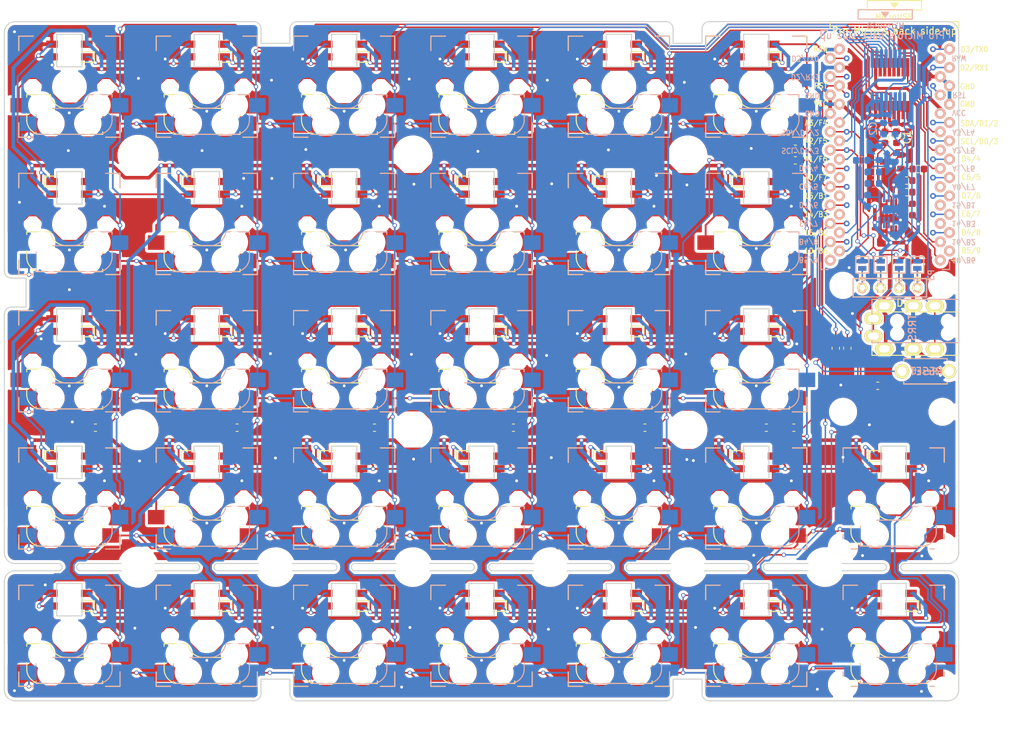
<source format=kicad_pcb>
(kicad_pcb (version 20171130) (host pcbnew "(5.1.2)-1")
  (layers (0 F.Cu signal) (31 B.Cu signal) (34 B.Paste user) (35 F.Paste user) (36 B.SilkS user) (37 F.SilkS user) (38 B.Mask user) (39 F.Mask user) (44 Edge.Cuts user))
  (net 0 "")
  (net 1 row0)
  (net 2 row1)
  (net 3 row2)
  (net 4 /SDA)
  (net 5 VCC)
  (net 6 GND)
  (net 7 LED)
  (net 8 col3)
  (net 9 col2)
  (net 10 col4)
  (net 11 /~RESET)
  (net 12 col0)
  (net 13 col1)
  (net 14 /SCL)
  (net 15 "Net-(J1-PadA)")
  (net 16 "Net-(U2-Pad1)")
  (net 17 "Net-(U2-Pad3)")
  (net 18 "Net-(U3-Pad3)")
  (net 19 "Net-(U4-Pad3)")
  (net 20 "Net-(U5-Pad3)")
  (net 21 "Net-(U6-Pad3)")
  (net 22 "Net-(U8-Pad1)")
  (net 23 "Net-(U10-Pad3)")
  (net 24 "Net-(U10-Pad1)")
  (net 25 "Net-(U11-Pad1)")
  (net 26 "Net-(U12-Pad1)")
  (net 27 "Net-(U13-Pad1)")
  (net 28 "Net-(U14-Pad1)")
  (net 29 "Net-(U14-Pad3)")
  (net 30 "Net-(U15-Pad3)")
  (net 31 "Net-(U16-Pad3)")
  (net 32 "Net-(U17-Pad3)")
  (net 33 "Net-(U18-Pad3)")
  (net 34 "Net-(U20-Pad1)")
  (net 35 "Net-(U21-Pad1)")
  (net 36 "Net-(U22-Pad1)")
  (net 37 "Net-(U23-Pad1)")
  (net 38 "Net-(U24-Pad1)")
  (net 39 "Net-(U27-Pad1)")
  (net 40 "Net-(U27-Pad3)")
  (net 41 "Net-(U28-Pad3)")
  (net 42 "Net-(U29-Pad3)")
  (net 43 "Net-(U30-Pad3)")
  (net 44 "Net-(U31-Pad3)")
  (net 45 data)
  (net 46 "Net-(U25-Pad1)")
  (net 47 "Net-(U26-Pad1)")
  (net 48 "Net-(U32-Pad3)")
  (net 49 "Net-(Q1-Pad3)")
  (net 50 "Net-(Q1-Pad1)")
  (net 51 a0)
  (net 52 a1)
  (net 53 a2)
  (net 54 a3)
  (net 55 a4)
  (net 56 a5)
  (net 57 a6)
  (net 58 adc)
  (net 59 "Net-(R14-Pad2)")
  (net 60 "Net-(R16-Pad1)")
  (net 61 charge)
  (net 62 "Net-(U1-Pad15)")
  (net 63 a)
  (net 64 "Net-(U36-Pad6)")
  (net 65 "Net-(U1-Pad16)")
  (net 66 "Net-(U1-Pad17)")
  (net 67 "Net-(U1-Pad12)")
  (net 68 "Net-(Q2-Pad1)")
  (net 69 "Net-(Q2-Pad3)")
  (net 70 "Net-(R20-Pad2)")
  (net 71 "Net-(R22-Pad1)")
  (net 72 "Net-(U37-Pad6)")
  (net 73 "Net-(U38-Pad12)")
  (net 74 "Net-(U38-Pad15)")
  (net 75 "Net-(U38-Pad16)")
  (net 76 "Net-(U38-Pad17)")
  (net 77 col00)
  (net 78 col01)
  (net 79 col02)
  (net 80 col03)
  (net 81 col04)
  (net 82 a_)
  (net 83 adc_)
  (net 84 charge_)
  (net 85 row0_)
  (net 86 row1_)
  (net 87 row2_)
  (net 88 "Net-(JP4-Pad1)")
  (net 89 "Net-(JP10-Pad1)")
  (net 90 "Net-(JP11-Pad1)")
  (net 91 "Net-(SW1-Pad1)")
  (net 92 "Net-(SW2-Pad1)")
  (net 93 "Net-(SW3-Pad1)")
  (net 94 "Net-(SW4-Pad1)")
  (net 95 "Net-(SW5-Pad1)")
  (net 96 "Net-(SW6-Pad1)")
  (net 97 "Net-(SW7-Pad1)")
  (net 98 "Net-(SW8-Pad1)")
  (net 99 "Net-(SW9-Pad1)")
  (net 100 "Net-(SW10-Pad1)")
  (net 101 "Net-(SW11-Pad1)")
  (net 102 "Net-(SW12-Pad1)")
  (net 103 "Net-(SW13-Pad1)")
  (net 104 "Net-(SW14-Pad1)")
  (net 105 "Net-(SW15-Pad1)")
  (net 106 "Net-(SW16-Pad1)")
  (net 107 "Net-(SW17-Pad1)")
  (net 108 "Net-(SW18-Pad1)")
  (net 109 "Net-(SW19-Pad1)")
  (net 110 "Net-(SW20-Pad1)")
  (net 111 "Net-(SW21-Pad1)")
  (net 112 "Net-(SW22-Pad1)")
  (net 113 "Net-(SW23-Pad1)")
  (net 114 "Net-(SW24-Pad1)")
  (net 115 "Net-(SW25-Pad1)")
  (net 116 "Net-(SW33-Pad2)")
  (net 117 "Net-(SW34-Pad1)")
  (net 118 "Net-(SW35-Pad1)")
  (net 119 "Net-(SW36-Pad1)")
  (net 120 "Net-(SW37-Pad1)")
  (net 121 "Net-(SW38-Pad1)")
  (net 122 "Net-(SW39-Pad1)")
  (net 123 "Net-(SW40-Pad1)")
  (net 124 "Net-(SW41-Pad1)")
  (net 125 "Net-(SW42-Pad1)")
  (net 126 "Net-(SW43-Pad1)")
  (net 127 "Net-(SW44-Pad1)")
  (net 128 "Net-(SW45-Pad1)")
  (net 129 "Net-(SW46-Pad1)")
  (net 130 "Net-(SW47-Pad1)")
  (net 131 "Net-(SW48-Pad1)")
  (net 132 "Net-(SW49-Pad1)")
  (net 133 "Net-(SW50-Pad1)")
  (net 134 "Net-(SW51-Pad1)")
  (net 135 "Net-(SW52-Pad1)")
  (net 136 "Net-(SW53-Pad1)")
  (net 137 "Net-(SW54-Pad1)")
  (net 138 "Net-(SW55-Pad1)")
  (net 139 "Net-(SW56-Pad1)")
  (net 140 "Net-(SW57-Pad1)")
  (net 141 "Net-(SW58-Pad1)")
  (net 142 "Net-(U38-Pad24)")
  (net 143 "Net-(JP5-Pad1)")
  (module kbd:Jumper (layer F.Cu) (at 206.75 77.65038 90)
    (fp_text reference JP5 hide)
    (fp_text value VCC (at -2.794 0 90) (layer F.SilkS) (effects (font (size 0.8128 0.8128))))
    (pad 2 smd rect (at 0.50038 0 90) (size 0.635 1.143) (layers F.Cu F.Paste F.Mask) (net 5 VCC) (clearance 0.1905))
    (pad 1 smd rect (at -0.50038 0 90) (size 0.635 1.143) (layers F.Cu F.Paste F.Mask) (net 143 "Net-(JP5-Pad1)") (clearance 0.1905))
  )
  (module kbd:ProMicro_v3.5 (layer B.Cu) (at 204.84 63.55 180)
    (fp_text reference U38 hide)
    (fp_text value ProMicro hide)
    (fp_text user MicroUSB (at -0.05 18.95) (layer B.SilkS) (effects (font (size 0.75 0.75) (thickness 0.12)) (justify mirror)))
    (fp_text user B4/8 (at 10.605 -10.9 180 unlocked) (layer B.SilkS) (effects (font (size 0.75 0.67) (thickness 0.125)) (justify mirror)))
    (fp_text user D2/RX1 (at 11.055 11.9 180 unlocked) (layer B.SilkS) (effects (font (size 0.75 0.67) (thickness 0.125)) (justify mirror)))
    (fp_text user B5/9 (at 10.605 -13.4 180 unlocked) (layer B.SilkS) (effects (font (size 0.75 0.67) (thickness 0.125)) (justify mirror)))
    (fp_text user C6/5 (at 10.605 -3.25 180 unlocked) (layer B.SilkS) (effects (font (size 0.75 0.67) (thickness 0.125)) (justify mirror)))
    (fp_text user SCL/D0/3 (at 11.755 1.7 180 unlocked) (layer B.SilkS) (effects (font (size 0.75 0.67) (thickness 0.125)) (justify mirror)))
    (fp_text user SDA/D1/2 (at 11.755 4.2 180 unlocked) (layer B.SilkS) (effects (font (size 0.75 0.67) (thickness 0.125)) (justify mirror)))
    (fp_text user D4/4 (at 10.605 -0.7 180 unlocked) (layer B.SilkS) (effects (font (size 0.75 0.67) (thickness 0.125)) (justify mirror)))
    (fp_text user D3/TX0 (at 11.055 14.45 180 unlocked) (layer B.SilkS) (effects (font (size 0.75 0.67) (thickness 0.125)) (justify mirror)))
    (fp_text user GND (at 10.105 6.85 180 unlocked) (layer B.SilkS) (effects (font (size 0.75 0.67) (thickness 0.125)) (justify mirror)))
    (fp_text user GND (at 10.105 9.3 180 unlocked) (layer B.SilkS) (effects (font (size 0.75 0.67) (thickness 0.125)) (justify mirror)))
    (fp_text user D7/6 (at 10.605 -5.8 180 unlocked) (layer B.SilkS) (effects (font (size 0.75 0.67) (thickness 0.125)) (justify mirror)))
    (fp_text user E6/7 (at 10.605 -8.35 180 unlocked) (layer B.SilkS) (effects (font (size 0.75 0.67) (thickness 0.125)) (justify mirror)))
    (fp_text user 16/B2 (at -10.845 -10.95 180 unlocked) (layer B.SilkS) (effects (font (size 0.75 0.67) (thickness 0.125)) (justify mirror)))
    (fp_text user 10/B6 (at -10.845 -13.45 180 unlocked) (layer B.SilkS) (effects (font (size 0.75 0.67) (thickness 0.125)) (justify mirror)))
    (fp_text user 14/B3 (at -10.845 -8.4 180 unlocked) (layer B.SilkS) (effects (font (size 0.75 0.67) (thickness 0.125)) (justify mirror)))
    (fp_text user 15/B1 (at -10.845 -5.85 180 unlocked) (layer B.SilkS) (effects (font (size 0.75 0.67) (thickness 0.125)) (justify mirror)))
    (fp_text user A0/F7 (at -10.845 -3.3 180 unlocked) (layer B.SilkS) (effects (font (size 0.75 0.67) (thickness 0.125)) (justify mirror)))
    (fp_text user A1/F6 (at -10.845 -0.75 180 unlocked) (layer B.SilkS) (effects (font (size 0.75 0.67) (thickness 0.125)) (justify mirror)))
    (fp_text user A2/F5 (at -10.845 1.75 180 unlocked) (layer B.SilkS) (effects (font (size 0.75 0.67) (thickness 0.125)) (justify mirror)))
    (fp_text user A3/F4 (at -10.845 4.25 180 unlocked) (layer B.SilkS) (effects (font (size 0.75 0.67) (thickness 0.125)) (justify mirror)))
    (fp_text user VCC (at -10.195 6.95 180 unlocked) (layer B.SilkS) (effects (font (size 0.75 0.67) (thickness 0.125)) (justify mirror)))
    (fp_text user RST (at -10.195 9.4 180 unlocked) (layer B.SilkS) (effects (font (size 0.75 0.67) (thickness 0.125)) (justify mirror)))
    (fp_text user GND (at 10.105 6.85 180 unlocked) (layer B.SilkS) (effects (font (size 0.75 0.67) (thickness 0.125)) (justify mirror)))
    (fp_text user RAW (at -10.195 14.5 180 unlocked) (layer B.SilkS) (effects (font (size 0.75 0.67) (thickness 0.125)) (justify mirror)))
    (fp_text user "" (at -0.545 17.4) (layer B.SilkS) (effects (justify mirror)))
    (fp_text user "" (at -0.545 17.4 180) (layer B.SilkS) (effects (justify mirror)))
    (pad 1 thru_hole circle (at 7.6114 14.478 180) (size 1.524 1.524) (drill 0.8128) (layers *.Cu *.Paste *.SilkS *.Mask) (net 7 LED))
    (pad 2 thru_hole circle (at 7.6114 11.938 180) (size 1.524 1.524) (drill 0.8128) (layers *.Cu *.Paste *.SilkS *.Mask) (net 45 data))
    (pad 3 thru_hole circle (at 7.6114 9.398 180) (size 1.524 1.524) (drill 0.8128) (layers *.Cu *.Paste *.SilkS *.Mask) (net 6 GND))
    (pad 4 thru_hole circle (at 7.6114 6.858 180) (size 1.524 1.524) (drill 0.8128) (layers *.Cu *.Paste *.SilkS *.Mask) (net 6 GND))
    (pad 5 thru_hole circle (at 7.6114 4.318 180) (size 1.524 1.524) (drill 0.8128) (layers *.Cu *.Paste *.SilkS *.Mask) (net 4 /SDA))
    (pad 6 thru_hole circle (at 7.6114 1.778 180) (size 1.524 1.524) (drill 0.8128) (layers *.Cu *.Paste *.SilkS *.Mask) (net 14 /SCL))
    (pad 7 thru_hole circle (at 7.6114 -0.762 180) (size 1.524 1.524) (drill 0.8128) (layers *.Cu *.Paste *.SilkS *.Mask) (net 77 col00))
    (pad 8 thru_hole circle (at 7.6114 -3.302 180) (size 1.524 1.524) (drill 0.8128) (layers *.Cu *.Paste *.SilkS *.Mask) (net 78 col01))
    (pad 9 thru_hole circle (at 7.6114 -5.842 180) (size 1.524 1.524) (drill 0.8128) (layers *.Cu *.Paste *.SilkS *.Mask) (net 79 col02))
    (pad 10 thru_hole circle (at 7.6114 -8.382 180) (size 1.524 1.524) (drill 0.8128) (layers *.Cu *.Paste *.SilkS *.Mask) (net 80 col03))
    (pad 11 thru_hole circle (at 7.6114 -10.922 180) (size 1.524 1.524) (drill 0.8128) (layers *.Cu *.Paste *.SilkS *.Mask) (net 81 col04))
    (pad 12 thru_hole circle (at 7.6114 -13.462 180) (size 1.524 1.524) (drill 0.8128) (layers *.Cu *.Paste *.SilkS *.Mask) (net 73 "Net-(U38-Pad12)"))
    (pad 13 thru_hole circle (at -7.6086 -13.462 180) (size 1.524 1.524) (drill 0.8128) (layers *.Cu *.Paste *.SilkS *.Mask) (net 83 adc_))
    (pad 14 thru_hole circle (at -7.6086 -10.922 180) (size 1.524 1.524) (drill 0.8128) (layers *.Cu *.Paste *.SilkS *.Mask) (net 84 charge_))
    (pad 15 thru_hole circle (at -7.6086 -8.382 180) (size 1.524 1.524) (drill 0.8128) (layers *.Cu *.Paste *.SilkS *.Mask) (net 74 "Net-(U38-Pad15)"))
    (pad 16 thru_hole circle (at -7.6086 -5.842 180) (size 1.524 1.524) (drill 0.8128) (layers *.Cu *.Paste *.SilkS *.Mask) (net 75 "Net-(U38-Pad16)"))
    (pad 17 thru_hole circle (at -7.6086 -3.302 180) (size 1.524 1.524) (drill 0.8128) (layers *.Cu *.Paste *.SilkS *.Mask) (net 76 "Net-(U38-Pad17)"))
    (pad 18 thru_hole circle (at -7.6086 -0.762 180) (size 1.524 1.524) (drill 0.8128) (layers *.Cu *.Paste *.SilkS *.Mask) (net 87 row2_))
    (pad 19 thru_hole circle (at -7.6086 1.778 180) (size 1.524 1.524) (drill 0.8128) (layers *.Cu *.Paste *.SilkS *.Mask) (net 86 row1_))
    (pad 20 thru_hole circle (at -7.6086 4.318 180) (size 1.524 1.524) (drill 0.8128) (layers *.Cu *.Paste *.SilkS *.Mask) (net 85 row0_))
    (pad 21 thru_hole circle (at -7.6086 6.858 180) (size 1.524 1.524) (drill 0.8128) (layers *.Cu *.Paste *.SilkS *.Mask) (net 5 VCC))
    (pad 22 thru_hole circle (at -7.6086 9.398 180) (size 1.524 1.524) (drill 0.8128) (layers *.Cu *.Paste *.SilkS *.Mask) (net 11 /~RESET))
    (pad 23 thru_hole circle (at -7.6086 11.938 180) (size 1.524 1.524) (drill 0.8128) (layers *.Cu *.Paste *.SilkS *.Mask) (net 6 GND))
    (pad 24 thru_hole circle (at -7.6086 14.478 180) (size 1.524 1.524) (drill 0.8128) (layers *.Cu *.Paste *.SilkS *.Mask) (net 142 "Net-(U38-Pad24)"))
  )
  (module ec_helix:MSOP8 (layer B.Cu) (at 205.005 70 270)
    (fp_text reference U37 hide)
    (fp_text value AD8616 hide)
    (pad 5 smd rect (at 1.8 -0.975) (size 0.3 1.6) (layers B.Cu B.Paste B.Mask) (net 6 GND))
    (pad 4 smd rect (at -1.8 -0.975) (size 0.3 1.6) (layers B.Cu B.Paste B.Mask) (net 6 GND))
    (pad 3 smd rect (at -1.8 -0.325) (size 0.3 1.6) (layers B.Cu B.Paste B.Mask) (net 70 "Net-(R20-Pad2)"))
    (pad 2 smd rect (at -1.8 0.325) (size 0.3 1.6) (layers B.Cu B.Paste B.Mask) (net 71 "Net-(R22-Pad1)"))
    (pad 1 smd rect (at -1.8 0.975) (size 0.3 1.6) (layers B.Cu B.Paste B.Mask) (net 58 adc))
    (pad 6 smd rect (at 1.8 -0.325) (size 0.3 1.6) (layers B.Cu B.Paste B.Mask) (net 72 "Net-(U37-Pad6)"))
    (pad 7 smd rect (at 1.8 0.325) (size 0.3 1.6) (layers B.Cu B.Paste B.Mask) (net 72 "Net-(U37-Pad6)"))
    (pad 8 smd rect (at 1.8 0.975) (size 0.3 1.6) (layers B.Cu B.Paste B.Mask) (net 5 VCC))
  )
  (module ec_helix:MSOP8 (layer F.Cu) (at 206.005 71.2 270)
    (fp_text reference U36 hide)
    (fp_text value AD8616 hide)
    (pad 5 smd rect (at 1.8 0.975 180) (size 0.3 1.6) (layers F.Cu F.Paste F.Mask) (net 6 GND))
    (pad 4 smd rect (at -1.8 0.975 180) (size 0.3 1.6) (layers F.Cu F.Paste F.Mask) (net 6 GND))
    (pad 3 smd rect (at -1.8 0.325 180) (size 0.3 1.6) (layers F.Cu F.Paste F.Mask) (net 59 "Net-(R14-Pad2)"))
    (pad 2 smd rect (at -1.8 -0.325 180) (size 0.3 1.6) (layers F.Cu F.Paste F.Mask) (net 60 "Net-(R16-Pad1)"))
    (pad 1 smd rect (at -1.8 -0.975 180) (size 0.3 1.6) (layers F.Cu F.Paste F.Mask) (net 83 adc_))
    (pad 6 smd rect (at 1.8 0.325 180) (size 0.3 1.6) (layers F.Cu F.Paste F.Mask) (net 64 "Net-(U36-Pad6)"))
    (pad 7 smd rect (at 1.8 -0.325 180) (size 0.3 1.6) (layers F.Cu F.Paste F.Mask) (net 64 "Net-(U36-Pad6)"))
    (pad 8 smd rect (at 1.8 -0.975 180) (size 0.3 1.6) (layers F.Cu F.Paste F.Mask) (net 5 VCC))
  )
  (module ec_helix:SSOP16 (layer B.Cu) (at 205.271 52.079 90)
    (fp_text reference U35 hide)
    (fp_text value 74HC4051 hide)
    (pad 2 smd rect (at -2.9638 1.5875 90) (size 2.54 0.4572) (layers B.Cu B.Paste B.Mask) (net 54 a3))
    (pad 4 smd rect (at -2.9638 0.3175 90) (size 2.54 0.4572) (layers B.Cu B.Paste B.Mask) (net 6 GND))
    (pad 3 smd rect (at -2.9638 0.9525 90) (size 2.54 0.4572) (layers B.Cu B.Paste B.Mask) (net 63 a))
    (pad 1 smd rect (at -2.9638 2.2225 90) (size 2.54 0.4572) (layers B.Cu B.Paste B.Mask) (net 55 a4))
    (pad 5 smd rect (at -2.9638 -0.3175 90) (size 2.54 0.4572) (layers B.Cu B.Paste B.Mask) (net 51 a0))
    (pad 6 smd rect (at -2.9638 -0.9525 90) (size 2.54 0.4572) (layers B.Cu B.Paste B.Mask) (net 6 GND))
    (pad 7 smd rect (at -2.9638 -1.5875 90) (size 2.54 0.4572) (layers B.Cu B.Paste B.Mask) (net 6 GND))
    (pad 8 smd rect (at -2.9638 -2.2225 90) (size 2.54 0.4572) (layers B.Cu B.Paste B.Mask) (net 6 GND))
    (pad 16 smd rect (at 2.9638 2.2225 90) (size 2.54 0.4572) (layers B.Cu B.Paste B.Mask) (net 5 VCC))
    (pad 15 smd rect (at 2.9638 1.5875 90) (size 2.54 0.4572) (layers B.Cu B.Paste B.Mask) (net 52 a1))
    (pad 14 smd rect (at 2.9638 0.9525 90) (size 2.54 0.4572) (layers B.Cu B.Paste B.Mask) (net 53 a2))
    (pad 13 smd rect (at 2.9638 0.3175 90) (size 2.54 0.4572) (layers B.Cu B.Paste B.Mask) (net 56 a5))
    (pad 12 smd rect (at 2.9638 -0.3175 90) (size 2.54 0.4572) (layers B.Cu B.Paste B.Mask) (net 57 a6))
    (pad 11 smd rect (at 2.9638 -0.9525 90) (size 2.54 0.4572) (layers B.Cu B.Paste B.Mask) (net 1 row0))
    (pad 10 smd rect (at 2.9638 -1.5875 90) (size 2.54 0.4572) (layers B.Cu B.Paste B.Mask) (net 2 row1))
    (pad 9 smd rect (at 2.9638 -2.2225 90) (size 2.54 0.4572) (layers B.Cu B.Paste B.Mask) (net 3 row2))
  )
  (module ec_helix:SSOP16 (layer F.Cu) (at 205.729 53.279 90)
    (fp_text reference U34 hide)
    (fp_text value 74HC4051 hide)
    (pad 2 smd rect (at -2.9638 -1.5875 90) (size 2.54 0.4572) (layers F.Cu F.Paste F.Mask) (net 57 a6))
    (pad 4 smd rect (at -2.9638 -0.3175 90) (size 2.54 0.4572) (layers F.Cu F.Paste F.Mask) (net 6 GND))
    (pad 3 smd rect (at -2.9638 -0.9525 90) (size 2.54 0.4572) (layers F.Cu F.Paste F.Mask) (net 82 a_))
    (pad 1 smd rect (at -2.9638 -2.2225 90) (size 2.54 0.4572) (layers F.Cu F.Paste F.Mask) (net 55 a4))
    (pad 5 smd rect (at -2.9638 0.3175 90) (size 2.54 0.4572) (layers F.Cu F.Paste F.Mask) (net 56 a5))
    (pad 6 smd rect (at -2.9638 0.9525 90) (size 2.54 0.4572) (layers F.Cu F.Paste F.Mask) (net 6 GND))
    (pad 7 smd rect (at -2.9638 1.5875 90) (size 2.54 0.4572) (layers F.Cu F.Paste F.Mask) (net 6 GND))
    (pad 8 smd rect (at -2.9638 2.2225 90) (size 2.54 0.4572) (layers F.Cu F.Paste F.Mask) (net 6 GND))
    (pad 16 smd rect (at 2.9638 -2.2225 90) (size 2.54 0.4572) (layers F.Cu F.Paste F.Mask) (net 5 VCC))
    (pad 15 smd rect (at 2.9638 -1.5875 90) (size 2.54 0.4572) (layers F.Cu F.Paste F.Mask) (net 53 a2))
    (pad 14 smd rect (at 2.9638 -0.9525 90) (size 2.54 0.4572) (layers F.Cu F.Paste F.Mask) (net 52 a1))
    (pad 13 smd rect (at 2.9638 -0.3175 90) (size 2.54 0.4572) (layers F.Cu F.Paste F.Mask) (net 51 a0))
    (pad 12 smd rect (at 2.9638 0.3175 90) (size 2.54 0.4572) (layers F.Cu F.Paste F.Mask) (net 54 a3))
    (pad 11 smd rect (at 2.9638 0.9525 90) (size 2.54 0.4572) (layers F.Cu F.Paste F.Mask) (net 85 row0_))
    (pad 10 smd rect (at 2.9638 1.5875 90) (size 2.54 0.4572) (layers F.Cu F.Paste F.Mask) (net 86 row1_))
    (pad 9 smd rect (at 2.9638 2.2225 90) (size 2.54 0.4572) (layers F.Cu F.Paste F.Mask) (net 87 row2_))
  )
  (module phi-kbd-library-master:SK6812MINI_narrow-irreversible (layer F.Cu) (at 206 124)
    (fp_text reference U33 hide)
    (fp_text value SK6812mini hide)
    (pad 1 smd rect (at -2.4 0.875) (size 1.6 1) (layers F.Cu F.Paste F.Mask) (net 48 "Net-(U32-Pad3)"))
    (pad 2 smd rect (at -2.4 -0.875) (size 1.6 1) (layers F.Cu F.Paste F.Mask) (net 6 GND))
    (pad 3 smd rect (at 2.4 -0.875) (size 1.6 1) (layers F.Cu F.Paste F.Mask) (net 47 "Net-(U26-Pad1)"))
    (pad 4 smd rect (at 2.4 0.875) (size 1.6 1) (layers F.Cu F.Paste F.Mask) (net 5 VCC))
  )
  (module phi-kbd-library-master:SK6812MINI_narrow-irreversible (layer F.Cu) (at 187 124)
    (fp_text reference U32 hide)
    (fp_text value SK6812mini hide)
    (pad 1 smd rect (at -2.4 0.875) (size 1.6 1) (layers F.Cu F.Paste F.Mask) (net 44 "Net-(U31-Pad3)"))
    (pad 2 smd rect (at -2.4 -0.875) (size 1.6 1) (layers F.Cu F.Paste F.Mask) (net 6 GND))
    (pad 3 smd rect (at 2.4 -0.875) (size 1.6 1) (layers F.Cu F.Paste F.Mask) (net 48 "Net-(U32-Pad3)"))
    (pad 4 smd rect (at 2.4 0.875) (size 1.6 1) (layers F.Cu F.Paste F.Mask) (net 5 VCC))
  )
  (module phi-kbd-library-master:SK6812MINI_narrow-irreversible (layer F.Cu) (at 168 124)
    (fp_text reference U31 hide)
    (fp_text value SK6812mini hide)
    (pad 1 smd rect (at -2.4 0.875) (size 1.6 1) (layers F.Cu F.Paste F.Mask) (net 43 "Net-(U30-Pad3)"))
    (pad 2 smd rect (at -2.4 -0.875) (size 1.6 1) (layers F.Cu F.Paste F.Mask) (net 6 GND))
    (pad 3 smd rect (at 2.4 -0.875) (size 1.6 1) (layers F.Cu F.Paste F.Mask) (net 44 "Net-(U31-Pad3)"))
    (pad 4 smd rect (at 2.4 0.875) (size 1.6 1) (layers F.Cu F.Paste F.Mask) (net 5 VCC))
  )
  (module phi-kbd-library-master:SK6812MINI_narrow-irreversible (layer F.Cu) (at 149 124)
    (fp_text reference U30 hide)
    (fp_text value SK6812mini hide)
    (pad 1 smd rect (at -2.4 0.875) (size 1.6 1) (layers F.Cu F.Paste F.Mask) (net 42 "Net-(U29-Pad3)"))
    (pad 2 smd rect (at -2.4 -0.875) (size 1.6 1) (layers F.Cu F.Paste F.Mask) (net 6 GND))
    (pad 3 smd rect (at 2.4 -0.875) (size 1.6 1) (layers F.Cu F.Paste F.Mask) (net 43 "Net-(U30-Pad3)"))
    (pad 4 smd rect (at 2.4 0.875) (size 1.6 1) (layers F.Cu F.Paste F.Mask) (net 5 VCC))
  )
  (module phi-kbd-library-master:SK6812MINI_narrow-irreversible (layer F.Cu) (at 130 124)
    (fp_text reference U29 hide)
    (fp_text value SK6812mini hide)
    (pad 1 smd rect (at -2.4 0.875) (size 1.6 1) (layers F.Cu F.Paste F.Mask) (net 41 "Net-(U28-Pad3)"))
    (pad 2 smd rect (at -2.4 -0.875) (size 1.6 1) (layers F.Cu F.Paste F.Mask) (net 6 GND))
    (pad 3 smd rect (at 2.4 -0.875) (size 1.6 1) (layers F.Cu F.Paste F.Mask) (net 42 "Net-(U29-Pad3)"))
    (pad 4 smd rect (at 2.4 0.875) (size 1.6 1) (layers F.Cu F.Paste F.Mask) (net 5 VCC))
  )
  (module phi-kbd-library-master:SK6812MINI_narrow-irreversible (layer F.Cu) (at 111 124)
    (fp_text reference U28 hide)
    (fp_text value SK6812mini hide)
    (pad 1 smd rect (at -2.4 0.875) (size 1.6 1) (layers F.Cu F.Paste F.Mask) (net 40 "Net-(U27-Pad3)"))
    (pad 2 smd rect (at -2.4 -0.875) (size 1.6 1) (layers F.Cu F.Paste F.Mask) (net 6 GND))
    (pad 3 smd rect (at 2.4 -0.875) (size 1.6 1) (layers F.Cu F.Paste F.Mask) (net 41 "Net-(U28-Pad3)"))
    (pad 4 smd rect (at 2.4 0.875) (size 1.6 1) (layers F.Cu F.Paste F.Mask) (net 5 VCC))
  )
  (module phi-kbd-library-master:SK6812MINI_narrow-irreversible (layer F.Cu) (at 92 124)
    (fp_text reference U27 hide)
    (fp_text value SK6812mini hide)
    (pad 1 smd rect (at -2.4 0.875) (size 1.6 1) (layers F.Cu F.Paste F.Mask) (net 39 "Net-(U27-Pad1)"))
    (pad 2 smd rect (at -2.4 -0.875) (size 1.6 1) (layers F.Cu F.Paste F.Mask) (net 6 GND))
    (pad 3 smd rect (at 2.4 -0.875) (size 1.6 1) (layers F.Cu F.Paste F.Mask) (net 40 "Net-(U27-Pad3)"))
    (pad 4 smd rect (at 2.4 0.875) (size 1.6 1) (layers F.Cu F.Paste F.Mask) (net 5 VCC))
  )
  (module phi-kbd-library-master:SK6812MINI_narrow-irreversible (layer F.Cu) (at 206 105 180)
    (fp_text reference U26 hide)
    (fp_text value SK6812mini hide)
    (pad 1 smd rect (at -2.4 0.875 180) (size 1.6 1) (layers F.Cu F.Paste F.Mask) (net 47 "Net-(U26-Pad1)"))
    (pad 2 smd rect (at -2.4 -0.875 180) (size 1.6 1) (layers F.Cu F.Paste F.Mask) (net 6 GND))
    (pad 3 smd rect (at 2.4 -0.875 180) (size 1.6 1) (layers F.Cu F.Paste F.Mask) (net 46 "Net-(U25-Pad1)"))
    (pad 4 smd rect (at 2.4 0.875 180) (size 1.6 1) (layers F.Cu F.Paste F.Mask) (net 5 VCC))
  )
  (module phi-kbd-library-master:SK6812MINI_narrow-irreversible (layer F.Cu) (at 187 105 180)
    (fp_text reference U25 hide)
    (fp_text value SK6812mini hide)
    (pad 1 smd rect (at -2.4 0.875 180) (size 1.6 1) (layers F.Cu F.Paste F.Mask) (net 46 "Net-(U25-Pad1)"))
    (pad 2 smd rect (at -2.4 -0.875 180) (size 1.6 1) (layers F.Cu F.Paste F.Mask) (net 6 GND))
    (pad 3 smd rect (at 2.4 -0.875 180) (size 1.6 1) (layers F.Cu F.Paste F.Mask) (net 38 "Net-(U24-Pad1)"))
    (pad 4 smd rect (at 2.4 0.875 180) (size 1.6 1) (layers F.Cu F.Paste F.Mask) (net 5 VCC))
  )
  (module phi-kbd-library-master:SK6812MINI_narrow-irreversible (layer F.Cu) (at 168 105 180)
    (fp_text reference U24 hide)
    (fp_text value SK6812mini hide)
    (pad 1 smd rect (at -2.4 0.875 180) (size 1.6 1) (layers F.Cu F.Paste F.Mask) (net 38 "Net-(U24-Pad1)"))
    (pad 2 smd rect (at -2.4 -0.875 180) (size 1.6 1) (layers F.Cu F.Paste F.Mask) (net 6 GND))
    (pad 3 smd rect (at 2.4 -0.875 180) (size 1.6 1) (layers F.Cu F.Paste F.Mask) (net 37 "Net-(U23-Pad1)"))
    (pad 4 smd rect (at 2.4 0.875 180) (size 1.6 1) (layers F.Cu F.Paste F.Mask) (net 5 VCC))
  )
  (module phi-kbd-library-master:SK6812MINI_narrow-irreversible (layer F.Cu) (at 149 105 180)
    (fp_text reference U23 hide)
    (fp_text value SK6812mini hide)
    (pad 1 smd rect (at -2.4 0.875 180) (size 1.6 1) (layers F.Cu F.Paste F.Mask) (net 37 "Net-(U23-Pad1)"))
    (pad 2 smd rect (at -2.4 -0.875 180) (size 1.6 1) (layers F.Cu F.Paste F.Mask) (net 6 GND))
    (pad 3 smd rect (at 2.4 -0.875 180) (size 1.6 1) (layers F.Cu F.Paste F.Mask) (net 36 "Net-(U22-Pad1)"))
    (pad 4 smd rect (at 2.4 0.875 180) (size 1.6 1) (layers F.Cu F.Paste F.Mask) (net 5 VCC))
  )
  (module phi-kbd-library-master:SK6812MINI_narrow-irreversible (layer F.Cu) (at 130 105 180)
    (fp_text reference U22 hide)
    (fp_text value SK6812mini hide)
    (pad 1 smd rect (at -2.4 0.875 180) (size 1.6 1) (layers F.Cu F.Paste F.Mask) (net 36 "Net-(U22-Pad1)"))
    (pad 2 smd rect (at -2.4 -0.875 180) (size 1.6 1) (layers F.Cu F.Paste F.Mask) (net 6 GND))
    (pad 3 smd rect (at 2.4 -0.875 180) (size 1.6 1) (layers F.Cu F.Paste F.Mask) (net 35 "Net-(U21-Pad1)"))
    (pad 4 smd rect (at 2.4 0.875 180) (size 1.6 1) (layers F.Cu F.Paste F.Mask) (net 5 VCC))
  )
  (module phi-kbd-library-master:SK6812MINI_narrow-irreversible (layer F.Cu) (at 111 105 180)
    (fp_text reference U21 hide)
    (fp_text value SK6812mini hide)
    (pad 1 smd rect (at -2.4 0.875 180) (size 1.6 1) (layers F.Cu F.Paste F.Mask) (net 35 "Net-(U21-Pad1)"))
    (pad 2 smd rect (at -2.4 -0.875 180) (size 1.6 1) (layers F.Cu F.Paste F.Mask) (net 6 GND))
    (pad 3 smd rect (at 2.4 -0.875 180) (size 1.6 1) (layers F.Cu F.Paste F.Mask) (net 34 "Net-(U20-Pad1)"))
    (pad 4 smd rect (at 2.4 0.875 180) (size 1.6 1) (layers F.Cu F.Paste F.Mask) (net 5 VCC))
  )
  (module phi-kbd-library-master:SK6812MINI_narrow-irreversible (layer F.Cu) (at 92 105 180)
    (fp_text reference U20 hide)
    (fp_text value SK6812mini hide)
    (pad 1 smd rect (at -2.4 0.875 180) (size 1.6 1) (layers F.Cu F.Paste F.Mask) (net 34 "Net-(U20-Pad1)"))
    (pad 2 smd rect (at -2.4 -0.875 180) (size 1.6 1) (layers F.Cu F.Paste F.Mask) (net 6 GND))
    (pad 3 smd rect (at 2.4 -0.875 180) (size 1.6 1) (layers F.Cu F.Paste F.Mask) (net 28 "Net-(U14-Pad1)"))
    (pad 4 smd rect (at 2.4 0.875 180) (size 1.6 1) (layers F.Cu F.Paste F.Mask) (net 5 VCC))
  )
  (module phi-kbd-library-master:SK6812MINI_narrow-irreversible (layer F.Cu) (at 187 86)
    (fp_text reference U19 hide)
    (fp_text value SK6812mini hide)
    (pad 1 smd rect (at -2.4 0.875) (size 1.6 1) (layers F.Cu F.Paste F.Mask) (net 33 "Net-(U18-Pad3)"))
    (pad 2 smd rect (at -2.4 -0.875) (size 1.6 1) (layers F.Cu F.Paste F.Mask) (net 6 GND))
    (pad 3 smd rect (at 2.4 -0.875) (size 1.6 1) (layers F.Cu F.Paste F.Mask) (net 27 "Net-(U13-Pad1)"))
    (pad 4 smd rect (at 2.4 0.875) (size 1.6 1) (layers F.Cu F.Paste F.Mask) (net 5 VCC))
  )
  (module phi-kbd-library-master:SK6812MINI_narrow-irreversible (layer F.Cu) (at 168 86)
    (fp_text reference U18 hide)
    (fp_text value SK6812mini hide)
    (pad 1 smd rect (at -2.4 0.875) (size 1.6 1) (layers F.Cu F.Paste F.Mask) (net 32 "Net-(U17-Pad3)"))
    (pad 2 smd rect (at -2.4 -0.875) (size 1.6 1) (layers F.Cu F.Paste F.Mask) (net 6 GND))
    (pad 3 smd rect (at 2.4 -0.875) (size 1.6 1) (layers F.Cu F.Paste F.Mask) (net 33 "Net-(U18-Pad3)"))
    (pad 4 smd rect (at 2.4 0.875) (size 1.6 1) (layers F.Cu F.Paste F.Mask) (net 5 VCC))
  )
  (module phi-kbd-library-master:SK6812MINI_narrow-irreversible (layer F.Cu) (at 149 86)
    (fp_text reference U17 hide)
    (fp_text value SK6812mini hide)
    (pad 1 smd rect (at -2.4 0.875) (size 1.6 1) (layers F.Cu F.Paste F.Mask) (net 31 "Net-(U16-Pad3)"))
    (pad 2 smd rect (at -2.4 -0.875) (size 1.6 1) (layers F.Cu F.Paste F.Mask) (net 6 GND))
    (pad 3 smd rect (at 2.4 -0.875) (size 1.6 1) (layers F.Cu F.Paste F.Mask) (net 32 "Net-(U17-Pad3)"))
    (pad 4 smd rect (at 2.4 0.875) (size 1.6 1) (layers F.Cu F.Paste F.Mask) (net 5 VCC))
  )
  (module phi-kbd-library-master:SK6812MINI_narrow-irreversible (layer F.Cu) (at 130 86)
    (fp_text reference U16 hide)
    (fp_text value SK6812mini hide)
    (pad 1 smd rect (at -2.4 0.875) (size 1.6 1) (layers F.Cu F.Paste F.Mask) (net 30 "Net-(U15-Pad3)"))
    (pad 2 smd rect (at -2.4 -0.875) (size 1.6 1) (layers F.Cu F.Paste F.Mask) (net 6 GND))
    (pad 3 smd rect (at 2.4 -0.875) (size 1.6 1) (layers F.Cu F.Paste F.Mask) (net 31 "Net-(U16-Pad3)"))
    (pad 4 smd rect (at 2.4 0.875) (size 1.6 1) (layers F.Cu F.Paste F.Mask) (net 5 VCC))
  )
  (module phi-kbd-library-master:SK6812MINI_narrow-irreversible (layer F.Cu) (at 111 86)
    (fp_text reference U15 hide)
    (fp_text value SK6812mini hide)
    (pad 1 smd rect (at -2.4 0.875) (size 1.6 1) (layers F.Cu F.Paste F.Mask) (net 29 "Net-(U14-Pad3)"))
    (pad 2 smd rect (at -2.4 -0.875) (size 1.6 1) (layers F.Cu F.Paste F.Mask) (net 6 GND))
    (pad 3 smd rect (at 2.4 -0.875) (size 1.6 1) (layers F.Cu F.Paste F.Mask) (net 30 "Net-(U15-Pad3)"))
    (pad 4 smd rect (at 2.4 0.875) (size 1.6 1) (layers F.Cu F.Paste F.Mask) (net 5 VCC))
  )
  (module phi-kbd-library-master:SK6812MINI_narrow-irreversible (layer F.Cu) (at 92 86)
    (fp_text reference U14 hide)
    (fp_text value SK6812mini hide)
    (pad 1 smd rect (at -2.4 0.875) (size 1.6 1) (layers F.Cu F.Paste F.Mask) (net 28 "Net-(U14-Pad1)"))
    (pad 2 smd rect (at -2.4 -0.875) (size 1.6 1) (layers F.Cu F.Paste F.Mask) (net 6 GND))
    (pad 3 smd rect (at 2.4 -0.875) (size 1.6 1) (layers F.Cu F.Paste F.Mask) (net 29 "Net-(U14-Pad3)"))
    (pad 4 smd rect (at 2.4 0.875) (size 1.6 1) (layers F.Cu F.Paste F.Mask) (net 5 VCC))
  )
  (module phi-kbd-library-master:SK6812MINI_narrow-irreversible (layer F.Cu) (at 187 67 180)
    (fp_text reference U13 hide)
    (fp_text value SK6812mini hide)
    (pad 1 smd rect (at -2.4 0.875 180) (size 1.6 1) (layers F.Cu F.Paste F.Mask) (net 27 "Net-(U13-Pad1)"))
    (pad 2 smd rect (at -2.4 -0.875 180) (size 1.6 1) (layers F.Cu F.Paste F.Mask) (net 6 GND))
    (pad 3 smd rect (at 2.4 -0.875 180) (size 1.6 1) (layers F.Cu F.Paste F.Mask) (net 26 "Net-(U12-Pad1)"))
    (pad 4 smd rect (at 2.4 0.875 180) (size 1.6 1) (layers F.Cu F.Paste F.Mask) (net 5 VCC))
  )
  (module phi-kbd-library-master:SK6812MINI_narrow-irreversible (layer F.Cu) (at 168 67 180)
    (fp_text reference U12 hide)
    (fp_text value SK6812mini hide)
    (pad 1 smd rect (at -2.4 0.875 180) (size 1.6 1) (layers F.Cu F.Paste F.Mask) (net 26 "Net-(U12-Pad1)"))
    (pad 2 smd rect (at -2.4 -0.875 180) (size 1.6 1) (layers F.Cu F.Paste F.Mask) (net 6 GND))
    (pad 3 smd rect (at 2.4 -0.875 180) (size 1.6 1) (layers F.Cu F.Paste F.Mask) (net 25 "Net-(U11-Pad1)"))
    (pad 4 smd rect (at 2.4 0.875 180) (size 1.6 1) (layers F.Cu F.Paste F.Mask) (net 5 VCC))
  )
  (module phi-kbd-library-master:SK6812MINI_narrow-irreversible (layer F.Cu) (at 149 67 180)
    (fp_text reference U11 hide)
    (fp_text value SK6812mini hide)
    (pad 1 smd rect (at -2.4 0.875 180) (size 1.6 1) (layers F.Cu F.Paste F.Mask) (net 25 "Net-(U11-Pad1)"))
    (pad 2 smd rect (at -2.4 -0.875 180) (size 1.6 1) (layers F.Cu F.Paste F.Mask) (net 6 GND))
    (pad 3 smd rect (at 2.4 -0.875 180) (size 1.6 1) (layers F.Cu F.Paste F.Mask) (net 24 "Net-(U10-Pad1)"))
    (pad 4 smd rect (at 2.4 0.875 180) (size 1.6 1) (layers F.Cu F.Paste F.Mask) (net 5 VCC))
  )
  (module phi-kbd-library-master:SK6812MINI_narrow-irreversible (layer F.Cu) (at 130 67 180)
    (fp_text reference U10 hide)
    (fp_text value SK6812mini hide)
    (pad 1 smd rect (at -2.4 0.875 180) (size 1.6 1) (layers F.Cu F.Paste F.Mask) (net 24 "Net-(U10-Pad1)"))
    (pad 2 smd rect (at -2.4 -0.875 180) (size 1.6 1) (layers F.Cu F.Paste F.Mask) (net 6 GND))
    (pad 3 smd rect (at 2.4 -0.875 180) (size 1.6 1) (layers F.Cu F.Paste F.Mask) (net 23 "Net-(U10-Pad3)"))
    (pad 4 smd rect (at 2.4 0.875 180) (size 1.6 1) (layers F.Cu F.Paste F.Mask) (net 5 VCC))
  )
  (module phi-kbd-library-master:SK6812MINI_narrow-irreversible (layer F.Cu) (at 111 67 180)
    (fp_text reference U9 hide)
    (fp_text value SK6812mini hide)
    (pad 1 smd rect (at -2.4 0.875 180) (size 1.6 1) (layers F.Cu F.Paste F.Mask) (net 23 "Net-(U10-Pad3)"))
    (pad 2 smd rect (at -2.4 -0.875 180) (size 1.6 1) (layers F.Cu F.Paste F.Mask) (net 6 GND))
    (pad 3 smd rect (at 2.4 -0.875 180) (size 1.6 1) (layers F.Cu F.Paste F.Mask) (net 22 "Net-(U8-Pad1)"))
    (pad 4 smd rect (at 2.4 0.875 180) (size 1.6 1) (layers F.Cu F.Paste F.Mask) (net 5 VCC))
  )
  (module phi-kbd-library-master:SK6812MINI_narrow-irreversible (layer F.Cu) (at 92 67 180)
    (fp_text reference U8 hide)
    (fp_text value SK6812mini hide)
    (pad 1 smd rect (at -2.4 0.875 180) (size 1.6 1) (layers F.Cu F.Paste F.Mask) (net 22 "Net-(U8-Pad1)"))
    (pad 2 smd rect (at -2.4 -0.875 180) (size 1.6 1) (layers F.Cu F.Paste F.Mask) (net 6 GND))
    (pad 3 smd rect (at 2.4 -0.875 180) (size 1.6 1) (layers F.Cu F.Paste F.Mask) (net 16 "Net-(U2-Pad1)"))
    (pad 4 smd rect (at 2.4 0.875 180) (size 1.6 1) (layers F.Cu F.Paste F.Mask) (net 5 VCC))
  )
  (module phi-kbd-library-master:SK6812MINI_narrow-irreversible (layer F.Cu) (at 187 48)
    (fp_text reference U7 hide)
    (fp_text value SK6812mini hide)
    (pad 1 smd rect (at -2.4 0.875) (size 1.6 1) (layers F.Cu F.Paste F.Mask) (net 21 "Net-(U6-Pad3)"))
    (pad 2 smd rect (at -2.4 -0.875) (size 1.6 1) (layers F.Cu F.Paste F.Mask) (net 6 GND))
    (pad 3 smd rect (at 2.4 -0.875) (size 1.6 1) (layers F.Cu F.Paste F.Mask) (net 7 LED))
    (pad 4 smd rect (at 2.4 0.875) (size 1.6 1) (layers F.Cu F.Paste F.Mask) (net 5 VCC))
  )
  (module phi-kbd-library-master:SK6812MINI_narrow-irreversible (layer F.Cu) (at 168 48)
    (fp_text reference U6 hide)
    (fp_text value SK6812mini hide)
    (pad 1 smd rect (at -2.4 0.875) (size 1.6 1) (layers F.Cu F.Paste F.Mask) (net 20 "Net-(U5-Pad3)"))
    (pad 2 smd rect (at -2.4 -0.875) (size 1.6 1) (layers F.Cu F.Paste F.Mask) (net 6 GND))
    (pad 3 smd rect (at 2.4 -0.875) (size 1.6 1) (layers F.Cu F.Paste F.Mask) (net 21 "Net-(U6-Pad3)"))
    (pad 4 smd rect (at 2.4 0.875) (size 1.6 1) (layers F.Cu F.Paste F.Mask) (net 5 VCC))
  )
  (module phi-kbd-library-master:SK6812MINI_narrow-irreversible (layer F.Cu) (at 149 48)
    (fp_text reference U5 hide)
    (fp_text value SK6812mini hide)
    (pad 1 smd rect (at -2.4 0.875) (size 1.6 1) (layers F.Cu F.Paste F.Mask) (net 19 "Net-(U4-Pad3)"))
    (pad 2 smd rect (at -2.4 -0.875) (size 1.6 1) (layers F.Cu F.Paste F.Mask) (net 6 GND))
    (pad 3 smd rect (at 2.4 -0.875) (size 1.6 1) (layers F.Cu F.Paste F.Mask) (net 20 "Net-(U5-Pad3)"))
    (pad 4 smd rect (at 2.4 0.875) (size 1.6 1) (layers F.Cu F.Paste F.Mask) (net 5 VCC))
  )
  (module phi-kbd-library-master:SK6812MINI_narrow-irreversible (layer F.Cu) (at 130 48)
    (fp_text reference U4 hide)
    (fp_text value SK6812mini hide)
    (pad 1 smd rect (at -2.4 0.875) (size 1.6 1) (layers F.Cu F.Paste F.Mask) (net 18 "Net-(U3-Pad3)"))
    (pad 2 smd rect (at -2.4 -0.875) (size 1.6 1) (layers F.Cu F.Paste F.Mask) (net 6 GND))
    (pad 3 smd rect (at 2.4 -0.875) (size 1.6 1) (layers F.Cu F.Paste F.Mask) (net 19 "Net-(U4-Pad3)"))
    (pad 4 smd rect (at 2.4 0.875) (size 1.6 1) (layers F.Cu F.Paste F.Mask) (net 5 VCC))
  )
  (module phi-kbd-library-master:SK6812MINI_narrow-irreversible (layer F.Cu) (at 111 48)
    (fp_text reference U3 hide)
    (fp_text value SK6812mini hide)
    (pad 1 smd rect (at -2.4 0.875) (size 1.6 1) (layers F.Cu F.Paste F.Mask) (net 17 "Net-(U2-Pad3)"))
    (pad 2 smd rect (at -2.4 -0.875) (size 1.6 1) (layers F.Cu F.Paste F.Mask) (net 6 GND))
    (pad 3 smd rect (at 2.4 -0.875) (size 1.6 1) (layers F.Cu F.Paste F.Mask) (net 18 "Net-(U3-Pad3)"))
    (pad 4 smd rect (at 2.4 0.875) (size 1.6 1) (layers F.Cu F.Paste F.Mask) (net 5 VCC))
  )
  (module phi-kbd-library-master:SK6812MINI_narrow-irreversible (layer F.Cu) (at 92 48)
    (fp_text reference U2 hide)
    (fp_text value SK6812mini hide)
    (pad 1 smd rect (at -2.4 0.875) (size 1.6 1) (layers F.Cu F.Paste F.Mask) (net 16 "Net-(U2-Pad1)"))
    (pad 2 smd rect (at -2.4 -0.875) (size 1.6 1) (layers F.Cu F.Paste F.Mask) (net 6 GND))
    (pad 3 smd rect (at 2.4 -0.875) (size 1.6 1) (layers F.Cu F.Paste F.Mask) (net 17 "Net-(U2-Pad3)"))
    (pad 4 smd rect (at 2.4 0.875) (size 1.6 1) (layers F.Cu F.Paste F.Mask) (net 5 VCC))
  )
  (module kbd:ProMicro_v3.5 (layer F.Cu) (at 206.11 62.28)
    (fp_text reference U1 hide)
    (fp_text value ProMicro hide)
    (fp_text user MicroUSB (at -0.05 -18.95) (layer F.SilkS) (effects (font (size 0.75 0.75) (thickness 0.12))))
    (fp_text user B4/8 (at 10.605 10.9 unlocked) (layer F.SilkS) (effects (font (size 0.75 0.67) (thickness 0.125))))
    (fp_text user D2/RX1 (at 11.055 -11.9 unlocked) (layer F.SilkS) (effects (font (size 0.75 0.67) (thickness 0.125))))
    (fp_text user B5/9 (at 10.605 13.4 unlocked) (layer F.SilkS) (effects (font (size 0.75 0.67) (thickness 0.125))))
    (fp_text user C6/5 (at 10.605 3.25 unlocked) (layer F.SilkS) (effects (font (size 0.75 0.67) (thickness 0.125))))
    (fp_text user SCL/D0/3 (at 11.755 -1.7 unlocked) (layer F.SilkS) (effects (font (size 0.75 0.67) (thickness 0.125))))
    (fp_text user SDA/D1/2 (at 11.755 -4.2 unlocked) (layer F.SilkS) (effects (font (size 0.75 0.67) (thickness 0.125))))
    (fp_text user D4/4 (at 10.605 0.7 unlocked) (layer F.SilkS) (effects (font (size 0.75 0.67) (thickness 0.125))))
    (fp_text user D3/TX0 (at 11.055 -14.45 unlocked) (layer F.SilkS) (effects (font (size 0.75 0.67) (thickness 0.125))))
    (fp_text user GND (at 10.105 -6.85 unlocked) (layer F.SilkS) (effects (font (size 0.75 0.67) (thickness 0.125))))
    (fp_text user GND (at 10.105 -9.3 unlocked) (layer F.SilkS) (effects (font (size 0.75 0.67) (thickness 0.125))))
    (fp_text user D7/6 (at 10.605 5.8 unlocked) (layer F.SilkS) (effects (font (size 0.75 0.67) (thickness 0.125))))
    (fp_text user E6/7 (at 10.605 8.35 unlocked) (layer F.SilkS) (effects (font (size 0.75 0.67) (thickness 0.125))))
    (fp_text user 16/B2 (at -10.845 10.95 unlocked) (layer F.SilkS) (effects (font (size 0.75 0.67) (thickness 0.125))))
    (fp_text user 10/B6 (at -10.845 13.45 unlocked) (layer F.SilkS) (effects (font (size 0.75 0.67) (thickness 0.125))))
    (fp_text user 14/B3 (at -10.845 8.4 unlocked) (layer F.SilkS) (effects (font (size 0.75 0.67) (thickness 0.125))))
    (fp_text user 15/B1 (at -10.845 5.85 unlocked) (layer F.SilkS) (effects (font (size 0.75 0.67) (thickness 0.125))))
    (fp_text user A0/F7 (at -10.845 3.3 unlocked) (layer F.SilkS) (effects (font (size 0.75 0.67) (thickness 0.125))))
    (fp_text user A1/F6 (at -10.845 0.75 unlocked) (layer F.SilkS) (effects (font (size 0.75 0.67) (thickness 0.125))))
    (fp_text user A2/F5 (at -10.845 -1.75 unlocked) (layer F.SilkS) (effects (font (size 0.75 0.67) (thickness 0.125))))
    (fp_text user A3/F4 (at -10.845 -4.25 unlocked) (layer F.SilkS) (effects (font (size 0.75 0.67) (thickness 0.125))))
    (fp_text user VCC (at -10.195 -6.95 unlocked) (layer F.SilkS) (effects (font (size 0.75 0.67) (thickness 0.125))))
    (fp_text user RST (at -10.195 -9.4 unlocked) (layer F.SilkS) (effects (font (size 0.75 0.67) (thickness 0.125))))
    (fp_text user GND (at 10.105 -6.85 unlocked) (layer F.SilkS) (effects (font (size 0.75 0.67) (thickness 0.125))))
    (fp_text user RAW (at -10.195 -14.5 unlocked) (layer F.SilkS) (effects (font (size 0.75 0.67) (thickness 0.125))))
    (fp_text user "" (at -0.545 -17.4) (layer F.SilkS))
    (fp_text user "" (at -0.545 -17.4 180) (layer F.SilkS))
    (pad 1 thru_hole circle (at 7.6114 -14.478) (size 1.524 1.524) (drill 0.8128) (layers *.Cu *.Paste *.SilkS *.Mask) (net 7 LED))
    (pad 2 thru_hole circle (at 7.6114 -11.938) (size 1.524 1.524) (drill 0.8128) (layers *.Cu *.Paste *.SilkS *.Mask) (net 45 data))
    (pad 3 thru_hole circle (at 7.6114 -9.398) (size 1.524 1.524) (drill 0.8128) (layers *.Cu *.Paste *.SilkS *.Mask) (net 6 GND))
    (pad 4 thru_hole circle (at 7.6114 -6.858) (size 1.524 1.524) (drill 0.8128) (layers *.Cu *.Paste *.SilkS *.Mask) (net 6 GND))
    (pad 5 thru_hole circle (at 7.6114 -4.318) (size 1.524 1.524) (drill 0.8128) (layers *.Cu *.Paste *.SilkS *.Mask) (net 4 /SDA))
    (pad 6 thru_hole circle (at 7.6114 -1.778) (size 1.524 1.524) (drill 0.8128) (layers *.Cu *.Paste *.SilkS *.Mask) (net 14 /SCL))
    (pad 7 thru_hole circle (at 7.6114 0.762) (size 1.524 1.524) (drill 0.8128) (layers *.Cu *.Paste *.SilkS *.Mask) (net 77 col00))
    (pad 8 thru_hole circle (at 7.6114 3.302) (size 1.524 1.524) (drill 0.8128) (layers *.Cu *.Paste *.SilkS *.Mask) (net 78 col01))
    (pad 9 thru_hole circle (at 7.6114 5.842) (size 1.524 1.524) (drill 0.8128) (layers *.Cu *.Paste *.SilkS *.Mask) (net 79 col02))
    (pad 10 thru_hole circle (at 7.6114 8.382) (size 1.524 1.524) (drill 0.8128) (layers *.Cu *.Paste *.SilkS *.Mask) (net 80 col03))
    (pad 11 thru_hole circle (at 7.6114 10.922) (size 1.524 1.524) (drill 0.8128) (layers *.Cu *.Paste *.SilkS *.Mask) (net 81 col04))
    (pad 12 thru_hole circle (at 7.6114 13.462) (size 1.524 1.524) (drill 0.8128) (layers *.Cu *.Paste *.SilkS *.Mask) (net 67 "Net-(U1-Pad12)"))
    (pad 13 thru_hole circle (at -7.6086 13.462) (size 1.524 1.524) (drill 0.8128) (layers *.Cu *.Paste *.SilkS *.Mask) (net 58 adc))
    (pad 14 thru_hole circle (at -7.6086 10.922) (size 1.524 1.524) (drill 0.8128) (layers *.Cu *.Paste *.SilkS *.Mask) (net 61 charge))
    (pad 15 thru_hole circle (at -7.6086 8.382) (size 1.524 1.524) (drill 0.8128) (layers *.Cu *.Paste *.SilkS *.Mask) (net 62 "Net-(U1-Pad15)"))
    (pad 16 thru_hole circle (at -7.6086 5.842) (size 1.524 1.524) (drill 0.8128) (layers *.Cu *.Paste *.SilkS *.Mask) (net 65 "Net-(U1-Pad16)"))
    (pad 17 thru_hole circle (at -7.6086 3.302) (size 1.524 1.524) (drill 0.8128) (layers *.Cu *.Paste *.SilkS *.Mask) (net 66 "Net-(U1-Pad17)"))
    (pad 18 thru_hole circle (at -7.6086 0.762) (size 1.524 1.524) (drill 0.8128) (layers *.Cu *.Paste *.SilkS *.Mask) (net 3 row2))
    (pad 19 thru_hole circle (at -7.6086 -1.778) (size 1.524 1.524) (drill 0.8128) (layers *.Cu *.Paste *.SilkS *.Mask) (net 2 row1))
    (pad 20 thru_hole circle (at -7.6086 -4.318) (size 1.524 1.524) (drill 0.8128) (layers *.Cu *.Paste *.SilkS *.Mask) (net 1 row0))
    (pad 21 thru_hole circle (at -7.6086 -6.858) (size 1.524 1.524) (drill 0.8128) (layers *.Cu *.Paste *.SilkS *.Mask) (net 5 VCC))
    (pad 22 thru_hole circle (at -7.6086 -9.398) (size 1.524 1.524) (drill 0.8128) (layers *.Cu *.Paste *.SilkS *.Mask) (net 11 /~RESET))
    (pad 23 thru_hole circle (at -7.6086 -11.938) (size 1.524 1.524) (drill 0.8128) (layers *.Cu *.Paste *.SilkS *.Mask) (net 6 GND))
    (pad 24 thru_hole circle (at -7.6086 -14.478) (size 1.524 1.524) (drill 0.8128) (layers *.Cu *.Paste *.SilkS *.Mask) (net 5 VCC))
  )
  (module phi-kbd-library-master:MX_Hotswap-1.00u-irreversible (layer B.Cu) (at 206.01 129)
    (fp_text reference SW65 hide)
    (fp_text value SW_PUSH hide)
    (pad 1 smd rect (at -7 2.58 180) (size 2.3 2) (layers F.Cu F.Paste F.Mask) (net 55 a4))
    (pad "" np_thru_hole circle (at -3.81 2.54 180) (size 3 3) (drill 3) (layers *.Cu *.Mask))
    (pad "" np_thru_hole circle (at 2.54 5.08 180) (size 3 3) (drill 3) (layers *.Cu *.Mask))
    (pad "" np_thru_hole circle (at 0 0 270) (size 4 4) (drill 4) (layers *.Cu *.Mask))
    (pad "" np_thru_hole circle (at 5.08 0) (size 1.7 1.7) (drill 1.7) (layers *.Cu *.Mask))
    (pad "" np_thru_hole circle (at -5.08 0) (size 1.7 1.7) (drill 1.7) (layers *.Cu *.Mask))
    (pad 2 smd rect (at 5.7 5.12 180) (size 2.3 2) (layers F.Cu F.Paste F.Mask) (net 10 col4))
  )
  (module phi-kbd-library-master:MX_Hotswap-1.00u-irreversible (layer B.Cu) (at 187 129)
    (fp_text reference SW64 hide)
    (fp_text value SW_PUSH hide)
    (pad 1 smd rect (at -7 2.58 180) (size 2.3 2) (layers F.Cu F.Paste F.Mask) (net 57 a6))
    (pad "" np_thru_hole circle (at -3.81 2.54 180) (size 3 3) (drill 3) (layers *.Cu *.Mask))
    (pad "" np_thru_hole circle (at 2.54 5.08 180) (size 3 3) (drill 3) (layers *.Cu *.Mask))
    (pad "" np_thru_hole circle (at 0 0 270) (size 4 4) (drill 4) (layers *.Cu *.Mask))
    (pad "" np_thru_hole circle (at 5.08 0) (size 1.7 1.7) (drill 1.7) (layers *.Cu *.Mask))
    (pad "" np_thru_hole circle (at -5.08 0) (size 1.7 1.7) (drill 1.7) (layers *.Cu *.Mask))
    (pad 2 smd rect (at 5.7 5.12 180) (size 2.3 2) (layers F.Cu F.Paste F.Mask) (net 10 col4))
  )
  (module phi-kbd-library-master:MX_Hotswap-1.00u-irreversible (layer B.Cu) (at 168 129)
    (fp_text reference SW63 hide)
    (fp_text value SW_PUSH hide)
    (pad 1 smd rect (at -7 2.58 180) (size 2.3 2) (layers F.Cu F.Paste F.Mask) (net 52 a1))
    (pad "" np_thru_hole circle (at -3.81 2.54 180) (size 3 3) (drill 3) (layers *.Cu *.Mask))
    (pad "" np_thru_hole circle (at 2.54 5.08 180) (size 3 3) (drill 3) (layers *.Cu *.Mask))
    (pad "" np_thru_hole circle (at 0 0 270) (size 4 4) (drill 4) (layers *.Cu *.Mask))
    (pad "" np_thru_hole circle (at 5.08 0) (size 1.7 1.7) (drill 1.7) (layers *.Cu *.Mask))
    (pad "" np_thru_hole circle (at -5.08 0) (size 1.7 1.7) (drill 1.7) (layers *.Cu *.Mask))
    (pad 2 smd rect (at 5.7 5.12 180) (size 2.3 2) (layers F.Cu F.Paste F.Mask) (net 10 col4))
  )
  (module phi-kbd-library-master:MX_Hotswap-1.00u-irreversible (layer B.Cu) (at 149 129)
    (fp_text reference SW62 hide)
    (fp_text value SW_PUSH hide)
    (pad 1 smd rect (at -7 2.58 180) (size 2.3 2) (layers F.Cu F.Paste F.Mask) (net 56 a5))
    (pad "" np_thru_hole circle (at -3.81 2.54 180) (size 3 3) (drill 3) (layers *.Cu *.Mask))
    (pad "" np_thru_hole circle (at 2.54 5.08 180) (size 3 3) (drill 3) (layers *.Cu *.Mask))
    (pad "" np_thru_hole circle (at 0 0 270) (size 4 4) (drill 4) (layers *.Cu *.Mask))
    (pad "" np_thru_hole circle (at 5.08 0) (size 1.7 1.7) (drill 1.7) (layers *.Cu *.Mask))
    (pad "" np_thru_hole circle (at -5.08 0) (size 1.7 1.7) (drill 1.7) (layers *.Cu *.Mask))
    (pad 2 smd rect (at 5.7 5.12 180) (size 2.3 2) (layers F.Cu F.Paste F.Mask) (net 10 col4))
  )
  (module phi-kbd-library-master:MX_Hotswap-1.00u-irreversible (layer B.Cu) (at 130 129)
    (fp_text reference SW61 hide)
    (fp_text value SW_PUSH hide)
    (pad 1 smd rect (at -7 2.58 180) (size 2.3 2) (layers F.Cu F.Paste F.Mask) (net 53 a2))
    (pad "" np_thru_hole circle (at -3.81 2.54 180) (size 3 3) (drill 3) (layers *.Cu *.Mask))
    (pad "" np_thru_hole circle (at 2.54 5.08 180) (size 3 3) (drill 3) (layers *.Cu *.Mask))
    (pad "" np_thru_hole circle (at 0 0 270) (size 4 4) (drill 4) (layers *.Cu *.Mask))
    (pad "" np_thru_hole circle (at 5.08 0) (size 1.7 1.7) (drill 1.7) (layers *.Cu *.Mask))
    (pad "" np_thru_hole circle (at -5.08 0) (size 1.7 1.7) (drill 1.7) (layers *.Cu *.Mask))
    (pad 2 smd rect (at 5.7 5.12 180) (size 2.3 2) (layers F.Cu F.Paste F.Mask) (net 10 col4))
  )
  (module phi-kbd-library-master:MX_Hotswap-1.00u-irreversible (layer B.Cu) (at 111 129)
    (fp_text reference SW60 hide)
    (fp_text value SW_PUSH hide)
    (pad 1 smd rect (at -7 2.58 180) (size 2.3 2) (layers F.Cu F.Paste F.Mask) (net 51 a0))
    (pad "" np_thru_hole circle (at -3.81 2.54 180) (size 3 3) (drill 3) (layers *.Cu *.Mask))
    (pad "" np_thru_hole circle (at 2.54 5.08 180) (size 3 3) (drill 3) (layers *.Cu *.Mask))
    (pad "" np_thru_hole circle (at 0 0 270) (size 4 4) (drill 4) (layers *.Cu *.Mask))
    (pad "" np_thru_hole circle (at 5.08 0) (size 1.7 1.7) (drill 1.7) (layers *.Cu *.Mask))
    (pad "" np_thru_hole circle (at -5.08 0) (size 1.7 1.7) (drill 1.7) (layers *.Cu *.Mask))
    (pad 2 smd rect (at 5.7 5.12 180) (size 2.3 2) (layers F.Cu F.Paste F.Mask) (net 10 col4))
  )
  (module phi-kbd-library-master:MX_Hotswap-1.00u-irreversible (layer B.Cu) (at 92 129)
    (fp_text reference SW59 hide)
    (fp_text value SW_PUSH hide)
    (pad 1 smd rect (at -7 2.58 180) (size 2.3 2) (layers F.Cu F.Paste F.Mask) (net 54 a3))
    (pad "" np_thru_hole circle (at -3.81 2.54 180) (size 3 3) (drill 3) (layers *.Cu *.Mask))
    (pad "" np_thru_hole circle (at 2.54 5.08 180) (size 3 3) (drill 3) (layers *.Cu *.Mask))
    (pad "" np_thru_hole circle (at 0 0 270) (size 4 4) (drill 4) (layers *.Cu *.Mask))
    (pad "" np_thru_hole circle (at 5.08 0) (size 1.7 1.7) (drill 1.7) (layers *.Cu *.Mask))
    (pad "" np_thru_hole circle (at -5.08 0) (size 1.7 1.7) (drill 1.7) (layers *.Cu *.Mask))
    (pad 2 smd rect (at 5.7 5.12 180) (size 2.3 2) (layers F.Cu F.Paste F.Mask) (net 10 col4))
  )
  (module phi-kbd-library-master:MX_Hotswap-1.00u-irreversible (layer B.Cu) (at 206 109.98)
    (fp_text reference SW58 hide)
    (fp_text value SW_PUSH hide)
    (pad 1 smd rect (at -7 2.58 180) (size 2.3 2) (layers F.Cu F.Paste F.Mask) (net 141 "Net-(SW58-Pad1)"))
    (pad "" np_thru_hole circle (at -3.81 2.54 180) (size 3 3) (drill 3) (layers *.Cu *.Mask))
    (pad "" np_thru_hole circle (at 2.54 5.08 180) (size 3 3) (drill 3) (layers *.Cu *.Mask))
    (pad "" np_thru_hole circle (at 0 0 270) (size 4 4) (drill 4) (layers *.Cu *.Mask))
    (pad "" np_thru_hole circle (at 5.08 0) (size 1.7 1.7) (drill 1.7) (layers *.Cu *.Mask))
    (pad "" np_thru_hole circle (at -5.08 0) (size 1.7 1.7) (drill 1.7) (layers *.Cu *.Mask))
    (pad 2 smd rect (at 5.7 5.12 180) (size 2.3 2) (layers F.Cu F.Paste F.Mask) (net 8 col3))
  )
  (module phi-kbd-library-master:MX_Hotswap-1.00u-irreversible (layer B.Cu) (at 187 110)
    (fp_text reference SW57 hide)
    (fp_text value SW_PUSH hide)
    (pad 1 smd rect (at -7 2.58 180) (size 2.3 2) (layers F.Cu F.Paste F.Mask) (net 140 "Net-(SW57-Pad1)"))
    (pad "" np_thru_hole circle (at -3.81 2.54 180) (size 3 3) (drill 3) (layers *.Cu *.Mask))
    (pad "" np_thru_hole circle (at 2.54 5.08 180) (size 3 3) (drill 3) (layers *.Cu *.Mask))
    (pad "" np_thru_hole circle (at 0 0 270) (size 4 4) (drill 4) (layers *.Cu *.Mask))
    (pad "" np_thru_hole circle (at 5.08 0) (size 1.7 1.7) (drill 1.7) (layers *.Cu *.Mask))
    (pad "" np_thru_hole circle (at -5.08 0) (size 1.7 1.7) (drill 1.7) (layers *.Cu *.Mask))
    (pad 2 smd rect (at 5.7 5.12 180) (size 2.3 2) (layers F.Cu F.Paste F.Mask) (net 8 col3))
  )
  (module phi-kbd-library-master:MX_Hotswap-1.00u-irreversible (layer B.Cu) (at 168 110)
    (fp_text reference SW56 hide)
    (fp_text value SW_PUSH hide)
    (pad 1 smd rect (at -7 2.58 180) (size 2.3 2) (layers F.Cu F.Paste F.Mask) (net 139 "Net-(SW56-Pad1)"))
    (pad "" np_thru_hole circle (at -3.81 2.54 180) (size 3 3) (drill 3) (layers *.Cu *.Mask))
    (pad "" np_thru_hole circle (at 2.54 5.08 180) (size 3 3) (drill 3) (layers *.Cu *.Mask))
    (pad "" np_thru_hole circle (at 0 0 270) (size 4 4) (drill 4) (layers *.Cu *.Mask))
    (pad "" np_thru_hole circle (at 5.08 0) (size 1.7 1.7) (drill 1.7) (layers *.Cu *.Mask))
    (pad "" np_thru_hole circle (at -5.08 0) (size 1.7 1.7) (drill 1.7) (layers *.Cu *.Mask))
    (pad 2 smd rect (at 5.7 5.12 180) (size 2.3 2) (layers F.Cu F.Paste F.Mask) (net 8 col3))
  )
  (module phi-kbd-library-master:MX_Hotswap-1.00u-irreversible (layer B.Cu) (at 149 110)
    (fp_text reference SW55 hide)
    (fp_text value SW_PUSH hide)
    (pad 1 smd rect (at -7 2.58 180) (size 2.3 2) (layers F.Cu F.Paste F.Mask) (net 138 "Net-(SW55-Pad1)"))
    (pad "" np_thru_hole circle (at -3.81 2.54 180) (size 3 3) (drill 3) (layers *.Cu *.Mask))
    (pad "" np_thru_hole circle (at 2.54 5.08 180) (size 3 3) (drill 3) (layers *.Cu *.Mask))
    (pad "" np_thru_hole circle (at 0 0 270) (size 4 4) (drill 4) (layers *.Cu *.Mask))
    (pad "" np_thru_hole circle (at 5.08 0) (size 1.7 1.7) (drill 1.7) (layers *.Cu *.Mask))
    (pad "" np_thru_hole circle (at -5.08 0) (size 1.7 1.7) (drill 1.7) (layers *.Cu *.Mask))
    (pad 2 smd rect (at 5.7 5.12 180) (size 2.3 2) (layers F.Cu F.Paste F.Mask) (net 8 col3))
  )
  (module phi-kbd-library-master:MX_Hotswap-1.00u-irreversible (layer B.Cu) (at 130 110)
    (fp_text reference SW54 hide)
    (fp_text value SW_PUSH hide)
    (pad 1 smd rect (at -7 2.58 180) (size 2.3 2) (layers F.Cu F.Paste F.Mask) (net 137 "Net-(SW54-Pad1)"))
    (pad "" np_thru_hole circle (at -3.81 2.54 180) (size 3 3) (drill 3) (layers *.Cu *.Mask))
    (pad "" np_thru_hole circle (at 2.54 5.08 180) (size 3 3) (drill 3) (layers *.Cu *.Mask))
    (pad "" np_thru_hole circle (at 0 0 270) (size 4 4) (drill 4) (layers *.Cu *.Mask))
    (pad "" np_thru_hole circle (at 5.08 0) (size 1.7 1.7) (drill 1.7) (layers *.Cu *.Mask))
    (pad "" np_thru_hole circle (at -5.08 0) (size 1.7 1.7) (drill 1.7) (layers *.Cu *.Mask))
    (pad 2 smd rect (at 5.7 5.12 180) (size 2.3 2) (layers F.Cu F.Paste F.Mask) (net 8 col3))
  )
  (module phi-kbd-library-master:MX_Hotswap-1.00u-irreversible (layer B.Cu) (at 111 110)
    (fp_text reference SW53 hide)
    (fp_text value SW_PUSH hide)
    (pad 1 smd rect (at -7 2.58 180) (size 2.3 2) (layers F.Cu F.Paste F.Mask) (net 136 "Net-(SW53-Pad1)"))
    (pad "" np_thru_hole circle (at -3.81 2.54 180) (size 3 3) (drill 3) (layers *.Cu *.Mask))
    (pad "" np_thru_hole circle (at 2.54 5.08 180) (size 3 3) (drill 3) (layers *.Cu *.Mask))
    (pad "" np_thru_hole circle (at 0 0 270) (size 4 4) (drill 4) (layers *.Cu *.Mask))
    (pad "" np_thru_hole circle (at 5.08 0) (size 1.7 1.7) (drill 1.7) (layers *.Cu *.Mask))
    (pad "" np_thru_hole circle (at -5.08 0) (size 1.7 1.7) (drill 1.7) (layers *.Cu *.Mask))
    (pad 2 smd rect (at 5.7 5.12 180) (size 2.3 2) (layers F.Cu F.Paste F.Mask) (net 8 col3))
  )
  (module phi-kbd-library-master:MX_Hotswap-1.00u-irreversible (layer B.Cu) (at 92 110)
    (fp_text reference SW52 hide)
    (fp_text value SW_PUSH hide)
    (pad 1 smd rect (at -7 2.58 180) (size 2.3 2) (layers F.Cu F.Paste F.Mask) (net 135 "Net-(SW52-Pad1)"))
    (pad "" np_thru_hole circle (at -3.81 2.54 180) (size 3 3) (drill 3) (layers *.Cu *.Mask))
    (pad "" np_thru_hole circle (at 2.54 5.08 180) (size 3 3) (drill 3) (layers *.Cu *.Mask))
    (pad "" np_thru_hole circle (at 0 0 270) (size 4 4) (drill 4) (layers *.Cu *.Mask))
    (pad "" np_thru_hole circle (at 5.08 0) (size 1.7 1.7) (drill 1.7) (layers *.Cu *.Mask))
    (pad "" np_thru_hole circle (at -5.08 0) (size 1.7 1.7) (drill 1.7) (layers *.Cu *.Mask))
    (pad 2 smd rect (at 5.7 5.12 180) (size 2.3 2) (layers F.Cu F.Paste F.Mask) (net 8 col3))
  )
  (module phi-kbd-library-master:MX_Hotswap-1.00u-irreversible (layer B.Cu) (at 187 91)
    (fp_text reference SW51 hide)
    (fp_text value SW_PUSH hide)
    (pad 1 smd rect (at -7 2.58 180) (size 2.3 2) (layers F.Cu F.Paste F.Mask) (net 134 "Net-(SW51-Pad1)"))
    (pad "" np_thru_hole circle (at -3.81 2.54 180) (size 3 3) (drill 3) (layers *.Cu *.Mask))
    (pad "" np_thru_hole circle (at 2.54 5.08 180) (size 3 3) (drill 3) (layers *.Cu *.Mask))
    (pad "" np_thru_hole circle (at 0 0 270) (size 4 4) (drill 4) (layers *.Cu *.Mask))
    (pad "" np_thru_hole circle (at 5.08 0) (size 1.7 1.7) (drill 1.7) (layers *.Cu *.Mask))
    (pad "" np_thru_hole circle (at -5.08 0) (size 1.7 1.7) (drill 1.7) (layers *.Cu *.Mask))
    (pad 2 smd rect (at 5.7 5.12 180) (size 2.3 2) (layers F.Cu F.Paste F.Mask) (net 9 col2))
  )
  (module phi-kbd-library-master:MX_Hotswap-1.00u-irreversible (layer B.Cu) (at 168 91)
    (fp_text reference SW50 hide)
    (fp_text value SW_PUSH hide)
    (pad 1 smd rect (at -7 2.58 180) (size 2.3 2) (layers F.Cu F.Paste F.Mask) (net 133 "Net-(SW50-Pad1)"))
    (pad "" np_thru_hole circle (at -3.81 2.54 180) (size 3 3) (drill 3) (layers *.Cu *.Mask))
    (pad "" np_thru_hole circle (at 2.54 5.08 180) (size 3 3) (drill 3) (layers *.Cu *.Mask))
    (pad "" np_thru_hole circle (at 0 0 270) (size 4 4) (drill 4) (layers *.Cu *.Mask))
    (pad "" np_thru_hole circle (at 5.08 0) (size 1.7 1.7) (drill 1.7) (layers *.Cu *.Mask))
    (pad "" np_thru_hole circle (at -5.08 0) (size 1.7 1.7) (drill 1.7) (layers *.Cu *.Mask))
    (pad 2 smd rect (at 5.7 5.12 180) (size 2.3 2) (layers F.Cu F.Paste F.Mask) (net 9 col2))
  )
  (module phi-kbd-library-master:MX_Hotswap-1.00u-irreversible (layer B.Cu) (at 149 91)
    (fp_text reference SW49 hide)
    (fp_text value SW_PUSH hide)
    (pad 1 smd rect (at -7 2.58 180) (size 2.3 2) (layers F.Cu F.Paste F.Mask) (net 132 "Net-(SW49-Pad1)"))
    (pad "" np_thru_hole circle (at -3.81 2.54 180) (size 3 3) (drill 3) (layers *.Cu *.Mask))
    (pad "" np_thru_hole circle (at 2.54 5.08 180) (size 3 3) (drill 3) (layers *.Cu *.Mask))
    (pad "" np_thru_hole circle (at 0 0 270) (size 4 4) (drill 4) (layers *.Cu *.Mask))
    (pad "" np_thru_hole circle (at 5.08 0) (size 1.7 1.7) (drill 1.7) (layers *.Cu *.Mask))
    (pad "" np_thru_hole circle (at -5.08 0) (size 1.7 1.7) (drill 1.7) (layers *.Cu *.Mask))
    (pad 2 smd rect (at 5.7 5.12 180) (size 2.3 2) (layers F.Cu F.Paste F.Mask) (net 9 col2))
  )
  (module phi-kbd-library-master:MX_Hotswap-1.00u-irreversible (layer B.Cu) (at 130 91)
    (fp_text reference SW48 hide)
    (fp_text value SW_PUSH hide)
    (pad 1 smd rect (at -7 2.58 180) (size 2.3 2) (layers F.Cu F.Paste F.Mask) (net 131 "Net-(SW48-Pad1)"))
    (pad "" np_thru_hole circle (at -3.81 2.54 180) (size 3 3) (drill 3) (layers *.Cu *.Mask))
    (pad "" np_thru_hole circle (at 2.54 5.08 180) (size 3 3) (drill 3) (layers *.Cu *.Mask))
    (pad "" np_thru_hole circle (at 0 0 270) (size 4 4) (drill 4) (layers *.Cu *.Mask))
    (pad "" np_thru_hole circle (at 5.08 0) (size 1.7 1.7) (drill 1.7) (layers *.Cu *.Mask))
    (pad "" np_thru_hole circle (at -5.08 0) (size 1.7 1.7) (drill 1.7) (layers *.Cu *.Mask))
    (pad 2 smd rect (at 5.7 5.12 180) (size 2.3 2) (layers F.Cu F.Paste F.Mask) (net 9 col2))
  )
  (module phi-kbd-library-master:MX_Hotswap-1.00u-irreversible (layer B.Cu) (at 111 91)
    (fp_text reference SW47 hide)
    (fp_text value SW_PUSH hide)
    (pad 1 smd rect (at -7 2.58 180) (size 2.3 2) (layers F.Cu F.Paste F.Mask) (net 130 "Net-(SW47-Pad1)"))
    (pad "" np_thru_hole circle (at -3.81 2.54 180) (size 3 3) (drill 3) (layers *.Cu *.Mask))
    (pad "" np_thru_hole circle (at 2.54 5.08 180) (size 3 3) (drill 3) (layers *.Cu *.Mask))
    (pad "" np_thru_hole circle (at 0 0 270) (size 4 4) (drill 4) (layers *.Cu *.Mask))
    (pad "" np_thru_hole circle (at 5.08 0) (size 1.7 1.7) (drill 1.7) (layers *.Cu *.Mask))
    (pad "" np_thru_hole circle (at -5.08 0) (size 1.7 1.7) (drill 1.7) (layers *.Cu *.Mask))
    (pad 2 smd rect (at 5.7 5.12 180) (size 2.3 2) (layers F.Cu F.Paste F.Mask) (net 9 col2))
  )
  (module phi-kbd-library-master:MX_Hotswap-1.00u-irreversible (layer B.Cu) (at 92 91)
    (fp_text reference SW46 hide)
    (fp_text value SW_PUSH hide)
    (pad 1 smd rect (at -7 2.58 180) (size 2.3 2) (layers F.Cu F.Paste F.Mask) (net 129 "Net-(SW46-Pad1)"))
    (pad "" np_thru_hole circle (at -3.81 2.54 180) (size 3 3) (drill 3) (layers *.Cu *.Mask))
    (pad "" np_thru_hole circle (at 2.54 5.08 180) (size 3 3) (drill 3) (layers *.Cu *.Mask))
    (pad "" np_thru_hole circle (at 0 0 270) (size 4 4) (drill 4) (layers *.Cu *.Mask))
    (pad "" np_thru_hole circle (at 5.08 0) (size 1.7 1.7) (drill 1.7) (layers *.Cu *.Mask))
    (pad "" np_thru_hole circle (at -5.08 0) (size 1.7 1.7) (drill 1.7) (layers *.Cu *.Mask))
    (pad 2 smd rect (at 5.7 5.12 180) (size 2.3 2) (layers F.Cu F.Paste F.Mask) (net 9 col2))
  )
  (module phi-kbd-library-master:MX_Hotswap-1.00u-irreversible (layer B.Cu) (at 187 72)
    (fp_text reference SW45 hide)
    (fp_text value SW_PUSH hide)
    (pad 1 smd rect (at -7 2.58 180) (size 2.3 2) (layers F.Cu F.Paste F.Mask) (net 128 "Net-(SW45-Pad1)"))
    (pad "" np_thru_hole circle (at -3.81 2.54 180) (size 3 3) (drill 3) (layers *.Cu *.Mask))
    (pad "" np_thru_hole circle (at 2.54 5.08 180) (size 3 3) (drill 3) (layers *.Cu *.Mask))
    (pad "" np_thru_hole circle (at 0 0 270) (size 4 4) (drill 4) (layers *.Cu *.Mask))
    (pad "" np_thru_hole circle (at 5.08 0) (size 1.7 1.7) (drill 1.7) (layers *.Cu *.Mask))
    (pad "" np_thru_hole circle (at -5.08 0) (size 1.7 1.7) (drill 1.7) (layers *.Cu *.Mask))
    (pad 2 smd rect (at 5.7 5.12 180) (size 2.3 2) (layers F.Cu F.Paste F.Mask) (net 13 col1))
  )
  (module phi-kbd-library-master:MX_Hotswap-1.00u-irreversible (layer B.Cu) (at 168 72)
    (fp_text reference SW44 hide)
    (fp_text value SW_PUSH hide)
    (pad 1 smd rect (at -7 2.58 180) (size 2.3 2) (layers F.Cu F.Paste F.Mask) (net 127 "Net-(SW44-Pad1)"))
    (pad "" np_thru_hole circle (at -3.81 2.54 180) (size 3 3) (drill 3) (layers *.Cu *.Mask))
    (pad "" np_thru_hole circle (at 2.54 5.08 180) (size 3 3) (drill 3) (layers *.Cu *.Mask))
    (pad "" np_thru_hole circle (at 0 0 270) (size 4 4) (drill 4) (layers *.Cu *.Mask))
    (pad "" np_thru_hole circle (at 5.08 0) (size 1.7 1.7) (drill 1.7) (layers *.Cu *.Mask))
    (pad "" np_thru_hole circle (at -5.08 0) (size 1.7 1.7) (drill 1.7) (layers *.Cu *.Mask))
    (pad 2 smd rect (at 5.7 5.12 180) (size 2.3 2) (layers F.Cu F.Paste F.Mask) (net 13 col1))
  )
  (module phi-kbd-library-master:MX_Hotswap-1.00u-irreversible (layer B.Cu) (at 149 72)
    (fp_text reference SW43 hide)
    (fp_text value SW_PUSH hide)
    (pad 1 smd rect (at -7 2.58 180) (size 2.3 2) (layers F.Cu F.Paste F.Mask) (net 126 "Net-(SW43-Pad1)"))
    (pad "" np_thru_hole circle (at -3.81 2.54 180) (size 3 3) (drill 3) (layers *.Cu *.Mask))
    (pad "" np_thru_hole circle (at 2.54 5.08 180) (size 3 3) (drill 3) (layers *.Cu *.Mask))
    (pad "" np_thru_hole circle (at 0 0 270) (size 4 4) (drill 4) (layers *.Cu *.Mask))
    (pad "" np_thru_hole circle (at 5.08 0) (size 1.7 1.7) (drill 1.7) (layers *.Cu *.Mask))
    (pad "" np_thru_hole circle (at -5.08 0) (size 1.7 1.7) (drill 1.7) (layers *.Cu *.Mask))
    (pad 2 smd rect (at 5.7 5.12 180) (size 2.3 2) (layers F.Cu F.Paste F.Mask) (net 13 col1))
  )
  (module phi-kbd-library-master:MX_Hotswap-1.00u-irreversible (layer B.Cu) (at 130 72)
    (fp_text reference SW42 hide)
    (fp_text value SW_PUSH hide)
    (pad 1 smd rect (at -7 2.58 180) (size 2.3 2) (layers F.Cu F.Paste F.Mask) (net 125 "Net-(SW42-Pad1)"))
    (pad "" np_thru_hole circle (at -3.81 2.54 180) (size 3 3) (drill 3) (layers *.Cu *.Mask))
    (pad "" np_thru_hole circle (at 2.54 5.08 180) (size 3 3) (drill 3) (layers *.Cu *.Mask))
    (pad "" np_thru_hole circle (at 0 0 270) (size 4 4) (drill 4) (layers *.Cu *.Mask))
    (pad "" np_thru_hole circle (at 5.08 0) (size 1.7 1.7) (drill 1.7) (layers *.Cu *.Mask))
    (pad "" np_thru_hole circle (at -5.08 0) (size 1.7 1.7) (drill 1.7) (layers *.Cu *.Mask))
    (pad 2 smd rect (at 5.7 5.12 180) (size 2.3 2) (layers F.Cu F.Paste F.Mask) (net 13 col1))
  )
  (module phi-kbd-library-master:MX_Hotswap-1.00u-irreversible (layer B.Cu) (at 111 72)
    (fp_text reference SW41 hide)
    (fp_text value SW_PUSH hide)
    (pad 1 smd rect (at -7 2.58 180) (size 2.3 2) (layers F.Cu F.Paste F.Mask) (net 124 "Net-(SW41-Pad1)"))
    (pad "" np_thru_hole circle (at -3.81 2.54 180) (size 3 3) (drill 3) (layers *.Cu *.Mask))
    (pad "" np_thru_hole circle (at 2.54 5.08 180) (size 3 3) (drill 3) (layers *.Cu *.Mask))
    (pad "" np_thru_hole circle (at 0 0 270) (size 4 4) (drill 4) (layers *.Cu *.Mask))
    (pad "" np_thru_hole circle (at 5.08 0) (size 1.7 1.7) (drill 1.7) (layers *.Cu *.Mask))
    (pad "" np_thru_hole circle (at -5.08 0) (size 1.7 1.7) (drill 1.7) (layers *.Cu *.Mask))
    (pad 2 smd rect (at 5.7 5.12 180) (size 2.3 2) (layers F.Cu F.Paste F.Mask) (net 13 col1))
  )
  (module phi-kbd-library-master:MX_Hotswap-1.00u-irreversible (layer B.Cu) (at 92 72)
    (fp_text reference SW40 hide)
    (fp_text value SW_PUSH hide)
    (pad 1 smd rect (at -7 2.58 180) (size 2.3 2) (layers F.Cu F.Paste F.Mask) (net 123 "Net-(SW40-Pad1)"))
    (pad "" np_thru_hole circle (at -3.81 2.54 180) (size 3 3) (drill 3) (layers *.Cu *.Mask))
    (pad "" np_thru_hole circle (at 2.54 5.08 180) (size 3 3) (drill 3) (layers *.Cu *.Mask))
    (pad "" np_thru_hole circle (at 0 0 270) (size 4 4) (drill 4) (layers *.Cu *.Mask))
    (pad "" np_thru_hole circle (at 5.08 0) (size 1.7 1.7) (drill 1.7) (layers *.Cu *.Mask))
    (pad "" np_thru_hole circle (at -5.08 0) (size 1.7 1.7) (drill 1.7) (layers *.Cu *.Mask))
    (pad 2 smd rect (at 5.7 5.12 180) (size 2.3 2) (layers F.Cu F.Paste F.Mask) (net 13 col1))
  )
  (module phi-kbd-library-master:MX_Hotswap-1.00u-irreversible (layer B.Cu) (at 187 53)
    (fp_text reference SW39 hide)
    (fp_text value SW_PUSH hide)
    (pad 1 smd rect (at -7 2.58 180) (size 2.3 2) (layers F.Cu F.Paste F.Mask) (net 122 "Net-(SW39-Pad1)"))
    (pad "" np_thru_hole circle (at -3.81 2.54 180) (size 3 3) (drill 3) (layers *.Cu *.Mask))
    (pad "" np_thru_hole circle (at 2.54 5.08 180) (size 3 3) (drill 3) (layers *.Cu *.Mask))
    (pad "" np_thru_hole circle (at 0 0 270) (size 4 4) (drill 4) (layers *.Cu *.Mask))
    (pad "" np_thru_hole circle (at 5.08 0) (size 1.7 1.7) (drill 1.7) (layers *.Cu *.Mask))
    (pad "" np_thru_hole circle (at -5.08 0) (size 1.7 1.7) (drill 1.7) (layers *.Cu *.Mask))
    (pad 2 smd rect (at 5.7 5.12 180) (size 2.3 2) (layers F.Cu F.Paste F.Mask) (net 12 col0))
  )
  (module phi-kbd-library-master:MX_Hotswap-1.00u-irreversible (layer B.Cu) (at 168 53)
    (fp_text reference SW38 hide)
    (fp_text value SW_PUSH hide)
    (pad 1 smd rect (at -7 2.58 180) (size 2.3 2) (layers F.Cu F.Paste F.Mask) (net 121 "Net-(SW38-Pad1)"))
    (pad "" np_thru_hole circle (at -3.81 2.54 180) (size 3 3) (drill 3) (layers *.Cu *.Mask))
    (pad "" np_thru_hole circle (at 2.54 5.08 180) (size 3 3) (drill 3) (layers *.Cu *.Mask))
    (pad "" np_thru_hole circle (at 0 0 270) (size 4 4) (drill 4) (layers *.Cu *.Mask))
    (pad "" np_thru_hole circle (at 5.08 0) (size 1.7 1.7) (drill 1.7) (layers *.Cu *.Mask))
    (pad "" np_thru_hole circle (at -5.08 0) (size 1.7 1.7) (drill 1.7) (layers *.Cu *.Mask))
    (pad 2 smd rect (at 5.7 5.12 180) (size 2.3 2) (layers F.Cu F.Paste F.Mask) (net 12 col0))
  )
  (module phi-kbd-library-master:MX_Hotswap-1.00u-irreversible (layer B.Cu) (at 149 53)
    (fp_text reference SW37 hide)
    (fp_text value SW_PUSH hide)
    (pad 1 smd rect (at -7 2.58 180) (size 2.3 2) (layers F.Cu F.Paste F.Mask) (net 120 "Net-(SW37-Pad1)"))
    (pad "" np_thru_hole circle (at -3.81 2.54 180) (size 3 3) (drill 3) (layers *.Cu *.Mask))
    (pad "" np_thru_hole circle (at 2.54 5.08 180) (size 3 3) (drill 3) (layers *.Cu *.Mask))
    (pad "" np_thru_hole circle (at 0 0 270) (size 4 4) (drill 4) (layers *.Cu *.Mask))
    (pad "" np_thru_hole circle (at 5.08 0) (size 1.7 1.7) (drill 1.7) (layers *.Cu *.Mask))
    (pad "" np_thru_hole circle (at -5.08 0) (size 1.7 1.7) (drill 1.7) (layers *.Cu *.Mask))
    (pad 2 smd rect (at 5.7 5.12 180) (size 2.3 2) (layers F.Cu F.Paste F.Mask) (net 12 col0))
  )
  (module phi-kbd-library-master:MX_Hotswap-1.00u-irreversible (layer B.Cu) (at 130 53)
    (fp_text reference SW36 hide)
    (fp_text value SW_PUSH hide)
    (pad 1 smd rect (at -7 2.58 180) (size 2.3 2) (layers F.Cu F.Paste F.Mask) (net 119 "Net-(SW36-Pad1)"))
    (pad "" np_thru_hole circle (at -3.81 2.54 180) (size 3 3) (drill 3) (layers *.Cu *.Mask))
    (pad "" np_thru_hole circle (at 2.54 5.08 180) (size 3 3) (drill 3) (layers *.Cu *.Mask))
    (pad "" np_thru_hole circle (at 0 0 270) (size 4 4) (drill 4) (layers *.Cu *.Mask))
    (pad "" np_thru_hole circle (at 5.08 0) (size 1.7 1.7) (drill 1.7) (layers *.Cu *.Mask))
    (pad "" np_thru_hole circle (at -5.08 0) (size 1.7 1.7) (drill 1.7) (layers *.Cu *.Mask))
    (pad 2 smd rect (at 5.7 5.12 180) (size 2.3 2) (layers F.Cu F.Paste F.Mask) (net 12 col0))
  )
  (module phi-kbd-library-master:MX_Hotswap-1.00u-irreversible (layer B.Cu) (at 111 53)
    (fp_text reference SW35 hide)
    (fp_text value SW_PUSH hide)
    (pad 1 smd rect (at -7 2.58 180) (size 2.3 2) (layers F.Cu F.Paste F.Mask) (net 118 "Net-(SW35-Pad1)"))
    (pad "" np_thru_hole circle (at -3.81 2.54 180) (size 3 3) (drill 3) (layers *.Cu *.Mask))
    (pad "" np_thru_hole circle (at 2.54 5.08 180) (size 3 3) (drill 3) (layers *.Cu *.Mask))
    (pad "" np_thru_hole circle (at 0 0 270) (size 4 4) (drill 4) (layers *.Cu *.Mask))
    (pad "" np_thru_hole circle (at 5.08 0) (size 1.7 1.7) (drill 1.7) (layers *.Cu *.Mask))
    (pad "" np_thru_hole circle (at -5.08 0) (size 1.7 1.7) (drill 1.7) (layers *.Cu *.Mask))
    (pad 2 smd rect (at 5.7 5.12 180) (size 2.3 2) (layers F.Cu F.Paste F.Mask) (net 12 col0))
  )
  (module phi-kbd-library-master:MX_Hotswap-1.00u-irreversible (layer B.Cu) (at 92 53)
    (fp_text reference SW34 hide)
    (fp_text value SW_PUSH hide)
    (pad 1 smd rect (at -7 2.58 180) (size 2.3 2) (layers F.Cu F.Paste F.Mask) (net 117 "Net-(SW34-Pad1)"))
    (pad "" np_thru_hole circle (at -3.81 2.54 180) (size 3 3) (drill 3) (layers *.Cu *.Mask))
    (pad "" np_thru_hole circle (at 2.54 5.08 180) (size 3 3) (drill 3) (layers *.Cu *.Mask))
    (pad "" np_thru_hole circle (at 0 0 270) (size 4 4) (drill 4) (layers *.Cu *.Mask))
    (pad "" np_thru_hole circle (at 5.08 0) (size 1.7 1.7) (drill 1.7) (layers *.Cu *.Mask))
    (pad "" np_thru_hole circle (at -5.08 0) (size 1.7 1.7) (drill 1.7) (layers *.Cu *.Mask))
    (pad 2 smd rect (at 5.7 5.12 180) (size 2.3 2) (layers F.Cu F.Paste F.Mask) (net 12 col0))
  )
  (module kbd:ResetSW (layer F.Cu) (at 210.4 92.4)
    (fp_text reference SW33 hide)
    (fp_text value Reset)
    (fp_text user RESET (at 0.127 0) (layer B.SilkS) (effects (justify mirror)))
    (fp_text user RESET (at 0.127 0) (layer B.SilkS) (effects (justify mirror)))
    (pad 2 thru_hole circle (at -3.25 0) (size 2 2) (drill 1.3) (layers *.Cu *.Mask F.SilkS) (net 116 "Net-(SW33-Pad2)"))
    (pad 1 thru_hole circle (at 3.25 0) (size 2 2) (drill 1.3) (layers *.Cu *.Mask F.SilkS) (net 6 GND))
  )
  (module phi-kbd-library-master:MX_Hotswap-1.00u-irreversible (layer F.Cu) (at 206 129 180)
    (fp_text reference SW32 hide)
    (fp_text value SW_PUSH hide)
    (pad 1 smd rect (at -7 -2.58) (size 2.3 2) (layers B.Cu B.Paste B.Mask) (net 55 a4))
    (pad "" np_thru_hole circle (at -3.81 -2.54) (size 3 3) (drill 3) (layers *.Cu *.Mask))
    (pad "" np_thru_hole circle (at 2.54 -5.08) (size 3 3) (drill 3) (layers *.Cu *.Mask))
    (pad "" np_thru_hole circle (at 0 0 270) (size 4 4) (drill 4) (layers *.Cu *.Mask))
    (pad "" np_thru_hole circle (at 5.08 0 180) (size 1.7 1.7) (drill 1.7) (layers *.Cu *.Mask))
    (pad "" np_thru_hole circle (at -5.08 0 180) (size 1.7 1.7) (drill 1.7) (layers *.Cu *.Mask))
    (pad 2 smd rect (at 5.7 -5.12) (size 2.3 2) (layers B.Cu B.Paste B.Mask) (net 10 col4))
  )
  (module phi-kbd-library-master:MX_Hotswap-1.00u-irreversible (layer F.Cu) (at 187 129 180)
    (fp_text reference SW31 hide)
    (fp_text value SW_PUSH hide)
    (pad 1 smd rect (at -7 -2.58) (size 2.3 2) (layers B.Cu B.Paste B.Mask) (net 57 a6))
    (pad "" np_thru_hole circle (at -3.81 -2.54) (size 3 3) (drill 3) (layers *.Cu *.Mask))
    (pad "" np_thru_hole circle (at 2.54 -5.08) (size 3 3) (drill 3) (layers *.Cu *.Mask))
    (pad "" np_thru_hole circle (at 0 0 270) (size 4 4) (drill 4) (layers *.Cu *.Mask))
    (pad "" np_thru_hole circle (at 5.08 0 180) (size 1.7 1.7) (drill 1.7) (layers *.Cu *.Mask))
    (pad "" np_thru_hole circle (at -5.08 0 180) (size 1.7 1.7) (drill 1.7) (layers *.Cu *.Mask))
    (pad 2 smd rect (at 5.7 -5.12) (size 2.3 2) (layers B.Cu B.Paste B.Mask) (net 10 col4))
  )
  (module phi-kbd-library-master:MX_Hotswap-1.00u-irreversible (layer F.Cu) (at 168 129 180)
    (fp_text reference SW30 hide)
    (fp_text value SW_PUSH hide)
    (pad 1 smd rect (at -7 -2.58) (size 2.3 2) (layers B.Cu B.Paste B.Mask) (net 52 a1))
    (pad "" np_thru_hole circle (at -3.81 -2.54) (size 3 3) (drill 3) (layers *.Cu *.Mask))
    (pad "" np_thru_hole circle (at 2.54 -5.08) (size 3 3) (drill 3) (layers *.Cu *.Mask))
    (pad "" np_thru_hole circle (at 0 0 270) (size 4 4) (drill 4) (layers *.Cu *.Mask))
    (pad "" np_thru_hole circle (at 5.08 0 180) (size 1.7 1.7) (drill 1.7) (layers *.Cu *.Mask))
    (pad "" np_thru_hole circle (at -5.08 0 180) (size 1.7 1.7) (drill 1.7) (layers *.Cu *.Mask))
    (pad 2 smd rect (at 5.7 -5.12) (size 2.3 2) (layers B.Cu B.Paste B.Mask) (net 10 col4))
  )
  (module phi-kbd-library-master:MX_Hotswap-1.00u-irreversible (layer F.Cu) (at 149 129 180)
    (fp_text reference SW29 hide)
    (fp_text value SW_PUSH hide)
    (pad 1 smd rect (at -7 -2.58) (size 2.3 2) (layers B.Cu B.Paste B.Mask) (net 56 a5))
    (pad "" np_thru_hole circle (at -3.81 -2.54) (size 3 3) (drill 3) (layers *.Cu *.Mask))
    (pad "" np_thru_hole circle (at 2.54 -5.08) (size 3 3) (drill 3) (layers *.Cu *.Mask))
    (pad "" np_thru_hole circle (at 0 0 270) (size 4 4) (drill 4) (layers *.Cu *.Mask))
    (pad "" np_thru_hole circle (at 5.08 0 180) (size 1.7 1.7) (drill 1.7) (layers *.Cu *.Mask))
    (pad "" np_thru_hole circle (at -5.08 0 180) (size 1.7 1.7) (drill 1.7) (layers *.Cu *.Mask))
    (pad 2 smd rect (at 5.7 -5.12) (size 2.3 2) (layers B.Cu B.Paste B.Mask) (net 10 col4))
  )
  (module phi-kbd-library-master:MX_Hotswap-1.00u-irreversible (layer F.Cu) (at 130 129 180)
    (fp_text reference SW28 hide)
    (fp_text value SW_PUSH hide)
    (pad 1 smd rect (at -7 -2.58) (size 2.3 2) (layers B.Cu B.Paste B.Mask) (net 53 a2))
    (pad "" np_thru_hole circle (at -3.81 -2.54) (size 3 3) (drill 3) (layers *.Cu *.Mask))
    (pad "" np_thru_hole circle (at 2.54 -5.08) (size 3 3) (drill 3) (layers *.Cu *.Mask))
    (pad "" np_thru_hole circle (at 0 0 270) (size 4 4) (drill 4) (layers *.Cu *.Mask))
    (pad "" np_thru_hole circle (at 5.08 0 180) (size 1.7 1.7) (drill 1.7) (layers *.Cu *.Mask))
    (pad "" np_thru_hole circle (at -5.08 0 180) (size 1.7 1.7) (drill 1.7) (layers *.Cu *.Mask))
    (pad 2 smd rect (at 5.7 -5.12) (size 2.3 2) (layers B.Cu B.Paste B.Mask) (net 10 col4))
  )
  (module phi-kbd-library-master:MX_Hotswap-1.00u-irreversible (layer F.Cu) (at 111 129 180)
    (fp_text reference SW27 hide)
    (fp_text value SW_PUSH hide)
    (pad 1 smd rect (at -7 -2.58) (size 2.3 2) (layers B.Cu B.Paste B.Mask) (net 51 a0))
    (pad "" np_thru_hole circle (at -3.81 -2.54) (size 3 3) (drill 3) (layers *.Cu *.Mask))
    (pad "" np_thru_hole circle (at 2.54 -5.08) (size 3 3) (drill 3) (layers *.Cu *.Mask))
    (pad "" np_thru_hole circle (at 0 0 270) (size 4 4) (drill 4) (layers *.Cu *.Mask))
    (pad "" np_thru_hole circle (at 5.08 0 180) (size 1.7 1.7) (drill 1.7) (layers *.Cu *.Mask))
    (pad "" np_thru_hole circle (at -5.08 0 180) (size 1.7 1.7) (drill 1.7) (layers *.Cu *.Mask))
    (pad 2 smd rect (at 5.7 -5.12) (size 2.3 2) (layers B.Cu B.Paste B.Mask) (net 10 col4))
  )
  (module phi-kbd-library-master:MX_Hotswap-1.00u-irreversible (layer F.Cu) (at 92 129 180)
    (fp_text reference SW26 hide)
    (fp_text value SW_PUSH hide)
    (pad 1 smd rect (at -7 -2.58) (size 2.3 2) (layers B.Cu B.Paste B.Mask) (net 54 a3))
    (pad "" np_thru_hole circle (at -3.81 -2.54) (size 3 3) (drill 3) (layers *.Cu *.Mask))
    (pad "" np_thru_hole circle (at 2.54 -5.08) (size 3 3) (drill 3) (layers *.Cu *.Mask))
    (pad "" np_thru_hole circle (at 0 0 270) (size 4 4) (drill 4) (layers *.Cu *.Mask))
    (pad "" np_thru_hole circle (at 5.08 0 180) (size 1.7 1.7) (drill 1.7) (layers *.Cu *.Mask))
    (pad "" np_thru_hole circle (at -5.08 0 180) (size 1.7 1.7) (drill 1.7) (layers *.Cu *.Mask))
    (pad 2 smd rect (at 5.7 -5.12) (size 2.3 2) (layers B.Cu B.Paste B.Mask) (net 10 col4))
  )
  (module phi-kbd-library-master:MX_Hotswap-1.00u-irreversible (layer F.Cu) (at 206 110 180)
    (fp_text reference SW25 hide)
    (fp_text value SW_PUSH hide)
    (pad 1 smd rect (at -7 -2.58) (size 2.3 2) (layers B.Cu B.Paste B.Mask) (net 115 "Net-(SW25-Pad1)"))
    (pad "" np_thru_hole circle (at -3.81 -2.54) (size 3 3) (drill 3) (layers *.Cu *.Mask))
    (pad "" np_thru_hole circle (at 2.54 -5.08) (size 3 3) (drill 3) (layers *.Cu *.Mask))
    (pad "" np_thru_hole circle (at 0 0 270) (size 4 4) (drill 4) (layers *.Cu *.Mask))
    (pad "" np_thru_hole circle (at 5.08 0 180) (size 1.7 1.7) (drill 1.7) (layers *.Cu *.Mask))
    (pad "" np_thru_hole circle (at -5.08 0 180) (size 1.7 1.7) (drill 1.7) (layers *.Cu *.Mask))
    (pad 2 smd rect (at 5.7 -5.12) (size 2.3 2) (layers B.Cu B.Paste B.Mask) (net 8 col3))
  )
  (module phi-kbd-library-master:MX_Hotswap-1.00u-irreversible (layer F.Cu) (at 187 110 180)
    (fp_text reference SW24 hide)
    (fp_text value SW_PUSH hide)
    (pad 1 smd rect (at -7 -2.58) (size 2.3 2) (layers B.Cu B.Paste B.Mask) (net 114 "Net-(SW24-Pad1)"))
    (pad "" np_thru_hole circle (at -3.81 -2.54) (size 3 3) (drill 3) (layers *.Cu *.Mask))
    (pad "" np_thru_hole circle (at 2.54 -5.08) (size 3 3) (drill 3) (layers *.Cu *.Mask))
    (pad "" np_thru_hole circle (at 0 0 270) (size 4 4) (drill 4) (layers *.Cu *.Mask))
    (pad "" np_thru_hole circle (at 5.08 0 180) (size 1.7 1.7) (drill 1.7) (layers *.Cu *.Mask))
    (pad "" np_thru_hole circle (at -5.08 0 180) (size 1.7 1.7) (drill 1.7) (layers *.Cu *.Mask))
    (pad 2 smd rect (at 5.7 -5.12) (size 2.3 2) (layers B.Cu B.Paste B.Mask) (net 8 col3))
  )
  (module phi-kbd-library-master:MX_Hotswap-1.00u-irreversible (layer F.Cu) (at 168 110 180)
    (fp_text reference SW23 hide)
    (fp_text value SW_PUSH hide)
    (pad 1 smd rect (at -7 -2.58) (size 2.3 2) (layers B.Cu B.Paste B.Mask) (net 113 "Net-(SW23-Pad1)"))
    (pad "" np_thru_hole circle (at -3.81 -2.54) (size 3 3) (drill 3) (layers *.Cu *.Mask))
    (pad "" np_thru_hole circle (at 2.54 -5.08) (size 3 3) (drill 3) (layers *.Cu *.Mask))
    (pad "" np_thru_hole circle (at 0 0 270) (size 4 4) (drill 4) (layers *.Cu *.Mask))
    (pad "" np_thru_hole circle (at 5.08 0 180) (size 1.7 1.7) (drill 1.7) (layers *.Cu *.Mask))
    (pad "" np_thru_hole circle (at -5.08 0 180) (size 1.7 1.7) (drill 1.7) (layers *.Cu *.Mask))
    (pad 2 smd rect (at 5.7 -5.12) (size 2.3 2) (layers B.Cu B.Paste B.Mask) (net 8 col3))
  )
  (module phi-kbd-library-master:MX_Hotswap-1.00u-irreversible (layer F.Cu) (at 149 110 180)
    (fp_text reference SW22 hide)
    (fp_text value SW_PUSH hide)
    (pad 1 smd rect (at -7 -2.58) (size 2.3 2) (layers B.Cu B.Paste B.Mask) (net 112 "Net-(SW22-Pad1)"))
    (pad "" np_thru_hole circle (at -3.81 -2.54) (size 3 3) (drill 3) (layers *.Cu *.Mask))
    (pad "" np_thru_hole circle (at 2.54 -5.08) (size 3 3) (drill 3) (layers *.Cu *.Mask))
    (pad "" np_thru_hole circle (at 0 0 270) (size 4 4) (drill 4) (layers *.Cu *.Mask))
    (pad "" np_thru_hole circle (at 5.08 0 180) (size 1.7 1.7) (drill 1.7) (layers *.Cu *.Mask))
    (pad "" np_thru_hole circle (at -5.08 0 180) (size 1.7 1.7) (drill 1.7) (layers *.Cu *.Mask))
    (pad 2 smd rect (at 5.7 -5.12) (size 2.3 2) (layers B.Cu B.Paste B.Mask) (net 8 col3))
  )
  (module phi-kbd-library-master:MX_Hotswap-1.00u-irreversible (layer F.Cu) (at 130 110 180)
    (fp_text reference SW21 hide)
    (fp_text value SW_PUSH hide)
    (pad 1 smd rect (at -7 -2.58) (size 2.3 2) (layers B.Cu B.Paste B.Mask) (net 111 "Net-(SW21-Pad1)"))
    (pad "" np_thru_hole circle (at -3.81 -2.54) (size 3 3) (drill 3) (layers *.Cu *.Mask))
    (pad "" np_thru_hole circle (at 2.54 -5.08) (size 3 3) (drill 3) (layers *.Cu *.Mask))
    (pad "" np_thru_hole circle (at 0 0 270) (size 4 4) (drill 4) (layers *.Cu *.Mask))
    (pad "" np_thru_hole circle (at 5.08 0 180) (size 1.7 1.7) (drill 1.7) (layers *.Cu *.Mask))
    (pad "" np_thru_hole circle (at -5.08 0 180) (size 1.7 1.7) (drill 1.7) (layers *.Cu *.Mask))
    (pad 2 smd rect (at 5.7 -5.12) (size 2.3 2) (layers B.Cu B.Paste B.Mask) (net 8 col3))
  )
  (module phi-kbd-library-master:MX_Hotswap-1.00u-irreversible (layer F.Cu) (at 111 110 180)
    (fp_text reference SW20 hide)
    (fp_text value SW_PUSH hide)
    (pad 1 smd rect (at -7 -2.58) (size 2.3 2) (layers B.Cu B.Paste B.Mask) (net 110 "Net-(SW20-Pad1)"))
    (pad "" np_thru_hole circle (at -3.81 -2.54) (size 3 3) (drill 3) (layers *.Cu *.Mask))
    (pad "" np_thru_hole circle (at 2.54 -5.08) (size 3 3) (drill 3) (layers *.Cu *.Mask))
    (pad "" np_thru_hole circle (at 0 0 270) (size 4 4) (drill 4) (layers *.Cu *.Mask))
    (pad "" np_thru_hole circle (at 5.08 0 180) (size 1.7 1.7) (drill 1.7) (layers *.Cu *.Mask))
    (pad "" np_thru_hole circle (at -5.08 0 180) (size 1.7 1.7) (drill 1.7) (layers *.Cu *.Mask))
    (pad 2 smd rect (at 5.7 -5.12) (size 2.3 2) (layers B.Cu B.Paste B.Mask) (net 8 col3))
  )
  (module phi-kbd-library-master:MX_Hotswap-1.00u-irreversible (layer F.Cu) (at 92 110 180)
    (fp_text reference SW19 hide)
    (fp_text value SW_PUSH hide)
    (pad 1 smd rect (at -7 -2.58) (size 2.3 2) (layers B.Cu B.Paste B.Mask) (net 109 "Net-(SW19-Pad1)"))
    (pad "" np_thru_hole circle (at -3.81 -2.54) (size 3 3) (drill 3) (layers *.Cu *.Mask))
    (pad "" np_thru_hole circle (at 2.54 -5.08) (size 3 3) (drill 3) (layers *.Cu *.Mask))
    (pad "" np_thru_hole circle (at 0 0 270) (size 4 4) (drill 4) (layers *.Cu *.Mask))
    (pad "" np_thru_hole circle (at 5.08 0 180) (size 1.7 1.7) (drill 1.7) (layers *.Cu *.Mask))
    (pad "" np_thru_hole circle (at -5.08 0 180) (size 1.7 1.7) (drill 1.7) (layers *.Cu *.Mask))
    (pad 2 smd rect (at 5.7 -5.12) (size 2.3 2) (layers B.Cu B.Paste B.Mask) (net 8 col3))
  )
  (module phi-kbd-library-master:MX_Hotswap-1.00u-irreversible (layer F.Cu) (at 187 91 180)
    (fp_text reference SW18 hide)
    (fp_text value SW_PUSH hide)
    (pad 1 smd rect (at -7 -2.58) (size 2.3 2) (layers B.Cu B.Paste B.Mask) (net 108 "Net-(SW18-Pad1)"))
    (pad "" np_thru_hole circle (at -3.81 -2.54) (size 3 3) (drill 3) (layers *.Cu *.Mask))
    (pad "" np_thru_hole circle (at 2.54 -5.08) (size 3 3) (drill 3) (layers *.Cu *.Mask))
    (pad "" np_thru_hole circle (at 0 0 270) (size 4 4) (drill 4) (layers *.Cu *.Mask))
    (pad "" np_thru_hole circle (at 5.08 0 180) (size 1.7 1.7) (drill 1.7) (layers *.Cu *.Mask))
    (pad "" np_thru_hole circle (at -5.08 0 180) (size 1.7 1.7) (drill 1.7) (layers *.Cu *.Mask))
    (pad 2 smd rect (at 5.7 -5.12) (size 2.3 2) (layers B.Cu B.Paste B.Mask) (net 9 col2))
  )
  (module phi-kbd-library-master:MX_Hotswap-1.00u-irreversible (layer F.Cu) (at 168 91 180)
    (fp_text reference SW17 hide)
    (fp_text value SW_PUSH hide)
    (pad 1 smd rect (at -7 -2.58) (size 2.3 2) (layers B.Cu B.Paste B.Mask) (net 107 "Net-(SW17-Pad1)"))
    (pad "" np_thru_hole circle (at -3.81 -2.54) (size 3 3) (drill 3) (layers *.Cu *.Mask))
    (pad "" np_thru_hole circle (at 2.54 -5.08) (size 3 3) (drill 3) (layers *.Cu *.Mask))
    (pad "" np_thru_hole circle (at 0 0 270) (size 4 4) (drill 4) (layers *.Cu *.Mask))
    (pad "" np_thru_hole circle (at 5.08 0 180) (size 1.7 1.7) (drill 1.7) (layers *.Cu *.Mask))
    (pad "" np_thru_hole circle (at -5.08 0 180) (size 1.7 1.7) (drill 1.7) (layers *.Cu *.Mask))
    (pad 2 smd rect (at 5.7 -5.12) (size 2.3 2) (layers B.Cu B.Paste B.Mask) (net 9 col2))
  )
  (module phi-kbd-library-master:MX_Hotswap-1.00u-irreversible (layer F.Cu) (at 149 91 180)
    (fp_text reference SW16 hide)
    (fp_text value SW_PUSH hide)
    (pad 1 smd rect (at -7 -2.58) (size 2.3 2) (layers B.Cu B.Paste B.Mask) (net 106 "Net-(SW16-Pad1)"))
    (pad "" np_thru_hole circle (at -3.81 -2.54) (size 3 3) (drill 3) (layers *.Cu *.Mask))
    (pad "" np_thru_hole circle (at 2.54 -5.08) (size 3 3) (drill 3) (layers *.Cu *.Mask))
    (pad "" np_thru_hole circle (at 0 0 270) (size 4 4) (drill 4) (layers *.Cu *.Mask))
    (pad "" np_thru_hole circle (at 5.08 0 180) (size 1.7 1.7) (drill 1.7) (layers *.Cu *.Mask))
    (pad "" np_thru_hole circle (at -5.08 0 180) (size 1.7 1.7) (drill 1.7) (layers *.Cu *.Mask))
    (pad 2 smd rect (at 5.7 -5.12) (size 2.3 2) (layers B.Cu B.Paste B.Mask) (net 9 col2))
  )
  (module phi-kbd-library-master:MX_Hotswap-1.00u-irreversible (layer F.Cu) (at 130 91 180)
    (fp_text reference SW15 hide)
    (fp_text value SW_PUSH hide)
    (pad 1 smd rect (at -7 -2.58) (size 2.3 2) (layers B.Cu B.Paste B.Mask) (net 105 "Net-(SW15-Pad1)"))
    (pad "" np_thru_hole circle (at -3.81 -2.54) (size 3 3) (drill 3) (layers *.Cu *.Mask))
    (pad "" np_thru_hole circle (at 2.54 -5.08) (size 3 3) (drill 3) (layers *.Cu *.Mask))
    (pad "" np_thru_hole circle (at 0 0 270) (size 4 4) (drill 4) (layers *.Cu *.Mask))
    (pad "" np_thru_hole circle (at 5.08 0 180) (size 1.7 1.7) (drill 1.7) (layers *.Cu *.Mask))
    (pad "" np_thru_hole circle (at -5.08 0 180) (size 1.7 1.7) (drill 1.7) (layers *.Cu *.Mask))
    (pad 2 smd rect (at 5.7 -5.12) (size 2.3 2) (layers B.Cu B.Paste B.Mask) (net 9 col2))
  )
  (module phi-kbd-library-master:MX_Hotswap-1.00u-irreversible (layer F.Cu) (at 111 91 180)
    (fp_text reference SW14 hide)
    (fp_text value SW_PUSH hide)
    (pad 1 smd rect (at -7 -2.58) (size 2.3 2) (layers B.Cu B.Paste B.Mask) (net 104 "Net-(SW14-Pad1)"))
    (pad "" np_thru_hole circle (at -3.81 -2.54) (size 3 3) (drill 3) (layers *.Cu *.Mask))
    (pad "" np_thru_hole circle (at 2.54 -5.08) (size 3 3) (drill 3) (layers *.Cu *.Mask))
    (pad "" np_thru_hole circle (at 0 0 270) (size 4 4) (drill 4) (layers *.Cu *.Mask))
    (pad "" np_thru_hole circle (at 5.08 0 180) (size 1.7 1.7) (drill 1.7) (layers *.Cu *.Mask))
    (pad "" np_thru_hole circle (at -5.08 0 180) (size 1.7 1.7) (drill 1.7) (layers *.Cu *.Mask))
    (pad 2 smd rect (at 5.7 -5.12) (size 2.3 2) (layers B.Cu B.Paste B.Mask) (net 9 col2))
  )
  (module phi-kbd-library-master:MX_Hotswap-1.00u-irreversible (layer F.Cu) (at 92 91 180)
    (fp_text reference SW13 hide)
    (fp_text value SW_PUSH hide)
    (pad 1 smd rect (at -7 -2.58) (size 2.3 2) (layers B.Cu B.Paste B.Mask) (net 103 "Net-(SW13-Pad1)"))
    (pad "" np_thru_hole circle (at -3.81 -2.54) (size 3 3) (drill 3) (layers *.Cu *.Mask))
    (pad "" np_thru_hole circle (at 2.54 -5.08) (size 3 3) (drill 3) (layers *.Cu *.Mask))
    (pad "" np_thru_hole circle (at 0 0 270) (size 4 4) (drill 4) (layers *.Cu *.Mask))
    (pad "" np_thru_hole circle (at 5.08 0 180) (size 1.7 1.7) (drill 1.7) (layers *.Cu *.Mask))
    (pad "" np_thru_hole circle (at -5.08 0 180) (size 1.7 1.7) (drill 1.7) (layers *.Cu *.Mask))
    (pad 2 smd rect (at 5.7 -5.12) (size 2.3 2) (layers B.Cu B.Paste B.Mask) (net 9 col2))
  )
  (module phi-kbd-library-master:MX_Hotswap-1.00u-irreversible (layer F.Cu) (at 187 72 180)
    (fp_text reference SW12 hide)
    (fp_text value SW_PUSH hide)
    (pad 1 smd rect (at -7 -2.58) (size 2.3 2) (layers B.Cu B.Paste B.Mask) (net 102 "Net-(SW12-Pad1)"))
    (pad "" np_thru_hole circle (at -3.81 -2.54) (size 3 3) (drill 3) (layers *.Cu *.Mask))
    (pad "" np_thru_hole circle (at 2.54 -5.08) (size 3 3) (drill 3) (layers *.Cu *.Mask))
    (pad "" np_thru_hole circle (at 0 0 270) (size 4 4) (drill 4) (layers *.Cu *.Mask))
    (pad "" np_thru_hole circle (at 5.08 0 180) (size 1.7 1.7) (drill 1.7) (layers *.Cu *.Mask))
    (pad "" np_thru_hole circle (at -5.08 0 180) (size 1.7 1.7) (drill 1.7) (layers *.Cu *.Mask))
    (pad 2 smd rect (at 5.7 -5.12) (size 2.3 2) (layers B.Cu B.Paste B.Mask) (net 13 col1))
  )
  (module phi-kbd-library-master:MX_Hotswap-1.00u-irreversible (layer F.Cu) (at 168 72 180)
    (fp_text reference SW11 hide)
    (fp_text value SW_PUSH hide)
    (pad 1 smd rect (at -7 -2.58) (size 2.3 2) (layers B.Cu B.Paste B.Mask) (net 101 "Net-(SW11-Pad1)"))
    (pad "" np_thru_hole circle (at -3.81 -2.54) (size 3 3) (drill 3) (layers *.Cu *.Mask))
    (pad "" np_thru_hole circle (at 2.54 -5.08) (size 3 3) (drill 3) (layers *.Cu *.Mask))
    (pad "" np_thru_hole circle (at 0 0 270) (size 4 4) (drill 4) (layers *.Cu *.Mask))
    (pad "" np_thru_hole circle (at 5.08 0 180) (size 1.7 1.7) (drill 1.7) (layers *.Cu *.Mask))
    (pad "" np_thru_hole circle (at -5.08 0 180) (size 1.7 1.7) (drill 1.7) (layers *.Cu *.Mask))
    (pad 2 smd rect (at 5.7 -5.12) (size 2.3 2) (layers B.Cu B.Paste B.Mask) (net 13 col1))
  )
  (module phi-kbd-library-master:MX_Hotswap-1.00u-irreversible (layer F.Cu) (at 149 72 180)
    (fp_text reference SW10 hide)
    (fp_text value SW_PUSH hide)
    (pad 1 smd rect (at -7 -2.58) (size 2.3 2) (layers B.Cu B.Paste B.Mask) (net 100 "Net-(SW10-Pad1)"))
    (pad "" np_thru_hole circle (at -3.81 -2.54) (size 3 3) (drill 3) (layers *.Cu *.Mask))
    (pad "" np_thru_hole circle (at 2.54 -5.08) (size 3 3) (drill 3) (layers *.Cu *.Mask))
    (pad "" np_thru_hole circle (at 0 0 270) (size 4 4) (drill 4) (layers *.Cu *.Mask))
    (pad "" np_thru_hole circle (at 5.08 0 180) (size 1.7 1.7) (drill 1.7) (layers *.Cu *.Mask))
    (pad "" np_thru_hole circle (at -5.08 0 180) (size 1.7 1.7) (drill 1.7) (layers *.Cu *.Mask))
    (pad 2 smd rect (at 5.7 -5.12) (size 2.3 2) (layers B.Cu B.Paste B.Mask) (net 13 col1))
  )
  (module phi-kbd-library-master:MX_Hotswap-1.00u-irreversible (layer F.Cu) (at 130 72 180)
    (fp_text reference SW9 hide)
    (fp_text value SW_PUSH hide)
    (pad 1 smd rect (at -7 -2.58) (size 2.3 2) (layers B.Cu B.Paste B.Mask) (net 99 "Net-(SW9-Pad1)"))
    (pad "" np_thru_hole circle (at -3.81 -2.54) (size 3 3) (drill 3) (layers *.Cu *.Mask))
    (pad "" np_thru_hole circle (at 2.54 -5.08) (size 3 3) (drill 3) (layers *.Cu *.Mask))
    (pad "" np_thru_hole circle (at 0 0 270) (size 4 4) (drill 4) (layers *.Cu *.Mask))
    (pad "" np_thru_hole circle (at 5.08 0 180) (size 1.7 1.7) (drill 1.7) (layers *.Cu *.Mask))
    (pad "" np_thru_hole circle (at -5.08 0 180) (size 1.7 1.7) (drill 1.7) (layers *.Cu *.Mask))
    (pad 2 smd rect (at 5.7 -5.12) (size 2.3 2) (layers B.Cu B.Paste B.Mask) (net 13 col1))
  )
  (module phi-kbd-library-master:MX_Hotswap-1.00u-irreversible (layer F.Cu) (at 111 72 180)
    (fp_text reference SW8 hide)
    (fp_text value SW_PUSH hide)
    (pad 1 smd rect (at -7 -2.58) (size 2.3 2) (layers B.Cu B.Paste B.Mask) (net 98 "Net-(SW8-Pad1)"))
    (pad "" np_thru_hole circle (at -3.81 -2.54) (size 3 3) (drill 3) (layers *.Cu *.Mask))
    (pad "" np_thru_hole circle (at 2.54 -5.08) (size 3 3) (drill 3) (layers *.Cu *.Mask))
    (pad "" np_thru_hole circle (at 0 0 270) (size 4 4) (drill 4) (layers *.Cu *.Mask))
    (pad "" np_thru_hole circle (at 5.08 0 180) (size 1.7 1.7) (drill 1.7) (layers *.Cu *.Mask))
    (pad "" np_thru_hole circle (at -5.08 0 180) (size 1.7 1.7) (drill 1.7) (layers *.Cu *.Mask))
    (pad 2 smd rect (at 5.7 -5.12) (size 2.3 2) (layers B.Cu B.Paste B.Mask) (net 13 col1))
  )
  (module phi-kbd-library-master:MX_Hotswap-1.00u-irreversible (layer F.Cu) (at 92 72 180)
    (fp_text reference SW7 hide)
    (fp_text value SW_PUSH hide)
    (pad 1 smd rect (at -7 -2.58) (size 2.3 2) (layers B.Cu B.Paste B.Mask) (net 97 "Net-(SW7-Pad1)"))
    (pad "" np_thru_hole circle (at -3.81 -2.54) (size 3 3) (drill 3) (layers *.Cu *.Mask))
    (pad "" np_thru_hole circle (at 2.54 -5.08) (size 3 3) (drill 3) (layers *.Cu *.Mask))
    (pad "" np_thru_hole circle (at 0 0 270) (size 4 4) (drill 4) (layers *.Cu *.Mask))
    (pad "" np_thru_hole circle (at 5.08 0 180) (size 1.7 1.7) (drill 1.7) (layers *.Cu *.Mask))
    (pad "" np_thru_hole circle (at -5.08 0 180) (size 1.7 1.7) (drill 1.7) (layers *.Cu *.Mask))
    (pad 2 smd rect (at 5.7 -5.12) (size 2.3 2) (layers B.Cu B.Paste B.Mask) (net 13 col1))
  )
  (module phi-kbd-library-master:MX_Hotswap-1.00u-irreversible (layer F.Cu) (at 187 53 180)
    (fp_text reference SW6 hide)
    (fp_text value SW_PUSH hide)
    (pad 1 smd rect (at -7 -2.58) (size 2.3 2) (layers B.Cu B.Paste B.Mask) (net 96 "Net-(SW6-Pad1)"))
    (pad "" np_thru_hole circle (at -3.81 -2.54) (size 3 3) (drill 3) (layers *.Cu *.Mask))
    (pad "" np_thru_hole circle (at 2.54 -5.08) (size 3 3) (drill 3) (layers *.Cu *.Mask))
    (pad "" np_thru_hole circle (at 0 0 270) (size 4 4) (drill 4) (layers *.Cu *.Mask))
    (pad "" np_thru_hole circle (at 5.08 0 180) (size 1.7 1.7) (drill 1.7) (layers *.Cu *.Mask))
    (pad "" np_thru_hole circle (at -5.08 0 180) (size 1.7 1.7) (drill 1.7) (layers *.Cu *.Mask))
    (pad 2 smd rect (at 5.7 -5.12) (size 2.3 2) (layers B.Cu B.Paste B.Mask) (net 12 col0))
  )
  (module phi-kbd-library-master:MX_Hotswap-1.00u-irreversible (layer F.Cu) (at 168 53 180)
    (fp_text reference SW5 hide)
    (fp_text value SW_PUSH hide)
    (pad 1 smd rect (at -7 -2.58) (size 2.3 2) (layers B.Cu B.Paste B.Mask) (net 95 "Net-(SW5-Pad1)"))
    (pad "" np_thru_hole circle (at -3.81 -2.54) (size 3 3) (drill 3) (layers *.Cu *.Mask))
    (pad "" np_thru_hole circle (at 2.54 -5.08) (size 3 3) (drill 3) (layers *.Cu *.Mask))
    (pad "" np_thru_hole circle (at 0 0 270) (size 4 4) (drill 4) (layers *.Cu *.Mask))
    (pad "" np_thru_hole circle (at 5.08 0 180) (size 1.7 1.7) (drill 1.7) (layers *.Cu *.Mask))
    (pad "" np_thru_hole circle (at -5.08 0 180) (size 1.7 1.7) (drill 1.7) (layers *.Cu *.Mask))
    (pad 2 smd rect (at 5.7 -5.12) (size 2.3 2) (layers B.Cu B.Paste B.Mask) (net 12 col0))
  )
  (module phi-kbd-library-master:MX_Hotswap-1.00u-irreversible (layer F.Cu) (at 149 53 180)
    (fp_text reference SW4 hide)
    (fp_text value SW_PUSH hide)
    (pad 1 smd rect (at -7 -2.58) (size 2.3 2) (layers B.Cu B.Paste B.Mask) (net 94 "Net-(SW4-Pad1)"))
    (pad "" np_thru_hole circle (at -3.81 -2.54) (size 3 3) (drill 3) (layers *.Cu *.Mask))
    (pad "" np_thru_hole circle (at 2.54 -5.08) (size 3 3) (drill 3) (layers *.Cu *.Mask))
    (pad "" np_thru_hole circle (at 0 0 270) (size 4 4) (drill 4) (layers *.Cu *.Mask))
    (pad "" np_thru_hole circle (at 5.08 0 180) (size 1.7 1.7) (drill 1.7) (layers *.Cu *.Mask))
    (pad "" np_thru_hole circle (at -5.08 0 180) (size 1.7 1.7) (drill 1.7) (layers *.Cu *.Mask))
    (pad 2 smd rect (at 5.7 -5.12) (size 2.3 2) (layers B.Cu B.Paste B.Mask) (net 12 col0))
  )
  (module phi-kbd-library-master:MX_Hotswap-1.00u-irreversible (layer F.Cu) (at 130 53 180)
    (fp_text reference SW3 hide)
    (fp_text value SW_PUSH hide)
    (pad 1 smd rect (at -7 -2.58) (size 2.3 2) (layers B.Cu B.Paste B.Mask) (net 93 "Net-(SW3-Pad1)"))
    (pad "" np_thru_hole circle (at -3.81 -2.54) (size 3 3) (drill 3) (layers *.Cu *.Mask))
    (pad "" np_thru_hole circle (at 2.54 -5.08) (size 3 3) (drill 3) (layers *.Cu *.Mask))
    (pad "" np_thru_hole circle (at 0 0 270) (size 4 4) (drill 4) (layers *.Cu *.Mask))
    (pad "" np_thru_hole circle (at 5.08 0 180) (size 1.7 1.7) (drill 1.7) (layers *.Cu *.Mask))
    (pad "" np_thru_hole circle (at -5.08 0 180) (size 1.7 1.7) (drill 1.7) (layers *.Cu *.Mask))
    (pad 2 smd rect (at 5.7 -5.12) (size 2.3 2) (layers B.Cu B.Paste B.Mask) (net 12 col0))
  )
  (module phi-kbd-library-master:MX_Hotswap-1.00u-irreversible (layer F.Cu) (at 111 53 180)
    (fp_text reference SW2 hide)
    (fp_text value SW_PUSH hide)
    (pad 1 smd rect (at -7 -2.58) (size 2.3 2) (layers B.Cu B.Paste B.Mask) (net 92 "Net-(SW2-Pad1)"))
    (pad "" np_thru_hole circle (at -3.81 -2.54) (size 3 3) (drill 3) (layers *.Cu *.Mask))
    (pad "" np_thru_hole circle (at 2.54 -5.08) (size 3 3) (drill 3) (layers *.Cu *.Mask))
    (pad "" np_thru_hole circle (at 0 0 270) (size 4 4) (drill 4) (layers *.Cu *.Mask))
    (pad "" np_thru_hole circle (at 5.08 0 180) (size 1.7 1.7) (drill 1.7) (layers *.Cu *.Mask))
    (pad "" np_thru_hole circle (at -5.08 0 180) (size 1.7 1.7) (drill 1.7) (layers *.Cu *.Mask))
    (pad 2 smd rect (at 5.7 -5.12) (size 2.3 2) (layers B.Cu B.Paste B.Mask) (net 12 col0))
  )
  (module phi-kbd-library-master:MX_Hotswap-1.00u-irreversible (layer F.Cu) (at 92 53 180)
    (fp_text reference SW1 hide)
    (fp_text value SW_PUSH hide)
    (pad 1 smd rect (at -7 -2.58) (size 2.3 2) (layers B.Cu B.Paste B.Mask) (net 91 "Net-(SW1-Pad1)"))
    (pad "" np_thru_hole circle (at -3.81 -2.54) (size 3 3) (drill 3) (layers *.Cu *.Mask))
    (pad "" np_thru_hole circle (at 2.54 -5.08) (size 3 3) (drill 3) (layers *.Cu *.Mask))
    (pad "" np_thru_hole circle (at 0 0 270) (size 4 4) (drill 4) (layers *.Cu *.Mask))
    (pad "" np_thru_hole circle (at 5.08 0 180) (size 1.7 1.7) (drill 1.7) (layers *.Cu *.Mask))
    (pad "" np_thru_hole circle (at -5.08 0 180) (size 1.7 1.7) (drill 1.7) (layers *.Cu *.Mask))
    (pad 2 smd rect (at 5.7 -5.12) (size 2.3 2) (layers B.Cu B.Paste B.Mask) (net 12 col0))
  )
  (module ec_helix:2SC2712 (layer B.Cu) (at 205.2 62.2 90)
    (fp_text reference Q2 hide)
    (fp_text value 2SC2712 hide)
    (pad 1 smd rect (at -0.95 -1.2 90) (size 0.8 1) (layers B.Cu B.Paste B.Mask) (net 68 "Net-(Q2-Pad1)"))
    (pad 2 smd rect (at 0.95 -1.2 90) (size 0.8 1) (layers B.Cu B.Paste B.Mask) (net 6 GND))
    (pad 3 smd rect (at 0 1.2 90) (size 0.8 1) (layers B.Cu B.Paste B.Mask) (net 69 "Net-(Q2-Pad3)"))
  )
  (module ec_helix:2SC2712 (layer F.Cu) (at 205.8 63.4 90)
    (fp_text reference Q1 hide)
    (fp_text value 2SC2712 hide)
    (pad 1 smd rect (at -0.95 1.2 90) (size 0.8 1) (layers F.Cu F.Paste F.Mask) (net 50 "Net-(Q1-Pad1)"))
    (pad 2 smd rect (at 0.95 1.2 90) (size 0.8 1) (layers F.Cu F.Paste F.Mask) (net 6 GND))
    (pad 3 smd rect (at 0 -1.2 90) (size 0.8 1) (layers F.Cu F.Paste F.Mask) (net 49 "Net-(Q1-Pad3)"))
  )
  (module kbd:OLED (layer F.Cu) (at 209.285 80.83 180)
    (fp_text reference P3)
    (fp_text value OLED hide)
    (fp_text user OLED (at 3.8 -2.1) (layer F.SilkS))
    (fp_text user OLED (at 3.8 -2.1) (layer F.SilkS))
    (pad 4 thru_hole circle (at 7.62 0 180) (size 1.397 1.397) (drill 0.8128) (layers *.Cu *.Mask F.SilkS) (net 90 "Net-(JP11-Pad1)"))
    (pad 3 thru_hole circle (at 5.08 0 180) (size 1.397 1.397) (drill 0.8128) (layers *.Cu *.Mask F.SilkS) (net 89 "Net-(JP10-Pad1)"))
    (pad 2 thru_hole circle (at 2.54 0 180) (size 1.397 1.397) (drill 0.8128) (layers *.Cu *.Mask F.SilkS) (net 143 "Net-(JP5-Pad1)"))
    (pad 1 thru_hole circle (at 0 0 180) (size 1.397 1.397) (drill 0.8128) (layers *.Cu *.Mask F.SilkS) (net 88 "Net-(JP4-Pad1)"))
  )
  (module phi-kbd-library-master:THSmallest (layer F.Cu) (at 211.444 52.89)
    (fp_text reference JP28)
    (fp_text value MountingHole_Pad)
    (pad 1 thru_hole circle (at 0 0) (size 0.8 0.8) (drill 0.4) (layers *.Cu *.Mask) (net 11 /~RESET))
  )
  (module phi-kbd-library-master:THSmallest (layer F.Cu) (at 199.506 54.16)
    (fp_text reference JP27)
    (fp_text value MountingHole_Pad)
    (pad 1 thru_hole circle (at 0 0) (size 0.8 0.8) (drill 0.4) (layers *.Cu *.Mask) (net 11 /~RESET))
  )
  (module phi-kbd-library-master:THSmallest (layer F.Cu) (at 199.506 51.62)
    (fp_text reference JP26)
    (fp_text value MountingHole_Pad)
    (pad 1 thru_hole circle (at 0 0) (size 0.8 0.8) (drill 0.4) (layers *.Cu *.Mask) (net 45 data))
  )
  (module phi-kbd-library-master:THSmallest (layer F.Cu) (at 211.444 47.81)
    (fp_text reference JP25)
    (fp_text value MountingHole_Pad)
    (pad 1 thru_hole circle (at 0 0) (size 0.8 0.8) (drill 0.4) (layers *.Cu *.Mask) (net 7 LED))
  )
  (module phi-kbd-library-master:THSmallest (layer F.Cu) (at 199.506 59.24)
    (fp_text reference JP24)
    (fp_text value MountingHole_Pad)
    (pad 1 thru_hole circle (at 0 0) (size 0.8 0.8) (drill 0.4) (layers *.Cu *.Mask) (net 4 /SDA))
  )
  (module phi-kbd-library-master:THSmallest (layer F.Cu) (at 211.444 60.51)
    (fp_text reference JP23)
    (fp_text value MountingHole_Pad)
    (pad 1 thru_hole circle (at 0 0) (size 0.8 0.8) (drill 0.4) (layers *.Cu *.Mask) (net 14 /SCL))
  )
  (module phi-kbd-library-master:THSmallest (layer F.Cu) (at 211.444 50.35)
    (fp_text reference JP22)
    (fp_text value MountingHole_Pad)
    (pad 1 thru_hole circle (at 0 0) (size 0.8 0.8) (drill 0.4) (layers *.Cu *.Mask) (net 45 data))
  )
  (module phi-kbd-library-master:THSmallest (layer F.Cu) (at 199.506 49.08)
    (fp_text reference JP21)
    (fp_text value MountingHole_Pad)
    (pad 1 thru_hole circle (at 0 0) (size 0.8 0.8) (drill 0.4) (layers *.Cu *.Mask) (net 7 LED))
  )
  (module phi-kbd-library-master:THSmallest (layer F.Cu) (at 211.444 57.97)
    (fp_text reference JP20)
    (fp_text value MountingHole_Pad)
    (pad 1 thru_hole circle (at 0 0) (size 0.8 0.8) (drill 0.4) (layers *.Cu *.Mask) (net 4 /SDA))
  )
  (module phi-kbd-library-master:THSmallest (layer F.Cu) (at 199.506 61.78)
    (fp_text reference JP19)
    (fp_text value MountingHole_Pad)
    (pad 1 thru_hole circle (at 0 0) (size 0.8 0.8) (drill 0.4) (layers *.Cu *.Mask) (net 14 /SCL))
  )
  (module phi-kbd-library-master:THSmallest (layer F.Cu) (at 199.506 74.48)
    (fp_text reference JP18)
    (fp_text value MountingHole_Pad)
    (pad 1 thru_hole circle (at 0 0) (size 0.8 0.8) (drill 0.4) (layers *.Cu *.Mask) (net 81 col04))
  )
  (module phi-kbd-library-master:THSmallest (layer F.Cu) (at 199.506 71.94)
    (fp_text reference JP17)
    (fp_text value MountingHole_Pad)
    (pad 1 thru_hole circle (at 0 0) (size 0.8 0.8) (drill 0.4) (layers *.Cu *.Mask) (net 80 col03))
  )
  (module phi-kbd-library-master:THSmallest (layer F.Cu) (at 199.506 69.4)
    (fp_text reference JP16)
    (fp_text value MountingHole_Pad)
    (pad 1 thru_hole circle (at 0 0) (size 0.8 0.8) (drill 0.4) (layers *.Cu *.Mask) (net 79 col02))
  )
  (module phi-kbd-library-master:THSmallest (layer F.Cu) (at 199.506 66.86)
    (fp_text reference JP15)
    (fp_text value MountingHole_Pad)
    (pad 1 thru_hole circle (at 0 0) (size 0.8 0.8) (drill 0.4) (layers *.Cu *.Mask) (net 78 col01))
  )
  (module phi-kbd-library-master:THSmallest (layer F.Cu) (at 199.506 64.32)
    (fp_text reference JP14)
    (fp_text value MountingHole_Pad)
    (pad 1 thru_hole circle (at 0 0) (size 0.8 0.8) (drill 0.4) (layers *.Cu *.Mask) (net 77 col00))
  )
  (module phi-kbd-library-master:THSmallest (layer F.Cu) (at 211.444 73.21)
    (fp_text reference JP13)
    (fp_text value MountingHole_Pad)
    (pad 1 thru_hole circle (at 0 0) (size 0.8 0.8) (drill 0.4) (layers *.Cu *.Mask) (net 81 col04))
  )
  (module phi-kbd-library-master:THSmallest (layer F.Cu) (at 211.444 70.67)
    (fp_text reference JP12)
    (fp_text value MountingHole_Pad)
    (pad 1 thru_hole circle (at 0 0) (size 0.8 0.8) (drill 0.4) (layers *.Cu *.Mask) (net 80 col03))
  )
  (module kbd:Jumper (layer B.Cu) (at 201.665 77.655 90)
    (fp_text reference JP11 hide)
    (fp_text value GND (at -2.794 0 90) (layer B.SilkS) (effects (font (size 0.8128 0.8128)) (justify mirror)))
    (pad 2 smd rect (at 0.50038 0 90) (size 0.635 1.143) (layers B.Cu B.Paste B.Mask) (net 6 GND) (clearance 0.1905))
    (pad 1 smd rect (at -0.50038 0 90) (size 0.635 1.143) (layers B.Cu B.Paste B.Mask) (net 90 "Net-(JP11-Pad1)") (clearance 0.1905))
  )
  (module kbd:Jumper (layer B.Cu) (at 204.205 77.655 90)
    (fp_text reference JP10 hide)
    (fp_text value VCC (at -2.794 0 90) (layer B.SilkS) (effects (font (size 0.8128 0.8128)) (justify mirror)))
    (pad 2 smd rect (at 0.50038 0 90) (size 0.635 1.143) (layers B.Cu B.Paste B.Mask) (net 5 VCC) (clearance 0.1905))
    (pad 1 smd rect (at -0.50038 0 90) (size 0.635 1.143) (layers B.Cu B.Paste B.Mask) (net 89 "Net-(JP10-Pad1)") (clearance 0.1905))
  )
  (module kbd:Jumper (layer B.Cu) (at 206.745 77.655 90)
    (fp_text reference JP9 hide)
    (fp_text value SCL (at -2.794 0 90) (layer B.SilkS) (effects (font (size 0.8128 0.8128)) (justify mirror)))
    (pad 2 smd rect (at 0.50038 0 90) (size 0.635 1.143) (layers B.Cu B.Paste B.Mask) (net 14 /SCL) (clearance 0.1905))
    (pad 1 smd rect (at -0.50038 0 90) (size 0.635 1.143) (layers B.Cu B.Paste B.Mask) (net 143 "Net-(JP5-Pad1)") (clearance 0.1905))
  )
  (module kbd:Jumper (layer B.Cu) (at 209.285 77.655 90)
    (fp_text reference JP8 hide)
    (fp_text value SDA (at -2.794 0 90) (layer B.SilkS) (effects (font (size 0.8128 0.8128)) (justify mirror)))
    (pad 2 smd rect (at 0.50038 0 90) (size 0.635 1.143) (layers B.Cu B.Paste B.Mask) (net 4 /SDA) (clearance 0.1905))
    (pad 1 smd rect (at -0.50038 0 90) (size 0.635 1.143) (layers B.Cu B.Paste B.Mask) (net 88 "Net-(JP4-Pad1)") (clearance 0.1905))
  )
  (module kbd:Jumper (layer F.Cu) (at 201.665 77.655 90)
    (fp_text reference JP7 hide)
    (fp_text value SDA (at -2.794 0 90) (layer F.SilkS) (effects (font (size 0.8128 0.8128))))
    (pad 2 smd rect (at 0.50038 0 90) (size 0.635 1.143) (layers F.Cu F.Paste F.Mask) (net 4 /SDA) (clearance 0.1905))
    (pad 1 smd rect (at -0.50038 0 90) (size 0.635 1.143) (layers F.Cu F.Paste F.Mask) (net 90 "Net-(JP11-Pad1)") (clearance 0.1905))
  )
  (module kbd:Jumper (layer F.Cu) (at 204.205 77.655 90)
    (fp_text reference JP6 hide)
    (fp_text value SCL (at -2.794 0 90) (layer F.SilkS) (effects (font (size 0.8128 0.8128))))
    (pad 2 smd rect (at 0.50038 0 90) (size 0.635 1.143) (layers F.Cu F.Paste F.Mask) (net 14 /SCL) (clearance 0.1905))
    (pad 1 smd rect (at -0.50038 0 90) (size 0.635 1.143) (layers F.Cu F.Paste F.Mask) (net 89 "Net-(JP10-Pad1)") (clearance 0.1905))
  )
  (module kbd:Jumper (layer F.Cu) (at 209.285 77.655 90)
    (fp_text reference JP4 hide)
    (fp_text value GND (at -2.794 0 90) (layer F.SilkS) (effects (font (size 0.8128 0.8128))))
    (pad 2 smd rect (at 0.50038 0 90) (size 0.635 1.143) (layers F.Cu F.Paste F.Mask) (net 6 GND) (clearance 0.1905))
    (pad 1 smd rect (at -0.50038 0 90) (size 0.635 1.143) (layers F.Cu F.Paste F.Mask) (net 88 "Net-(JP4-Pad1)") (clearance 0.1905))
  )
  (module phi-kbd-library-master:THSmallest (layer F.Cu) (at 211.444 68.13)
    (fp_text reference JP3)
    (fp_text value MountingHole_Pad)
    (pad 1 thru_hole circle (at 0 0) (size 0.8 0.8) (drill 0.4) (layers *.Cu *.Mask) (net 79 col02))
  )
  (module phi-kbd-library-master:THSmallest (layer F.Cu) (at 211.444 65.59)
    (fp_text reference JP2)
    (fp_text value MountingHole_Pad)
    (pad 1 thru_hole circle (at 0 0) (size 0.8 0.8) (drill 0.4) (layers *.Cu *.Mask) (net 78 col01))
  )
  (module phi-kbd-library-master:THSmallest (layer F.Cu) (at 211.444 63.05)
    (fp_text reference JP1)
    (fp_text value MountingHole_Pad)
    (pad 1 thru_hole circle (at 0 0) (size 0.8 0.8) (drill 0.4) (layers *.Cu *.Mask) (net 77 col00))
  )
  (module kbd:MJ-4PP-9 (layer F.Cu) (at 215 87.18 270)
    (fp_text reference J1)
    (fp_text value MJ-4PP-9 hide)
    (fp_text user TRRS (at -0.8255 6.4135 90) (layer B.SilkS) (effects (justify mirror)))
    (fp_text user TRRS (at -0.8255 6.4135 90) (layer B.SilkS) (effects (justify mirror)))
    (pad A thru_hole oval (at -2.1 11.8 270) (size 1.7 2.5) (drill oval 1 1.5) (layers *.Cu *.Mask F.SilkS) (net 15 "Net-(J1-PadA)") (clearance 0.15))
    (pad D thru_hole oval (at 2.1 10.3 270) (size 1.7 2.5) (drill oval 1 1.5) (layers *.Cu *.Mask F.SilkS) (net 5 VCC) (clearance 0.15))
    (pad C thru_hole oval (at 2.1 6.3 270) (size 1.7 2.5) (drill oval 1 1.5) (layers *.Cu *.Mask F.SilkS) (net 6 GND))
    (pad B thru_hole oval (at 2.1 3.3 270) (size 1.7 2.5) (drill oval 1 1.5) (layers *.Cu *.Mask F.SilkS) (net 45 data))
    (pad "" np_thru_hole circle (at 0 8.5 270) (size 1.2 1.2) (drill 1.2) (layers *.Cu *.Mask F.SilkS))
    (pad "" np_thru_hole circle (at 0 1.5 270) (size 1.2 1.2) (drill 1.2) (layers *.Cu *.Mask F.SilkS))
    (pad C thru_hole oval (at -3.85 6.3 270) (size 1.7 2.5) (drill oval 1 1.5) (layers *.Cu *.Mask F.SilkS) (net 6 GND))
    (pad B thru_hole oval (at -3.85 3.3 270) (size 1.7 2.5) (drill oval 1 1.5) (layers *.Cu *.Mask F.SilkS) (net 45 data))
    (pad A thru_hole oval (at 0.35 11.8 270) (size 1.7 2.5) (drill oval 1 1.5) (layers *.Cu *.Mask F.SilkS) (net 15 "Net-(J1-PadA)") (clearance 0.15))
    (pad D thru_hole oval (at -3.85 10.3 270) (size 1.7 2.5) (drill oval 1 1.5) (layers *.Cu *.Mask F.SilkS) (net 5 VCC) (clearance 0.15))
    (pad "" np_thru_hole circle (at -1.75 1.5 270) (size 1.2 1.2) (drill 1.2) (layers *.Cu *.Mask F.SilkS))
    (pad "" np_thru_hole circle (at -1.75 8.5 270) (size 1.2 1.2) (drill 1.2) (layers *.Cu *.Mask F.SilkS))
  )
  (module cs:C_0603_1608Metric (layer B.Cu) (at 204.6 58.8 270)
    (fp_text reference C2 (at 0 1.43 90) (layer B.SilkS) (effects (justify mirror)))
    (fp_text value 220pF)
    (pad 2 smd roundrect (at 0.7875 0 270) (size 0.875 0.95) (layers B.Cu B.Paste B.Mask) (net 6 GND))
    (pad 1 smd roundrect (at -0.7875 0 270) (size 0.875 0.95) (layers B.Cu B.Paste B.Mask) (net 63 a))
  )
  (module cs:C_0603_1608Metric (layer F.Cu) (at 206.4 60 270)
    (fp_text reference C1 (at 0 -1.43 90) (layer F.SilkS))
    (fp_text value 220pF)
    (pad 2 smd roundrect (at 0.7875 0 270) (size 0.875 0.95) (layers F.Cu F.Paste F.Mask) (net 6 GND))
    (pad 1 smd roundrect (at -0.7875 0 270) (size 0.875 0.95) (layers F.Cu F.Paste F.Mask) (net 82 a_))
  )
  (module rs:R_0603_1608Metric (layer B.Cu) (at 201.6 63.2)
    (fp_text reference R23 hide)
    (fp_text value 10kΩ)
    (pad 2 smd roundrect (at 0.7875 0) (size 0.875 0.95) (layers B.Cu B.Paste B.Mask) (net 68 "Net-(Q2-Pad1)"))
    (pad 1 smd roundrect (at -0.7875 0) (size 0.875 0.95) (layers B.Cu B.Paste B.Mask) (net 61 charge))
  )
  (module rs:R_0603_1608Metric (layer B.Cu) (at 206.2 58.8 270)
    (fp_text reference R20 hide)
    (fp_text value 1kΩ)
    (pad 2 smd roundrect (at 0.7875 0 270) (size 0.875 0.95) (layers B.Cu B.Paste B.Mask) (net 70 "Net-(R20-Pad2)"))
    (pad 1 smd roundrect (at -0.7875 0 270) (size 0.875 0.95) (layers B.Cu B.Paste B.Mask) (net 63 a))
  )
  (module rs:R_0603_1608Metric (layer B.Cu) (at 202.4 68.8 90)
    (fp_text reference R19 hide)
    (fp_text value 10kΩ)
    (pad 2 smd roundrect (at 0.7875 0 90) (size 0.875 0.95) (layers B.Cu B.Paste B.Mask) (net 58 adc))
    (pad 1 smd roundrect (at -0.7875 0 90) (size 0.875 0.95) (layers B.Cu B.Paste B.Mask) (net 5 VCC))
  )
  (module rs:R_0603_1608Metric (layer B.Cu) (at 203.2 64.8 180)
    (fp_text reference R24 hide)
    (fp_text value 1kΩ)
    (pad 2 smd roundrect (at 0.7875 0 180) (size 0.875 0.95) (layers B.Cu B.Paste B.Mask) (net 6 GND))
    (pad 1 smd roundrect (at -0.7875 0 180) (size 0.875 0.95) (layers B.Cu B.Paste B.Mask) (net 71 "Net-(R22-Pad1)"))
  )
  (module rs:R_0603_1608Metric (layer B.Cu) (at 203.2 66.4 180)
    (fp_text reference R22 hide)
    (fp_text value 51kΩ)
    (pad 2 smd roundrect (at 0.7875 0 180) (size 0.875 0.95) (layers B.Cu B.Paste B.Mask) (net 58 adc))
    (pad 1 smd roundrect (at -0.7875 0 180) (size 0.875 0.95) (layers B.Cu B.Paste B.Mask) (net 71 "Net-(R22-Pad1)"))
  )
  (module rs:R_0603_1608Metric (layer B.Cu) (at 203 58.8 270)
    (fp_text reference R21 hide)
    (fp_text value 200Ω)
    (pad 2 smd roundrect (at 0.7875 0 270) (size 0.875 0.95) (layers B.Cu B.Paste B.Mask) (net 69 "Net-(Q2-Pad3)"))
    (pad 1 smd roundrect (at -0.7875 0 270) (size 0.875 0.95) (layers B.Cu B.Paste B.Mask) (net 63 a))
  )
  (module rs:R_0603_1608Metric (layer F.Cu) (at 207.8 66)
    (fp_text reference R18 hide)
    (fp_text value 1kΩ)
    (pad 2 smd roundrect (at 0.7875 0) (size 0.875 0.95) (layers F.Cu F.Paste F.Mask) (net 6 GND))
    (pad 1 smd roundrect (at -0.7875 0) (size 0.875 0.95) (layers F.Cu F.Paste F.Mask) (net 60 "Net-(R16-Pad1)"))
  )
  (module rs:R_0603_1608Metric (layer F.Cu) (at 209.4 64.4 180)
    (fp_text reference R17 hide)
    (fp_text value 10kΩ)
    (pad 2 smd roundrect (at 0.7875 0 180) (size 0.875 0.95) (layers F.Cu F.Paste F.Mask) (net 50 "Net-(Q1-Pad1)"))
    (pad 1 smd roundrect (at -0.7875 0 180) (size 0.875 0.95) (layers F.Cu F.Paste F.Mask) (net 84 charge_))
  )
  (module rs:R_0603_1608Metric (layer F.Cu) (at 207.8 67.6)
    (fp_text reference R16 hide)
    (fp_text value 51kΩ)
    (pad 2 smd roundrect (at 0.7875 0) (size 0.875 0.95) (layers F.Cu F.Paste F.Mask) (net 83 adc_))
    (pad 1 smd roundrect (at -0.7875 0) (size 0.875 0.95) (layers F.Cu F.Paste F.Mask) (net 60 "Net-(R16-Pad1)"))
  )
  (module rs:R_0603_1608Metric (layer F.Cu) (at 208 60 270)
    (fp_text reference R15 hide)
    (fp_text value 200Ω)
    (pad 2 smd roundrect (at 0.7875 0 270) (size 0.875 0.95) (layers F.Cu F.Paste F.Mask) (net 49 "Net-(Q1-Pad3)"))
    (pad 1 smd roundrect (at -0.7875 0 270) (size 0.875 0.95) (layers F.Cu F.Paste F.Mask) (net 82 a_))
  )
  (module rs:R_0603_1608Metric (layer F.Cu) (at 204.8 60 270)
    (fp_text reference R14 hide)
    (fp_text value 1kΩ)
    (pad 2 smd roundrect (at 0.7875 0 270) (size 0.875 0.95) (layers F.Cu F.Paste F.Mask) (net 59 "Net-(R14-Pad2)"))
    (pad 1 smd roundrect (at -0.7875 0 270) (size 0.875 0.95) (layers F.Cu F.Paste F.Mask) (net 82 a_))
  )
  (module rs:R_0603_1608Metric (layer F.Cu) (at 208.6 70 90)
    (fp_text reference R13 hide)
    (fp_text value 10kΩ)
    (pad 2 smd roundrect (at 0.7875 0 90) (size 0.875 0.95) (layers F.Cu F.Paste F.Mask) (net 83 adc_))
    (pad 1 smd roundrect (at -0.7875 0 90) (size 0.875 0.95) (layers F.Cu F.Paste F.Mask) (net 5 VCC))
  )
  (module rs:R_0603_1608Metric (layer F.Cu) (at 188.4 100.2 180)
    (fp_text reference R12 hide)
    (fp_text value 100kΩ)
    (pad 2 smd roundrect (at 0.7875 0 180) (size 0.875 0.95) (layers F.Cu F.Paste F.Mask) (net 6 GND))
    (pad 1 smd roundrect (at -0.7875 0 180) (size 0.875 0.95) (layers F.Cu F.Paste F.Mask) (net 57 a6))
  )
  (module rs:R_0603_1608Metric (layer F.Cu) (at 153.4125 100.2 180)
    (fp_text reference R11 hide)
    (fp_text value 100kΩ)
    (pad 2 smd roundrect (at 0.7875 0 180) (size 0.875 0.95) (layers F.Cu F.Paste F.Mask) (net 6 GND))
    (pad 1 smd roundrect (at -0.7875 0 180) (size 0.875 0.95) (layers F.Cu F.Paste F.Mask) (net 56 a5))
  )
  (module rs:R_0603_1608Metric (layer F.Cu) (at 203.8 94.4)
    (fp_text reference R10 hide)
    (fp_text value 100kΩ)
    (pad 2 smd roundrect (at 0.7875 0) (size 0.875 0.95) (layers F.Cu F.Paste F.Mask) (net 6 GND))
    (pad 1 smd roundrect (at -0.7875 0) (size 0.875 0.95) (layers F.Cu F.Paste F.Mask) (net 55 a4))
  )
  (module rs:R_0603_1608Metric (layer F.Cu) (at 95.6 100.2 180)
    (fp_text reference R9 hide)
    (fp_text value 100kΩ)
    (pad 2 smd roundrect (at 0.7875 0 180) (size 0.875 0.95) (layers F.Cu F.Paste F.Mask) (net 6 GND))
    (pad 1 smd roundrect (at -0.7875 0 180) (size 0.875 0.95) (layers F.Cu F.Paste F.Mask) (net 54 a3))
  )
  (module rs:R_0603_1608Metric (layer F.Cu) (at 134.2 100.2 180)
    (fp_text reference R8 hide)
    (fp_text value 100kΩ)
    (pad 2 smd roundrect (at 0.7875 0 180) (size 0.875 0.95) (layers F.Cu F.Paste F.Mask) (net 6 GND))
    (pad 1 smd roundrect (at -0.7875 0 180) (size 0.875 0.95) (layers F.Cu F.Paste F.Mask) (net 53 a2))
  )
  (module rs:R_0603_1608Metric (layer F.Cu) (at 171.6 100.2 180)
    (fp_text reference R7 hide)
    (fp_text value 100kΩ)
    (pad 2 smd roundrect (at 0.7875 0 180) (size 0.875 0.95) (layers F.Cu F.Paste F.Mask) (net 6 GND))
    (pad 1 smd roundrect (at -0.7875 0 180) (size 0.875 0.95) (layers F.Cu F.Paste F.Mask) (net 52 a1))
  )
  (module rs:R_0603_1608Metric (layer F.Cu) (at 115.2 100.2 180)
    (fp_text reference R6 hide)
    (fp_text value 100kΩ)
    (pad 2 smd roundrect (at 0.7875 0 180) (size 0.875 0.95) (layers F.Cu F.Paste F.Mask) (net 6 GND))
    (pad 1 smd roundrect (at -0.7875 0 180) (size 0.875 0.95) (layers F.Cu F.Paste F.Mask) (net 51 a0))
  )
  (module rs:R_0603_1608Metric (layer F.Cu) (at 199.6 89.2 90)
    (fp_text reference R5 hide)
    (fp_text value 200Ω)
    (pad 2 smd roundrect (at 0.7875 0 90) (size 0.875 0.95) (layers F.Cu F.Paste F.Mask) (net 81 col04))
    (pad 1 smd roundrect (at -0.7875 0 90) (size 0.875 0.95) (layers F.Cu F.Paste F.Mask) (net 10 col4))
  )
  (module rs:R_0603_1608Metric (layer F.Cu) (at 198 89.2 90)
    (fp_text reference R4 hide)
    (fp_text value 200Ω)
    (pad 2 smd roundrect (at 0.7875 0 90) (size 0.875 0.95) (layers F.Cu F.Paste F.Mask) (net 80 col03))
    (pad 1 smd roundrect (at -0.7875 0 90) (size 0.875 0.95) (layers F.Cu F.Paste F.Mask) (net 8 col3))
  )
  (module rs:R_0603_1608Metric (layer F.Cu) (at 192.2 100.2)
    (fp_text reference R3 hide)
    (fp_text value 200Ω)
    (pad 2 smd roundrect (at 0.7875 0) (size 0.875 0.95) (layers F.Cu F.Paste F.Mask) (net 79 col02))
    (pad 1 smd roundrect (at -0.7875 0) (size 0.875 0.95) (layers F.Cu F.Paste F.Mask) (net 9 col2))
  )
  (module rs:R_0603_1608Metric (layer F.Cu) (at 192.4 63.2)
    (fp_text reference R2 hide)
    (fp_text value 200Ω)
    (pad 2 smd roundrect (at 0.7875 0) (size 0.875 0.95) (layers F.Cu F.Paste F.Mask) (net 78 col01))
    (pad 1 smd roundrect (at -0.7875 0) (size 0.875 0.95) (layers F.Cu F.Paste F.Mask) (net 13 col1))
  )
  (module rs:R_0603_1608Metric (layer F.Cu) (at 192.4 61.6)
    (fp_text reference R1 hide)
    (fp_text value 200Ω)
    (pad 2 smd roundrect (at 0.7875 0) (size 0.875 0.95) (layers F.Cu F.Paste F.Mask) (net 77 col00))
    (pad 1 smd roundrect (at -0.7875 0) (size 0.875 0.95) (layers F.Cu F.Paste F.Mask) (net 12 col0))
  )
  (module MYLIB:HOLE_M2_TH (layer F.Cu) (at 139.5 100.5)
    (fp_text reference HOLE_3M hide)
    (fp_text value VAL** hide)
    (pad "" np_thru_hole circle (at 0 0 90) (size 4.7004 4.7004) (drill 4.7004) (layers *.Cu *.Mask F.SilkS) (clearance 0.1))
  )
  (module MYLIB:HOLE_M2_TH (layer F.Cu) (at 139.5 62.5)
    (fp_text reference HOLE_3M hide)
    (fp_text value VAL** hide)
    (pad "" np_thru_hole circle (at 0 0 90) (size 4.7004 4.7004) (drill 4.7004) (layers *.Cu *.Mask F.SilkS) (clearance 0.1))
  )
  (module MYLIB:HOLE_M2_TH (layer F.Cu) (at 158.5 119.5)
    (fp_text reference HOLE_3M hide)
    (fp_text value VAL** hide)
    (pad "" np_thru_hole circle (at 0 0 90) (size 4.7004 4.7004) (drill 4.7004) (layers *.Cu *.Mask F.SilkS) (clearance 0.3))
  )
  (module MYLIB:HOLE_M2_TH (layer F.Cu) (at 120.5 119.5)
    (fp_text reference HOLE_3M hide)
    (fp_text value VAL** hide)
    (pad "" np_thru_hole circle (at 0 0 90) (size 4.7004 4.7004) (drill 4.7004) (layers *.Cu *.Mask F.SilkS) (clearance 0.3))
  )
  (module MYLIB:HOLE_M2_TH (layer F.Cu) (at 139.5 119.5)
    (fp_text reference HOLE_3M hide)
    (fp_text value VAL** hide)
    (pad "" np_thru_hole circle (at 0 0 90) (size 4.7004 4.7004) (drill 4.7004) (layers *.Cu *.Mask F.SilkS) (clearance 0.3))
  )
  (module MYLIB:HOLE_M2_TH (layer F.Cu) (at 196.5 119.5)
    (fp_text reference HOLE_3M hide)
    (fp_text value VAL** hide)
    (pad "" np_thru_hole circle (at 0 0 90) (size 4.7004 4.7004) (drill 4.7004) (layers *.Cu *.Mask F.SilkS) (clearance 0.3))
  )
  (module MYLIB:HOLE_M2 (layer F.Cu) (at 199 98)
    (fp_text reference HOLE_M2 hide)
    (fp_text value VAL** hide)
    (pad "" np_thru_hole circle (at 0 0) (size 2.2 2.2) (drill 2.2) (layers *.Cu *.Mask F.SilkS) (clearance 0.85))
  )
  (module MYLIB:HOLE_M2 (layer F.Cu) (at 212.75 98)
    (fp_text reference HOLE_M2 hide)
    (fp_text value VAL** hide)
    (pad "" np_thru_hole circle (at 0 0) (size 2.2 2.2) (drill 2.2) (layers *.Cu *.Mask F.SilkS) (clearance 0.85))
  )
  (module MYLIB:HOLE_M2_TH (layer F.Cu) (at 177.5 119.5)
    (fp_text reference HOLE_3M hide)
    (fp_text value VAL** hide)
    (pad "" np_thru_hole circle (at 0 0 90) (size 4.7004 4.7004) (drill 4.7004) (layers *.Cu *.Mask F.SilkS) (clearance 0.3))
  )
  (module MYLIB:HOLE_M2_TH (layer F.Cu) (at 177.5 100.5)
    (fp_text reference HOLE_3M hide)
    (fp_text value VAL** hide)
    (pad "" np_thru_hole circle (at 0 0 90) (size 4.7004 4.7004) (drill 4.7004) (layers *.Cu *.Mask F.SilkS) (clearance 0.3))
  )
  (module MYLIB:HOLE_M2_TH (layer F.Cu) (at 177.5 62.5)
    (fp_text reference HOLE_3M hide)
    (fp_text value VAL** hide)
    (pad "" np_thru_hole circle (at 0 0 90) (size 4.7004 4.7004) (drill 4.7004) (layers *.Cu *.Mask F.SilkS) (clearance 0.1))
  )
  (module MYLIB:HOLE_M2 (layer F.Cu) (at 199 135.75)
    (fp_text reference HOLE_M2 hide)
    (fp_text value VAL** hide)
    (pad "" np_thru_hole circle (at 0 0) (size 2.2 2.2) (drill 2.2) (layers *.Cu *.Mask F.SilkS) (clearance 1))
  )
  (module MYLIB:HOLE_M2 (layer F.Cu) (at 212.75 135.75)
    (fp_text reference HOLE_M2 hide)
    (fp_text value VAL** hide)
    (pad "" np_thru_hole circle (at 0 0) (size 2.2 2.2) (drill 2.2) (layers *.Cu *.Mask F.SilkS) (clearance 1))
  )
  (module MYLIB:HOLE_M2 (layer F.Cu) (at 199 116.75)
    (fp_text reference HOLE_M2 hide)
    (fp_text value VAL** hide)
    (pad "" np_thru_hole circle (at 0 0) (size 2.2 2.2) (drill 2.2) (layers *.Cu *.Mask F.SilkS) (clearance 1))
  )
  (module MYLIB:HOLE_M2 (layer F.Cu) (at 212.75 116.75)
    (fp_text reference HOLE_M2 hide)
    (fp_text value VAL** hide)
    (pad "" np_thru_hole circle (at 0 0) (size 2.2 2.2) (drill 2.2) (layers *.Cu *.Mask F.SilkS) (clearance 1))
  )
  (module MYLIB:HOLE_M2 (layer F.Cu) (at 199 80.5)
    (fp_text reference HOLE_M2 hide)
    (fp_text value VAL** hide)
    (pad "" np_thru_hole circle (at 0 0) (size 2.2 2.2) (drill 2.2) (layers *.Cu *.Mask F.SilkS) (clearance 0.8))
  )
  (module MYLIB:HOLE_M2_TH (layer F.Cu) (at 101.5 100.5)
    (fp_text reference HOLE_3M hide)
    (fp_text value VAL** hide)
    (pad "" np_thru_hole circle (at 0 0 90) (size 4.7004 4.7004) (drill 4.7004) (layers *.Cu *.Mask F.SilkS) (clearance 0.50114))
  )
  (module MYLIB:HOLE_M2_TH (layer F.Cu) (at 101.5 119.5)
    (fp_text reference HOLE_3M hide)
    (fp_text value VAL** hide)
    (pad "" np_thru_hole circle (at 0 0 90) (size 4.7004 4.7004) (drill 4.7004) (layers *.Cu *.Mask F.SilkS) (clearance 0.50114))
  )
  (module MYLIB:HOLE_M2_TH (layer F.Cu) (at 101.5 62.5)
    (fp_text reference HOLE_3M hide)
    (fp_text value VAL** hide)
    (pad "" np_thru_hole circle (at 0 0 90) (size 4.7004 4.7004) (drill 4.7004) (layers *.Cu *.Mask F.SilkS) (clearance 0.50114))
  )
  (module MYLIB:HOLE_M2 (layer F.Cu) (at 212.75 80.5)
    (fp_text reference HOLE_M2 hide)
    (fp_text value VAL** hide)
    (pad "" np_thru_hole circle (at 0 0) (size 2.2 2.2) (drill 2.2) (layers *.Cu *.Mask F.SilkS) (clearance 0.9))
  )
  (gr_line (start 204.25 102.75) (end 207.75 102.75) (angle 90) (layer Edge.Cuts) (width 0.15))
  (gr_line (start 188.75 50.25) (end 185.25 50.25) (angle 90) (layer Edge.Cuts) (width 0.15))
  (gr_line (start 166.25 50.25) (end 166.25 45.75) (angle 90) (layer Edge.Cuts) (width 0.15))
  (gr_line (start 169.75 50.25) (end 166.25 50.25) (angle 90) (layer Edge.Cuts) (width 0.15))
  (gr_line (start 169.75 45.75) (end 169.75 50.25) (angle 90) (layer Edge.Cuts) (width 0.15))
  (gr_line (start 185.25 50.25) (end 185.25 45.75) (angle 90) (layer Edge.Cuts) (width 0.15))
  (gr_line (start 147.25 50.25) (end 147.25 45.75) (angle 90) (layer Edge.Cuts) (width 0.15))
  (gr_line (start 185.25 45.75) (end 188.75 45.75) (angle 90) (layer Edge.Cuts) (width 0.15))
  (gr_line (start 166.25 45.75) (end 169.75 45.75) (angle 90) (layer Edge.Cuts) (width 0.15))
  (gr_line (start 188.75 45.75) (end 188.75 50.25) (angle 90) (layer Edge.Cuts) (width 0.15))
  (gr_line (start 112.75 50.25) (end 109.25 50.25) (angle 90) (layer Edge.Cuts) (width 0.15))
  (gr_line (start 109.25 45.75) (end 112.75 45.75) (angle 90) (layer Edge.Cuts) (width 0.15))
  (gr_line (start 93.75 50.25) (end 90.25 50.25) (angle 90) (layer Edge.Cuts) (width 0.15))
  (gr_line (start 131.75 45.75) (end 131.75 50.25) (angle 90) (layer Edge.Cuts) (width 0.15))
  (gr_line (start 128.25 45.75) (end 131.75 45.75) (angle 90) (layer Edge.Cuts) (width 0.15))
  (gr_line (start 112.75 45.75) (end 112.75 50.25) (angle 90) (layer Edge.Cuts) (width 0.15))
  (gr_line (start 128.25 50.25) (end 128.25 45.75) (angle 90) (layer Edge.Cuts) (width 0.15))
  (gr_line (start 131.75 50.25) (end 128.25 50.25) (angle 90) (layer Edge.Cuts) (width 0.15))
  (gr_line (start 150.75 45.75) (end 150.75 50.25) (angle 90) (layer Edge.Cuts) (width 0.15))
  (gr_line (start 109.25 50.25) (end 109.25 45.75) (angle 90) (layer Edge.Cuts) (width 0.15))
  (gr_line (start 147.25 45.75) (end 150.75 45.75) (angle 90) (layer Edge.Cuts) (width 0.15))
  (gr_line (start 150.75 50.25) (end 147.25 50.25) (angle 90) (layer Edge.Cuts) (width 0.15))
  (gr_line (start 90.25 50.25) (end 90.25 45.75) (angle 90) (layer Edge.Cuts) (width 0.15))
  (gr_line (start 90.25 45.75) (end 93.75 45.75) (angle 90) (layer Edge.Cuts) (width 0.15))
  (gr_line (start 93.75 45.75) (end 93.75 50.25) (angle 90) (layer Edge.Cuts) (width 0.15))
  (gr_line (start 179.5 45) (end 179.5 47) (layer Edge.Cuts) (width 0.15))
  (gr_line (start 175.5 45) (end 175.5 47) (layer Edge.Cuts) (width 0.15))
  (gr_line (start 118.5 45) (end 118.5 47) (layer Edge.Cuts) (width 0.15))
  (gr_line (start 122.5 47) (end 122.5 45) (layer Edge.Cuts) (width 0.15))
  (gr_line (start 118.5 47) (end 122.5 47) (layer Edge.Cuts) (width 0.15))
  (gr_line (start 175.5 47) (end 179.5 47) (layer Edge.Cuts) (width 0.15))
  (gr_line (start 180.5 138) (end 213.5 138) (layer Edge.Cuts) (width 0.15))
  (gr_line (start 179.5 135) (end 179.5 137) (layer Edge.Cuts) (width 0.15))
  (gr_line (start 175.5 137) (end 175.5 135) (layer Edge.Cuts) (width 0.15))
  (gr_line (start 123.5 138) (end 174.5 138) (layer Edge.Cuts) (width 0.15))
  (gr_line (start 117.5 138) (end 84.5 138) (layer Edge.Cuts) (width 0.15))
  (gr_line (start 122.5 135) (end 122.5 137) (layer Edge.Cuts) (width 0.15))
  (gr_line (start 118.5 135) (end 118.5 137) (layer Edge.Cuts) (width 0.15))
  (gr_line (start 83 84.5) (end 83 117.5) (layer Edge.Cuts) (width 0.15))
  (gr_line (start 86 83.5) (end 84 83.5) (layer Edge.Cuts) (width 0.15))
  (gr_line (start 84 79.5) (end 86 79.5) (layer Edge.Cuts) (width 0.15))
  (gr_line (start 83 45.5) (end 83 78.5) (layer Edge.Cuts) (width 0.15))
  (gr_arc (start 180.5 137) (end 180.5 138) (angle 90) (layer Edge.Cuts) (width 0.15))
  (gr_arc (start 174.5 137) (end 175.5 137) (angle 90) (layer Edge.Cuts) (width 0.15))
  (gr_arc (start 123.5 137) (end 123.5 138) (angle 90) (layer Edge.Cuts) (width 0.15))
  (gr_arc (start 117.5 137) (end 118.5 137) (angle 90) (layer Edge.Cuts) (width 0.15))
  (gr_arc (start 84 84.5) (end 83 84.5) (angle 90) (layer Edge.Cuts) (width 0.15))
  (gr_arc (start 84 78.5) (end 84 79.5) (angle 90) (layer Edge.Cuts) (width 0.15))
  (gr_line (start 180.5 44) (end 213.5 44) (layer Edge.Cuts) (width 0.15))
  (gr_arc (start 180.5 45) (end 179.5 45) (angle 90) (layer Edge.Cuts) (width 0.15))
  (gr_arc (start 174.5 45) (end 174.5 44) (angle 90) (layer Edge.Cuts) (width 0.15))
  (gr_line (start 123.5 44) (end 174.5 44) (layer Edge.Cuts) (width 0.15))
  (gr_arc (start 123.5 45) (end 122.5 45) (angle 90) (layer Edge.Cuts) (width 0.15))
  (gr_line (start 117.5 44) (end 84.5 44) (layer Edge.Cuts) (width 0.15))
  (gr_arc (start 117.5 45) (end 117.5 44) (angle 90) (layer Edge.Cuts) (width 0.15))
  (gr_line (start 175.5 135) (end 179.5 135) (layer Edge.Cuts) (width 0.15))
  (gr_line (start 118.5 135) (end 122.5 135) (layer Edge.Cuts) (width 0.15))
  (gr_line (start 86 79.5) (end 86 83.5) (layer Edge.Cuts) (width 0.15))
  (gr_line (start 204.25 126.25) (end 204.25 121.75) (angle 90) (layer Edge.Cuts) (width 0.15))
  (gr_line (start 207.75 126.25) (end 204.25 126.25) (angle 90) (layer Edge.Cuts) (width 0.15))
  (gr_line (start 207.75 121.75) (end 207.75 126.25) (angle 90) (layer Edge.Cuts) (width 0.15))
  (gr_line (start 204.25 121.75) (end 207.75 121.75) (angle 90) (layer Edge.Cuts) (width 0.15))
  (gr_line (start 185.25 126.25) (end 185.25 121.75) (angle 90) (layer Edge.Cuts) (width 0.15))
  (gr_line (start 188.75 126.25) (end 185.25 126.25) (angle 90) (layer Edge.Cuts) (width 0.15))
  (gr_line (start 188.75 121.75) (end 188.75 126.25) (angle 90) (layer Edge.Cuts) (width 0.15))
  (gr_line (start 185.25 121.75) (end 188.75 121.75) (angle 90) (layer Edge.Cuts) (width 0.15))
  (gr_line (start 166.25 126.25) (end 166.25 121.75) (angle 90) (layer Edge.Cuts) (width 0.15))
  (gr_line (start 169.75 126.25) (end 166.25 126.25) (angle 90) (layer Edge.Cuts) (width 0.15))
  (gr_line (start 169.75 121.75) (end 169.75 126.25) (angle 90) (layer Edge.Cuts) (width 0.15))
  (gr_line (start 166.25 121.75) (end 169.75 121.75) (angle 90) (layer Edge.Cuts) (width 0.15))
  (gr_line (start 147.25 126.25) (end 147.25 121.75) (angle 90) (layer Edge.Cuts) (width 0.15))
  (gr_line (start 150.75 126.25) (end 147.25 126.25) (angle 90) (layer Edge.Cuts) (width 0.15))
  (gr_line (start 150.75 121.75) (end 150.75 126.25) (angle 90) (layer Edge.Cuts) (width 0.15))
  (gr_line (start 147.25 121.75) (end 150.75 121.75) (angle 90) (layer Edge.Cuts) (width 0.15))
  (gr_line (start 128.25 126.25) (end 128.25 121.75) (angle 90) (layer Edge.Cuts) (width 0.15))
  (gr_line (start 131.75 126.25) (end 128.25 126.25) (angle 90) (layer Edge.Cuts) (width 0.15))
  (gr_line (start 131.75 121.75) (end 131.75 126.25) (angle 90) (layer Edge.Cuts) (width 0.15))
  (gr_line (start 128.25 121.75) (end 131.75 121.75) (angle 90) (layer Edge.Cuts) (width 0.15))
  (gr_line (start 109.25 126.25) (end 109.25 121.75) (angle 90) (layer Edge.Cuts) (width 0.15))
  (gr_line (start 112.75 126.25) (end 109.25 126.25) (angle 90) (layer Edge.Cuts) (width 0.15))
  (gr_line (start 112.75 121.75) (end 112.75 126.25) (angle 90) (layer Edge.Cuts) (width 0.15))
  (gr_line (start 109.25 121.75) (end 112.75 121.75) (angle 90) (layer Edge.Cuts) (width 0.15))
  (gr_line (start 90.25 126.25) (end 90.25 121.75) (angle 90) (layer Edge.Cuts) (width 0.15))
  (gr_line (start 93.75 126.25) (end 90.25 126.25) (angle 90) (layer Edge.Cuts) (width 0.15))
  (gr_line (start 93.75 121.75) (end 93.75 126.25) (angle 90) (layer Edge.Cuts) (width 0.15))
  (gr_line (start 90.25 121.75) (end 93.75 121.75) (angle 90) (layer Edge.Cuts) (width 0.15))
  (gr_line (start 90.25 107.25) (end 90.25 102.75) (angle 90) (layer Edge.Cuts) (width 0.15))
  (gr_line (start 93.75 107.25) (end 90.25 107.25) (angle 90) (layer Edge.Cuts) (width 0.15))
  (gr_line (start 93.75 102.75) (end 93.75 107.25) (angle 90) (layer Edge.Cuts) (width 0.15))
  (gr_line (start 90.25 102.75) (end 93.75 102.75) (angle 90) (layer Edge.Cuts) (width 0.15))
  (gr_line (start 109.25 107.25) (end 109.25 102.75) (angle 90) (layer Edge.Cuts) (width 0.15))
  (gr_line (start 112.75 107.25) (end 109.25 107.25) (angle 90) (layer Edge.Cuts) (width 0.15))
  (gr_line (start 112.75 102.75) (end 112.75 107.25) (angle 90) (layer Edge.Cuts) (width 0.15))
  (gr_line (start 109.25 102.75) (end 112.75 102.75) (angle 90) (layer Edge.Cuts) (width 0.15))
  (gr_line (start 128.25 107.25) (end 128.25 102.75) (angle 90) (layer Edge.Cuts) (width 0.15))
  (gr_line (start 131.75 107.25) (end 128.25 107.25) (angle 90) (layer Edge.Cuts) (width 0.15))
  (gr_line (start 131.75 102.75) (end 131.75 107.25) (angle 90) (layer Edge.Cuts) (width 0.15))
  (gr_line (start 128.25 102.75) (end 131.75 102.75) (angle 90) (layer Edge.Cuts) (width 0.15))
  (gr_line (start 147.25 107.25) (end 147.25 102.75) (angle 90) (layer Edge.Cuts) (width 0.15))
  (gr_line (start 150.75 107.25) (end 147.25 107.25) (angle 90) (layer Edge.Cuts) (width 0.15))
  (gr_line (start 150.75 102.75) (end 150.75 107.25) (angle 90) (layer Edge.Cuts) (width 0.15))
  (gr_line (start 147.3 102.75) (end 150.75 102.75) (angle 90) (layer Edge.Cuts) (width 0.15))
  (gr_line (start 166.25 107.25) (end 166.25 102.75) (angle 90) (layer Edge.Cuts) (width 0.15))
  (gr_line (start 169.75 107.25) (end 166.25 107.25) (angle 90) (layer Edge.Cuts) (width 0.15))
  (gr_line (start 169.75 102.75) (end 169.75 107.25) (angle 90) (layer Edge.Cuts) (width 0.15))
  (gr_line (start 166.25 102.75) (end 169.75 102.75) (angle 90) (layer Edge.Cuts) (width 0.15))
  (gr_line (start 185.25 107.25) (end 185.25 102.75) (angle 90) (layer Edge.Cuts) (width 0.15))
  (gr_line (start 188.75 107.25) (end 185.25 107.25) (angle 90) (layer Edge.Cuts) (width 0.15))
  (gr_line (start 188.75 102.75) (end 188.75 107.25) (angle 90) (layer Edge.Cuts) (width 0.15))
  (gr_line (start 185.25 102.75) (end 188.75 102.75) (angle 90) (layer Edge.Cuts) (width 0.15))
  (gr_line (start 204.25 107.25) (end 204.25 102.75) (angle 90) (layer Edge.Cuts) (width 0.15))
  (gr_line (start 207.75 107.25) (end 204.25 107.25) (angle 90) (layer Edge.Cuts) (width 0.15))
  (gr_line (start 207.75 102.75) (end 207.75 107.25) (angle 90) (layer Edge.Cuts) (width 0.15))
  (gr_line (start 185.25 88.25) (end 185.25 83.75) (angle 90) (layer Edge.Cuts) (width 0.15))
  (gr_line (start 188.75 88.25) (end 185.25 88.25) (angle 90) (layer Edge.Cuts) (width 0.15))
  (gr_line (start 188.75 83.75) (end 188.75 88.25) (angle 90) (layer Edge.Cuts) (width 0.15))
  (gr_line (start 185.25 83.75) (end 188.75 83.75) (angle 90) (layer Edge.Cuts) (width 0.15))
  (gr_line (start 166.25 88.25) (end 166.25 83.75) (angle 90) (layer Edge.Cuts) (width 0.15))
  (gr_line (start 169.75 88.25) (end 166.25 88.25) (angle 90) (layer Edge.Cuts) (width 0.15))
  (gr_line (start 169.75 83.75) (end 169.75 88.25) (angle 90) (layer Edge.Cuts) (width 0.15))
  (gr_line (start 166.3 83.75) (end 169.75 83.75) (angle 90) (layer Edge.Cuts) (width 0.15))
  (gr_line (start 147.25 88.25) (end 147.25 83.75) (angle 90) (layer Edge.Cuts) (width 0.15))
  (gr_line (start 150.75 88.25) (end 147.25 88.25) (angle 90) (layer Edge.Cuts) (width 0.15))
  (gr_line (start 150.75 83.75) (end 150.75 88.25) (angle 90) (layer Edge.Cuts) (width 0.15))
  (gr_line (start 147.25 83.75) (end 150.75 83.75) (angle 90) (layer Edge.Cuts) (width 0.15))
  (gr_line (start 128.25 88.25) (end 128.25 83.75) (angle 90) (layer Edge.Cuts) (width 0.15))
  (gr_line (start 131.75 88.25) (end 128.25 88.25) (angle 90) (layer Edge.Cuts) (width 0.15))
  (gr_line (start 131.75 83.75) (end 131.75 88.25) (angle 90) (layer Edge.Cuts) (width 0.15))
  (gr_line (start 128.25 83.75) (end 131.75 83.75) (angle 90) (layer Edge.Cuts) (width 0.15))
  (gr_line (start 109.25 88.25) (end 109.25 83.75) (angle 90) (layer Edge.Cuts) (width 0.15))
  (gr_line (start 112.75 88.25) (end 109.25 88.25) (angle 90) (layer Edge.Cuts) (width 0.15))
  (gr_line (start 112.75 83.75) (end 112.75 88.25) (angle 90) (layer Edge.Cuts) (width 0.15))
  (gr_line (start 109.25 83.75) (end 112.75 83.75) (angle 90) (layer Edge.Cuts) (width 0.15))
  (gr_line (start 90.25 88.25) (end 90.25 83.75) (angle 90) (layer Edge.Cuts) (width 0.15))
  (gr_line (start 93.75 88.25) (end 90.25 88.25) (angle 90) (layer Edge.Cuts) (width 0.15))
  (gr_line (start 93.75 83.75) (end 93.75 88.25) (angle 90) (layer Edge.Cuts) (width 0.15))
  (gr_line (start 90.25 83.75) (end 93.75 83.75) (angle 90) (layer Edge.Cuts) (width 0.15))
  (gr_line (start 90.25 69.25) (end 90.25 64.75) (angle 90) (layer Edge.Cuts) (width 0.15))
  (gr_line (start 93.75 69.25) (end 90.25 69.25) (angle 90) (layer Edge.Cuts) (width 0.15))
  (gr_line (start 93.75 64.75) (end 93.75 69.25) (angle 90) (layer Edge.Cuts) (width 0.15))
  (gr_line (start 90.25 64.75) (end 93.75 64.75) (angle 90) (layer Edge.Cuts) (width 0.15))
  (gr_line (start 109.25 69.25) (end 109.25 64.75) (angle 90) (layer Edge.Cuts) (width 0.15))
  (gr_line (start 112.75 69.25) (end 109.25 69.25) (angle 90) (layer Edge.Cuts) (width 0.15))
  (gr_line (start 112.75 64.75) (end 112.75 69.25) (angle 90) (layer Edge.Cuts) (width 0.15))
  (gr_line (start 109.25 64.75) (end 112.75 64.75) (angle 90) (layer Edge.Cuts) (width 0.15))
  (gr_line (start 128.25 69.25) (end 128.25 64.75) (angle 90) (layer Edge.Cuts) (width 0.15))
  (gr_line (start 131.75 69.25) (end 128.25 69.25) (angle 90) (layer Edge.Cuts) (width 0.15))
  (gr_line (start 131.75 64.75) (end 131.75 69.25) (angle 90) (layer Edge.Cuts) (width 0.15))
  (gr_line (start 128.25 64.75) (end 131.75 64.75) (angle 90) (layer Edge.Cuts) (width 0.15))
  (gr_line (start 147.25 69.25) (end 147.25 64.75) (angle 90) (layer Edge.Cuts) (width 0.15))
  (gr_line (start 150.75 69.25) (end 147.25 69.25) (angle 90) (layer Edge.Cuts) (width 0.15))
  (gr_line (start 150.75 64.75) (end 150.75 69.25) (angle 90) (layer Edge.Cuts) (width 0.15))
  (gr_line (start 147.25 64.75) (end 150.75 64.75) (angle 90) (layer Edge.Cuts) (width 0.15))
  (gr_line (start 166.25 69.25) (end 166.25 64.75) (angle 90) (layer Edge.Cuts) (width 0.15))
  (gr_line (start 169.75 69.25) (end 166.25 69.25) (angle 90) (layer Edge.Cuts) (width 0.15))
  (gr_line (start 169.75 64.75) (end 169.75 69.25) (angle 90) (layer Edge.Cuts) (width 0.15))
  (gr_line (start 166.25 64.75) (end 169.75 64.75) (angle 90) (layer Edge.Cuts) (width 0.15))
  (gr_line (start 185.25 69.25) (end 185.25 64.75) (angle 90) (layer Edge.Cuts) (width 0.15))
  (gr_line (start 188.75 69.25) (end 185.25 69.25) (angle 90) (layer Edge.Cuts) (width 0.15))
  (gr_line (start 188.75 64.75) (end 188.75 69.25) (angle 90) (layer Edge.Cuts) (width 0.15))
  (gr_line (start 185.25 64.75) (end 188.75 64.75) (angle 90) (layer Edge.Cuts) (width 0.15))
  (gr_text P3 (at 211.2 79.1 90) (layer B.SilkS) (effects (font (size 0.8 0.8)) (justify mirror)))
  (gr_text Reset (at 210.4 92.4) (layer B.SilkS) (effects (font (size 0.8128 0.8128)) (justify mirror)))
  (gr_text "Pro Micro's back side up" (at 204.459 45.905) (layer B.SilkS) (effects (font (size 1 0.9)) (justify mirror)))
  (gr_text "Pro Micro's back side up" (at 206.11 45.27) (layer F.SilkS) (effects (font (size 1 0.9))))
  (gr_line (start 204.5 120) (end 188.5 120) (angle 90) (layer Edge.Cuts) (width 0.15))
  (gr_line (start 188.5 119) (end 204.5 119) (angle 90) (layer Edge.Cuts) (width 0.15))
  (gr_line (start 185.5 120) (end 169.5 120) (angle 90) (layer Edge.Cuts) (width 0.15))
  (gr_line (start 169.5 119) (end 185.5 119) (angle 90) (layer Edge.Cuts) (width 0.15))
  (gr_line (start 166.5 120) (end 150.5 120) (angle 90) (layer Edge.Cuts) (width 0.15))
  (gr_line (start 150.5 119) (end 166.5 119) (angle 90) (layer Edge.Cuts) (width 0.15))
  (gr_line (start 147.5 120) (end 131.5 120) (angle 90) (layer Edge.Cuts) (width 0.15))
  (gr_line (start 131.5 119) (end 147.5 119) (angle 90) (layer Edge.Cuts) (width 0.15))
  (gr_line (start 128.5 120) (end 112.5 120) (angle 90) (layer Edge.Cuts) (width 0.15))
  (gr_line (start 112.5 119) (end 128.5 119) (angle 90) (layer Edge.Cuts) (width 0.15))
  (gr_line (start 93.5 120) (end 109.5 120) (angle 90) (layer Edge.Cuts) (width 0.15))
  (gr_line (start 93.5 119) (end 109.5 119) (angle 90) (layer Edge.Cuts) (width 0.15))
  (gr_line (start 90.5 120) (end 84.5 120) (angle 90) (layer Edge.Cuts) (width 0.15))
  (gr_line (start 84.5 119) (end 90.5 119) (angle 90) (layer Edge.Cuts) (width 0.15))
  (gr_line (start 215 117.5) (end 215 45.5) (angle 90) (layer Edge.Cuts) (width 0.15))
  (gr_line (start 207.5 119) (end 213.5 119) (angle 90) (layer Edge.Cuts) (width 0.15))
  (gr_line (start 213.5 120) (end 207.5 120) (angle 90) (layer Edge.Cuts) (width 0.15))
  (gr_line (start 215 136.5) (end 215 121.5) (angle 90) (layer Edge.Cuts) (width 0.15))
  (gr_line (start 83 121.5) (end 83 136.5) (angle 90) (layer Edge.Cuts) (width 0.15))
  (gr_arc (start 213.5 45.5) (end 213.5 44) (angle 90) (layer Edge.Cuts) (width 0.15))
  (gr_arc (start 84.5 45.5) (end 83 45.5) (angle 90) (layer Edge.Cuts) (width 0.15))
  (gr_arc (start 207.5 119.5) (end 207.5 120) (angle 90) (layer Edge.Cuts) (width 0.15))
  (gr_arc (start 207.5 119.5) (end 207 119.5) (angle 90) (layer Edge.Cuts) (width 0.15))
  (gr_arc (start 204.5 119.5) (end 205 119.5) (angle 90) (layer Edge.Cuts) (width 0.15))
  (gr_arc (start 204.5 119.5) (end 204.5 119) (angle 90) (layer Edge.Cuts) (width 0.15))
  (gr_arc (start 188.5 119.5) (end 188.5 120) (angle 90) (layer Edge.Cuts) (width 0.15))
  (gr_arc (start 188.5 119.5) (end 188 119.5) (angle 90) (layer Edge.Cuts) (width 0.15))
  (gr_arc (start 185.5 119.5) (end 186 119.5) (angle 90) (layer Edge.Cuts) (width 0.15))
  (gr_arc (start 185.5 119.5) (end 185.5 119) (angle 90) (layer Edge.Cuts) (width 0.15))
  (gr_arc (start 169.5 119.5) (end 169.5 120) (angle 90) (layer Edge.Cuts) (width 0.15))
  (gr_arc (start 169.5 119.5) (end 169 119.5) (angle 90) (layer Edge.Cuts) (width 0.15))
  (gr_arc (start 166.5 119.5) (end 167 119.5) (angle 90) (layer Edge.Cuts) (width 0.15))
  (gr_arc (start 166.5 119.5) (end 166.5 119) (angle 90) (layer Edge.Cuts) (width 0.15))
  (gr_arc (start 150.5 119.5) (end 150.5 120) (angle 90) (layer Edge.Cuts) (width 0.15))
  (gr_arc (start 150.5 119.5) (end 150 119.5) (angle 90) (layer Edge.Cuts) (width 0.15))
  (gr_arc (start 147.5 119.5) (end 148 119.5) (angle 90) (layer Edge.Cuts) (width 0.15))
  (gr_arc (start 147.5 119.5) (end 147.5 119) (angle 90) (layer Edge.Cuts) (width 0.15))
  (gr_arc (start 131.5 119.5) (end 131.5 120) (angle 90) (layer Edge.Cuts) (width 0.15))
  (gr_arc (start 131.5 119.5) (end 131 119.5) (angle 90) (layer Edge.Cuts) (width 0.15))
  (gr_arc (start 128.5 119.5) (end 129 119.5) (angle 90) (layer Edge.Cuts) (width 0.15))
  (gr_arc (start 128.5 119.5) (end 128.5 119) (angle 90) (layer Edge.Cuts) (width 0.15))
  (gr_arc (start 112.5 119.5) (end 112.5 120) (angle 90) (layer Edge.Cuts) (width 0.15))
  (gr_arc (start 112.5 119.5) (end 112 119.5) (angle 90) (layer Edge.Cuts) (width 0.15))
  (gr_arc (start 109.5 119.5) (end 110 119.5) (angle 90) (layer Edge.Cuts) (width 0.15))
  (gr_arc (start 109.5 119.5) (end 109.5 119) (angle 90) (layer Edge.Cuts) (width 0.15))
  (gr_arc (start 93.5 119.5) (end 93.5 120) (angle 90) (layer Edge.Cuts) (width 0.15))
  (gr_arc (start 93.5 119.5) (end 93 119.5) (angle 90) (layer Edge.Cuts) (width 0.15))
  (gr_arc (start 90.5 119.5) (end 91 119.5) (angle 90) (layer Edge.Cuts) (width 0.15))
  (gr_arc (start 90.5 119.5) (end 90.5 119) (angle 90) (layer Edge.Cuts) (width 0.15))
  (gr_arc (start 84.5 117.5) (end 84.5 119) (angle 90) (layer Edge.Cuts) (width 0.15))
  (gr_arc (start 84.5 121.5) (end 83 121.5) (angle 90) (layer Edge.Cuts) (width 0.15))
  (gr_arc (start 84.5 136.5) (end 84.5 138) (angle 90) (layer Edge.Cuts) (width 0.15))
  (gr_arc (start 213.5 136.5) (end 215 136.5) (angle 90) (layer Edge.Cuts) (width 0.15))
  (gr_arc (start 213.5 121.5) (end 213.5 120) (angle 90) (layer Edge.Cuts) (width 0.15))
  (gr_arc (start 213.5 117.5) (end 215 117.5) (angle 90) (layer Edge.Cuts) (width 0.15))
  (segment (start 204.3185 50.1152) (end 204.3185 48.711598) (width 0.2) (layer B.Cu) (net 1))
  (segment (start 198.49 57.97) (end 199.7 56.76) (width 0.2) (layer B.Cu) (net 1))
  (segment (start 199.7 56.76) (end 199.7 55.2) (width 0.2) (layer B.Cu) (net 1))
  (segment (start 199.7 55.2) (end 200.35698 54.54302) (width 0.2) (layer B.Cu) (net 1))
  (segment (start 200.35698 54.54302) (end 200.35698 53.145324) (width 0.2) (layer B.Cu) (net 1))
  (segment (start 200.35698 53.145324) (end 202 51.502304) (width 0.2) (layer B.Cu) (net 1))
  (segment (start 204.3185 47.6452) (end 204.3185 49.1152) (width 0.2) (layer B.Cu) (net 1))
  (segment (start 203.818489 47.145189) (end 204.3185 47.6452) (width 0.2) (layer B.Cu) (net 1))
  (segment (start 202.41421 47.145189) (end 203.818489 47.145189) (width 0.2) (layer B.Cu) (net 1))
  (segment (start 202 47.559399) (end 202.41421 47.145189) (width 0.2) (layer B.Cu) (net 1))
  (segment (start 202 51.502304) (end 202 47.559399) (width 0.2) (layer B.Cu) (net 1))
  (segment (start 199.56763 60.51) (end 198.49 60.51) (width 0.2) (layer B.Cu) (net 2))
  (segment (start 200.206001 59.871629) (end 199.56763 60.51) (width 0.2) (layer B.Cu) (net 2))
  (segment (start 200.75699 53.311012) (end 200.75699 54.708709) (width 0.2) (layer B.Cu) (net 2))
  (segment (start 202.400008 51.667994) (end 200.75699 53.311012) (width 0.2) (layer B.Cu) (net 2))
  (segment (start 200.206001 55.259698) (end 200.206001 59.871629) (width 0.2) (layer B.Cu) (net 2))
  (segment (start 202.400008 50.000008) (end 202.400008 51.667994) (width 0.2) (layer B.Cu) (net 2))
  (segment (start 200.75699 54.708709) (end 200.206001 55.259698) (width 0.2) (layer B.Cu) (net 2))
  (segment (start 202.4 50) (end 202.400008 50.000008) (width 0.2) (layer B.Cu) (net 2))
  (segment (start 203.6835 50.1152) (end 203.6835 48.711598) (width 0.2) (layer B.Cu) (net 2))
  (segment (start 203.6835 47.6452) (end 203.6835 49.1152) (width 0.2) (layer B.Cu) (net 2))
  (segment (start 203.583499 47.545199) (end 203.6835 47.6452) (width 0.2) (layer B.Cu) (net 2))
  (segment (start 202.579899 47.545199) (end 203.583499 47.545199) (width 0.2) (layer B.Cu) (net 2))
  (segment (start 202.4 47.725098) (end 202.579899 47.545199) (width 0.2) (layer B.Cu) (net 2))
  (segment (start 202.4 50) (end 202.4 47.725098) (width 0.2) (layer B.Cu) (net 2))
  (segment (start 199.56763 63.05) (end 198.49 63.05) (width 0.2) (layer B.Cu) (net 3))
  (segment (start 203.0485 50.1152) (end 203.0485 51.5852) (width 0.2) (layer B.Cu) (net 3))
  (segment (start 203.0485 51.5852) (end 201.157 53.4767) (width 0.2) (layer B.Cu) (net 3))
  (segment (start 201.157 53.4767) (end 201.157 54.874398) (width 0.2) (layer B.Cu) (net 3))
  (segment (start 201.157 54.874398) (end 200.606011 55.425387) (width 0.2) (layer B.Cu) (net 3))
  (segment (start 200.606011 55.425387) (end 200.606011 62.011619) (width 0.2) (layer B.Cu) (net 3))
  (segment (start 200.606011 62.011619) (end 199.56763 63.05) (width 0.2) (layer B.Cu) (net 3))
  (segment (start 201.40001 62.19999) (end 201.40001 62.78501) (width 0.2) (layer F.Cu) (net 4))
  (segment (start 197.22 59.24) (end 199.506 59.24) (width 0.2) (layer F.Cu) (net 4))
  (segment (start 199.506 59.24) (end 200.44 59.24) (width 0.2) (layer F.Cu) (net 4))
  (segment (start 201.40001 60.20001) (end 201.40001 62.19999) (width 0.2) (layer F.Cu) (net 4))
  (segment (start 200.44 59.24) (end 201.40001 60.20001) (width 0.2) (layer F.Cu) (net 4))
  (segment (start 201.40001 61.848248) (end 201.40001 62.19999) (width 0.2) (layer F.Cu) (net 4))
  (segment (start 211.444 57.97) (end 213.73 57.97) (width 0.2) (layer B.Cu) (net 4))
  (via (at 206.889048 75.653509) (size 0.6) (drill 0.4) (layers F.Cu B.Cu) (net 4))
  (segment (start 207.529889 75.653509) (end 206.889048 75.653509) (width 0.2) (layer B.Cu) (net 4))
  (segment (start 209.285 77.15462) (end 209.031 77.15462) (width 0.2) (layer B.Cu) (net 4))
  (segment (start 209.031 77.15462) (end 207.529889 75.653509) (width 0.2) (layer B.Cu) (net 4))
  (via (at 201.869999 73.6) (size 0.6) (drill 0.4) (layers F.Cu B.Cu) (net 4))
  (segment (start 201.40001 73.59999) (end 201.869989 73.59999) (width 0.2) (layer F.Cu) (net 4))
  (segment (start 201.869989 73.59999) (end 201.869999 73.6) (width 0.2) (layer F.Cu) (net 4))
  (via (at 203.2 73.6) (size 0.6) (drill 0.4) (layers F.Cu B.Cu) (net 4))
  (segment (start 201.869999 73.6) (end 203.2 73.6) (width 0.2) (layer B.Cu) (net 4))
  (segment (start 206.889048 75.653509) (end 203.653509 75.653509) (width 0.2) (layer F.Cu) (net 4))
  (segment (start 203.2 75.2) (end 203.653509 75.653509) (width 0.2) (layer F.Cu) (net 4))
  (segment (start 203.2 73.6) (end 203.2 75.2) (width 0.2) (layer F.Cu) (net 4))
  (segment (start 201.8 77.01962) (end 201.665 77.15462) (width 0.2) (layer F.Cu) (net 4))
  (segment (start 203.2 75.2) (end 201.8 76.6) (width 0.2) (layer F.Cu) (net 4))
  (segment (start 201.8 76.6) (end 201.8 77.01962) (width 0.2) (layer F.Cu) (net 4))
  (segment (start 201.40001 62.78501) (end 201.40001 73.59999) (width 0.2) (layer F.Cu) (net 4))
  (segment (start 201.40001 62.78501) (end 201.40001 63.822549) (width 0.2) (layer F.Cu) (net 4))
  (segment (start 208.4375 70.7875) (end 208.6 70.7875) (width 0.2) (layer F.Cu) (net 5))
  (segment (start 206.975 72.9) (end 206.975 72.25) (width 0.2) (layer F.Cu) (net 5))
  (segment (start 206.975 72.4125) (end 206.975 72.9) (width 0.2) (layer F.Cu) (net 5))
  (segment (start 204.025 71.2125) (end 204.025 71.7) (width 0.2) (layer B.Cu) (net 5))
  (segment (start 204.025 71.7) (end 204.025 71.05) (width 0.2) (layer B.Cu) (net 5))
  (segment (start 202.5625 69.5875) (end 202.4 69.5875) (width 0.2) (layer B.Cu) (net 5))
  (via (at 203.4 69.6) (size 0.6) (drill 0.4) (layers F.Cu B.Cu) (net 5))
  (segment (start 202.4 69.5875) (end 203.3875 69.5875) (width 0.2) (layer B.Cu) (net 5))
  (segment (start 203.3875 69.5875) (end 203.4 69.6) (width 0.2) (layer B.Cu) (net 5))
  (via (at 203.4 71.8) (size 0.6) (drill 0.4) (layers F.Cu B.Cu) (net 5))
  (via (at 205.6 74.6) (size 0.6) (drill 0.4) (layers F.Cu B.Cu) (net 5))
  (via (at 209.4 72) (size 0.6) (drill 0.4) (layers F.Cu B.Cu) (net 5))
  (segment (start 209.4 71.5875) (end 208.6 70.7875) (width 0.2) (layer F.Cu) (net 5))
  (segment (start 209.4 72) (end 209.4 71.5875) (width 0.2) (layer F.Cu) (net 5))
  (via (at 207.8 74.6) (size 0.6) (drill 0.4) (layers F.Cu B.Cu) (net 5))
  (segment (start 198.49 55.43) (end 198.49 55.684) (width 0.2) (layer B.Cu) (net 5))
  (via (at 210.6 54.2) (size 0.6) (drill 0.4) (layers F.Cu B.Cu) (net 5))
  (via (at 201.6 58.2) (size 0.6) (drill 0.4) (layers F.Cu B.Cu) (net 5))
  (segment (start 94.4 47.125) (end 94.7 47.125) (width 0.25) (layer B.Cu) (net 5))
  (segment (start 94.4 48.875) (end 94.7 48.875) (width 0.25) (layer F.Cu) (net 5))
  (segment (start 151.4 47.125) (end 151.7 47.125) (width 0.25) (layer B.Cu) (net 5))
  (segment (start 132.4 47.125) (end 132.7 47.125) (width 0.25) (layer B.Cu) (net 5))
  (segment (start 113.4 47.125) (end 113.7 47.125) (width 0.25) (layer B.Cu) (net 5))
  (segment (start 132.4 85.125) (end 132.7 85.125) (width 0.25) (layer B.Cu) (net 5))
  (segment (start 151.4 85.125) (end 151.7 85.125) (width 0.25) (layer B.Cu) (net 5))
  (segment (start 113.4 85.125) (end 113.7 85.125) (width 0.25) (layer B.Cu) (net 5))
  (segment (start 170.4 85.125) (end 170.7 85.125) (width 0.25) (layer B.Cu) (net 5))
  (segment (start 189.4 85.125) (end 189.7 85.125) (width 0.25) (layer B.Cu) (net 5))
  (segment (start 94.4 85.125) (end 94.7 85.125) (width 0.25) (layer B.Cu) (net 5))
  (segment (start 94.4 86.875) (end 94.7 86.875) (width 0.25) (layer F.Cu) (net 5))
  (segment (start 132.4 123.125) (end 132.7 123.125) (width 0.25) (layer B.Cu) (net 5))
  (segment (start 151.4 123.125) (end 151.7 123.125) (width 0.25) (layer B.Cu) (net 5))
  (segment (start 113.4 123.125) (end 113.7 123.125) (width 0.25) (layer B.Cu) (net 5))
  (segment (start 170.4 123.125) (end 170.7 123.125) (width 0.25) (layer B.Cu) (net 5))
  (segment (start 189.4 123.125) (end 189.7 123.125) (width 0.25) (layer B.Cu) (net 5))
  (segment (start 94.4 123.125) (end 94.7 123.125) (width 0.25) (layer B.Cu) (net 5))
  (segment (start 94.4 124.875) (end 94.7 124.875) (width 0.25) (layer F.Cu) (net 5))
  (segment (start 165.6 67.875) (end 165.3 67.875) (width 0.25) (layer B.Cu) (net 5))
  (segment (start 184.6 67.875) (end 184.3 67.875) (width 0.25) (layer B.Cu) (net 5))
  (segment (start 127.6 67.875) (end 127.3 67.875) (width 0.25) (layer B.Cu) (net 5))
  (segment (start 146.6 67.875) (end 146.3 67.875) (width 0.25) (layer B.Cu) (net 5))
  (segment (start 165.6 105.875) (end 165.3 105.875) (width 0.25) (layer B.Cu) (net 5))
  (segment (start 184.6 105.875) (end 184.3 105.875) (width 0.25) (layer B.Cu) (net 5))
  (segment (start 146.6 105.875) (end 146.3 105.875) (width 0.25) (layer B.Cu) (net 5))
  (segment (start 127.6 105.875) (end 127.3 105.875) (width 0.25) (layer B.Cu) (net 5))
  (segment (start 108.6 105.875) (end 108.3 105.875) (width 0.25) (layer B.Cu) (net 5))
  (segment (start 89.6 66.125) (end 89.3 66.125) (width 0.25) (layer F.Cu) (net 5))
  (segment (start 203.6 105.875) (end 203.3 105.875) (width 0.25) (layer B.Cu) (net 5))
  (segment (start 89.6 104.125) (end 89.3 104.125) (width 0.2) (layer F.Cu) (net 5))
  (segment (start 212.46 56.06) (end 212.46 56.7) (width 0.5) (layer F.Cu) (net 5))
  (segment (start 210.6 54.2) (end 212.46 56.06) (width 0.5) (layer F.Cu) (net 5))
  (segment (start 209.4 71.575736) (end 209.6 71.375736) (width 0.5) (layer F.Cu) (net 5))
  (segment (start 209.4 72) (end 209.4 71.575736) (width 0.5) (layer F.Cu) (net 5))
  (segment (start 203.851725 53.244027) (end 206.955973 53.244027) (width 0.4) (layer F.Cu) (net 5))
  (segment (start 203.5065 52.898802) (end 203.851725 53.244027) (width 0.4) (layer F.Cu) (net 5))
  (segment (start 203.5065 51.3152) (end 203.5065 52.898802) (width 0.4) (layer F.Cu) (net 5))
  (segment (start 209.6 71.375736) (end 209.6 65.7) (width 0.5) (layer F.Cu) (net 5))
  (segment (start 209.27501 55.669129) (end 209.27501 63.67501) (width 0.4) (layer F.Cu) (net 5))
  (segment (start 208.699969 55.094088) (end 209.27501 55.669129) (width 0.4) (layer F.Cu) (net 5))
  (segment (start 208.699969 54.099969) (end 208.699969 55.094088) (width 0.4) (layer F.Cu) (net 5))
  (segment (start 207.844027 53.244027) (end 208.699969 54.099969) (width 0.4) (layer F.Cu) (net 5))
  (segment (start 209.42499 65.22499) (end 209.6 65.4) (width 0.25) (layer F.Cu) (net 5))
  (segment (start 209.42499 63.968496) (end 209.42499 65.22499) (width 0.25) (layer F.Cu) (net 5))
  (segment (start 209.27501 63.818516) (end 209.42499 63.968496) (width 0.25) (layer F.Cu) (net 5))
  (segment (start 209.27501 63.67501) (end 209.27501 63.818516) (width 0.25) (layer F.Cu) (net 5))
  (segment (start 205.6 74.6) (end 207.8 74.6) (width 0.5) (layer F.Cu) (net 5))
  (segment (start 206.975 73.775) (end 207.8 74.6) (width 0.25) (layer F.Cu) (net 5))
  (segment (start 206.975 72.9) (end 206.975 73.775) (width 0.25) (layer F.Cu) (net 5))
  (segment (start 207.8 76.09962) (end 206.745 77.15462) (width 0.5) (layer F.Cu) (net 5))
  (segment (start 207.8 74.6) (end 207.8 76.09962) (width 0.5) (layer F.Cu) (net 5))
  (segment (start 204.7 81.98) (end 204.7 83.33) (width 0.5) (layer F.Cu) (net 5))
  (segment (start 205.449999 81.230001) (end 204.7 81.98) (width 0.5) (layer F.Cu) (net 5))
  (segment (start 205.449999 77.751379) (end 205.449999 81.230001) (width 0.5) (layer F.Cu) (net 5))
  (segment (start 206.046758 77.15462) (end 205.449999 77.751379) (width 0.5) (layer F.Cu) (net 5))
  (segment (start 206.745 77.15462) (end 206.046758 77.15462) (width 0.5) (layer F.Cu) (net 5))
  (segment (start 204.90001 89.07999) (end 204.7 89.28) (width 0.5) (layer F.Cu) (net 5))
  (segment (start 204.90001 84.541519) (end 204.90001 89.07999) (width 0.5) (layer F.Cu) (net 5))
  (segment (start 204.7 84.341509) (end 204.90001 84.541519) (width 0.5) (layer F.Cu) (net 5))
  (segment (start 204.7 83.33) (end 204.7 84.341509) (width 0.5) (layer F.Cu) (net 5))
  (segment (start 203.4 69.6) (end 203.4 71.8) (width 0.5) (layer F.Cu) (net 5))
  (segment (start 206.8335 77.087119) (end 206.113498 77.087119) (width 0.5) (layer F.Cu) (net 5))
  (segment (start 207.8 74.6) (end 207.8 76.120619) (width 0.5) (layer F.Cu) (net 5))
  (segment (start 207.8 76.120619) (end 206.8335 77.087119) (width 0.5) (layer F.Cu) (net 5))
  (segment (start 198.83 55.43) (end 201.6 58.2) (width 0.5) (layer F.Cu) (net 5))
  (segment (start 198.49 55.43) (end 198.83 55.43) (width 0.5) (layer F.Cu) (net 5))
  (segment (start 210.300001 53.900001) (end 210.6 54.2) (width 0.5) (layer B.Cu) (net 5))
  (segment (start 210.193989 50.342009) (end 210.193989 53.793989) (width 0.5) (layer B.Cu) (net 5))
  (segment (start 211.455998 49.08) (end 210.193989 50.342009) (width 0.5) (layer B.Cu) (net 5))
  (segment (start 212.46 49.08) (end 211.455998 49.08) (width 0.5) (layer B.Cu) (net 5))
  (segment (start 209.4 71.575736) (end 209.4 72) (width 0.5) (layer B.Cu) (net 5))
  (segment (start 210.300001 54.722168) (end 209.4 55.622169) (width 0.5) (layer B.Cu) (net 5))
  (segment (start 210.300001 54.499999) (end 210.300001 54.722168) (width 0.5) (layer B.Cu) (net 5))
  (segment (start 210.6 54.2) (end 210.300001 54.499999) (width 0.5) (layer B.Cu) (net 5))
  (segment (start 209.4 73) (end 207.8 74.6) (width 0.5) (layer B.Cu) (net 5))
  (segment (start 209.4 72) (end 209.4 73) (width 0.5) (layer B.Cu) (net 5))
  (segment (start 204.205 75.995) (end 204.205 77.15462) (width 0.5) (layer B.Cu) (net 5))
  (segment (start 205.6 74.6) (end 204.205 75.995) (width 0.5) (layer B.Cu) (net 5))
  (segment (start 203.4 72.4) (end 205.6 74.6) (width 0.5) (layer B.Cu) (net 5))
  (segment (start 203.4 71.8) (end 203.4 72.4) (width 0.5) (layer B.Cu) (net 5))
  (segment (start 203.5 71.7) (end 203.4 71.8) (width 0.25) (layer B.Cu) (net 5))
  (segment (start 204.025 71.7) (end 203.5 71.7) (width 0.25) (layer B.Cu) (net 5))
  (segment (start 202.4 69.5875) (end 201.36251 68.55001) (width 0.5) (layer B.Cu) (net 5))
  (segment (start 201.36251 68.55001) (end 201.36251 64.2) (width 0.5) (layer B.Cu) (net 5))
  (segment (start 201.36251 63.893984) (end 201.6 63.656494) (width 0.25) (layer B.Cu) (net 5))
  (segment (start 201.36251 64.2) (end 201.36251 63.893984) (width 0.25) (layer B.Cu) (net 5))
  (segment (start 201.6 63.656494) (end 201.6 62.3) (width 0.25) (layer B.Cu) (net 5))
  (segment (start 201.6 62.3) (end 201.6 58.2) (width 0.5) (layer B.Cu) (net 5))
  (segment (start 201.6 57.775736) (end 201.6 58.2) (width 0.4) (layer B.Cu) (net 5))
  (segment (start 201.65701 57.718726) (end 201.6 57.775736) (width 0.4) (layer B.Cu) (net 5))
  (segment (start 201.65701 54.215688) (end 201.65701 57.718726) (width 0.4) (layer B.Cu) (net 5))
  (segment (start 203.772708 52.09999) (end 201.65701 54.215688) (width 0.4) (layer B.Cu) (net 5))
  (segment (start 207.17871 52.09999) (end 203.772708 52.09999) (width 0.4) (layer B.Cu) (net 5))
  (segment (start 207.4935 51.7852) (end 207.17871 52.09999) (width 0.4) (layer B.Cu) (net 5))
  (segment (start 207.4935 50.1152) (end 207.4935 51.7852) (width 0.4) (layer B.Cu) (net 5))
  (segment (start 196.696238 55.43) (end 198.49 55.43) (width 0.5) (layer B.Cu) (net 5))
  (segment (start 196.007999 54.741761) (end 196.696238 55.43) (width 0.5) (layer B.Cu) (net 5))
  (segment (start 198.432001 47.867999) (end 196.638239 47.867999) (width 0.5) (layer B.Cu) (net 5))
  (segment (start 196.638239 47.867999) (end 195.307989 49.198249) (width 0.5) (layer B.Cu) (net 5))
  (segment (start 195.307989 53.237951) (end 196.007999 53.937961) (width 0.5) (layer B.Cu) (net 5))
  (segment (start 198.49 47.81) (end 198.432001 47.867999) (width 0.5) (layer B.Cu) (net 5))
  (segment (start 196.007999 53.937961) (end 196.007999 54.741761) (width 0.5) (layer B.Cu) (net 5))
  (segment (start 170.4 47.125) (end 170.7 47.125) (width 0.25) (layer B.Cu) (net 5))
  (segment (start 195.307989 49.198249) (end 195.307989 50.592011) (width 0.5) (layer B.Cu) (net 5))
  (segment (start 189.4 50.499998) (end 189.450001 50.549999) (width 0.5) (layer F.Cu) (net 5))
  (segment (start 189.4 48.875) (end 189.4 50.499998) (width 0.5) (layer F.Cu) (net 5))
  (segment (start 189.450001 50.549999) (end 191.449999 50.549999) (width 0.5) (layer F.Cu) (net 5))
  (via (at 191.449999 50.549999) (size 0.6) (drill 0.4) (layers F.Cu B.Cu) (net 5))
  (segment (start 191.449999 48.874999) (end 191.449999 50.549999) (width 0.5) (layer B.Cu) (net 5))
  (segment (start 189.7 47.125) (end 191.449999 48.874999) (width 0.5) (layer B.Cu) (net 5))
  (segment (start 189.4 47.125) (end 189.7 47.125) (width 0.5) (layer B.Cu) (net 5))
  (segment (start 193.226013 49.198249) (end 195.307989 49.198249) (width 0.5) (layer B.Cu) (net 5))
  (segment (start 191.874263 50.549999) (end 193.226013 49.198249) (width 0.5) (layer B.Cu) (net 5))
  (segment (start 191.449999 50.549999) (end 191.874263 50.549999) (width 0.5) (layer B.Cu) (net 5))
  (segment (start 170.4 48.875) (end 170.4 50.499998) (width 0.5) (layer F.Cu) (net 5))
  (segment (start 170.4 50.499998) (end 170.450001 50.549999) (width 0.5) (layer F.Cu) (net 5))
  (segment (start 151.4 48.875) (end 151.4 50.499998) (width 0.5) (layer F.Cu) (net 5))
  (segment (start 151.4 50.499998) (end 151.450001 50.549999) (width 0.5) (layer F.Cu) (net 5))
  (segment (start 132.4 48.875) (end 132.4 50.499998) (width 0.5) (layer F.Cu) (net 5))
  (segment (start 132.4 50.499998) (end 132.450001 50.549999) (width 0.5) (layer F.Cu) (net 5))
  (segment (start 113.4 50.499998) (end 113.450001 50.549999) (width 0.5) (layer F.Cu) (net 5))
  (segment (start 113.4 48.875) (end 113.4 50.499998) (width 0.5) (layer F.Cu) (net 5))
  (segment (start 96.449999 48.874999) (end 96.449999 50.549999) (width 0.5) (layer B.Cu) (net 5))
  (segment (start 94.7 47.125) (end 96.449999 48.874999) (width 0.5) (layer B.Cu) (net 5))
  (via (at 96.449999 50.549999) (size 0.6) (drill 0.4) (layers F.Cu B.Cu) (net 5))
  (segment (start 96.025735 50.549999) (end 96.449999 50.549999) (width 0.5) (layer F.Cu) (net 5))
  (segment (start 94.4 49.875) (end 94.4 48.875) (width 0.5) (layer F.Cu) (net 5))
  (segment (start 95.074999 50.549999) (end 94.4 49.875) (width 0.5) (layer F.Cu) (net 5))
  (segment (start 96.449999 50.549999) (end 95.074999 50.549999) (width 0.5) (layer F.Cu) (net 5))
  (segment (start 189.4 86.875) (end 189.4 88.499998) (width 0.5) (layer F.Cu) (net 5))
  (segment (start 189.4 88.499998) (end 189.450001 88.549999) (width 0.5) (layer F.Cu) (net 5))
  (segment (start 189.450001 88.549999) (end 191.449999 88.549999) (width 0.5) (layer F.Cu) (net 5))
  (segment (start 185.823999 88.549999) (end 189.450001 88.549999) (width 0.5) (layer F.Cu) (net 5))
  (segment (start 170.7 85.125) (end 172.449999 86.874999) (width 0.5) (layer B.Cu) (net 5))
  (segment (start 170.4 86.875) (end 170.4 88.499998) (width 0.5) (layer F.Cu) (net 5))
  (segment (start 170.4 88.499998) (end 170.450001 88.549999) (width 0.5) (layer F.Cu) (net 5))
  (segment (start 172.449999 86.874999) (end 172.449999 88.549999) (width 0.5) (layer B.Cu) (net 5))
  (segment (start 189.7 85.125) (end 191.449999 86.874999) (width 0.5) (layer B.Cu) (net 5))
  (segment (start 191.449999 86.874999) (end 191.449999 88.549999) (width 0.5) (layer B.Cu) (net 5))
  (via (at 191.449999 88.549999) (size 0.6) (drill 0.4) (layers F.Cu B.Cu) (net 5))
  (via (at 172.449999 88.549999) (size 0.6) (drill 0.4) (layers F.Cu B.Cu) (net 5))
  (segment (start 189.4 124.875) (end 189.4 126.499998) (width 0.5) (layer F.Cu) (net 5))
  (segment (start 189.4 126.499998) (end 189.450001 126.549999) (width 0.5) (layer F.Cu) (net 5))
  (segment (start 189.450001 126.549999) (end 191.449999 126.549999) (width 0.5) (layer F.Cu) (net 5))
  (segment (start 151.4 126.499998) (end 151.450001 126.549999) (width 0.5) (layer F.Cu) (net 5))
  (segment (start 151.4 124.875) (end 151.4 126.499998) (width 0.5) (layer F.Cu) (net 5))
  (segment (start 113.4 126.499998) (end 113.450001 126.549999) (width 0.5) (layer F.Cu) (net 5))
  (segment (start 170.4 124.875) (end 170.4 126.499998) (width 0.5) (layer F.Cu) (net 5))
  (segment (start 113.4 124.875) (end 113.4 126.499998) (width 0.5) (layer F.Cu) (net 5))
  (segment (start 94.7 123.125) (end 96.449999 124.874999) (width 0.5) (layer B.Cu) (net 5))
  (segment (start 96.449999 124.874999) (end 96.449999 126.549999) (width 0.5) (layer B.Cu) (net 5))
  (segment (start 170.4 126.499998) (end 170.450001 126.549999) (width 0.5) (layer F.Cu) (net 5))
  (segment (start 96.025735 126.549999) (end 96.449999 126.549999) (width 0.5) (layer F.Cu) (net 5))
  (segment (start 132.4 126.499998) (end 132.450001 126.549999) (width 0.5) (layer F.Cu) (net 5))
  (segment (start 189.7 123.125) (end 191.449999 124.874999) (width 0.5) (layer B.Cu) (net 5))
  (segment (start 191.449999 124.874999) (end 191.449999 126.549999) (width 0.5) (layer B.Cu) (net 5))
  (segment (start 132.4 124.875) (end 132.4 126.499998) (width 0.5) (layer F.Cu) (net 5))
  (segment (start 94.4 125.875) (end 94.4 124.875) (width 0.5) (layer F.Cu) (net 5))
  (segment (start 96.449999 126.549999) (end 95.074999 126.549999) (width 0.5) (layer F.Cu) (net 5))
  (segment (start 95.074999 126.549999) (end 94.4 125.875) (width 0.5) (layer F.Cu) (net 5))
  (via (at 96.449999 126.549999) (size 0.6) (drill 0.4) (layers F.Cu B.Cu) (net 5))
  (via (at 191.449999 126.549999) (size 0.6) (drill 0.4) (layers F.Cu B.Cu) (net 5))
  (segment (start 208.4 126.499998) (end 208.450001 126.549999) (width 0.5) (layer F.Cu) (net 5))
  (segment (start 191.449999 126.549999) (end 208.450001 126.549999) (width 0.5) (layer F.Cu) (net 5))
  (segment (start 208.450001 126.549999) (end 210.549999 126.549999) (width 0.5) (layer F.Cu) (net 5))
  (segment (start 208.4 123.125) (end 208.7 123.125) (width 0.25) (layer B.Cu) (net 5))
  (segment (start 208.7 123.125) (end 210.449999 124.874999) (width 0.5) (layer B.Cu) (net 5))
  (segment (start 208.4 124.875) (end 208.4 126.499998) (width 0.5) (layer F.Cu) (net 5))
  (segment (start 210.449999 124.874999) (end 210.449999 126.549999) (width 0.5) (layer B.Cu) (net 5))
  (via (at 210.449999 126.549999) (size 0.6) (drill 0.4) (layers F.Cu B.Cu) (net 5))
  (segment (start 89.6 66.125) (end 89.6 64.357524) (width 0.5) (layer F.Cu) (net 5))
  (segment (start 108.6 64) (end 108.52499 63.92499) (width 0.5) (layer F.Cu) (net 5))
  (segment (start 108.6 66.125) (end 108.6 64) (width 0.5) (layer F.Cu) (net 5))
  (via (at 105.82499 63.92499) (size 0.6) (drill 0.4) (layers F.Cu B.Cu) (net 5))
  (segment (start 105.82499 65.39999) (end 105.82499 63.92499) (width 0.5) (layer B.Cu) (net 5))
  (segment (start 108.3 67.875) (end 105.82499 65.39999) (width 0.5) (layer B.Cu) (net 5))
  (segment (start 108.6 67.875) (end 108.3 67.875) (width 0.5) (layer B.Cu) (net 5))
  (segment (start 105.82499 63.92499) (end 108.52499 63.92499) (width 0.5) (layer F.Cu) (net 5))
  (via (at 124.82499 63.92499) (size 0.6) (drill 0.4) (layers F.Cu B.Cu) (net 5))
  (segment (start 127.6 64) (end 127.52499 63.92499) (width 0.5) (layer F.Cu) (net 5))
  (segment (start 124.82499 65.39999) (end 124.82499 63.92499) (width 0.5) (layer B.Cu) (net 5))
  (segment (start 127.3 67.875) (end 124.82499 65.39999) (width 0.5) (layer B.Cu) (net 5))
  (segment (start 127.6 66.125) (end 127.6 64) (width 0.5) (layer F.Cu) (net 5))
  (via (at 143.82499 63.92499) (size 0.6) (drill 0.4) (layers F.Cu B.Cu) (net 5))
  (segment (start 146.6 64) (end 146.52499 63.92499) (width 0.5) (layer F.Cu) (net 5))
  (segment (start 143.82499 65.39999) (end 143.82499 63.92499) (width 0.5) (layer B.Cu) (net 5))
  (segment (start 146.3 67.875) (end 143.82499 65.39999) (width 0.5) (layer B.Cu) (net 5))
  (segment (start 146.6 66.125) (end 146.6 64) (width 0.5) (layer F.Cu) (net 5))
  (via (at 162.82499 63.92499) (size 0.6) (drill 0.4) (layers F.Cu B.Cu) (net 5))
  (segment (start 165.6 64) (end 165.52499 63.92499) (width 0.5) (layer F.Cu) (net 5))
  (segment (start 162.82499 65.39999) (end 162.82499 63.92499) (width 0.5) (layer B.Cu) (net 5))
  (segment (start 165.3 67.875) (end 162.82499 65.39999) (width 0.5) (layer B.Cu) (net 5))
  (segment (start 165.6 66.125) (end 165.6 64) (width 0.5) (layer F.Cu) (net 5))
  (via (at 181.82499 63.92499) (size 0.6) (drill 0.4) (layers F.Cu B.Cu) (net 5))
  (segment (start 181.82499 65.39999) (end 181.82499 63.92499) (width 0.5) (layer B.Cu) (net 5))
  (segment (start 184.3 67.875) (end 181.82499 65.39999) (width 0.5) (layer B.Cu) (net 5))
  (via (at 86.82499 63.92499) (size 0.6) (drill 0.4) (layers F.Cu B.Cu) (net 5))
  (segment (start 89.6 64) (end 89.52499 63.92499) (width 0.5) (layer F.Cu) (net 5))
  (segment (start 86.82499 65.39999) (end 86.82499 63.92499) (width 0.5) (layer B.Cu) (net 5))
  (segment (start 89.3 67.875) (end 86.82499 65.39999) (width 0.5) (layer B.Cu) (net 5))
  (segment (start 89.6 66.125) (end 89.6 64) (width 0.5) (layer F.Cu) (net 5))
  (segment (start 89.6 67.875) (end 89.3 67.875) (width 0.5) (layer B.Cu) (net 5))
  (via (at 153.449999 88.549999) (size 0.6) (drill 0.4) (layers F.Cu B.Cu) (net 5))
  (segment (start 151.4 86.875) (end 151.4 88.499998) (width 0.5) (layer F.Cu) (net 5))
  (segment (start 151.4 88.499998) (end 151.450001 88.549999) (width 0.5) (layer F.Cu) (net 5))
  (segment (start 153.449999 86.874999) (end 153.449999 88.549999) (width 0.5) (layer B.Cu) (net 5))
  (segment (start 151.7 85.125) (end 153.449999 86.874999) (width 0.5) (layer B.Cu) (net 5))
  (segment (start 132.4 88.499998) (end 132.450001 88.549999) (width 0.5) (layer F.Cu) (net 5))
  (segment (start 132.4 86.875) (end 132.4 88.499998) (width 0.5) (layer F.Cu) (net 5))
  (via (at 134.449999 88.549999) (size 0.6) (drill 0.4) (layers F.Cu B.Cu) (net 5))
  (segment (start 134.449999 86.874999) (end 134.449999 88.549999) (width 0.5) (layer B.Cu) (net 5))
  (segment (start 132.7 85.125) (end 134.449999 86.874999) (width 0.5) (layer B.Cu) (net 5))
  (segment (start 113.4 88.499998) (end 113.450001 88.549999) (width 0.5) (layer F.Cu) (net 5))
  (segment (start 113.4 86.875) (end 113.4 88.499998) (width 0.5) (layer F.Cu) (net 5))
  (segment (start 115.449999 86.874999) (end 115.449999 88.549999) (width 0.5) (layer B.Cu) (net 5))
  (via (at 115.449999 88.549999) (size 0.6) (drill 0.4) (layers F.Cu B.Cu) (net 5))
  (segment (start 113.7 85.125) (end 115.449999 86.874999) (width 0.5) (layer B.Cu) (net 5))
  (segment (start 94.4 87.875) (end 94.4 86.875) (width 0.5) (layer F.Cu) (net 5))
  (segment (start 95.074999 88.549999) (end 94.4 87.875) (width 0.5) (layer F.Cu) (net 5))
  (segment (start 94.7 85.125) (end 96.449999 86.874999) (width 0.5) (layer B.Cu) (net 5))
  (segment (start 96.449999 86.874999) (end 96.449999 88.549999) (width 0.5) (layer B.Cu) (net 5))
  (segment (start 96.025735 88.549999) (end 96.449999 88.549999) (width 0.5) (layer F.Cu) (net 5))
  (via (at 96.449999 88.549999) (size 0.6) (drill 0.4) (layers F.Cu B.Cu) (net 5))
  (segment (start 96.449999 88.549999) (end 95.074999 88.549999) (width 0.5) (layer F.Cu) (net 5))
  (segment (start 87.249254 63.92499) (end 90.22499 63.92499) (width 0.5) (layer F.Cu) (net 5))
  (via (at 105.82499 101.92499) (size 0.6) (drill 0.4) (layers F.Cu B.Cu) (net 5))
  (via (at 162.82499 101.92499) (size 0.6) (drill 0.4) (layers F.Cu B.Cu) (net 5))
  (via (at 181.82499 101.92499) (size 0.6) (drill 0.4) (layers F.Cu B.Cu) (net 5))
  (via (at 143.82499 101.92499) (size 0.6) (drill 0.4) (layers F.Cu B.Cu) (net 5))
  (via (at 124.82499 101.92499) (size 0.6) (drill 0.4) (layers F.Cu B.Cu) (net 5))
  (via (at 86.82499 101.92499) (size 0.6) (drill 0.4) (layers F.Cu B.Cu) (net 5))
  (segment (start 165.3 105.875) (end 162.82499 103.39999) (width 0.5) (layer B.Cu) (net 5))
  (segment (start 89.6 104.125) (end 89.6 102.357524) (width 0.5) (layer F.Cu) (net 5))
  (segment (start 127.6 104.125) (end 127.6 102) (width 0.5) (layer F.Cu) (net 5))
  (segment (start 124.82499 103.39999) (end 124.82499 101.92499) (width 0.5) (layer B.Cu) (net 5))
  (segment (start 165.6 102) (end 165.52499 101.92499) (width 0.5) (layer F.Cu) (net 5))
  (segment (start 162.82499 103.39999) (end 162.82499 101.92499) (width 0.5) (layer B.Cu) (net 5))
  (segment (start 108.3 105.875) (end 105.82499 103.39999) (width 0.5) (layer B.Cu) (net 5))
  (segment (start 105.82499 101.92499) (end 108.52499 101.92499) (width 0.5) (layer F.Cu) (net 5))
  (segment (start 105.82499 103.39999) (end 105.82499 101.92499) (width 0.5) (layer B.Cu) (net 5))
  (segment (start 108.6 104.125) (end 108.6 102) (width 0.5) (layer F.Cu) (net 5))
  (segment (start 108.6 102) (end 108.52499 101.92499) (width 0.5) (layer F.Cu) (net 5))
  (segment (start 127.3 105.875) (end 124.82499 103.39999) (width 0.5) (layer B.Cu) (net 5))
  (segment (start 184.6 102) (end 184.52499 101.92499) (width 0.5) (layer F.Cu) (net 5))
  (segment (start 165.6 104.125) (end 165.6 102) (width 0.5) (layer F.Cu) (net 5))
  (segment (start 184.6 104.125) (end 184.6 102) (width 0.5) (layer F.Cu) (net 5))
  (segment (start 127.6 102) (end 127.52499 101.92499) (width 0.5) (layer F.Cu) (net 5))
  (segment (start 184.3 105.875) (end 181.82499 103.39999) (width 0.5) (layer B.Cu) (net 5))
  (segment (start 181.82499 103.39999) (end 181.82499 101.92499) (width 0.5) (layer B.Cu) (net 5))
  (segment (start 86.82499 101.92499) (end 87.249254 101.92499) (width 0.5) (layer F.Cu) (net 5))
  (segment (start 146.6 104.125) (end 146.6 102) (width 0.5) (layer F.Cu) (net 5))
  (segment (start 89.6 105.875) (end 89.3 105.875) (width 0.5) (layer B.Cu) (net 5))
  (segment (start 146.6 102) (end 146.52499 101.92499) (width 0.5) (layer F.Cu) (net 5))
  (segment (start 89.3 105.875) (end 86.82499 103.39999) (width 0.5) (layer B.Cu) (net 5))
  (segment (start 89.6 102) (end 89.52499 101.92499) (width 0.5) (layer F.Cu) (net 5))
  (segment (start 89.6 104.125) (end 89.6 102) (width 0.5) (layer F.Cu) (net 5))
  (segment (start 143.82499 103.39999) (end 143.82499 101.92499) (width 0.5) (layer B.Cu) (net 5))
  (segment (start 86.82499 103.39999) (end 86.82499 101.92499) (width 0.5) (layer B.Cu) (net 5))
  (segment (start 146.3 105.875) (end 143.82499 103.39999) (width 0.5) (layer B.Cu) (net 5))
  (segment (start 203.3 105.875) (end 200.82499 103.39999) (width 0.5) (layer B.Cu) (net 5))
  (segment (start 200.82499 103.39999) (end 200.82499 101.92499) (width 0.5) (layer B.Cu) (net 5))
  (segment (start 203.6 104.125) (end 203.6 102) (width 0.5) (layer F.Cu) (net 5))
  (via (at 200.82499 101.92499) (size 0.6) (drill 0.4) (layers F.Cu B.Cu) (net 5))
  (segment (start 203.52499 101.92499) (end 203.6 102) (width 0.5) (layer F.Cu) (net 5))
  (segment (start 200.82499 101.92499) (end 203.52499 101.92499) (width 0.5) (layer F.Cu) (net 5))
  (segment (start 84.249989 61.349989) (end 86.82499 63.92499) (width 0.5) (layer B.Cu) (net 5))
  (segment (start 89.390008 45.22499) (end 84.249989 50.365009) (width 0.5) (layer B.Cu) (net 5))
  (segment (start 93.967466 45.22499) (end 89.390008 45.22499) (width 0.5) (layer B.Cu) (net 5))
  (segment (start 94.4 45.657524) (end 93.967466 45.22499) (width 0.5) (layer B.Cu) (net 5))
  (segment (start 84.249989 50.365009) (end 84.249989 61.349989) (width 0.5) (layer B.Cu) (net 5))
  (segment (start 94.4 47.125) (end 94.4 45.657524) (width 0.5) (layer B.Cu) (net 5))
  (segment (start 84.249989 99.349989) (end 86.82499 101.92499) (width 0.5) (layer B.Cu) (net 5))
  (segment (start 84.249989 88.365009) (end 84.249989 99.349989) (width 0.5) (layer B.Cu) (net 5))
  (segment (start 89.390008 83.22499) (end 84.249989 88.365009) (width 0.5) (layer B.Cu) (net 5))
  (segment (start 93.967466 83.22499) (end 89.390008 83.22499) (width 0.5) (layer B.Cu) (net 5))
  (segment (start 94.4 83.657524) (end 93.967466 83.22499) (width 0.5) (layer B.Cu) (net 5))
  (segment (start 94.4 85.125) (end 94.4 83.657524) (width 0.5) (layer B.Cu) (net 5))
  (via (at 104.67501 63.92499) (size 0.6) (drill 0.4) (layers F.Cu B.Cu) (net 5))
  (segment (start 104.67501 63.92499) (end 107.234992 63.92499) (width 0.5) (layer F.Cu) (net 5))
  (segment (start 104.67501 63.92499) (end 105.82499 63.92499) (width 0.5) (layer F.Cu) (net 5))
  (via (at 100.149999 88.549999) (size 0.6) (drill 0.4) (layers F.Cu B.Cu) (net 5))
  (segment (start 100.149999 88.549999) (end 185.823999 88.549999) (width 0.5) (layer F.Cu) (net 5))
  (segment (start 104.67501 63.92499) (end 104.375011 64.224989) (width 0.5) (layer B.Cu) (net 5))
  (segment (start 96.449999 88.549999) (end 100.149999 88.549999) (width 0.5) (layer F.Cu) (net 5))
  (segment (start 104.375011 64.224989) (end 104.375011 72.914987) (width 0.5) (layer B.Cu) (net 5))
  (segment (start 104.375011 72.914987) (end 100.149999 77.139999) (width 0.5) (layer B.Cu) (net 5))
  (segment (start 100.149999 77.139999) (end 100.149999 88.549999) (width 0.5) (layer B.Cu) (net 5))
  (segment (start 101.448657 116.398659) (end 100.529999 115.480001) (width 0.5) (layer B.Cu) (net 5))
  (segment (start 108.125 105.875) (end 108.6 105.875) (width 0.5) (layer B.Cu) (net 5))
  (segment (start 103.699999 116.398659) (end 101.448657 116.398659) (width 0.5) (layer B.Cu) (net 5))
  (segment (start 105.77633 118.47499) (end 103.699999 116.398659) (width 0.5) (layer B.Cu) (net 5))
  (segment (start 109.949442 118.47499) (end 105.77633 118.47499) (width 0.5) (layer B.Cu) (net 5))
  (segment (start 111.018137 119.543685) (end 109.949442 118.47499) (width 0.5) (layer B.Cu) (net 5))
  (segment (start 111.018137 120.117341) (end 111.018137 119.543685) (width 0.5) (layer B.Cu) (net 5))
  (segment (start 112.125786 121.22499) (end 111.018137 120.117341) (width 0.5) (layer B.Cu) (net 5))
  (segment (start 112.967466 121.22499) (end 112.125786 121.22499) (width 0.5) (layer B.Cu) (net 5))
  (segment (start 113.4 121.657524) (end 112.967466 121.22499) (width 0.5) (layer B.Cu) (net 5))
  (segment (start 100.529999 115.480001) (end 100.529999 114.759999) (width 0.5) (layer B.Cu) (net 5))
  (segment (start 113.4 123.125) (end 113.4 121.657524) (width 0.5) (layer B.Cu) (net 5))
  (segment (start 101.8 113.489998) (end 101.8 112.2) (width 0.5) (layer B.Cu) (net 5))
  (segment (start 100.529999 114.759999) (end 101.8 113.489998) (width 0.5) (layer B.Cu) (net 5))
  (segment (start 101.8 112.2) (end 108.125 105.875) (width 0.5) (layer B.Cu) (net 5))
  (segment (start 87.249254 101.92499) (end 90.032534 101.92499) (width 0.5) (layer F.Cu) (net 5))
  (segment (start 86.82499 63.92499) (end 87.249254 63.92499) (width 0.5) (layer F.Cu) (net 5))
  (segment (start 195.307989 50.592011) (end 195.307989 53.237951) (width 0.5) (layer B.Cu) (net 5))
  (segment (start 209.4 55.622169) (end 209.4 71.575736) (width 0.5) (layer B.Cu) (net 5))
  (segment (start 210.193989 53.793989) (end 210.300001 53.900001) (width 0.5) (layer B.Cu) (net 5))
  (segment (start 209.6 65.7) (end 209.6 65.4) (width 0.5) (layer F.Cu) (net 5))
  (segment (start 206.955973 53.244027) (end 207.844027 53.244027) (width 0.4) (layer F.Cu) (net 5))
  (segment (start 132.7 123.125) (end 134.449999 124.874999) (width 0.5) (layer B.Cu) (net 5))
  (segment (start 170.7 123.125) (end 172.449999 124.874999) (width 0.5) (layer B.Cu) (net 5))
  (segment (start 151.7 123.125) (end 153.449999 124.874999) (width 0.5) (layer B.Cu) (net 5))
  (segment (start 113.7 123.125) (end 115.449999 124.874999) (width 0.5) (layer B.Cu) (net 5))
  (segment (start 113.7 47.125) (end 115.449999 48.874999) (width 0.5) (layer B.Cu) (net 5))
  (segment (start 132.7 47.125) (end 134.449999 48.874999) (width 0.5) (layer B.Cu) (net 5))
  (segment (start 151.7 47.125) (end 153.449999 48.874999) (width 0.5) (layer B.Cu) (net 5))
  (segment (start 170.7 47.125) (end 172.449999 48.874999) (width 0.5) (layer B.Cu) (net 5))
  (segment (start 172.449999 124.874999) (end 172.449999 126.549999) (width 0.5) (layer B.Cu) (net 5))
  (segment (start 134.449999 124.874999) (end 134.449999 126.549999) (width 0.5) (layer B.Cu) (net 5))
  (segment (start 115.449999 124.874999) (end 115.449999 126.549999) (width 0.5) (layer B.Cu) (net 5))
  (segment (start 153.449999 124.874999) (end 153.449999 126.549999) (width 0.5) (layer B.Cu) (net 5))
  (segment (start 115.449999 48.874999) (end 115.449999 50.549999) (width 0.5) (layer B.Cu) (net 5))
  (segment (start 134.449999 48.874999) (end 134.449999 50.549999) (width 0.5) (layer B.Cu) (net 5))
  (segment (start 153.449999 48.874999) (end 153.449999 50.549999) (width 0.5) (layer B.Cu) (net 5))
  (segment (start 172.449999 48.874999) (end 172.449999 50.549999) (width 0.5) (layer B.Cu) (net 5))
  (via (at 153.449999 126.549999) (size 0.6) (drill 0.4) (layers F.Cu B.Cu) (net 5))
  (via (at 134.449999 126.549999) (size 0.6) (drill 0.4) (layers F.Cu B.Cu) (net 5))
  (via (at 172.449999 126.549999) (size 0.6) (drill 0.4) (layers F.Cu B.Cu) (net 5))
  (via (at 115.449999 126.549999) (size 0.6) (drill 0.4) (layers F.Cu B.Cu) (net 5))
  (segment (start 96.449999 126.549999) (end 189.450001 126.549999) (width 0.5) (layer F.Cu) (net 5))
  (segment (start 96.449999 50.549999) (end 189.450001 50.549999) (width 0.5) (layer F.Cu) (net 5))
  (via (at 115.449999 50.549999) (size 0.6) (drill 0.4) (layers F.Cu B.Cu) (net 5))
  (via (at 134.449999 50.549999) (size 0.6) (drill 0.4) (layers F.Cu B.Cu) (net 5))
  (via (at 153.449999 50.549999) (size 0.6) (drill 0.4) (layers F.Cu B.Cu) (net 5))
  (via (at 172.449999 50.549999) (size 0.6) (drill 0.4) (layers F.Cu B.Cu) (net 5))
  (segment (start 102.998659 65.601341) (end 104.67501 63.92499) (width 0.5) (layer F.Cu) (net 5))
  (segment (start 99.651361 65.601341) (end 102.998659 65.601341) (width 0.5) (layer F.Cu) (net 5))
  (segment (start 97.97501 63.92499) (end 99.651361 65.601341) (width 0.5) (layer F.Cu) (net 5))
  (segment (start 90.032534 63.92499) (end 97.97501 63.92499) (width 0.5) (layer F.Cu) (net 5))
  (segment (start 108.52499 63.92499) (end 136.928692 63.92499) (width 0.5) (layer F.Cu) (net 5))
  (segment (start 136.928692 63.92499) (end 138.203903 65.200201) (width 0.5) (layer F.Cu) (net 5))
  (segment (start 184.6 64.84998) (end 184.6 66.125) (width 0.5) (layer F.Cu) (net 5))
  (segment (start 138.203903 65.200201) (end 140.796097 65.200201) (width 0.5) (layer F.Cu) (net 5))
  (segment (start 140.796097 65.200201) (end 142.071308 63.92499) (width 0.5) (layer F.Cu) (net 5))
  (segment (start 183.67501 63.92499) (end 184.6 64.84998) (width 0.5) (layer F.Cu) (net 5))
  (segment (start 142.071308 63.92499) (end 174.928692 63.92499) (width 0.5) (layer F.Cu) (net 5))
  (segment (start 178.899799 65.200201) (end 180.17501 63.92499) (width 0.5) (layer F.Cu) (net 5))
  (segment (start 180.17501 63.92499) (end 183.67501 63.92499) (width 0.5) (layer F.Cu) (net 5))
  (segment (start 174.928692 63.92499) (end 176.203903 65.200201) (width 0.5) (layer F.Cu) (net 5))
  (segment (start 176.203903 65.200201) (end 178.899799 65.200201) (width 0.5) (layer F.Cu) (net 5))
  (segment (start 102.948639 103.601341) (end 104.62499 101.92499) (width 0.5) (layer F.Cu) (net 5))
  (segment (start 99.701341 103.601341) (end 102.948639 103.601341) (width 0.5) (layer F.Cu) (net 5))
  (segment (start 98.02499 101.92499) (end 99.701341 103.601341) (width 0.5) (layer F.Cu) (net 5))
  (segment (start 90.22499 101.92499) (end 98.02499 101.92499) (width 0.5) (layer F.Cu) (net 5))
  (segment (start 104.62499 101.92499) (end 105.82499 101.92499) (width 0.5) (layer F.Cu) (net 5))
  (segment (start 194.585012 101.92499) (end 200.82499 101.92499) (width 0.5) (layer F.Cu) (net 5))
  (segment (start 194.360001 102.150001) (end 194.585012 101.92499) (width 0.5) (layer F.Cu) (net 5))
  (segment (start 180.67501 101.92499) (end 188.967466 101.92499) (width 0.5) (layer F.Cu) (net 5))
  (segment (start 108.52499 101.92499) (end 136.928692 101.92499) (width 0.5) (layer F.Cu) (net 5))
  (segment (start 136.928692 101.92499) (end 138.203903 103.200201) (width 0.5) (layer F.Cu) (net 5))
  (segment (start 176.107903 103.400201) (end 179.199799 103.400201) (width 0.5) (layer F.Cu) (net 5))
  (segment (start 138.203903 103.200201) (end 141.099799 103.200201) (width 0.5) (layer F.Cu) (net 5))
  (segment (start 141.099799 103.200201) (end 142.37501 101.92499) (width 0.5) (layer F.Cu) (net 5))
  (segment (start 188.967466 101.92499) (end 189.192477 102.150001) (width 0.5) (layer F.Cu) (net 5))
  (segment (start 179.199799 103.400201) (end 180.67501 101.92499) (width 0.5) (layer F.Cu) (net 5))
  (segment (start 142.37501 101.92499) (end 174.632692 101.92499) (width 0.5) (layer F.Cu) (net 5))
  (segment (start 189.192477 102.150001) (end 194.360001 102.150001) (width 0.5) (layer F.Cu) (net 5))
  (segment (start 174.632692 101.92499) (end 176.107903 103.400201) (width 0.5) (layer F.Cu) (net 5))
  (via (at 206 132.4) (size 0.6) (drill 0.4) (layers F.Cu B.Cu) (net 6))
  (via (at 187 132.4) (size 0.6) (drill 0.4) (layers F.Cu B.Cu) (net 6))
  (via (at 168 132.6) (size 0.6) (drill 0.4) (layers F.Cu B.Cu) (net 6))
  (via (at 149 132.4) (size 0.6) (drill 0.4) (layers F.Cu B.Cu) (net 6))
  (via (at 130 132.4) (size 0.6) (drill 0.4) (layers F.Cu B.Cu) (net 6))
  (via (at 111 132.4) (size 0.6) (drill 0.4) (layers F.Cu B.Cu) (net 6))
  (via (at 92 132.4) (size 0.6) (drill 0.4) (layers F.Cu B.Cu) (net 6))
  (via (at 111 113.4) (size 0.6) (drill 0.4) (layers F.Cu B.Cu) (net 6))
  (via (at 130 113.4) (size 0.6) (drill 0.4) (layers F.Cu B.Cu) (net 6))
  (via (at 149 113.4) (size 0.6) (drill 0.4) (layers F.Cu B.Cu) (net 6))
  (via (at 168 113.4) (size 0.6) (drill 0.4) (layers F.Cu B.Cu) (net 6))
  (via (at 187 113.4) (size 0.6) (drill 0.4) (layers F.Cu B.Cu) (net 6))
  (via (at 187 94.4) (size 0.6) (drill 0.4) (layers F.Cu B.Cu) (net 6))
  (via (at 168 94.6) (size 0.6) (drill 0.4) (layers F.Cu B.Cu) (net 6))
  (via (at 149 94.4) (size 0.6) (drill 0.4) (layers F.Cu B.Cu) (net 6))
  (via (at 130 94.4) (size 0.6) (drill 0.4) (layers F.Cu B.Cu) (net 6))
  (via (at 111 94.4) (size 0.6) (drill 0.4) (layers F.Cu B.Cu) (net 6))
  (via (at 111 75.6) (size 0.6) (drill 0.4) (layers F.Cu B.Cu) (net 6))
  (via (at 130.2 75.6) (size 0.6) (drill 0.4) (layers F.Cu B.Cu) (net 6))
  (via (at 149 75.6) (size 0.6) (drill 0.4) (layers F.Cu B.Cu) (net 6))
  (via (at 168 75.6) (size 0.6) (drill 0.4) (layers F.Cu B.Cu) (net 6))
  (via (at 187 75.4) (size 0.6) (drill 0.4) (layers F.Cu B.Cu) (net 6))
  (via (at 187 56.4) (size 0.6) (drill 0.4) (layers F.Cu B.Cu) (net 6))
  (via (at 168 56.4) (size 0.6) (drill 0.4) (layers F.Cu B.Cu) (net 6))
  (via (at 149 56.4) (size 0.6) (drill 0.4) (layers F.Cu B.Cu) (net 6))
  (via (at 130 56.4) (size 0.6) (drill 0.4) (layers F.Cu B.Cu) (net 6))
  (via (at 111 56.4) (size 0.6) (drill 0.4) (layers F.Cu B.Cu) (net 6))
  (segment (start 207.13751 60.04999) (end 206.861612 60.325888) (width 0.2) (layer F.Cu) (net 6))
  (segment (start 208.47113 60.04999) (end 207.13751 60.04999) (width 0.2) (layer F.Cu) (net 6))
  (segment (start 208.77501 59.74611) (end 208.47113 60.04999) (width 0.2) (layer F.Cu) (net 6))
  (segment (start 207.54614 62.45) (end 208.77501 61.22113) (width 0.2) (layer F.Cu) (net 6))
  (segment (start 207 62.45) (end 207.54614 62.45) (width 0.2) (layer F.Cu) (net 6))
  (segment (start 208.77501 58.62499) (end 208.77501 59.74611) (width 0.2) (layer F.Cu) (net 6))
  (segment (start 208.75001 60.04999) (end 208.77501 60.02499) (width 0.2) (layer F.Cu) (net 6))
  (segment (start 208.47113 60.04999) (end 208.75001 60.04999) (width 0.2) (layer F.Cu) (net 6))
  (segment (start 208.77501 61.22113) (end 208.77501 60.02499) (width 0.2) (layer F.Cu) (net 6))
  (segment (start 208.47113 60.04999) (end 208.71057 60.28943) (width 0.2) (layer F.Cu) (net 6))
  (segment (start 208.125888 65.538388) (end 208.5875 66) (width 0.2) (layer F.Cu) (net 6))
  (segment (start 206.42499 65.22499) (end 207.81249 65.22499) (width 0.2) (layer F.Cu) (net 6))
  (segment (start 206.199999 64.999999) (end 206.42499 65.22499) (width 0.2) (layer F.Cu) (net 6))
  (segment (start 206.9 62.45) (end 206.199999 63.150001) (width 0.2) (layer F.Cu) (net 6))
  (segment (start 207 62.45) (end 206.9 62.45) (width 0.2) (layer F.Cu) (net 6))
  (segment (start 202.874112 64.338388) (end 202.4125 64.8) (width 0.2) (layer B.Cu) (net 6))
  (segment (start 204.57501 64.02499) (end 203.18751 64.02499) (width 0.2) (layer B.Cu) (net 6))
  (segment (start 204.800001 63.799999) (end 204.57501 64.02499) (width 0.2) (layer B.Cu) (net 6))
  (segment (start 202.52887 58.84999) (end 202.28943 59.08943) (width 0.2) (layer B.Cu) (net 6))
  (segment (start 204 61.25) (end 203.45386 61.25) (width 0.2) (layer B.Cu) (net 6))
  (segment (start 202.22499 57.42499) (end 202.22499 58.54611) (width 0.2) (layer B.Cu) (net 6))
  (segment (start 203.45386 61.25) (end 202.22499 60.02113) (width 0.2) (layer B.Cu) (net 6))
  (segment (start 204 61.25) (end 204.1 61.25) (width 0.2) (layer B.Cu) (net 6))
  (segment (start 204.1 61.25) (end 204.800001 61.950001) (width 0.2) (layer B.Cu) (net 6))
  (segment (start 202.22499 58.82499) (end 202.22499 57.42499) (width 0.2) (layer B.Cu) (net 6))
  (segment (start 202.52887 58.84999) (end 202.24999 58.84999) (width 0.2) (layer B.Cu) (net 6))
  (segment (start 202.24999 58.84999) (end 202.22499 58.82499) (width 0.2) (layer B.Cu) (net 6))
  (segment (start 202.22499 60.02113) (end 202.22499 58.82499) (width 0.2) (layer B.Cu) (net 6))
  (segment (start 202.22499 58.54611) (end 202.52887 58.84999) (width 0.2) (layer B.Cu) (net 6))
  (segment (start 203.86249 58.84999) (end 204.138388 59.125888) (width 0.2) (layer B.Cu) (net 6))
  (segment (start 202.52887 58.84999) (end 203.86249 58.84999) (width 0.2) (layer B.Cu) (net 6))
  (segment (start 209.285 77.15462) (end 208.856758 77.15462) (width 0.2) (layer F.Cu) (net 6))
  (via (at 205.6 64) (size 0.6) (drill 0.4) (layers F.Cu B.Cu) (net 6))
  (segment (start 204.800001 63.200001) (end 205.6 64) (width 0.2) (layer B.Cu) (net 6))
  (segment (start 204.800001 62.999999) (end 204.800001 63.200001) (width 0.2) (layer B.Cu) (net 6))
  (segment (start 204.800001 62.999999) (end 204.800001 63.799999) (width 0.2) (layer B.Cu) (net 6))
  (segment (start 204.800001 61.950001) (end 204.800001 62.999999) (width 0.2) (layer B.Cu) (net 6))
  (segment (start 206.100001 64.299999) (end 206.199999 64.200001) (width 0.2) (layer F.Cu) (net 6))
  (segment (start 205.899999 64.299999) (end 206.100001 64.299999) (width 0.2) (layer F.Cu) (net 6))
  (segment (start 205.6 64) (end 205.899999 64.299999) (width 0.2) (layer F.Cu) (net 6))
  (segment (start 206.199999 63.150001) (end 206.199999 64.200001) (width 0.2) (layer F.Cu) (net 6))
  (segment (start 206.199999 64.200001) (end 206.199999 64.999999) (width 0.2) (layer F.Cu) (net 6))
  (segment (start 205.025 71.025) (end 206.590002 71.025) (width 0.2) (layer F.Cu) (net 6))
  (segment (start 205.025 71.025) (end 205.025 72.9) (width 0.25) (layer F.Cu) (net 6))
  (segment (start 205.025 69.5) (end 205.025 71.025) (width 0.25) (layer F.Cu) (net 6))
  (via (at 206.944071 71.455929) (size 0.6) (drill 0.4) (layers F.Cu B.Cu) (net 6))
  (segment (start 206.982501 71.417499) (end 206.944071 71.455929) (width 0.2) (layer F.Cu) (net 6))
  (segment (start 206.590002 71.025) (end 206.982501 71.417499) (width 0.2) (layer F.Cu) (net 6))
  (segment (start 206.263142 70.775) (end 205.975 70.775) (width 0.2) (layer B.Cu) (net 6))
  (segment (start 206.944071 71.455929) (end 206.263142 70.775) (width 0.2) (layer B.Cu) (net 6))
  (segment (start 205.975 70.775) (end 205.975 71.7) (width 0.25) (layer B.Cu) (net 6))
  (via (at 206 66.6) (size 0.6) (drill 0.4) (layers F.Cu B.Cu) (net 6))
  (segment (start 205.6 64) (end 205.6 66.2) (width 0.2) (layer F.Cu) (net 6))
  (segment (start 205.6 66.2) (end 206 66.6) (width 0.2) (layer F.Cu) (net 6))
  (segment (start 206 69.4) (end 205.975 69.425) (width 0.2) (layer B.Cu) (net 6))
  (segment (start 206 66.6) (end 206 69.4) (width 0.2) (layer B.Cu) (net 6))
  (segment (start 205.975 68.3) (end 205.975 69.425) (width 0.25) (layer B.Cu) (net 6))
  (segment (start 205.975 69.425) (end 205.975 70.775) (width 0.25) (layer B.Cu) (net 6))
  (segment (start 94.509992 45.34999) (end 90.084311 45.34999) (width 0.25) (layer F.Cu) (net 6))
  (segment (start 90.084311 45.34999) (end 89.6 45.834301) (width 0.25) (layer F.Cu) (net 6))
  (segment (start 146.6 47.125) (end 146.3 47.125) (width 0.25) (layer F.Cu) (net 6))
  (segment (start 108.6 46.375) (end 108.6 47.125) (width 0.25) (layer F.Cu) (net 6))
  (segment (start 109.084311 45.34999) (end 108.6 45.834301) (width 0.25) (layer F.Cu) (net 6))
  (segment (start 108.6 47.125) (end 108.3 47.125) (width 0.25) (layer F.Cu) (net 6))
  (segment (start 132.509992 45.34999) (end 128.084311 45.34999) (width 0.25) (layer F.Cu) (net 6))
  (segment (start 127.6 46.375) (end 127.6 47.125) (width 0.25) (layer F.Cu) (net 6))
  (segment (start 89.6 46.375) (end 89.6 47.125) (width 0.25) (layer F.Cu) (net 6))
  (segment (start 128.084311 45.34999) (end 127.6 45.834301) (width 0.25) (layer F.Cu) (net 6))
  (segment (start 113.509992 45.34999) (end 109.084311 45.34999) (width 0.25) (layer F.Cu) (net 6))
  (segment (start 108.6 85.125) (end 108.3 85.125) (width 0.25) (layer F.Cu) (net 6))
  (segment (start 146.6 85.125) (end 146.3 85.125) (width 0.25) (layer F.Cu) (net 6))
  (segment (start 108.6 123.125) (end 108.3 123.125) (width 0.25) (layer F.Cu) (net 6))
  (segment (start 146.6 123.125) (end 146.3 123.125) (width 0.25) (layer F.Cu) (net 6))
  (via (at 89.6 50) (size 0.6) (drill 0.4) (layers F.Cu B.Cu) (net 6))
  (segment (start 89.6 50) (end 89.6 48.875) (width 0.25) (layer B.Cu) (net 6))
  (segment (start 208.4 104.125) (end 208.7 104.125) (width 0.25) (layer B.Cu) (net 6))
  (segment (start 203.6 124.875) (end 203.3 124.875) (width 0.25) (layer B.Cu) (net 6))
  (segment (start 127.475 123.125) (end 127.6 123.125) (width 0.25) (layer F.Cu) (net 6))
  (segment (start 89.4 125.075) (end 89.6 124.875) (width 0.25) (layer B.Cu) (net 6))
  (segment (start 89.6 92.041002) (end 91.979499 94.420501) (width 0.25) (layer B.Cu) (net 6))
  (segment (start 127.275 85.125) (end 127.6 85.125) (width 0.25) (layer F.Cu) (net 6))
  (segment (start 89.6 85.125) (end 89.3 85.125) (width 0.25) (layer F.Cu) (net 6))
  (segment (start 89.475 87) (end 89.6 86.875) (width 0.25) (layer B.Cu) (net 6))
  (segment (start 171.274112 99.738388) (end 170.8125 100.2) (width 0.2) (layer F.Cu) (net 6))
  (segment (start 178.820097 97.749799) (end 173.262701 97.749799) (width 0.2) (layer F.Cu) (net 6))
  (segment (start 181.270298 100.2) (end 178.820097 97.749799) (width 0.2) (layer F.Cu) (net 6))
  (segment (start 187.6125 100.2) (end 181.270298 100.2) (width 0.2) (layer F.Cu) (net 6))
  (segment (start 153.086612 99.738388) (end 152.625 100.2) (width 0.2) (layer F.Cu) (net 6))
  (segment (start 168.674999 98.599999) (end 154.225001 98.599999) (width 0.2) (layer F.Cu) (net 6))
  (segment (start 170.275 100.2) (end 168.674999 98.599999) (width 0.2) (layer F.Cu) (net 6))
  (segment (start 170.8125 100.2) (end 170.275 100.2) (width 0.2) (layer F.Cu) (net 6))
  (segment (start 133.874112 99.738388) (end 133.4125 100.2) (width 0.2) (layer F.Cu) (net 6))
  (segment (start 133.932666 99.738388) (end 133.874112 99.738388) (width 0.2) (layer F.Cu) (net 6))
  (segment (start 135.821255 97.849799) (end 133.932666 99.738388) (width 0.2) (layer F.Cu) (net 6))
  (segment (start 140.772097 97.849799) (end 135.821255 97.849799) (width 0.2) (layer F.Cu) (net 6))
  (segment (start 143.122298 100.2) (end 140.772097 97.849799) (width 0.2) (layer F.Cu) (net 6))
  (segment (start 152.625 100.2) (end 143.122298 100.2) (width 0.2) (layer F.Cu) (net 6))
  (segment (start 114.874112 99.738388) (end 114.4125 100.2) (width 0.2) (layer F.Cu) (net 6))
  (segment (start 131.274999 98.599999) (end 116.012501 98.599999) (width 0.2) (layer F.Cu) (net 6))
  (segment (start 132.875 100.2) (end 131.274999 98.599999) (width 0.2) (layer F.Cu) (net 6))
  (segment (start 133.4125 100.2) (end 132.875 100.2) (width 0.2) (layer F.Cu) (net 6))
  (segment (start 95.274112 99.738388) (end 94.8125 100.2) (width 0.2) (layer F.Cu) (net 6))
  (segment (start 102.916645 97.548659) (end 97.463841 97.548659) (width 0.2) (layer F.Cu) (net 6))
  (segment (start 105.567986 100.2) (end 102.916645 97.548659) (width 0.2) (layer F.Cu) (net 6))
  (segment (start 114.4125 100.2) (end 105.567986 100.2) (width 0.2) (layer F.Cu) (net 6))
  (via (at 92.4 99.4) (size 0.6) (drill 0.4) (layers F.Cu B.Cu) (net 6))
  (segment (start 93.2 100.2) (end 92.4 99.4) (width 0.2) (layer F.Cu) (net 6))
  (segment (start 94.8125 100.2) (end 93.2 100.2) (width 0.2) (layer F.Cu) (net 6))
  (segment (start 211.65 94.4) (end 213.65 92.4) (width 0.2) (layer F.Cu) (net 6))
  (segment (start 204.5875 94.4) (end 211.65 94.4) (width 0.2) (layer F.Cu) (net 6))
  (via (at 91.975501 56.624499) (size 0.6) (drill 0.4) (layers F.Cu B.Cu) (net 6))
  (via (at 91.979499 94.420501) (size 0.6) (drill 0.4) (layers F.Cu B.Cu) (net 6))
  (via (at 92 113.4) (size 0.6) (drill 0.4) (layers F.Cu B.Cu) (net 6))
  (via (at 92 75.6) (size 0.6) (drill 0.4) (layers F.Cu B.Cu) (net 6))
  (via (at 91.85 61.85) (size 0.6) (drill 0.4) (layers F.Cu B.Cu) (net 6))
  (via (at 200.3 84.4) (size 0.6) (drill 0.4) (layers F.Cu B.Cu) (net 6))
  (segment (start 196.458001 53.398001) (end 197.22 54.16) (width 0.5) (layer B.Cu) (net 6))
  (segment (start 196.007999 51.038239) (end 196.007999 52.947999) (width 0.5) (layer B.Cu) (net 6))
  (segment (start 196.696238 50.35) (end 196.007999 51.038239) (width 0.5) (layer B.Cu) (net 6))
  (segment (start 198.49 50.35) (end 196.696238 50.35) (width 0.5) (layer B.Cu) (net 6))
  (via (at 209.6 49.7) (size 0.6) (drill 0.4) (layers F.Cu B.Cu) (net 6))
  (segment (start 209.6 49.83763) (end 209.6 49.7) (width 0.5) (layer F.Cu) (net 6))
  (segment (start 212.46 51.62) (end 211.38237 51.62) (width 0.5) (layer F.Cu) (net 6))
  (segment (start 211.38237 51.62) (end 209.6 49.83763) (width 0.5) (layer F.Cu) (net 6))
  (via (at 208.4 58.1) (size 0.6) (drill 0.4) (layers F.Cu B.Cu) (net 6))
  (segment (start 208.4 55.177921) (end 208.4 58.1) (width 0.5) (layer B.Cu) (net 6))
  (segment (start 209.493979 54.083942) (end 208.4 55.177921) (width 0.5) (layer B.Cu) (net 6))
  (segment (start 209.6 49.7) (end 209.493979 49.806021) (width 0.5) (layer B.Cu) (net 6))
  (segment (start 209.493979 49.806021) (end 209.493979 54.083942) (width 0.5) (layer B.Cu) (net 6))
  (segment (start 207.9515 57.6515) (end 208.4 58.1) (width 0.25) (layer F.Cu) (net 6))
  (segment (start 207.9515 56.2428) (end 207.9515 57.6515) (width 0.25) (layer F.Cu) (net 6))
  (segment (start 208.77501 58.47501) (end 208.77501 58.92499) (width 0.2) (layer F.Cu) (net 6))
  (segment (start 208.4 58.1) (end 208.77501 58.47501) (width 0.2) (layer F.Cu) (net 6))
  (via (at 202.35701 56.7) (size 0.6) (drill 0.4) (layers F.Cu B.Cu) (net 6))
  (segment (start 200.356001 54.698991) (end 202.35701 56.7) (width 0.5) (layer F.Cu) (net 6))
  (segment (start 200.356001 51.138371) (end 200.356001 54.698991) (width 0.5) (layer F.Cu) (net 6))
  (segment (start 198.49 50.35) (end 199.56763 50.35) (width 0.5) (layer F.Cu) (net 6))
  (segment (start 199.56763 50.35) (end 200.356001 51.138371) (width 0.5) (layer F.Cu) (net 6))
  (segment (start 202.35701 55.73429) (end 203.0485 55.0428) (width 0.5) (layer B.Cu) (net 6))
  (segment (start 202.35701 56.7) (end 202.35701 55.73429) (width 0.5) (layer B.Cu) (net 6))
  (segment (start 202.35701 57.29297) (end 202.35701 56.7) (width 0.2) (layer B.Cu) (net 6))
  (segment (start 202.22499 57.42499) (end 202.35701 57.29297) (width 0.2) (layer B.Cu) (net 6))
  (segment (start 206.6815 56.2428) (end 207.9515 56.2428) (width 0.4) (layer F.Cu) (net 6))
  (segment (start 206.6815 57.9128) (end 206.6815 56.2428) (width 0.4) (layer F.Cu) (net 6))
  (segment (start 205.497912 57.912813) (end 206.6815 57.9128) (width 0.4) (layer F.Cu) (net 6))
  (segment (start 205.4115 56.2428) (end 205.4115 57.826402) (width 0.4) (layer F.Cu) (net 6))
  (segment (start 205.4115 57.826402) (end 205.497912 57.912813) (width 0.4) (layer F.Cu) (net 6))
  (segment (start 213.73 52.89) (end 213.73 55.43) (width 0.5) (layer B.Cu) (net 6))
  (segment (start 212.46 51.62) (end 213.73 52.89) (width 0.5) (layer B.Cu) (net 6))
  (segment (start 197.22 54.16) (end 197.22 56.7) (width 0.5) (layer F.Cu) (net 6))
  (segment (start 208.7 81.98) (end 208.7 83.33) (width 0.5) (layer F.Cu) (net 6))
  (segment (start 207.893501 81.173501) (end 208.7 81.98) (width 0.5) (layer F.Cu) (net 6))
  (segment (start 207.893501 77.847877) (end 207.893501 81.173501) (width 0.5) (layer F.Cu) (net 6))
  (segment (start 208.586758 77.15462) (end 207.893501 77.847877) (width 0.5) (layer F.Cu) (net 6))
  (segment (start 209.285 77.15462) (end 208.586758 77.15462) (width 0.5) (layer F.Cu) (net 6))
  (segment (start 208.7 83.33) (end 208.7 89.28) (width 0.5) (layer F.Cu) (net 6))
  (segment (start 212.235787 92.4) (end 213.65 92.4) (width 0.5) (layer F.Cu) (net 6))
  (segment (start 209.1 89.28) (end 212.22 92.4) (width 0.5) (layer F.Cu) (net 6))
  (segment (start 208.7 89.28) (end 209.1 89.28) (width 0.5) (layer F.Cu) (net 6))
  (segment (start 209.285 73.796858) (end 209.285 77.15462) (width 0.25) (layer F.Cu) (net 6))
  (segment (start 206.944071 71.455929) (end 209.285 73.796858) (width 0.25) (layer F.Cu) (net 6))
  (segment (start 203.0485 55.0428) (end 204.3185 55.0428) (width 0.4) (layer B.Cu) (net 6))
  (segment (start 205.5885 56.7128) (end 205.5885 55.0428) (width 0.4) (layer B.Cu) (net 6))
  (segment (start 204.404912 56.712813) (end 205.5885 56.7128) (width 0.4) (layer B.Cu) (net 6))
  (segment (start 204.3185 55.0428) (end 204.3185 56.626402) (width 0.4) (layer B.Cu) (net 6))
  (segment (start 204.3185 56.626402) (end 204.404912 56.712813) (width 0.4) (layer B.Cu) (net 6))
  (segment (start 206.95 89.28) (end 208.7 89.28) (width 0.5) (layer B.Cu) (net 6))
  (segment (start 205.64999 90.58001) (end 206.95 89.28) (width 0.5) (layer B.Cu) (net 6))
  (segment (start 203.761519 90.58001) (end 205.64999 90.58001) (width 0.5) (layer B.Cu) (net 6))
  (segment (start 200.599999 87.41849) (end 203.761519 90.58001) (width 0.5) (layer B.Cu) (net 6))
  (segment (start 200.599999 84.699999) (end 200.599999 87.41849) (width 0.5) (layer B.Cu) (net 6))
  (segment (start 200.3 84.4) (end 200.599999 84.699999) (width 0.5) (layer B.Cu) (net 6))
  (via (at 181.249989 49.174999) (size 0.6) (drill 0.4) (layers F.Cu B.Cu) (net 6))
  (segment (start 181.249989 49.57499) (end 181.249989 49.174999) (width 0.25) (layer B.Cu) (net 6))
  (segment (start 182.099999 50.425) (end 181.249989 49.57499) (width 0.25) (layer B.Cu) (net 6))
  (segment (start 182.75 50.425) (end 182.099999 50.425) (width 0.25) (layer B.Cu) (net 6))
  (segment (start 184.6 48.875) (end 184.3 48.875) (width 0.25) (layer B.Cu) (net 6))
  (segment (start 184.3 48.875) (end 182.75 50.425) (width 0.25) (layer B.Cu) (net 6))
  (segment (start 183.299988 47.125) (end 181.249989 49.174999) (width 0.25) (layer F.Cu) (net 6))
  (segment (start 184.6 47.125) (end 183.299988 47.125) (width 0.25) (layer F.Cu) (net 6))
  (segment (start 165.6 46.375) (end 165.6 47.125) (width 0.25) (layer F.Cu) (net 6))
  (segment (start 166.084311 45.34999) (end 165.6 45.834301) (width 0.25) (layer F.Cu) (net 6))
  (segment (start 170.509992 45.34999) (end 166.084311 45.34999) (width 0.25) (layer F.Cu) (net 6))
  (segment (start 174.335001 49.174999) (end 170.509992 45.34999) (width 0.25) (layer F.Cu) (net 6))
  (segment (start 181.249989 49.174999) (end 174.335001 49.174999) (width 0.25) (layer F.Cu) (net 6))
  (segment (start 165.6 48.875) (end 165.3 48.875) (width 0.25) (layer B.Cu) (net 6))
  (segment (start 163.75 50.425) (end 163.099999 50.425) (width 0.25) (layer B.Cu) (net 6))
  (segment (start 164.299988 47.125) (end 162.249989 49.174999) (width 0.25) (layer F.Cu) (net 6))
  (segment (start 163.099999 50.425) (end 162.249989 49.57499) (width 0.25) (layer B.Cu) (net 6))
  (segment (start 165.6 47.125) (end 164.299988 47.125) (width 0.25) (layer F.Cu) (net 6))
  (segment (start 162.249989 49.57499) (end 162.249989 49.174999) (width 0.25) (layer B.Cu) (net 6))
  (segment (start 165.3 48.875) (end 163.75 50.425) (width 0.25) (layer B.Cu) (net 6))
  (via (at 162.249989 49.174999) (size 0.6) (drill 0.4) (layers F.Cu B.Cu) (net 6))
  (segment (start 146.6 48.875) (end 146.3 48.875) (width 0.25) (layer B.Cu) (net 6))
  (segment (start 144.75 50.425) (end 144.099999 50.425) (width 0.25) (layer B.Cu) (net 6))
  (segment (start 145.299988 47.125) (end 143.249989 49.174999) (width 0.25) (layer F.Cu) (net 6))
  (segment (start 144.099999 50.425) (end 143.249989 49.57499) (width 0.25) (layer B.Cu) (net 6))
  (segment (start 146.6 47.125) (end 145.299988 47.125) (width 0.25) (layer F.Cu) (net 6))
  (segment (start 143.249989 49.57499) (end 143.249989 49.174999) (width 0.25) (layer B.Cu) (net 6))
  (segment (start 146.3 48.875) (end 144.75 50.425) (width 0.25) (layer B.Cu) (net 6))
  (via (at 143.249989 49.174999) (size 0.6) (drill 0.4) (layers F.Cu B.Cu) (net 6))
  (segment (start 127.6 48.875) (end 127.3 48.875) (width 0.25) (layer B.Cu) (net 6))
  (segment (start 125.75 50.425) (end 125.099999 50.425) (width 0.25) (layer B.Cu) (net 6))
  (segment (start 126.299988 47.125) (end 124.249989 49.174999) (width 0.25) (layer F.Cu) (net 6))
  (segment (start 125.099999 50.425) (end 124.249989 49.57499) (width 0.25) (layer B.Cu) (net 6))
  (segment (start 127.6 47.125) (end 126.299988 47.125) (width 0.25) (layer F.Cu) (net 6))
  (segment (start 124.249989 49.57499) (end 124.249989 49.174999) (width 0.25) (layer B.Cu) (net 6))
  (segment (start 127.3 48.875) (end 125.75 50.425) (width 0.25) (layer B.Cu) (net 6))
  (via (at 124.249989 49.174999) (size 0.6) (drill 0.4) (layers F.Cu B.Cu) (net 6))
  (segment (start 106.75 50.425) (end 106.099999 50.425) (width 0.25) (layer B.Cu) (net 6))
  (segment (start 108.3 48.875) (end 106.75 50.425) (width 0.25) (layer B.Cu) (net 6))
  (segment (start 106.099999 50.425) (end 105.249989 49.57499) (width 0.25) (layer B.Cu) (net 6))
  (segment (start 107.299988 47.125) (end 105.249989 49.174999) (width 0.25) (layer F.Cu) (net 6))
  (segment (start 108.6 47.125) (end 107.299988 47.125) (width 0.25) (layer F.Cu) (net 6))
  (segment (start 108.6 48.875) (end 108.3 48.875) (width 0.25) (layer B.Cu) (net 6))
  (segment (start 105.249989 49.57499) (end 105.249989 49.174999) (width 0.25) (layer B.Cu) (net 6))
  (via (at 105.249989 49.174999) (size 0.6) (drill 0.4) (layers F.Cu B.Cu) (net 6))
  (segment (start 89.6 48.875) (end 89.3 48.875) (width 0.25) (layer B.Cu) (net 6))
  (segment (start 146.6 45.834301) (end 146.6 47.125) (width 0.25) (layer F.Cu) (net 6))
  (segment (start 147.084311 45.34999) (end 146.6 45.834301) (width 0.25) (layer F.Cu) (net 6))
  (segment (start 151.509992 45.34999) (end 147.084311 45.34999) (width 0.25) (layer F.Cu) (net 6))
  (segment (start 155.335001 49.174999) (end 151.509992 45.34999) (width 0.25) (layer F.Cu) (net 6))
  (segment (start 162.249989 49.174999) (end 155.335001 49.174999) (width 0.25) (layer F.Cu) (net 6))
  (segment (start 136.335001 49.174999) (end 133.930001 46.769999) (width 0.25) (layer F.Cu) (net 6))
  (segment (start 143.249989 49.174999) (end 136.335001 49.174999) (width 0.25) (layer F.Cu) (net 6))
  (segment (start 134.355 47.194998) (end 133.930001 46.769999) (width 0.25) (layer F.Cu) (net 6))
  (segment (start 133.930001 46.769999) (end 132.509992 45.34999) (width 0.25) (layer F.Cu) (net 6))
  (segment (start 117.335001 49.174999) (end 115.080001 46.919999) (width 0.25) (layer F.Cu) (net 6))
  (segment (start 124.249989 49.174999) (end 117.335001 49.174999) (width 0.25) (layer F.Cu) (net 6))
  (segment (start 115.394999 47.234997) (end 115.080001 46.919999) (width 0.25) (layer F.Cu) (net 6))
  (segment (start 115.080001 46.919999) (end 113.509992 45.34999) (width 0.25) (layer F.Cu) (net 6))
  (segment (start 98.335001 49.174999) (end 96.180001 47.019999) (width 0.25) (layer F.Cu) (net 6))
  (segment (start 105.249989 49.174999) (end 98.335001 49.174999) (width 0.25) (layer F.Cu) (net 6))
  (segment (start 96.382 47.221998) (end 96.180001 47.019999) (width 0.25) (layer F.Cu) (net 6))
  (segment (start 96.180001 47.019999) (end 94.509992 45.34999) (width 0.25) (layer F.Cu) (net 6))
  (segment (start 165.6 84.375) (end 165.6 85.125) (width 0.25) (layer F.Cu) (net 6))
  (segment (start 166.084311 83.34999) (end 165.6 83.834301) (width 0.25) (layer F.Cu) (net 6))
  (segment (start 181.249989 87.174999) (end 174.335001 87.174999) (width 0.25) (layer F.Cu) (net 6))
  (segment (start 170.509992 83.34999) (end 166.084311 83.34999) (width 0.25) (layer F.Cu) (net 6))
  (segment (start 174.335001 87.174999) (end 170.509992 83.34999) (width 0.25) (layer F.Cu) (net 6))
  (segment (start 146.6 86.875) (end 146.3 86.875) (width 0.25) (layer B.Cu) (net 6))
  (segment (start 184.6 85.125) (end 183.299988 85.125) (width 0.25) (layer F.Cu) (net 6))
  (segment (start 108.6 86.875) (end 108.3 86.875) (width 0.25) (layer B.Cu) (net 6))
  (segment (start 162.249989 87.57499) (end 162.249989 87.174999) (width 0.25) (layer B.Cu) (net 6))
  (segment (start 163.099999 88.425) (end 162.249989 87.57499) (width 0.25) (layer B.Cu) (net 6))
  (segment (start 164.299988 85.125) (end 162.249989 87.174999) (width 0.25) (layer F.Cu) (net 6))
  (segment (start 184.3 86.875) (end 182.75 88.425) (width 0.25) (layer B.Cu) (net 6))
  (segment (start 181.249989 87.57499) (end 181.249989 87.174999) (width 0.25) (layer B.Cu) (net 6))
  (segment (start 184.6 86.875) (end 184.3 86.875) (width 0.25) (layer B.Cu) (net 6))
  (segment (start 183.299988 85.125) (end 181.249989 87.174999) (width 0.25) (layer F.Cu) (net 6))
  (segment (start 163.75 88.425) (end 163.099999 88.425) (width 0.25) (layer B.Cu) (net 6))
  (segment (start 182.099999 88.425) (end 181.249989 87.57499) (width 0.25) (layer B.Cu) (net 6))
  (segment (start 182.75 88.425) (end 182.099999 88.425) (width 0.25) (layer B.Cu) (net 6))
  (segment (start 165.6 85.125) (end 164.299988 85.125) (width 0.25) (layer F.Cu) (net 6))
  (segment (start 165.6 86.875) (end 165.3 86.875) (width 0.25) (layer B.Cu) (net 6))
  (segment (start 165.3 86.875) (end 163.75 88.425) (width 0.25) (layer B.Cu) (net 6))
  (segment (start 127.6 86.875) (end 127.3 86.875) (width 0.25) (layer B.Cu) (net 6))
  (via (at 162.249989 87.174999) (size 0.6) (drill 0.4) (layers F.Cu B.Cu) (net 6))
  (via (at 181.249989 87.174999) (size 0.6) (drill 0.4) (layers F.Cu B.Cu) (net 6))
  (segment (start 165.6 122.375) (end 165.6 123.125) (width 0.25) (layer F.Cu) (net 6))
  (segment (start 166.084311 121.34999) (end 165.6 121.834301) (width 0.25) (layer F.Cu) (net 6))
  (segment (start 181.249989 125.174999) (end 174.335001 125.174999) (width 0.25) (layer F.Cu) (net 6))
  (segment (start 94.509992 121.34999) (end 90.084311 121.34999) (width 0.25) (layer F.Cu) (net 6))
  (segment (start 170.509992 121.34999) (end 166.084311 121.34999) (width 0.25) (layer F.Cu) (net 6))
  (segment (start 174.335001 125.174999) (end 170.509992 121.34999) (width 0.25) (layer F.Cu) (net 6))
  (segment (start 108.6 122.375) (end 108.6 123.125) (width 0.25) (layer F.Cu) (net 6))
  (segment (start 127.6 122.375) (end 127.6 123.125) (width 0.25) (layer F.Cu) (net 6))
  (segment (start 132.509992 121.34999) (end 128.084311 121.34999) (width 0.25) (layer F.Cu) (net 6))
  (segment (start 89.6 121.834301) (end 89.6 122.375) (width 0.25) (layer F.Cu) (net 6))
  (segment (start 128.084311 121.34999) (end 127.6 121.834301) (width 0.25) (layer F.Cu) (net 6))
  (segment (start 113.509992 121.34999) (end 109.084311 121.34999) (width 0.25) (layer F.Cu) (net 6))
  (segment (start 109.084311 121.34999) (end 108.6 121.834301) (width 0.25) (layer F.Cu) (net 6))
  (segment (start 90.084311 121.34999) (end 89.6 121.834301) (width 0.25) (layer F.Cu) (net 6))
  (segment (start 106.099999 126.425) (end 105.249989 125.57499) (width 0.25) (layer B.Cu) (net 6))
  (segment (start 146.3 124.875) (end 144.75 126.425) (width 0.25) (layer B.Cu) (net 6))
  (segment (start 108.3 124.875) (end 106.75 126.425) (width 0.25) (layer B.Cu) (net 6))
  (segment (start 107.299988 123.125) (end 105.249989 125.174999) (width 0.25) (layer F.Cu) (net 6))
  (segment (start 106.75 126.425) (end 106.099999 126.425) (width 0.25) (layer B.Cu) (net 6))
  (segment (start 145.299988 123.125) (end 143.249989 125.174999) (width 0.25) (layer F.Cu) (net 6))
  (segment (start 144.75 126.425) (end 144.099999 126.425) (width 0.25) (layer B.Cu) (net 6))
  (segment (start 146.6 124.875) (end 146.3 124.875) (width 0.25) (layer B.Cu) (net 6))
  (segment (start 146.6 123.125) (end 145.299988 123.125) (width 0.25) (layer F.Cu) (net 6))
  (segment (start 184.6 123.125) (end 183.299988 123.125) (width 0.25) (layer F.Cu) (net 6))
  (segment (start 108.6 124.875) (end 108.3 124.875) (width 0.25) (layer B.Cu) (net 6))
  (segment (start 162.249989 125.57499) (end 162.249989 125.174999) (width 0.25) (layer B.Cu) (net 6))
  (segment (start 163.099999 126.425) (end 162.249989 125.57499) (width 0.25) (layer B.Cu) (net 6))
  (segment (start 164.299988 123.125) (end 162.249989 125.174999) (width 0.25) (layer F.Cu) (net 6))
  (segment (start 184.3 124.875) (end 182.75 126.425) (width 0.25) (layer B.Cu) (net 6))
  (segment (start 181.249989 125.57499) (end 181.249989 125.174999) (width 0.25) (layer B.Cu) (net 6))
  (segment (start 184.6 124.875) (end 184.3 124.875) (width 0.25) (layer B.Cu) (net 6))
  (segment (start 144.099999 126.425) (end 143.249989 125.57499) (width 0.25) (layer B.Cu) (net 6))
  (segment (start 108.6 123.125) (end 107.299988 123.125) (width 0.25) (layer F.Cu) (net 6))
  (segment (start 105.249989 125.57499) (end 105.249989 125.174999) (width 0.25) (layer B.Cu) (net 6))
  (segment (start 183.299988 123.125) (end 181.249989 125.174999) (width 0.25) (layer F.Cu) (net 6))
  (segment (start 163.75 126.425) (end 163.099999 126.425) (width 0.25) (layer B.Cu) (net 6))
  (segment (start 182.099999 126.425) (end 181.249989 125.57499) (width 0.25) (layer B.Cu) (net 6))
  (segment (start 182.75 126.425) (end 182.099999 126.425) (width 0.25) (layer B.Cu) (net 6))
  (segment (start 165.6 123.125) (end 164.299988 123.125) (width 0.25) (layer F.Cu) (net 6))
  (segment (start 165.6 124.875) (end 165.3 124.875) (width 0.25) (layer B.Cu) (net 6))
  (segment (start 143.249989 125.57499) (end 143.249989 125.174999) (width 0.25) (layer B.Cu) (net 6))
  (segment (start 151.509992 121.34999) (end 147.084311 121.34999) (width 0.25) (layer F.Cu) (net 6))
  (segment (start 133.930001 122.769999) (end 132.509992 121.34999) (width 0.25) (layer F.Cu) (net 6))
  (segment (start 125.75 126.425) (end 125.099999 126.425) (width 0.25) (layer B.Cu) (net 6))
  (segment (start 127.3 124.875) (end 125.75 126.425) (width 0.25) (layer B.Cu) (net 6))
  (segment (start 155.335001 125.174999) (end 151.509992 121.34999) (width 0.25) (layer F.Cu) (net 6))
  (segment (start 115.394999 123.234997) (end 115.080001 122.919999) (width 0.25) (layer F.Cu) (net 6))
  (segment (start 125.099999 126.425) (end 124.249989 125.57499) (width 0.25) (layer B.Cu) (net 6))
  (segment (start 117.335001 125.174999) (end 115.080001 122.919999) (width 0.25) (layer F.Cu) (net 6))
  (segment (start 147.084311 121.34999) (end 146.6 121.834301) (width 0.25) (layer F.Cu) (net 6))
  (segment (start 115.080001 122.919999) (end 113.509992 121.34999) (width 0.25) (layer F.Cu) (net 6))
  (segment (start 136.335001 125.174999) (end 133.930001 122.769999) (width 0.25) (layer F.Cu) (net 6))
  (segment (start 165.3 124.875) (end 163.75 126.425) (width 0.25) (layer B.Cu) (net 6))
  (segment (start 162.249989 125.174999) (end 155.335001 125.174999) (width 0.25) (layer F.Cu) (net 6))
  (segment (start 146.6 121.834301) (end 146.6 123.125) (width 0.25) (layer F.Cu) (net 6))
  (segment (start 143.249989 125.174999) (end 136.335001 125.174999) (width 0.25) (layer F.Cu) (net 6))
  (segment (start 126.299988 123.125) (end 124.249989 125.174999) (width 0.25) (layer F.Cu) (net 6))
  (segment (start 96.382 123.221998) (end 96.180001 123.019999) (width 0.25) (layer F.Cu) (net 6))
  (segment (start 98.335001 125.174999) (end 96.180001 123.019999) (width 0.25) (layer F.Cu) (net 6))
  (segment (start 124.249989 125.174999) (end 117.335001 125.174999) (width 0.25) (layer F.Cu) (net 6))
  (segment (start 105.249989 125.174999) (end 98.335001 125.174999) (width 0.25) (layer F.Cu) (net 6))
  (segment (start 134.355 123.194998) (end 133.930001 122.769999) (width 0.25) (layer F.Cu) (net 6))
  (segment (start 96.180001 123.019999) (end 94.509992 121.34999) (width 0.25) (layer F.Cu) (net 6))
  (segment (start 124.249989 125.57499) (end 124.249989 125.174999) (width 0.25) (layer B.Cu) (net 6))
  (segment (start 127.6 123.125) (end 126.299988 123.125) (width 0.25) (layer F.Cu) (net 6))
  (segment (start 127.6 124.875) (end 127.3 124.875) (width 0.25) (layer B.Cu) (net 6))
  (via (at 143.249989 125.174999) (size 0.6) (drill 0.4) (layers F.Cu B.Cu) (net 6))
  (via (at 124.249989 125.174999) (size 0.6) (drill 0.4) (layers F.Cu B.Cu) (net 6))
  (via (at 162.249989 125.174999) (size 0.6) (drill 0.4) (layers F.Cu B.Cu) (net 6))
  (via (at 105.249989 125.174999) (size 0.6) (drill 0.4) (layers F.Cu B.Cu) (net 6))
  (via (at 181.249989 125.174999) (size 0.6) (drill 0.4) (layers F.Cu B.Cu) (net 6))
  (segment (start 200.249989 125.57499) (end 200.249989 125.174999) (width 0.25) (layer B.Cu) (net 6))
  (segment (start 202.299988 123.125) (end 200.249989 125.174999) (width 0.25) (layer F.Cu) (net 6))
  (segment (start 201.099999 126.425) (end 200.249989 125.57499) (width 0.25) (layer B.Cu) (net 6))
  (segment (start 203.6 123.125) (end 202.299988 123.125) (width 0.25) (layer F.Cu) (net 6))
  (segment (start 203.3 124.875) (end 201.75 126.425) (width 0.25) (layer B.Cu) (net 6))
  (segment (start 201.75 126.425) (end 201.099999 126.425) (width 0.25) (layer B.Cu) (net 6))
  (via (at 200.249989 125.174999) (size 0.6) (drill 0.4) (layers F.Cu B.Cu) (net 6))
  (segment (start 94.4 67.875) (end 94.4 68.875) (width 0.5) (layer F.Cu) (net 6))
  (segment (start 94.4 68.875) (end 95.074999 69.549999) (width 0.5) (layer F.Cu) (net 6))
  (segment (start 113.4 69.4) (end 113.250001 69.549999) (width 0.5) (layer F.Cu) (net 6))
  (segment (start 113.4 67.875) (end 113.4 69.4) (width 0.5) (layer F.Cu) (net 6))
  (segment (start 95.074999 69.549999) (end 113.250001 69.549999) (width 0.5) (layer F.Cu) (net 6))
  (via (at 115.850001 69.549999) (size 0.6) (drill 0.4) (layers F.Cu B.Cu) (net 6))
  (segment (start 115.850001 67.275001) (end 115.850001 69.549999) (width 0.5) (layer B.Cu) (net 6))
  (segment (start 114.7 66.125) (end 115.850001 67.275001) (width 0.5) (layer B.Cu) (net 6))
  (segment (start 113.4 66.125) (end 114.7 66.125) (width 0.5) (layer B.Cu) (net 6))
  (segment (start 113.250001 69.549999) (end 115.850001 69.549999) (width 0.5) (layer F.Cu) (net 6))
  (segment (start 115.850001 69.549999) (end 191.849999 69.549999) (width 0.5) (layer F.Cu) (net 6))
  (via (at 134.850001 69.549999) (size 0.6) (drill 0.4) (layers F.Cu B.Cu) (net 6))
  (segment (start 134.850001 67.275001) (end 134.850001 69.549999) (width 0.5) (layer B.Cu) (net 6))
  (segment (start 132.4 67.875) (end 132.4 69.4) (width 0.5) (layer F.Cu) (net 6))
  (segment (start 133.7 66.125) (end 134.850001 67.275001) (width 0.5) (layer B.Cu) (net 6))
  (segment (start 132.4 66.125) (end 133.7 66.125) (width 0.5) (layer B.Cu) (net 6))
  (segment (start 132.4 69.4) (end 132.250001 69.549999) (width 0.5) (layer F.Cu) (net 6))
  (via (at 153.850001 69.549999) (size 0.6) (drill 0.4) (layers F.Cu B.Cu) (net 6))
  (segment (start 153.850001 67.275001) (end 153.850001 69.549999) (width 0.5) (layer B.Cu) (net 6))
  (segment (start 151.4 67.875) (end 151.4 69.4) (width 0.5) (layer F.Cu) (net 6))
  (segment (start 152.7 66.125) (end 153.850001 67.275001) (width 0.5) (layer B.Cu) (net 6))
  (segment (start 151.4 66.125) (end 152.7 66.125) (width 0.5) (layer B.Cu) (net 6))
  (segment (start 151.4 69.4) (end 151.250001 69.549999) (width 0.5) (layer F.Cu) (net 6))
  (via (at 172.850001 69.549999) (size 0.6) (drill 0.4) (layers F.Cu B.Cu) (net 6))
  (segment (start 172.850001 67.275001) (end 172.850001 69.549999) (width 0.5) (layer B.Cu) (net 6))
  (segment (start 170.4 67.875) (end 170.4 69.4) (width 0.5) (layer F.Cu) (net 6))
  (segment (start 171.7 66.125) (end 172.850001 67.275001) (width 0.5) (layer B.Cu) (net 6))
  (segment (start 170.4 66.125) (end 171.7 66.125) (width 0.5) (layer B.Cu) (net 6))
  (segment (start 170.4 69.4) (end 170.250001 69.549999) (width 0.5) (layer F.Cu) (net 6))
  (via (at 191.850001 69.549999) (size 0.6) (drill 0.4) (layers F.Cu B.Cu) (net 6))
  (segment (start 191.850001 67.275001) (end 191.850001 69.549999) (width 0.5) (layer B.Cu) (net 6))
  (segment (start 189.4 67.875) (end 189.4 69.4) (width 0.5) (layer F.Cu) (net 6))
  (segment (start 190.7 66.125) (end 191.850001 67.275001) (width 0.5) (layer B.Cu) (net 6))
  (segment (start 189.4 66.125) (end 190.7 66.125) (width 0.5) (layer B.Cu) (net 6))
  (segment (start 189.4 69.4) (end 189.250001 69.549999) (width 0.5) (layer F.Cu) (net 6))
  (via (at 96.850001 69.549999) (size 0.6) (drill 0.4) (layers F.Cu B.Cu) (net 6))
  (segment (start 96.850001 67.275001) (end 96.850001 69.549999) (width 0.5) (layer B.Cu) (net 6))
  (segment (start 95.7 66.125) (end 96.850001 67.275001) (width 0.5) (layer B.Cu) (net 6))
  (segment (start 94.4 66.125) (end 95.7 66.125) (width 0.5) (layer B.Cu) (net 6))
  (segment (start 162.249989 87.174999) (end 155.335001 87.174999) (width 0.25) (layer F.Cu) (net 6))
  (segment (start 155.335001 87.174999) (end 151.509992 83.34999) (width 0.25) (layer F.Cu) (net 6))
  (segment (start 146.6 83.834301) (end 146.6 85.125) (width 0.25) (layer F.Cu) (net 6))
  (segment (start 147.084311 83.34999) (end 146.6 83.834301) (width 0.25) (layer F.Cu) (net 6))
  (segment (start 151.509992 83.34999) (end 147.084311 83.34999) (width 0.25) (layer F.Cu) (net 6))
  (segment (start 146.3 86.875) (end 144.75 88.425) (width 0.25) (layer B.Cu) (net 6))
  (segment (start 146.6 85.125) (end 145.299988 85.125) (width 0.25) (layer F.Cu) (net 6))
  (segment (start 145.299988 85.125) (end 143.249989 87.174999) (width 0.25) (layer F.Cu) (net 6))
  (segment (start 143.249989 87.57499) (end 143.249989 87.174999) (width 0.25) (layer B.Cu) (net 6))
  (segment (start 144.099999 88.425) (end 143.249989 87.57499) (width 0.25) (layer B.Cu) (net 6))
  (segment (start 144.75 88.425) (end 144.099999 88.425) (width 0.25) (layer B.Cu) (net 6))
  (via (at 143.249989 87.174999) (size 0.6) (drill 0.4) (layers F.Cu B.Cu) (net 6))
  (segment (start 143.249989 87.174999) (end 136.335001 87.174999) (width 0.25) (layer F.Cu) (net 6))
  (segment (start 136.335001 87.174999) (end 133.930001 84.769999) (width 0.25) (layer F.Cu) (net 6))
  (segment (start 133.930001 84.769999) (end 132.509992 83.34999) (width 0.25) (layer F.Cu) (net 6))
  (segment (start 134.355 85.194998) (end 133.930001 84.769999) (width 0.25) (layer F.Cu) (net 6))
  (segment (start 127.6 84.375) (end 127.6 85.125) (width 0.25) (layer F.Cu) (net 6))
  (segment (start 132.509992 83.34999) (end 128.084311 83.34999) (width 0.25) (layer F.Cu) (net 6))
  (segment (start 128.084311 83.34999) (end 127.6 83.834301) (width 0.25) (layer F.Cu) (net 6))
  (segment (start 127.3 86.875) (end 125.75 88.425) (width 0.25) (layer B.Cu) (net 6))
  (segment (start 127.6 85.125) (end 126.299988 85.125) (width 0.25) (layer F.Cu) (net 6))
  (segment (start 126.299988 85.125) (end 124.249989 87.174999) (width 0.25) (layer F.Cu) (net 6))
  (segment (start 125.75 88.425) (end 125.099999 88.425) (width 0.25) (layer B.Cu) (net 6))
  (segment (start 125.099999 88.425) (end 124.249989 87.57499) (width 0.25) (layer B.Cu) (net 6))
  (segment (start 124.249989 87.57499) (end 124.249989 87.174999) (width 0.25) (layer B.Cu) (net 6))
  (via (at 124.249989 87.174999) (size 0.6) (drill 0.4) (layers F.Cu B.Cu) (net 6))
  (segment (start 115.394999 85.234997) (end 115.080001 84.919999) (width 0.25) (layer F.Cu) (net 6))
  (segment (start 124.249989 87.174999) (end 117.335001 87.174999) (width 0.25) (layer F.Cu) (net 6))
  (segment (start 117.335001 87.174999) (end 115.080001 84.919999) (width 0.25) (layer F.Cu) (net 6))
  (segment (start 115.080001 84.919999) (end 113.509992 83.34999) (width 0.25) (layer F.Cu) (net 6))
  (segment (start 108.3 86.875) (end 106.75 88.425) (width 0.25) (layer B.Cu) (net 6))
  (segment (start 108.6 85.125) (end 107.299988 85.125) (width 0.25) (layer F.Cu) (net 6))
  (segment (start 107.299988 85.125) (end 105.249989 87.174999) (width 0.25) (layer F.Cu) (net 6))
  (via (at 105.249989 87.174999) (size 0.6) (drill 0.4) (layers F.Cu B.Cu) (net 6))
  (segment (start 105.249989 87.57499) (end 105.249989 87.174999) (width 0.25) (layer B.Cu) (net 6))
  (segment (start 106.099999 88.425) (end 105.249989 87.57499) (width 0.25) (layer B.Cu) (net 6))
  (segment (start 106.75 88.425) (end 106.099999 88.425) (width 0.25) (layer B.Cu) (net 6))
  (segment (start 108.6 84.375) (end 108.6 85.125) (width 0.25) (layer F.Cu) (net 6))
  (segment (start 109.084311 83.34999) (end 108.6 83.834301) (width 0.25) (layer F.Cu) (net 6))
  (segment (start 113.509992 83.34999) (end 109.084311 83.34999) (width 0.25) (layer F.Cu) (net 6))
  (segment (start 105.249989 87.174999) (end 98.335001 87.174999) (width 0.25) (layer F.Cu) (net 6))
  (segment (start 96.382 85.221998) (end 96.180001 85.019999) (width 0.25) (layer F.Cu) (net 6))
  (segment (start 98.335001 87.174999) (end 94.830001 83.669999) (width 0.25) (layer F.Cu) (net 6))
  (segment (start 89.6 86.875) (end 89.6 92.041002) (width 0.25) (layer B.Cu) (net 6))
  (segment (start 89.6 83.834301) (end 89.6 85.125) (width 0.25) (layer F.Cu) (net 6))
  (segment (start 94.509992 83.34999) (end 90.084311 83.34999) (width 0.25) (layer F.Cu) (net 6))
  (segment (start 90.084311 83.34999) (end 89.6 83.834301) (width 0.25) (layer F.Cu) (net 6))
  (via (at 115.850001 107.549999) (size 0.6) (drill 0.4) (layers F.Cu B.Cu) (net 6))
  (via (at 191.850001 107.549999) (size 0.6) (drill 0.4) (layers F.Cu B.Cu) (net 6))
  (via (at 96.850001 107.549999) (size 0.6) (drill 0.4) (layers F.Cu B.Cu) (net 6))
  (via (at 172.850001 107.549999) (size 0.6) (drill 0.4) (layers F.Cu B.Cu) (net 6))
  (via (at 134.850001 107.549999) (size 0.6) (drill 0.4) (layers F.Cu B.Cu) (net 6))
  (via (at 153.850001 107.549999) (size 0.6) (drill 0.4) (layers F.Cu B.Cu) (net 6))
  (segment (start 113.4 105.875) (end 113.4 107.4) (width 0.5) (layer F.Cu) (net 6))
  (segment (start 171.7 104.125) (end 172.850001 105.275001) (width 0.5) (layer B.Cu) (net 6))
  (segment (start 113.250001 107.549999) (end 115.850001 107.549999) (width 0.5) (layer F.Cu) (net 6))
  (segment (start 170.4 105.875) (end 170.4 107.4) (width 0.5) (layer F.Cu) (net 6))
  (segment (start 115.850001 107.549999) (end 191.849999 107.549999) (width 0.5) (layer F.Cu) (net 6))
  (segment (start 114.7 104.125) (end 115.850001 105.275001) (width 0.5) (layer B.Cu) (net 6))
  (segment (start 189.4 107.4) (end 189.250001 107.549999) (width 0.5) (layer F.Cu) (net 6))
  (segment (start 170.4 104.125) (end 171.7 104.125) (width 0.5) (layer B.Cu) (net 6))
  (segment (start 94.4 105.875) (end 94.4 106.875) (width 0.5) (layer F.Cu) (net 6))
  (segment (start 133.7 104.125) (end 134.850001 105.275001) (width 0.5) (layer B.Cu) (net 6))
  (segment (start 113.4 107.4) (end 113.250001 107.549999) (width 0.5) (layer F.Cu) (net 6))
  (segment (start 95.074999 107.549999) (end 113.250001 107.549999) (width 0.5) (layer F.Cu) (net 6))
  (segment (start 115.850001 105.275001) (end 115.850001 107.549999) (width 0.5) (layer B.Cu) (net 6))
  (segment (start 94.4 106.875) (end 95.074999 107.549999) (width 0.5) (layer F.Cu) (net 6))
  (segment (start 132.4 107.4) (end 132.250001 107.549999) (width 0.5) (layer F.Cu) (net 6))
  (segment (start 172.850001 105.275001) (end 172.850001 107.549999) (width 0.5) (layer B.Cu) (net 6))
  (segment (start 132.4 104.125) (end 133.7 104.125) (width 0.5) (layer B.Cu) (net 6))
  (segment (start 113.4 104.125) (end 114.7 104.125) (width 0.5) (layer B.Cu) (net 6))
  (segment (start 189.4 104.125) (end 190.7 104.125) (width 0.5) (layer B.Cu) (net 6))
  (segment (start 190.7 104.125) (end 191.850001 105.275001) (width 0.5) (layer B.Cu) (net 6))
  (segment (start 189.4 105.875) (end 189.4 107.4) (width 0.5) (layer F.Cu) (net 6))
  (segment (start 134.850001 105.275001) (end 134.850001 107.549999) (width 0.5) (layer B.Cu) (net 6))
  (segment (start 170.4 107.4) (end 170.250001 107.549999) (width 0.5) (layer F.Cu) (net 6))
  (segment (start 191.850001 105.275001) (end 191.850001 107.549999) (width 0.5) (layer B.Cu) (net 6))
  (segment (start 132.4 105.875) (end 132.4 107.4) (width 0.5) (layer F.Cu) (net 6))
  (segment (start 151.4 105.875) (end 151.4 107.4) (width 0.5) (layer F.Cu) (net 6))
  (segment (start 152.7 104.125) (end 153.850001 105.275001) (width 0.5) (layer B.Cu) (net 6))
  (segment (start 94.4 104.125) (end 95.7 104.125) (width 0.5) (layer B.Cu) (net 6))
  (segment (start 151.4 107.4) (end 151.250001 107.549999) (width 0.5) (layer F.Cu) (net 6))
  (segment (start 151.4 104.125) (end 152.7 104.125) (width 0.5) (layer B.Cu) (net 6))
  (segment (start 96.850001 105.275001) (end 96.850001 107.549999) (width 0.5) (layer B.Cu) (net 6))
  (segment (start 95.7 104.125) (end 96.850001 105.275001) (width 0.5) (layer B.Cu) (net 6))
  (segment (start 153.850001 105.275001) (end 153.850001 107.549999) (width 0.5) (layer B.Cu) (net 6))
  (segment (start 191.850001 107.549999) (end 192.274265 107.549999) (width 0.5) (layer F.Cu) (net 6))
  (segment (start 192.274265 107.549999) (end 192.294265 107.529999) (width 0.5) (layer F.Cu) (net 6))
  (segment (start 208.4 104.125) (end 209.7 104.125) (width 0.5) (layer B.Cu) (net 6))
  (segment (start 210.850001 105.275001) (end 210.850001 107.549999) (width 0.5) (layer B.Cu) (net 6))
  (segment (start 208.4 105.875) (end 208.4 107.4) (width 0.5) (layer F.Cu) (net 6))
  (segment (start 209.7 104.125) (end 210.850001 105.275001) (width 0.5) (layer B.Cu) (net 6))
  (via (at 210.850001 107.549999) (size 0.6) (drill 0.4) (layers F.Cu B.Cu) (net 6))
  (segment (start 208.4 107.4) (end 208.250001 107.549999) (width 0.5) (layer F.Cu) (net 6))
  (segment (start 210.425737 107.549999) (end 210.850001 107.549999) (width 0.5) (layer F.Cu) (net 6))
  (segment (start 210.405737 107.529999) (end 210.425737 107.549999) (width 0.5) (layer F.Cu) (net 6))
  (segment (start 205.470001 107.529999) (end 210.405737 107.529999) (width 0.5) (layer F.Cu) (net 6))
  (segment (start 205.470001 107.529999) (end 210.229999 107.529999) (width 0.5) (layer F.Cu) (net 6))
  (segment (start 192.294265 107.529999) (end 205.470001 107.529999) (width 0.5) (layer F.Cu) (net 6))
  (segment (start 89.300001 53.948999) (end 91.975501 56.624499) (width 0.25) (layer B.Cu) (net 6))
  (segment (start 89.6 50) (end 89.300001 50.299999) (width 0.25) (layer B.Cu) (net 6))
  (segment (start 89.300001 50.299999) (end 89.300001 53.948999) (width 0.25) (layer B.Cu) (net 6))
  (segment (start 91.975501 61.724499) (end 91.85 61.85) (width 0.5) (layer B.Cu) (net 6))
  (segment (start 91.975501 56.624499) (end 91.975501 61.724499) (width 0.5) (layer B.Cu) (net 6))
  (segment (start 94.4 64.4) (end 94.4 66.125) (width 0.5) (layer B.Cu) (net 6))
  (segment (start 91.85 61.85) (end 94.4 64.4) (width 0.5) (layer B.Cu) (net 6))
  (segment (start 91.979499 98.979499) (end 92.4 99.4) (width 0.5) (layer B.Cu) (net 6))
  (segment (start 91.979499 94.420501) (end 91.979499 98.979499) (width 0.5) (layer B.Cu) (net 6))
  (segment (start 94.4 101.824264) (end 94.4 104.125) (width 0.5) (layer B.Cu) (net 6))
  (segment (start 92.4 99.824264) (end 94.4 101.824264) (width 0.5) (layer B.Cu) (net 6))
  (segment (start 92.4 99.4) (end 92.4 99.824264) (width 0.5) (layer B.Cu) (net 6))
  (segment (start 87.889998 50) (end 89.6 50) (width 0.5) (layer F.Cu) (net 6))
  (segment (start 86.962499 49.072501) (end 87.889998 50) (width 0.5) (layer F.Cu) (net 6))
  (segment (start 86.962499 48.352499) (end 86.962499 49.072501) (width 0.5) (layer F.Cu) (net 6))
  (segment (start 88.189998 47.125) (end 86.962499 48.352499) (width 0.5) (layer F.Cu) (net 6))
  (segment (start 89.6 47.125) (end 88.189998 47.125) (width 0.5) (layer F.Cu) (net 6))
  (via (at 88.1 87.9) (size 0.6) (drill 0.4) (layers F.Cu B.Cu) (net 6))
  (segment (start 87.689998 87.9) (end 88.1 87.9) (width 0.5) (layer F.Cu) (net 6))
  (segment (start 86.912499 87.122501) (end 87.689998 87.9) (width 0.5) (layer F.Cu) (net 6))
  (segment (start 86.912499 86.402499) (end 86.912499 87.122501) (width 0.5) (layer F.Cu) (net 6))
  (segment (start 89.6 85.125) (end 88.189998 85.125) (width 0.5) (layer F.Cu) (net 6))
  (segment (start 88.189998 85.125) (end 86.912499 86.402499) (width 0.5) (layer F.Cu) (net 6))
  (segment (start 88.575 87.9) (end 89.6 86.875) (width 0.5) (layer B.Cu) (net 6))
  (segment (start 88.1 87.9) (end 88.575 87.9) (width 0.5) (layer B.Cu) (net 6))
  (segment (start 94.933999 72.666001) (end 92 75.6) (width 0.25) (layer B.Cu) (net 6))
  (segment (start 94.933999 71.466001) (end 94.933999 72.666001) (width 0.25) (layer B.Cu) (net 6))
  (segment (start 96.850001 69.549999) (end 94.933999 71.466001) (width 0.25) (layer B.Cu) (net 6))
  (via (at 92 81.1) (size 0.6) (drill 0.4) (layers F.Cu B.Cu) (net 6))
  (segment (start 92 75.6) (end 92 81.1) (width 0.25) (layer B.Cu) (net 6))
  (segment (start 92.560001 81.399999) (end 94.830001 83.669999) (width 0.25) (layer F.Cu) (net 6))
  (segment (start 92.299999 81.399999) (end 92.560001 81.399999) (width 0.25) (layer F.Cu) (net 6))
  (segment (start 92 81.1) (end 92.299999 81.399999) (width 0.25) (layer F.Cu) (net 6))
  (segment (start 94.830001 83.669999) (end 94.509992 83.34999) (width 0.25) (layer F.Cu) (net 6))
  (segment (start 94.325001 111.074999) (end 92 113.4) (width 0.25) (layer B.Cu) (net 6))
  (segment (start 94.325001 109.650735) (end 94.325001 111.074999) (width 0.25) (layer B.Cu) (net 6))
  (segment (start 96.425737 107.549999) (end 94.325001 109.650735) (width 0.25) (layer B.Cu) (net 6))
  (segment (start 96.850001 107.549999) (end 96.425737 107.549999) (width 0.25) (layer B.Cu) (net 6))
  (segment (start 92 119.314393) (end 90.714393 120.6) (width 0.25) (layer B.Cu) (net 6))
  (segment (start 92 113.4) (end 92 119.314393) (width 0.25) (layer B.Cu) (net 6))
  (segment (start 108.6 83.834301) (end 108.6 84.375) (width 0.25) (layer F.Cu) (net 6))
  (segment (start 127.6 83.834301) (end 127.6 84.375) (width 0.25) (layer F.Cu) (net 6))
  (segment (start 89.6 122.375) (end 89.6 123.125) (width 0.25) (layer F.Cu) (net 6))
  (segment (start 127.6 121.834301) (end 127.6 122.375) (width 0.25) (layer F.Cu) (net 6))
  (segment (start 108.6 121.834301) (end 108.6 122.375) (width 0.25) (layer F.Cu) (net 6))
  (segment (start 165.6 121.834301) (end 165.6 122.375) (width 0.25) (layer F.Cu) (net 6))
  (segment (start 165.6 83.834301) (end 165.6 84.375) (width 0.25) (layer F.Cu) (net 6))
  (segment (start 165.6 45.834301) (end 165.6 46.375) (width 0.25) (layer F.Cu) (net 6))
  (segment (start 212.22 92.4) (end 212.235787 92.4) (width 0.5) (layer F.Cu) (net 6))
  (segment (start 196.007999 52.947999) (end 196.458001 53.398001) (width 0.5) (layer B.Cu) (net 6))
  (segment (start 97.463841 97.548659) (end 95.274112 99.738388) (width 0.2) (layer F.Cu) (net 6))
  (segment (start 116.012501 98.599999) (end 114.874112 99.738388) (width 0.2) (layer F.Cu) (net 6))
  (segment (start 154.225001 98.599999) (end 153.086612 99.738388) (width 0.2) (layer F.Cu) (net 6))
  (segment (start 173.262701 97.749799) (end 171.274112 99.738388) (width 0.2) (layer F.Cu) (net 6))
  (segment (start 89.6 45.834301) (end 89.6 46.375) (width 0.25) (layer F.Cu) (net 6))
  (segment (start 127.6 45.834301) (end 127.6 46.375) (width 0.25) (layer F.Cu) (net 6))
  (segment (start 108.6 45.834301) (end 108.6 46.375) (width 0.25) (layer F.Cu) (net 6))
  (segment (start 204.138388 59.125888) (end 204.6 59.5875) (width 0.2) (layer B.Cu) (net 6))
  (segment (start 203.18751 64.02499) (end 202.874112 64.338388) (width 0.2) (layer B.Cu) (net 6))
  (segment (start 207.81249 65.22499) (end 208.125888 65.538388) (width 0.2) (layer F.Cu) (net 6))
  (segment (start 208.77501 60.02499) (end 208.77501 58.62499) (width 0.2) (layer F.Cu) (net 6))
  (segment (start 206.861612 60.325888) (end 206.4 60.7875) (width 0.2) (layer F.Cu) (net 6))
  (segment (start 88.6 125.875) (end 89.6 124.875) (width 0.5) (layer B.Cu) (net 6))
  (segment (start 87.664998 125.875) (end 88.6 125.875) (width 0.5) (layer B.Cu) (net 6))
  (segment (start 87.049999 125.260001) (end 87.664998 125.875) (width 0.5) (layer B.Cu) (net 6))
  (segment (start 87.049999 123.564999) (end 87.049999 125.260001) (width 0.5) (layer B.Cu) (net 6))
  (segment (start 90.714393 120.6) (end 90.014998 120.6) (width 0.5) (layer B.Cu) (net 6))
  (via (at 88.657499 121.957499) (size 0.6) (drill 0.4) (layers F.Cu B.Cu) (net 6))
  (segment (start 89.6 122.9) (end 88.657499 121.957499) (width 0.5) (layer F.Cu) (net 6))
  (segment (start 89.6 123.125) (end 89.6 122.9) (width 0.5) (layer F.Cu) (net 6))
  (segment (start 90.014998 120.6) (end 88.657499 121.957499) (width 0.5) (layer B.Cu) (net 6))
  (segment (start 88.657499 121.957499) (end 87.049999 123.564999) (width 0.5) (layer B.Cu) (net 6))
  (via (at 101.7 104.8) (size 0.6) (drill 0.4) (layers F.Cu B.Cu) (net 6))
  (via (at 177.4 104.6) (size 0.6) (drill 0.4) (layers F.Cu B.Cu) (net 6))
  (via (at 158.1 52.1) (size 0.6) (drill 0.4) (layers F.Cu B.Cu) (net 6))
  (via (at 209.9 117.95) (size 0.6) (drill 0.4) (layers F.Cu B.Cu) (net 6))
  (via (at 201.7 117.9) (size 0.6) (drill 0.4) (layers F.Cu B.Cu) (net 6))
  (via (at 213 122.3) (size 0.6) (drill 0.4) (layers F.Cu B.Cu) (net 6))
  (via (at 137.95 136.1) (size 0.6) (drill 0.4) (layers F.Cu B.Cu) (net 6))
  (via (at 101.05 127.95) (size 0.6) (drill 0.4) (layers F.Cu B.Cu) (net 6))
  (via (at 120.1 127.85) (size 0.6) (drill 0.4) (layers F.Cu B.Cu) (net 6))
  (via (at 139.1 127.85) (size 0.6) (drill 0.4) (layers F.Cu B.Cu) (net 6))
  (via (at 158.25 128.1) (size 0.6) (drill 0.4) (layers F.Cu B.Cu) (net 6))
  (via (at 195.45 136.4) (size 0.6) (drill 0.4) (layers F.Cu B.Cu) (net 6))
  (via (at 209.85 136.7) (size 0.6) (drill 0.4) (layers F.Cu B.Cu) (net 6))
  (via (at 178.6 127.85) (size 0.6) (drill 0.4) (layers F.Cu B.Cu) (net 6))
  (via (at 196.1 128.1) (size 0.6) (drill 0.4) (layers F.Cu B.Cu) (net 6))
  (via (at 186.65 117.85) (size 0.6) (drill 0.4) (layers F.Cu B.Cu) (net 6))
  (via (at 199.85 78.05) (size 0.6) (drill 0.4) (layers F.Cu B.Cu) (net 6))
  (via (at 178.3 104.75) (size 0.6) (drill 0.4) (layers F.Cu B.Cu) (net 6))
  (via (at 158.65 104.35) (size 0.6) (drill 0.4) (layers F.Cu B.Cu) (net 6))
  (via (at 139.6 104.55) (size 0.6) (drill 0.4) (layers F.Cu B.Cu) (net 6))
  (via (at 120.5 104.4) (size 0.6) (drill 0.4) (layers F.Cu B.Cu) (net 6))
  (via (at 101.2 90.05) (size 0.6) (drill 0.4) (layers F.Cu B.Cu) (net 6))
  (via (at 119.8 89.95) (size 0.6) (drill 0.4) (layers F.Cu B.Cu) (net 6))
  (via (at 139.3 90.05) (size 0.6) (drill 0.4) (layers F.Cu B.Cu) (net 6))
  (via (at 158 90.2) (size 0.6) (drill 0.4) (layers F.Cu B.Cu) (net 6))
  (via (at 177.25 90) (size 0.6) (drill 0.4) (layers F.Cu B.Cu) (net 6))
  (via (at 192.6 88.6) (size 0.6) (drill 0.4) (layers F.Cu B.Cu) (net 6))
  (via (at 192.3 84.1) (size 0.6) (drill 0.4) (layers F.Cu B.Cu) (net 6))
  (via (at 199 104.3) (size 0.6) (drill 0.4) (layers F.Cu B.Cu) (net 6))
  (via (at 198.7 94.3) (size 0.6) (drill 0.4) (layers F.Cu B.Cu) (net 6))
  (via (at 202.65 99.8) (size 0.6) (drill 0.4) (layers F.Cu B.Cu) (net 6))
  (via (at 158.7 66.45) (size 0.6) (drill 0.4) (layers F.Cu B.Cu) (net 6))
  (via (at 139.65 66.5) (size 0.6) (drill 0.4) (layers F.Cu B.Cu) (net 6))
  (via (at 85.1 69) (size 0.6) (drill 0.4) (layers F.Cu B.Cu) (net 6))
  (via (at 110.35 61.85) (size 0.6) (drill 0.4) (layers F.Cu B.Cu) (net 6))
  (via (at 148.5 61.95) (size 0.6) (drill 0.4) (layers F.Cu B.Cu) (net 6))
  (via (at 166.55 61.75) (size 0.6) (drill 0.4) (layers F.Cu B.Cu) (net 6))
  (via (at 186.3 61.55) (size 0.6) (drill 0.4) (layers F.Cu B.Cu) (net 6))
  (via (at 177.05 52.4) (size 0.6) (drill 0.4) (layers F.Cu B.Cu) (net 6))
  (via (at 139 51.95) (size 0.6) (drill 0.4) (layers F.Cu B.Cu) (net 6))
  (via (at 119.95 52.1) (size 0.6) (drill 0.4) (layers F.Cu B.Cu) (net 6))
  (via (at 101.55 51.85) (size 0.6) (drill 0.4) (layers F.Cu B.Cu) (net 6))
  (via (at 84.4 45.4) (size 0.6) (drill 0.4) (layers F.Cu B.Cu) (net 6))
  (via (at 84.4 136.6) (size 0.6) (drill 0.4) (layers F.Cu B.Cu) (net 6))
  (via (at 213 45) (size 0.6) (drill 0.4) (layers F.Cu B.Cu) (net 6))
  (via (at 177.4 66.6) (size 0.6) (drill 0.4) (layers F.Cu B.Cu) (net 6))
  (via (at 120 65.7) (size 0.6) (drill 0.4) (layers F.Cu B.Cu) (net 6))
  (via (at 116.1 65.7) (size 0.6) (drill 0.4) (layers F.Cu B.Cu) (net 6))
  (via (at 173.2 65.3) (size 0.6) (drill 0.4) (layers F.Cu B.Cu) (net 6))
  (segment (start 200.74538 77.15462) (end 201.665 77.15462) (width 0.5) (layer B.Cu) (net 6))
  (segment (start 199.85 78.05) (end 200.74538 77.15462) (width 0.5) (layer B.Cu) (net 6))
  (segment (start 199.717998 84.4) (end 200.3 84.4) (width 0.5) (layer B.Cu) (net 6))
  (segment (start 196.849999 81.532001) (end 199.717998 84.4) (width 0.5) (layer B.Cu) (net 6))
  (segment (start 196.849999 79.467999) (end 196.849999 81.532001) (width 0.5) (layer B.Cu) (net 6))
  (segment (start 198.267998 78.05) (end 196.849999 79.467999) (width 0.5) (layer B.Cu) (net 6))
  (segment (start 199.85 78.05) (end 198.267998 78.05) (width 0.5) (layer B.Cu) (net 6))
  (via (at 124.7 61.7) (size 0.6) (drill 0.4) (layers F.Cu B.Cu) (net 6))
  (segment (start 197.22 49.08) (end 199.506 49.08) (width 0.2) (layer F.Cu) (net 7))
  (segment (start 211.444 47.81) (end 213.73 47.81) (width 0.2) (layer B.Cu) (net 7))
  (segment (start 195.265 47.125) (end 197.22 49.08) (width 0.25) (layer F.Cu) (net 7))
  (segment (start 195.265 47.125) (end 189.4 47.125) (width 0.25) (layer F.Cu) (net 7))
  (segment (start 189.4 47.125) (end 189.7 47.125) (width 0.25) (layer F.Cu) (net 7))
  (segment (start 189.449 48.826) (end 189.4 48.875) (width 0.25) (layer B.Cu) (net 7))
  (via (at 190.6 49.7) (size 0.6) (drill 0.4) (layers F.Cu B.Cu) (net 7))
  (segment (start 189.7 47.125) (end 190.6 48.025) (width 0.25) (layer F.Cu) (net 7))
  (segment (start 190.6 48.025) (end 190.6 49.7) (width 0.25) (layer F.Cu) (net 7))
  (segment (start 189.775 48.875) (end 190.6 49.7) (width 0.25) (layer B.Cu) (net 7))
  (segment (start 189.4 48.875) (end 189.775 48.875) (width 0.25) (layer B.Cu) (net 7))
  (segment (start 101.524986 115.12) (end 101.28 115.12) (width 0.25) (layer F.Cu) (net 8))
  (segment (start 162.3 115.12) (end 157.52 115.12) (width 0.25) (layer B.Cu) (net 8))
  (segment (start 143.3 115.12) (end 139.08 115.12) (width 0.25) (layer B.Cu) (net 8))
  (segment (start 157.52 115.12) (end 154.7 115.12) (width 0.25) (layer F.Cu) (net 8))
  (segment (start 105.3 115.12) (end 101.28 115.12) (width 0.25) (layer B.Cu) (net 8))
  (segment (start 139.08 115.12) (end 135.7 115.12) (width 0.25) (layer F.Cu) (net 8))
  (segment (start 101.28 115.12) (end 97.7 115.12) (width 0.25) (layer F.Cu) (net 8))
  (segment (start 157.72 115.12) (end 157.52 115.12) (width 0.25) (layer F.Cu) (net 8))
  (segment (start 135.7 116.37) (end 135.164999 116.905001) (width 0.25) (layer F.Cu) (net 8))
  (segment (start 97.7 115.12) (end 97.55 115.12) (width 0.25) (layer F.Cu) (net 8))
  (segment (start 135.164999 116.905001) (end 121.705001 116.905001) (width 0.25) (layer F.Cu) (net 8))
  (segment (start 159.505001 116.905001) (end 157.72 115.12) (width 0.25) (layer F.Cu) (net 8))
  (segment (start 171.764999 116.905001) (end 159.505001 116.905001) (width 0.25) (layer F.Cu) (net 8))
  (segment (start 192.7 115.12) (end 192.7 116.37) (width 0.25) (layer F.Cu) (net 8))
  (segment (start 176.88 115.12) (end 173.7 115.12) (width 0.25) (layer F.Cu) (net 8))
  (segment (start 124.3 115.12) (end 119.72 115.12) (width 0.25) (layer B.Cu) (net 8))
  (segment (start 95.67 117) (end 86.4 117) (width 0.25) (layer F.Cu) (net 8))
  (segment (start 121.705001 116.905001) (end 119.92 115.12) (width 0.25) (layer F.Cu) (net 8))
  (segment (start 173.55 115.12) (end 171.764999 116.905001) (width 0.25) (layer F.Cu) (net 8))
  (segment (start 135.7 115.12) (end 135.7 116.37) (width 0.25) (layer F.Cu) (net 8))
  (segment (start 86.4 117) (end 86.4 115.22) (width 0.25) (layer B.Cu) (net 8))
  (segment (start 97.55 115.12) (end 95.67 117) (width 0.25) (layer F.Cu) (net 8))
  (segment (start 192.7 116.37) (end 192.164999 116.905001) (width 0.25) (layer F.Cu) (net 8))
  (segment (start 119.92 115.12) (end 119.72 115.12) (width 0.25) (layer F.Cu) (net 8))
  (segment (start 192.164999 116.905001) (end 178.864299 116.905001) (width 0.25) (layer F.Cu) (net 8))
  (segment (start 178.864299 116.905001) (end 177.079298 115.12) (width 0.25) (layer F.Cu) (net 8))
  (segment (start 119.72 115.12) (end 116.7 115.12) (width 0.25) (layer F.Cu) (net 8))
  (segment (start 86.4 115.22) (end 86.3 115.12) (width 0.25) (layer B.Cu) (net 8))
  (segment (start 181.3 115.12) (end 176.88 115.12) (width 0.25) (layer B.Cu) (net 8))
  (segment (start 177.079298 115.12) (end 176.88 115.12) (width 0.25) (layer F.Cu) (net 8))
  (segment (start 173.7 115.12) (end 173.55 115.12) (width 0.25) (layer F.Cu) (net 8))
  (segment (start 139.12 115.12) (end 139.08 115.12) (width 0.25) (layer F.Cu) (net 8))
  (segment (start 154.164999 116.905001) (end 140.905001 116.905001) (width 0.25) (layer F.Cu) (net 8))
  (segment (start 154.7 116.37) (end 154.164999 116.905001) (width 0.25) (layer F.Cu) (net 8))
  (segment (start 116.7 115.12) (end 116.7 116.37) (width 0.25) (layer F.Cu) (net 8))
  (segment (start 103.309987 116.905001) (end 101.524986 115.12) (width 0.25) (layer F.Cu) (net 8))
  (segment (start 154.7 115.12) (end 154.7 116.37) (width 0.25) (layer F.Cu) (net 8))
  (segment (start 116.164999 116.905001) (end 103.309987 116.905001) (width 0.25) (layer F.Cu) (net 8))
  (segment (start 116.7 116.37) (end 116.164999 116.905001) (width 0.25) (layer F.Cu) (net 8))
  (segment (start 140.905001 116.905001) (end 139.12 115.12) (width 0.25) (layer F.Cu) (net 8))
  (via (at 119.72 115.12) (size 0.6) (drill 0.4) (layers F.Cu B.Cu) (net 8))
  (via (at 176.88 115.12) (size 0.6) (drill 0.4) (layers F.Cu B.Cu) (net 8))
  (via (at 139.08 115.12) (size 0.6) (drill 0.4) (layers F.Cu B.Cu) (net 8))
  (via (at 157.52 115.12) (size 0.6) (drill 0.4) (layers F.Cu B.Cu) (net 8))
  (via (at 101.28 115.12) (size 0.6) (drill 0.4) (layers F.Cu B.Cu) (net 8))
  (via (at 86.4 117) (size 0.6) (drill 0.4) (layers F.Cu B.Cu) (net 8))
  (segment (start 210.524999 115.681999) (end 211.403499 114.803499) (width 0.25) (layer F.Cu) (net 8))
  (segment (start 194.1 115.12) (end 194.695001 114.524999) (width 0.25) (layer F.Cu) (net 8))
  (segment (start 192.7 115.12) (end 194.1 115.12) (width 0.25) (layer F.Cu) (net 8))
  (segment (start 210.524999 115.776003) (end 210.524999 115.681999) (width 0.25) (layer F.Cu) (net 8))
  (segment (start 200.203997 114.524999) (end 202.583999 116.905001) (width 0.25) (layer F.Cu) (net 8))
  (segment (start 202.583999 116.905001) (end 209.396001 116.905001) (width 0.25) (layer F.Cu) (net 8))
  (segment (start 209.396001 116.905001) (end 210.524999 115.776003) (width 0.25) (layer F.Cu) (net 8))
  (via (at 194.875001 114.524999) (size 0.6) (drill 0.4) (layers F.Cu B.Cu) (net 8))
  (segment (start 194.695001 114.524999) (end 194.875001 114.524999) (width 0.25) (layer F.Cu) (net 8))
  (segment (start 200.068001 114.524999) (end 200.481501 114.938499) (width 0.25) (layer B.Cu) (net 8))
  (segment (start 199.768002 114.225) (end 200.068001 114.524999) (width 0.25) (layer B.Cu) (net 8))
  (segment (start 196.558009 91.429491) (end 196.558009 99.641991) (width 0.2) (layer F.Cu) (net 8))
  (segment (start 198 89.9875) (end 196.558009 91.429491) (width 0.2) (layer F.Cu) (net 8))
  (via (at 196.558009 99.641991) (size 0.6) (drill 0.4) (layers F.Cu B.Cu) (net 8))
  (segment (start 196.558009 112.841991) (end 194.875001 114.524999) (width 0.2) (layer B.Cu) (net 8))
  (segment (start 196.558009 99.641991) (end 196.558009 112.841991) (width 0.2) (layer B.Cu) (net 8))
  (segment (start 200.056001 114.549999) (end 200.463001 114.956999) (width 0.2) (layer B.Cu) (net 8))
  (segment (start 199.731002 114.225) (end 200.056001 114.549999) (width 0.2) (layer B.Cu) (net 8))
  (segment (start 194.875001 114.524999) (end 195.175 114.225) (width 0.2) (layer B.Cu) (net 8))
  (via (at 198.575 114.225) (size 0.6) (drill 0.4) (layers F.Cu B.Cu) (net 8))
  (segment (start 199.731002 114.225) (end 198.575 114.225) (width 0.2) (layer B.Cu) (net 8))
  (segment (start 198.375 114.225) (end 199.731002 114.225) (width 0.2) (layer B.Cu) (net 8))
  (segment (start 198.275001 114.524999) (end 198.575 114.225) (width 0.2) (layer F.Cu) (net 8))
  (segment (start 194.875001 114.524999) (end 198.275001 114.524999) (width 0.2) (layer F.Cu) (net 8))
  (segment (start 198.575 114.225) (end 199.768002 114.225) (width 0.25) (layer B.Cu) (net 8))
  (segment (start 198.874999 114.524999) (end 198.575 114.225) (width 0.25) (layer F.Cu) (net 8))
  (segment (start 200.203997 114.524999) (end 198.874999 114.524999) (width 0.25) (layer F.Cu) (net 8))
  (segment (start 162.3 96.12) (end 157.52 96.12) (width 0.25) (layer B.Cu) (net 9))
  (segment (start 143.3 96.12) (end 139.08 96.12) (width 0.25) (layer B.Cu) (net 9))
  (segment (start 157.52 96.12) (end 154.7 96.12) (width 0.25) (layer F.Cu) (net 9))
  (segment (start 105.3 96.12) (end 101.28 96.12) (width 0.25) (layer B.Cu) (net 9))
  (segment (start 139.08 96.12) (end 135.7 96.12) (width 0.25) (layer F.Cu) (net 9))
  (segment (start 101.28 96.12) (end 97.7 96.12) (width 0.25) (layer F.Cu) (net 9))
  (segment (start 157.72 96.12) (end 157.52 96.12) (width 0.25) (layer F.Cu) (net 9))
  (segment (start 135.7 97.37) (end 135.164999 97.905001) (width 0.25) (layer F.Cu) (net 9))
  (segment (start 97.7 96.12) (end 97.55 96.12) (width 0.25) (layer F.Cu) (net 9))
  (segment (start 135.164999 97.905001) (end 121.705001 97.905001) (width 0.25) (layer F.Cu) (net 9))
  (segment (start 159.505001 97.905001) (end 157.72 96.12) (width 0.25) (layer F.Cu) (net 9))
  (segment (start 171.764999 97.905001) (end 159.505001 97.905001) (width 0.25) (layer F.Cu) (net 9))
  (segment (start 192.7 96.12) (end 192.7 97.37) (width 0.25) (layer F.Cu) (net 9))
  (segment (start 176.88 96.12) (end 173.7 96.12) (width 0.25) (layer F.Cu) (net 9))
  (segment (start 124.3 96.12) (end 119.72 96.12) (width 0.25) (layer B.Cu) (net 9))
  (segment (start 95.67 98) (end 86.4 98) (width 0.25) (layer F.Cu) (net 9))
  (segment (start 121.705001 97.905001) (end 119.92 96.12) (width 0.25) (layer F.Cu) (net 9))
  (segment (start 173.55 96.12) (end 171.764999 97.905001) (width 0.25) (layer F.Cu) (net 9))
  (segment (start 135.7 96.12) (end 135.7 97.37) (width 0.25) (layer F.Cu) (net 9))
  (segment (start 86.4 98) (end 86.4 96.22) (width 0.25) (layer B.Cu) (net 9))
  (segment (start 97.55 96.12) (end 95.67 98) (width 0.25) (layer F.Cu) (net 9))
  (segment (start 192.7 97.37) (end 192.164999 97.905001) (width 0.25) (layer F.Cu) (net 9))
  (segment (start 119.92 96.12) (end 119.72 96.12) (width 0.25) (layer F.Cu) (net 9))
  (segment (start 119.72 96.12) (end 116.7 96.12) (width 0.25) (layer F.Cu) (net 9))
  (segment (start 86.4 96.22) (end 86.3 96.12) (width 0.25) (layer B.Cu) (net 9))
  (segment (start 181.3 96.12) (end 176.88 96.12) (width 0.25) (layer B.Cu) (net 9))
  (segment (start 173.7 96.12) (end 173.55 96.12) (width 0.25) (layer F.Cu) (net 9))
  (segment (start 154.7 97.37) (end 154.164999 97.905001) (width 0.25) (layer F.Cu) (net 9))
  (segment (start 116.7 96.12) (end 116.7 97.37) (width 0.25) (layer F.Cu) (net 9))
  (segment (start 154.7 96.12) (end 154.7 97.37) (width 0.25) (layer F.Cu) (net 9))
  (segment (start 116.7 97.37) (end 116.164999 97.905001) (width 0.25) (layer F.Cu) (net 9))
  (via (at 119.72 96.12) (size 0.6) (drill 0.4) (layers F.Cu B.Cu) (net 9))
  (via (at 176.88 96.12) (size 0.6) (drill 0.4) (layers F.Cu B.Cu) (net 9))
  (via (at 139.08 96.12) (size 0.6) (drill 0.4) (layers F.Cu B.Cu) (net 9))
  (via (at 157.52 96.12) (size 0.6) (drill 0.4) (layers F.Cu B.Cu) (net 9))
  (via (at 101.28 96.12) (size 0.6) (drill 0.4) (layers F.Cu B.Cu) (net 9))
  (via (at 86.4 98) (size 0.6) (drill 0.4) (layers F.Cu B.Cu) (net 9))
  (segment (start 104.12 96.12) (end 105.905001 97.905001) (width 0.2) (layer F.Cu) (net 9))
  (segment (start 101.28 96.12) (end 104.12 96.12) (width 0.2) (layer F.Cu) (net 9))
  (segment (start 116.164999 97.905001) (end 105.905001 97.905001) (width 0.25) (layer F.Cu) (net 9))
  (segment (start 180.32 96.12) (end 182.105001 97.905001) (width 0.2) (layer F.Cu) (net 9))
  (segment (start 176.88 96.12) (end 180.32 96.12) (width 0.2) (layer F.Cu) (net 9))
  (segment (start 142.509998 96.12) (end 144.294999 97.905001) (width 0.2) (layer F.Cu) (net 9))
  (segment (start 139.08 96.12) (end 142.509998 96.12) (width 0.2) (layer F.Cu) (net 9))
  (segment (start 154.164999 97.905001) (end 144.294999 97.905001) (width 0.25) (layer F.Cu) (net 9))
  (segment (start 191.874112 98.074112) (end 191.705001 97.905001) (width 0.2) (layer F.Cu) (net 9))
  (segment (start 191.874112 99.738388) (end 191.874112 98.074112) (width 0.2) (layer F.Cu) (net 9))
  (segment (start 191.4125 100.2) (end 191.874112 99.738388) (width 0.2) (layer F.Cu) (net 9))
  (segment (start 192.164999 97.905001) (end 191.705001 97.905001) (width 0.25) (layer F.Cu) (net 9))
  (segment (start 191.705001 97.905001) (end 182.105001 97.905001) (width 0.25) (layer F.Cu) (net 9))
  (segment (start 101.524986 134.12) (end 101.28 134.12) (width 0.25) (layer F.Cu) (net 10))
  (segment (start 162.3 134.12) (end 157.52 134.12) (width 0.25) (layer B.Cu) (net 10))
  (segment (start 143.3 134.12) (end 139.08 134.12) (width 0.25) (layer B.Cu) (net 10))
  (segment (start 157.52 134.12) (end 154.7 134.12) (width 0.25) (layer F.Cu) (net 10))
  (segment (start 105.3 134.12) (end 101.28 134.12) (width 0.25) (layer B.Cu) (net 10))
  (segment (start 139.08 134.12) (end 135.7 134.12) (width 0.25) (layer F.Cu) (net 10))
  (segment (start 101.28 134.12) (end 97.7 134.12) (width 0.25) (layer F.Cu) (net 10))
  (segment (start 157.72 134.12) (end 157.52 134.12) (width 0.25) (layer F.Cu) (net 10))
  (segment (start 135.7 135.37) (end 135.164999 135.905001) (width 0.25) (layer F.Cu) (net 10))
  (segment (start 97.7 134.12) (end 97.55 134.12) (width 0.25) (layer F.Cu) (net 10))
  (segment (start 159.505001 135.905001) (end 157.72 134.12) (width 0.25) (layer F.Cu) (net 10))
  (segment (start 171.764999 135.905001) (end 159.505001 135.905001) (width 0.25) (layer F.Cu) (net 10))
  (segment (start 192.7 134.12) (end 192.7 135.37) (width 0.25) (layer F.Cu) (net 10))
  (segment (start 176.88 134.12) (end 173.7 134.12) (width 0.25) (layer F.Cu) (net 10))
  (segment (start 124.3 134.12) (end 119.72 134.12) (width 0.25) (layer B.Cu) (net 10))
  (segment (start 95.67 136) (end 86.4 136) (width 0.25) (layer F.Cu) (net 10))
  (segment (start 173.55 134.12) (end 171.764999 135.905001) (width 0.25) (layer F.Cu) (net 10))
  (segment (start 135.7 134.12) (end 135.7 135.37) (width 0.25) (layer F.Cu) (net 10))
  (segment (start 86.4 136) (end 86.4 134.22) (width 0.25) (layer B.Cu) (net 10))
  (segment (start 97.55 134.12) (end 95.67 136) (width 0.25) (layer F.Cu) (net 10))
  (segment (start 192.7 135.37) (end 192.164999 135.905001) (width 0.25) (layer F.Cu) (net 10))
  (segment (start 119.72 134.12) (end 116.7 134.12) (width 0.25) (layer F.Cu) (net 10))
  (segment (start 86.4 134.22) (end 86.3 134.12) (width 0.25) (layer B.Cu) (net 10))
  (segment (start 181.3 134.12) (end 176.88 134.12) (width 0.25) (layer B.Cu) (net 10))
  (segment (start 173.7 134.12) (end 173.55 134.12) (width 0.25) (layer F.Cu) (net 10))
  (segment (start 139.12 134.12) (end 139.08 134.12) (width 0.25) (layer F.Cu) (net 10))
  (segment (start 154.164999 135.905001) (end 140.905001 135.905001) (width 0.25) (layer F.Cu) (net 10))
  (segment (start 154.7 135.37) (end 154.164999 135.905001) (width 0.25) (layer F.Cu) (net 10))
  (segment (start 116.7 134.12) (end 116.7 135.37) (width 0.25) (layer F.Cu) (net 10))
  (segment (start 103.309987 135.905001) (end 101.524986 134.12) (width 0.25) (layer F.Cu) (net 10))
  (segment (start 154.7 134.12) (end 154.7 135.37) (width 0.25) (layer F.Cu) (net 10))
  (segment (start 116.164999 135.905001) (end 103.309987 135.905001) (width 0.25) (layer F.Cu) (net 10))
  (segment (start 116.7 135.37) (end 116.164999 135.905001) (width 0.25) (layer F.Cu) (net 10))
  (segment (start 140.905001 135.905001) (end 139.12 134.12) (width 0.25) (layer F.Cu) (net 10))
  (via (at 119.72 134.12) (size 0.6) (drill 0.4) (layers F.Cu B.Cu) (net 10))
  (via (at 176.88 134.12) (size 0.6) (drill 0.4) (layers F.Cu B.Cu) (net 10))
  (via (at 139.08 134.12) (size 0.6) (drill 0.4) (layers F.Cu B.Cu) (net 10))
  (via (at 157.52 134.12) (size 0.6) (drill 0.4) (layers F.Cu B.Cu) (net 10))
  (via (at 101.28 134.12) (size 0.6) (drill 0.4) (layers F.Cu B.Cu) (net 10))
  (via (at 86.4 136) (size 0.6) (drill 0.4) (layers F.Cu B.Cu) (net 10))
  (segment (start 210.524999 134.681999) (end 211.398499 133.808499) (width 0.25) (layer F.Cu) (net 10))
  (segment (start 210.524999 134.806003) (end 210.524999 134.681999) (width 0.25) (layer F.Cu) (net 10))
  (segment (start 194.1 134.12) (end 194.695001 133.524999) (width 0.25) (layer F.Cu) (net 10))
  (segment (start 192.7 134.12) (end 194.1 134.12) (width 0.25) (layer F.Cu) (net 10))
  (segment (start 200.203997 133.524999) (end 202.583999 135.905001) (width 0.25) (layer F.Cu) (net 10))
  (segment (start 202.583999 135.905001) (end 209.426001 135.905001) (width 0.25) (layer F.Cu) (net 10))
  (segment (start 209.426001 135.905001) (end 210.524999 134.806003) (width 0.25) (layer F.Cu) (net 10))
  (via (at 194.875001 133.524999) (size 0.6) (drill 0.4) (layers F.Cu B.Cu) (net 10))
  (segment (start 194.875001 133.524999) (end 200.203997 133.524999) (width 0.25) (layer F.Cu) (net 10))
  (segment (start 194.695001 133.524999) (end 194.875001 133.524999) (width 0.25) (layer F.Cu) (net 10))
  (segment (start 200.068001 133.524999) (end 200.481501 133.938499) (width 0.25) (layer B.Cu) (net 10))
  (segment (start 199.768002 133.225) (end 200.068001 133.524999) (width 0.25) (layer B.Cu) (net 10))
  (segment (start 194.875001 133.524999) (end 195.175 133.225) (width 0.25) (layer B.Cu) (net 10))
  (segment (start 195.175 133.225) (end 199.768002 133.225) (width 0.25) (layer B.Cu) (net 10))
  (via (at 197.4 100.8) (size 0.6) (drill 0.4) (layers F.Cu B.Cu) (net 10))
  (segment (start 199.234002 100.8) (end 197.4 100.8) (width 0.2) (layer F.Cu) (net 10))
  (segment (start 201.050001 98.984001) (end 199.234002 100.8) (width 0.2) (layer F.Cu) (net 10))
  (segment (start 199.6 89.9875) (end 201.050001 91.437501) (width 0.2) (layer F.Cu) (net 10))
  (segment (start 201.050001 91.437501) (end 201.050001 98.984001) (width 0.2) (layer F.Cu) (net 10))
  (via (at 190.8 117.8) (size 0.6) (drill 0.4) (layers F.Cu B.Cu) (net 10))
  (segment (start 192.488002 117.8) (end 190.8 117.8) (width 0.2) (layer B.Cu) (net 10))
  (segment (start 197.4 100.8) (end 197.4 112.888002) (width 0.2) (layer B.Cu) (net 10))
  (segment (start 197.4 112.888002) (end 192.488002 117.8) (width 0.2) (layer B.Cu) (net 10))
  (segment (start 176.88 123.42) (end 176.88 134.12) (width 0.2) (layer B.Cu) (net 10))
  (segment (start 123.87 134.12) (end 125.655001 135.905001) (width 0.2) (layer F.Cu) (net 10))
  (segment (start 119.72 134.12) (end 123.87 134.12) (width 0.2) (layer F.Cu) (net 10))
  (segment (start 135.164999 135.905001) (end 125.655001 135.905001) (width 0.25) (layer F.Cu) (net 10))
  (segment (start 179.97 134.12) (end 181.755001 135.905001) (width 0.2) (layer F.Cu) (net 10))
  (segment (start 176.88 134.12) (end 179.97 134.12) (width 0.2) (layer F.Cu) (net 10))
  (segment (start 192.164999 135.905001) (end 181.755001 135.905001) (width 0.25) (layer F.Cu) (net 10))
  (segment (start 190.8 117.8) (end 188.476271 117.8) (width 0.2) (layer F.Cu) (net 10))
  (segment (start 185.351291 120.92498) (end 180.87502 120.92498) (width 0.2) (layer F.Cu) (net 10))
  (segment (start 188.476271 117.8) (end 185.351291 120.92498) (width 0.2) (layer F.Cu) (net 10))
  (via (at 176.9 123.4) (size 0.6) (drill 0.4) (layers F.Cu B.Cu) (net 10))
  (segment (start 176.88 123.42) (end 176.9 123.4) (width 0.2) (layer B.Cu) (net 10))
  (segment (start 178.4 123.4) (end 180.87502 120.92498) (width 0.2) (layer F.Cu) (net 10))
  (segment (start 176.9 123.4) (end 178.4 123.4) (width 0.2) (layer F.Cu) (net 10))
  (segment (start 211.444 53.144) (end 212.46 54.16) (width 0.2) (layer B.Cu) (net 11))
  (segment (start 211.444 52.89) (end 211.444 53.144) (width 0.2) (layer B.Cu) (net 11))
  (segment (start 198.49 53.144) (end 199.506 54.16) (width 0.2) (layer F.Cu) (net 11))
  (segment (start 198.49 52.89) (end 198.49 53.144) (width 0.2) (layer F.Cu) (net 11))
  (via (at 195.2 91.2) (size 0.6) (drill 0.4) (layers F.Cu B.Cu) (net 11))
  (segment (start 195.757989 90.642011) (end 195.2 91.2) (width 0.2) (layer F.Cu) (net 11))
  (segment (start 195.757989 67.385749) (end 195.757989 90.642011) (width 0.2) (layer F.Cu) (net 11))
  (segment (start 196.157999 53.650239) (end 196.157999 57.420861) (width 0.2) (layer F.Cu) (net 11))
  (segment (start 196.157999 57.420861) (end 192.44999 61.12887) (width 0.2) (layer F.Cu) (net 11))
  (segment (start 198.49 52.89) (end 196.918238 52.89) (width 0.2) (layer F.Cu) (net 11))
  (segment (start 192.44999 61.12887) (end 192.44999 64.07775) (width 0.2) (layer F.Cu) (net 11))
  (segment (start 196.918238 52.89) (end 196.157999 53.650239) (width 0.2) (layer F.Cu) (net 11))
  (segment (start 192.44999 64.07775) (end 195.757989 67.385749) (width 0.2) (layer F.Cu) (net 11))
  (segment (start 196.4 92.4) (end 207.15 92.4) (width 0.2) (layer B.Cu) (net 11))
  (segment (start 195.2 91.2) (end 196.4 92.4) (width 0.2) (layer B.Cu) (net 11))
  (segment (start 176.88 58.12) (end 173.7 58.12) (width 0.25) (layer F.Cu) (net 12))
  (segment (start 171.764999 59.905001) (end 159.505001 59.905001) (width 0.25) (layer F.Cu) (net 12))
  (segment (start 173.7 58.12) (end 173.55 58.12) (width 0.25) (layer F.Cu) (net 12))
  (segment (start 173.55 58.12) (end 171.764999 59.905001) (width 0.25) (layer F.Cu) (net 12))
  (segment (start 159.505001 59.905001) (end 157.72 58.12) (width 0.25) (layer F.Cu) (net 12))
  (segment (start 154.164999 59.905001) (end 140.905001 59.905001) (width 0.25) (layer F.Cu) (net 12))
  (segment (start 154.7 58.12) (end 154.7 59.37) (width 0.25) (layer F.Cu) (net 12))
  (segment (start 154.7 59.37) (end 154.164999 59.905001) (width 0.25) (layer F.Cu) (net 12))
  (segment (start 140.905001 59.905001) (end 139.12 58.12) (width 0.25) (layer F.Cu) (net 12))
  (segment (start 135.164999 59.905001) (end 121.705001 59.905001) (width 0.25) (layer F.Cu) (net 12))
  (segment (start 135.7 58.12) (end 135.7 59.37) (width 0.25) (layer F.Cu) (net 12))
  (segment (start 135.7 59.37) (end 135.164999 59.905001) (width 0.25) (layer F.Cu) (net 12))
  (segment (start 121.705001 59.905001) (end 119.92 58.12) (width 0.25) (layer F.Cu) (net 12))
  (segment (start 101.28 58.12) (end 97.7 58.12) (width 0.25) (layer F.Cu) (net 12))
  (segment (start 103.309987 59.905001) (end 101.524986 58.12) (width 0.25) (layer F.Cu) (net 12))
  (segment (start 116.164999 59.905001) (end 103.309987 59.905001) (width 0.25) (layer F.Cu) (net 12))
  (segment (start 116.7 59.37) (end 116.164999 59.905001) (width 0.25) (layer F.Cu) (net 12))
  (segment (start 116.7 58.12) (end 116.7 59.37) (width 0.25) (layer F.Cu) (net 12))
  (via (at 86.4 60) (size 0.6) (drill 0.4) (layers F.Cu B.Cu) (net 12))
  (segment (start 95.67 60) (end 86.4 60) (width 0.25) (layer F.Cu) (net 12))
  (segment (start 97.7 58.12) (end 97.55 58.12) (width 0.25) (layer F.Cu) (net 12))
  (segment (start 97.55 58.12) (end 95.67 60) (width 0.25) (layer F.Cu) (net 12))
  (segment (start 86.4 58.22) (end 86.3 58.12) (width 0.25) (layer B.Cu) (net 12))
  (segment (start 86.4 60) (end 86.4 58.22) (width 0.25) (layer B.Cu) (net 12))
  (via (at 101.28 58.12) (size 0.6) (drill 0.4) (layers F.Cu B.Cu) (net 12))
  (segment (start 105.3 58.12) (end 101.28 58.12) (width 0.25) (layer B.Cu) (net 12))
  (segment (start 101.524986 58.12) (end 101.28 58.12) (width 0.25) (layer F.Cu) (net 12))
  (via (at 119.72 58.12) (size 0.6) (drill 0.4) (layers F.Cu B.Cu) (net 12))
  (segment (start 124.3 58.12) (end 119.72 58.12) (width 0.25) (layer B.Cu) (net 12))
  (segment (start 119.92 58.12) (end 119.72 58.12) (width 0.25) (layer F.Cu) (net 12))
  (segment (start 119.72 58.12) (end 116.7 58.12) (width 0.25) (layer F.Cu) (net 12))
  (via (at 139.08 58.12) (size 0.6) (drill 0.4) (layers F.Cu B.Cu) (net 12))
  (segment (start 143.3 58.12) (end 139.08 58.12) (width 0.25) (layer B.Cu) (net 12))
  (segment (start 139.12 58.12) (end 139.08 58.12) (width 0.25) (layer F.Cu) (net 12))
  (segment (start 139.08 58.12) (end 135.7 58.12) (width 0.25) (layer F.Cu) (net 12))
  (via (at 176.88 58.12) (size 0.6) (drill 0.4) (layers F.Cu B.Cu) (net 12))
  (segment (start 181.3 58.12) (end 176.88 58.12) (width 0.25) (layer B.Cu) (net 12))
  (via (at 157.52 58.12) (size 0.6) (drill 0.4) (layers F.Cu B.Cu) (net 12))
  (segment (start 162.3 58.12) (end 157.52 58.12) (width 0.25) (layer B.Cu) (net 12))
  (segment (start 157.72 58.12) (end 157.52 58.12) (width 0.25) (layer F.Cu) (net 12))
  (segment (start 157.52 58.12) (end 154.7 58.12) (width 0.25) (layer F.Cu) (net 12))
  (segment (start 177.079298 58.12) (end 176.88 58.12) (width 0.25) (layer F.Cu) (net 12))
  (segment (start 178.864299 59.905001) (end 177.079298 58.12) (width 0.25) (layer F.Cu) (net 12))
  (segment (start 192.7 58.12) (end 192.7 59.37) (width 0.25) (layer F.Cu) (net 12))
  (segment (start 192.7 59.37) (end 192.164999 59.905001) (width 0.25) (layer F.Cu) (net 12))
  (segment (start 191.6125 59.9875) (end 191.694999 59.905001) (width 0.2) (layer F.Cu) (net 12))
  (segment (start 191.6125 61.6) (end 191.6125 59.9875) (width 0.2) (layer F.Cu) (net 12))
  (segment (start 192.164999 59.905001) (end 191.694999 59.905001) (width 0.25) (layer F.Cu) (net 12))
  (segment (start 191.694999 59.905001) (end 178.864299 59.905001) (width 0.25) (layer F.Cu) (net 12))
  (segment (start 101.524986 77.12) (end 101.28 77.12) (width 0.25) (layer F.Cu) (net 13))
  (segment (start 162.3 77.12) (end 157.52 77.12) (width 0.25) (layer B.Cu) (net 13))
  (segment (start 143.3 77.12) (end 139.08 77.12) (width 0.25) (layer B.Cu) (net 13))
  (segment (start 157.52 77.12) (end 154.7 77.12) (width 0.25) (layer F.Cu) (net 13))
  (segment (start 105.3 77.12) (end 101.28 77.12) (width 0.25) (layer B.Cu) (net 13))
  (segment (start 139.08 77.12) (end 135.7 77.12) (width 0.25) (layer F.Cu) (net 13))
  (segment (start 101.28 77.12) (end 97.7 77.12) (width 0.25) (layer F.Cu) (net 13))
  (segment (start 157.72 77.12) (end 157.52 77.12) (width 0.25) (layer F.Cu) (net 13))
  (segment (start 135.7 78.37) (end 135.164999 78.905001) (width 0.25) (layer F.Cu) (net 13))
  (segment (start 97.7 77.12) (end 97.55 77.12) (width 0.25) (layer F.Cu) (net 13))
  (segment (start 135.164999 78.905001) (end 121.705001 78.905001) (width 0.25) (layer F.Cu) (net 13))
  (segment (start 159.505001 78.905001) (end 157.72 77.12) (width 0.25) (layer F.Cu) (net 13))
  (segment (start 171.764999 78.905001) (end 159.505001 78.905001) (width 0.25) (layer F.Cu) (net 13))
  (segment (start 192.7 77.12) (end 192.7 78.37) (width 0.25) (layer F.Cu) (net 13))
  (segment (start 176.88 77.12) (end 173.7 77.12) (width 0.25) (layer F.Cu) (net 13))
  (segment (start 124.3 77.12) (end 119.72 77.12) (width 0.25) (layer B.Cu) (net 13))
  (segment (start 95.67 79) (end 86.4 79) (width 0.25) (layer F.Cu) (net 13))
  (segment (start 121.705001 78.905001) (end 119.92 77.12) (width 0.25) (layer F.Cu) (net 13))
  (segment (start 173.55 77.12) (end 171.764999 78.905001) (width 0.25) (layer F.Cu) (net 13))
  (segment (start 135.7 77.12) (end 135.7 78.37) (width 0.25) (layer F.Cu) (net 13))
  (segment (start 86.4 79) (end 86.4 77.22) (width 0.25) (layer B.Cu) (net 13))
  (segment (start 97.55 77.12) (end 95.67 79) (width 0.25) (layer F.Cu) (net 13))
  (segment (start 192.7 78.37) (end 192.164999 78.905001) (width 0.25) (layer F.Cu) (net 13))
  (segment (start 119.92 77.12) (end 119.72 77.12) (width 0.25) (layer F.Cu) (net 13))
  (segment (start 192.164999 78.905001) (end 178.864299 78.905001) (width 0.25) (layer F.Cu) (net 13))
  (segment (start 178.864299 78.905001) (end 177.079298 77.12) (width 0.25) (layer F.Cu) (net 13))
  (segment (start 119.72 77.12) (end 116.7 77.12) (width 0.25) (layer F.Cu) (net 13))
  (segment (start 86.4 77.22) (end 86.3 77.12) (width 0.25) (layer B.Cu) (net 13))
  (segment (start 181.3 77.12) (end 176.88 77.12) (width 0.25) (layer B.Cu) (net 13))
  (segment (start 177.079298 77.12) (end 176.88 77.12) (width 0.25) (layer F.Cu) (net 13))
  (segment (start 173.7 77.12) (end 173.55 77.12) (width 0.25) (layer F.Cu) (net 13))
  (segment (start 139.12 77.12) (end 139.08 77.12) (width 0.25) (layer F.Cu) (net 13))
  (segment (start 154.164999 78.905001) (end 140.905001 78.905001) (width 0.25) (layer F.Cu) (net 13))
  (segment (start 154.7 78.37) (end 154.164999 78.905001) (width 0.25) (layer F.Cu) (net 13))
  (segment (start 116.7 77.12) (end 116.7 78.37) (width 0.25) (layer F.Cu) (net 13))
  (segment (start 103.309987 78.905001) (end 101.524986 77.12) (width 0.25) (layer F.Cu) (net 13))
  (segment (start 154.7 77.12) (end 154.7 78.37) (width 0.25) (layer F.Cu) (net 13))
  (segment (start 116.164999 78.905001) (end 103.309987 78.905001) (width 0.25) (layer F.Cu) (net 13))
  (segment (start 116.7 78.37) (end 116.164999 78.905001) (width 0.25) (layer F.Cu) (net 13))
  (segment (start 140.905001 78.905001) (end 139.12 77.12) (width 0.25) (layer F.Cu) (net 13))
  (via (at 119.72 77.12) (size 0.6) (drill 0.4) (layers F.Cu B.Cu) (net 13))
  (via (at 176.88 77.12) (size 0.6) (drill 0.4) (layers F.Cu B.Cu) (net 13))
  (via (at 139.08 77.12) (size 0.6) (drill 0.4) (layers F.Cu B.Cu) (net 13))
  (via (at 157.52 77.12) (size 0.6) (drill 0.4) (layers F.Cu B.Cu) (net 13))
  (via (at 101.28 77.12) (size 0.6) (drill 0.4) (layers F.Cu B.Cu) (net 13))
  (via (at 86.4 79) (size 0.6) (drill 0.4) (layers F.Cu B.Cu) (net 13))
  (segment (start 191.6125 63.2) (end 180.52501 63.2) (width 0.2) (layer F.Cu) (net 13))
  (segment (start 176.88 74.52) (end 176.88 77.12) (width 0.2) (layer B.Cu) (net 13))
  (via (at 180.5 63.17499) (size 0.6) (drill 0.4) (layers F.Cu B.Cu) (net 13))
  (segment (start 180.52501 63.2) (end 180.5 63.17499) (width 0.25) (layer F.Cu) (net 13))
  (segment (start 180.5 63.17499) (end 180.5 70.9) (width 0.2) (layer B.Cu) (net 13))
  (segment (start 180.5 70.9) (end 176.88 74.52) (width 0.2) (layer B.Cu) (net 13))
  (segment (start 197.22 61.78) (end 199.506 61.78) (width 0.2) (layer F.Cu) (net 14))
  (segment (start 199.506 61.78) (end 200.18 61.78) (width 0.2) (layer F.Cu) (net 14))
  (segment (start 201 62.6) (end 201 64.6) (width 0.2) (layer F.Cu) (net 14))
  (segment (start 200.18 61.78) (end 201 62.6) (width 0.2) (layer F.Cu) (net 14))
  (segment (start 201 63.988238) (end 201 64.6) (width 0.2) (layer F.Cu) (net 14))
  (segment (start 201 64.6) (end 201 74.4) (width 0.2) (layer F.Cu) (net 14))
  (segment (start 211.444 60.51) (end 213.73 60.51) (width 0.2) (layer B.Cu) (net 14))
  (segment (start 204.205 76.63712) (end 204.205 77.15462) (width 0.2) (layer F.Cu) (net 14))
  (segment (start 204.505002 76.337118) (end 204.205 76.63712) (width 0.2) (layer F.Cu) (net 14))
  (via (at 201 74.4) (size 0.6) (drill 0.4) (layers F.Cu B.Cu) (net 14))
  (via (at 203.2 76.2) (size 0.6) (drill 0.4) (layers F.Cu B.Cu) (net 14))
  (segment (start 201 74.4) (end 202.8 76.2) (width 0.2) (layer B.Cu) (net 14))
  (segment (start 202.8 76.2) (end 203.2 76.2) (width 0.2) (layer B.Cu) (net 14))
  (segment (start 203.2 76.2) (end 203.2 77) (width 0.2) (layer F.Cu) (net 14))
  (segment (start 203.35462 77.15462) (end 204.205 77.15462) (width 0.2) (layer F.Cu) (net 14))
  (segment (start 203.2 77) (end 203.35462 77.15462) (width 0.2) (layer F.Cu) (net 14))
  (via (at 206.346499 76.253509) (size 0.6) (drill 0.4) (layers F.Cu B.Cu) (net 14))
  (segment (start 204.505002 76.337118) (end 204.588611 76.253509) (width 0.2) (layer F.Cu) (net 14))
  (segment (start 204.588611 76.253509) (end 206.346499 76.253509) (width 0.2) (layer F.Cu) (net 14))
  (segment (start 206.745 76.65201) (end 206.745 76.855) (width 0.2) (layer B.Cu) (net 14))
  (segment (start 206.346499 76.253509) (end 206.745 76.65201) (width 0.2) (layer B.Cu) (net 14))
  (segment (start 206.745 77.15462) (end 206.745 76.855) (width 0.2) (layer B.Cu) (net 14))
  (segment (start 203.2 85.08) (end 203.2 87.53) (width 0.2) (layer F.Cu) (net 15))
  (segment (start 89.6 47.125) (end 89.3 47.125) (width 0.25) (layer B.Cu) (net 16))
  (segment (start 87.7125 48.7125) (end 84.824999 51.600001) (width 0.25) (layer B.Cu) (net 16))
  (segment (start 89.6 67.875) (end 89.3 67.875) (width 0.25) (layer F.Cu) (net 16))
  (segment (start 89.6 48.875) (end 89.3 48.875) (width 0.25) (layer F.Cu) (net 16))
  (segment (start 89.3 47.125) (end 87.4 49.025) (width 0.25) (layer B.Cu) (net 16))
  (via (at 88.1 64.9) (size 0.6) (drill 0.4) (layers F.Cu B.Cu) (net 16))
  (segment (start 89.6 66.125) (end 89.525 66.125) (width 0.25) (layer B.Cu) (net 16))
  (segment (start 88.1 66.675) (end 88.1 64.9) (width 0.25) (layer F.Cu) (net 16))
  (segment (start 89.3 67.875) (end 88.1 66.675) (width 0.25) (layer F.Cu) (net 16))
  (segment (start 88.375 64.9) (end 89.6 66.125) (width 0.25) (layer B.Cu) (net 16))
  (segment (start 88.1 64.9) (end 88.375 64.9) (width 0.25) (layer B.Cu) (net 16))
  (segment (start 88.1 63.850002) (end 88.1 64.9) (width 0.25) (layer B.Cu) (net 16))
  (segment (start 84.824999 60.575001) (end 88.1 63.850002) (width 0.25) (layer B.Cu) (net 16))
  (segment (start 84.824999 51.600001) (end 84.824999 60.575001) (width 0.25) (layer B.Cu) (net 16))
  (via (at 87.7125 48.7125) (size 0.6) (drill 0.4) (layers F.Cu B.Cu) (net 16))
  (segment (start 87.875 48.875) (end 87.7125 48.7125) (width 0.25) (layer F.Cu) (net 16))
  (segment (start 89.6 48.875) (end 87.875 48.875) (width 0.25) (layer F.Cu) (net 16))
  (segment (start 89.3 47.125) (end 87.7125 48.7125) (width 0.25) (layer B.Cu) (net 16))
  (segment (start 108.6 48.875) (end 108.3 48.875) (width 0.25) (layer F.Cu) (net 17))
  (segment (start 108.6 47.125) (end 108.3 47.125) (width 0.25) (layer B.Cu) (net 17))
  (segment (start 94.7 47.125) (end 94.4 47.125) (width 0.25) (layer F.Cu) (net 17))
  (segment (start 108.425001 49.799999) (end 106.4 49.799999) (width 0.25) (layer F.Cu) (net 17))
  (segment (start 106.4 49.025) (end 106.4 49.799999) (width 0.25) (layer B.Cu) (net 17))
  (segment (start 108.6 49.625) (end 108.425001 49.799999) (width 0.25) (layer F.Cu) (net 17))
  (segment (start 108.3 47.125) (end 106.4 49.025) (width 0.25) (layer B.Cu) (net 17))
  (segment (start 108.6 48.875) (end 108.6 49.625) (width 0.25) (layer F.Cu) (net 17))
  (via (at 106.4 49.799999) (size 0.6) (drill 0.4) (layers F.Cu B.Cu) (net 17))
  (segment (start 94.775 48.875) (end 95.6 49.7) (width 0.25) (layer B.Cu) (net 17))
  (segment (start 94.7 47.125) (end 95.6 48.025) (width 0.25) (layer F.Cu) (net 17))
  (segment (start 94.449 48.826) (end 94.4 48.875) (width 0.25) (layer B.Cu) (net 17))
  (segment (start 95.6 48.025) (end 95.6 49.7) (width 0.25) (layer F.Cu) (net 17))
  (segment (start 94.4 48.875) (end 94.775 48.875) (width 0.25) (layer B.Cu) (net 17))
  (via (at 95.6 49.7) (size 0.6) (drill 0.4) (layers F.Cu B.Cu) (net 17))
  (segment (start 95.699999 49.799999) (end 95.6 49.7) (width 0.25) (layer F.Cu) (net 17))
  (segment (start 106.4 49.799999) (end 95.699999 49.799999) (width 0.25) (layer F.Cu) (net 17))
  (segment (start 127.6 48.875) (end 127.3 48.875) (width 0.25) (layer F.Cu) (net 18))
  (segment (start 127.6 47.125) (end 127.3 47.125) (width 0.25) (layer B.Cu) (net 18))
  (segment (start 113.7 47.125) (end 113.4 47.125) (width 0.25) (layer F.Cu) (net 18))
  (segment (start 127.6 48.875) (end 127.067 48.875) (width 0.25) (layer F.Cu) (net 18))
  (segment (start 127.425001 49.799999) (end 125.4 49.799999) (width 0.25) (layer F.Cu) (net 18))
  (segment (start 127.3 47.125) (end 125.4 49.025) (width 0.25) (layer B.Cu) (net 18))
  (segment (start 125.4 49.025) (end 125.4 49.799999) (width 0.25) (layer B.Cu) (net 18))
  (segment (start 127.6 48.875) (end 127.6 49.625) (width 0.25) (layer F.Cu) (net 18))
  (segment (start 127.6 49.625) (end 127.425001 49.799999) (width 0.25) (layer F.Cu) (net 18))
  (via (at 125.4 49.799999) (size 0.6) (drill 0.4) (layers F.Cu B.Cu) (net 18))
  (segment (start 113.775 48.875) (end 114.6 49.7) (width 0.25) (layer B.Cu) (net 18))
  (segment (start 113.7 47.125) (end 114.6 48.025) (width 0.25) (layer F.Cu) (net 18))
  (segment (start 114.6 48.025) (end 114.6 49.7) (width 0.25) (layer F.Cu) (net 18))
  (segment (start 113.4 48.875) (end 113.775 48.875) (width 0.25) (layer B.Cu) (net 18))
  (segment (start 113.449 48.826) (end 113.4 48.875) (width 0.25) (layer B.Cu) (net 18))
  (via (at 114.6 49.7) (size 0.6) (drill 0.4) (layers F.Cu B.Cu) (net 18))
  (segment (start 114.699999 49.799999) (end 114.6 49.7) (width 0.25) (layer F.Cu) (net 18))
  (segment (start 125.4 49.799999) (end 114.699999 49.799999) (width 0.25) (layer F.Cu) (net 18))
  (segment (start 132.7 47.125) (end 133.6 48.025) (width 0.25) (layer F.Cu) (net 19))
  (segment (start 132.4 47.125) (end 132.7 47.125) (width 0.25) (layer F.Cu) (net 19))
  (segment (start 132.775 48.875) (end 133.6 49.7) (width 0.25) (layer B.Cu) (net 19))
  (segment (start 132.4 48.875) (end 132.775 48.875) (width 0.25) (layer B.Cu) (net 19))
  (segment (start 132.449 48.826) (end 132.4 48.875) (width 0.25) (layer B.Cu) (net 19))
  (segment (start 133.6 48.025) (end 133.6 49.7) (width 0.25) (layer F.Cu) (net 19))
  (via (at 133.6 49.7) (size 0.6) (drill 0.4) (layers F.Cu B.Cu) (net 19))
  (segment (start 146.6 47.125) (end 146.3 47.125) (width 0.25) (layer B.Cu) (net 19))
  (segment (start 146.6 48.875) (end 146.3 48.875) (width 0.25) (layer F.Cu) (net 19))
  (segment (start 146.425001 49.799999) (end 144.4 49.799999) (width 0.25) (layer F.Cu) (net 19))
  (segment (start 146.3 47.125) (end 144.4 49.025) (width 0.25) (layer B.Cu) (net 19))
  (segment (start 144.4 49.025) (end 144.4 49.799999) (width 0.25) (layer B.Cu) (net 19))
  (segment (start 146.6 48.875) (end 146.6 49.625) (width 0.25) (layer F.Cu) (net 19))
  (segment (start 146.6 49.625) (end 146.425001 49.799999) (width 0.25) (layer F.Cu) (net 19))
  (via (at 144.4 49.799999) (size 0.6) (drill 0.4) (layers F.Cu B.Cu) (net 19))
  (segment (start 133.699999 49.799999) (end 133.6 49.7) (width 0.25) (layer F.Cu) (net 19))
  (segment (start 144.4 49.799999) (end 133.699999 49.799999) (width 0.25) (layer F.Cu) (net 19))
  (segment (start 151.7 47.125) (end 152.6 48.025) (width 0.25) (layer F.Cu) (net 20))
  (segment (start 151.4 47.125) (end 151.7 47.125) (width 0.25) (layer F.Cu) (net 20))
  (segment (start 151.775 48.875) (end 152.6 49.7) (width 0.25) (layer B.Cu) (net 20))
  (segment (start 151.4 48.875) (end 151.775 48.875) (width 0.25) (layer B.Cu) (net 20))
  (segment (start 151.449 48.826) (end 151.4 48.875) (width 0.25) (layer B.Cu) (net 20))
  (segment (start 152.6 48.025) (end 152.6 49.7) (width 0.25) (layer F.Cu) (net 20))
  (via (at 152.6 49.7) (size 0.6) (drill 0.4) (layers F.Cu B.Cu) (net 20))
  (segment (start 165.6 47.125) (end 165.3 47.125) (width 0.25) (layer B.Cu) (net 20))
  (segment (start 165.6 48.875) (end 165.3 48.875) (width 0.25) (layer F.Cu) (net 20))
  (segment (start 165.425001 49.799999) (end 163.4 49.799999) (width 0.25) (layer F.Cu) (net 20))
  (segment (start 165.3 47.125) (end 163.4 49.025) (width 0.25) (layer B.Cu) (net 20))
  (segment (start 163.4 49.025) (end 163.4 49.799999) (width 0.25) (layer B.Cu) (net 20))
  (segment (start 165.6 48.875) (end 165.6 49.625) (width 0.25) (layer F.Cu) (net 20))
  (segment (start 165.6 49.625) (end 165.425001 49.799999) (width 0.25) (layer F.Cu) (net 20))
  (via (at 163.4 49.799999) (size 0.6) (drill 0.4) (layers F.Cu B.Cu) (net 20))
  (segment (start 152.699999 49.799999) (end 152.6 49.7) (width 0.25) (layer F.Cu) (net 20))
  (segment (start 163.4 49.799999) (end 152.699999 49.799999) (width 0.25) (layer F.Cu) (net 20))
  (segment (start 170.775 48.875) (end 171.6 49.7) (width 0.25) (layer B.Cu) (net 21))
  (segment (start 170.4 48.875) (end 170.775 48.875) (width 0.25) (layer B.Cu) (net 21))
  (segment (start 170.449 48.826) (end 170.4 48.875) (width 0.25) (layer B.Cu) (net 21))
  (via (at 171.6 49.7) (size 0.6) (drill 0.4) (layers F.Cu B.Cu) (net 21))
  (segment (start 184.6 47.125) (end 184.3 47.125) (width 0.25) (layer B.Cu) (net 21))
  (segment (start 184.6 48.875) (end 184.3 48.875) (width 0.25) (layer F.Cu) (net 21))
  (via (at 182.4 49.799999) (size 0.6) (drill 0.4) (layers F.Cu B.Cu) (net 21))
  (segment (start 184.3 47.125) (end 182.4 49.025) (width 0.25) (layer B.Cu) (net 21))
  (segment (start 182.4 49.025) (end 182.4 49.799999) (width 0.25) (layer B.Cu) (net 21))
  (segment (start 170.7 47.125) (end 170.4 47.125) (width 0.25) (layer F.Cu) (net 21))
  (segment (start 184.425001 49.799999) (end 182.4 49.799999) (width 0.25) (layer F.Cu) (net 21))
  (segment (start 184.6 49.625) (end 184.425001 49.799999) (width 0.25) (layer F.Cu) (net 21))
  (segment (start 184.6 48.875) (end 184.6 49.625) (width 0.25) (layer F.Cu) (net 21))
  (segment (start 171.6 48.025) (end 171.6 49.7) (width 0.25) (layer F.Cu) (net 21))
  (segment (start 172.124263 49.799999) (end 173.374999 49.799999) (width 0.25) (layer F.Cu) (net 21))
  (segment (start 171.6 48.025) (end 170.7 47.125) (width 0.25) (layer F.Cu) (net 21))
  (segment (start 171.699999 49.799999) (end 171.6 49.7) (width 0.25) (layer F.Cu) (net 21))
  (segment (start 182.4 49.799999) (end 171.699999 49.799999) (width 0.25) (layer F.Cu) (net 21))
  (segment (start 108.6 66.125) (end 108.525 66.125) (width 0.25) (layer B.Cu) (net 22))
  (via (at 107.1 64.9) (size 0.6) (drill 0.4) (layers F.Cu B.Cu) (net 22))
  (segment (start 107.1 66.675) (end 107.1 64.9) (width 0.25) (layer F.Cu) (net 22))
  (segment (start 108.6 67.875) (end 108.3 67.875) (width 0.25) (layer F.Cu) (net 22))
  (segment (start 108.3 67.875) (end 107.1 66.675) (width 0.25) (layer F.Cu) (net 22))
  (segment (start 107.375 64.9) (end 108.6 66.125) (width 0.25) (layer B.Cu) (net 22))
  (segment (start 107.1 64.9) (end 107.375 64.9) (width 0.25) (layer B.Cu) (net 22))
  (via (at 96 67.9) (size 0.6) (drill 0.4) (layers F.Cu B.Cu) (net 22))
  (segment (start 96 67.9) (end 94.425 67.9) (width 0.25) (layer B.Cu) (net 22))
  (segment (start 94.7 66.125) (end 96 67.425) (width 0.25) (layer F.Cu) (net 22))
  (segment (start 96 67.425) (end 96 67.9) (width 0.25) (layer F.Cu) (net 22))
  (segment (start 94.425 67.9) (end 94.4 67.875) (width 0.25) (layer B.Cu) (net 22))
  (segment (start 94.4 67.875) (end 94.7 67.875) (width 0.25) (layer B.Cu) (net 22))
  (segment (start 94.4 66.125) (end 94.7 66.125) (width 0.25) (layer F.Cu) (net 22))
  (segment (start 108.575 67.9) (end 108.6 67.875) (width 0.25) (layer F.Cu) (net 22))
  (segment (start 96 67.9) (end 108.575 67.9) (width 0.25) (layer F.Cu) (net 22))
  (via (at 126.1 64.9) (size 0.6) (drill 0.4) (layers F.Cu B.Cu) (net 23))
  (segment (start 127.6 66.125) (end 127.525 66.125) (width 0.25) (layer B.Cu) (net 23))
  (segment (start 126.1 66.675) (end 126.1 64.9) (width 0.25) (layer F.Cu) (net 23))
  (segment (start 127.3 67.875) (end 126.1 66.675) (width 0.25) (layer F.Cu) (net 23))
  (segment (start 127.6 67.875) (end 127.3 67.875) (width 0.25) (layer F.Cu) (net 23))
  (segment (start 126.375 64.9) (end 127.6 66.125) (width 0.25) (layer B.Cu) (net 23))
  (segment (start 126.1 64.9) (end 126.375 64.9) (width 0.25) (layer B.Cu) (net 23))
  (segment (start 113.4 67.875) (end 113.7 67.875) (width 0.25) (layer B.Cu) (net 23))
  (via (at 115 67.9) (size 0.6) (drill 0.4) (layers F.Cu B.Cu) (net 23))
  (segment (start 115 67.425) (end 115 67.9) (width 0.25) (layer F.Cu) (net 23))
  (segment (start 113.4 66.125) (end 113.7 66.125) (width 0.25) (layer F.Cu) (net 23))
  (segment (start 113.7 66.125) (end 115 67.425) (width 0.25) (layer F.Cu) (net 23))
  (segment (start 113.425 67.9) (end 113.4 67.875) (width 0.25) (layer B.Cu) (net 23))
  (segment (start 115 67.9) (end 113.425 67.9) (width 0.25) (layer B.Cu) (net 23))
  (segment (start 127.575 67.9) (end 127.6 67.875) (width 0.25) (layer F.Cu) (net 23))
  (segment (start 115 67.9) (end 127.575 67.9) (width 0.25) (layer F.Cu) (net 23))
  (via (at 145.1 64.9) (size 0.6) (drill 0.4) (layers F.Cu B.Cu) (net 24))
  (segment (start 146.6 66.125) (end 146.525 66.125) (width 0.25) (layer B.Cu) (net 24))
  (segment (start 145.1 66.675) (end 145.1 64.9) (width 0.25) (layer F.Cu) (net 24))
  (segment (start 146.3 67.875) (end 145.1 66.675) (width 0.25) (layer F.Cu) (net 24))
  (segment (start 146.6 67.875) (end 146.3 67.875) (width 0.25) (layer F.Cu) (net 24))
  (segment (start 145.375 64.9) (end 146.6 66.125) (width 0.25) (layer B.Cu) (net 24))
  (segment (start 145.1 64.9) (end 145.375 64.9) (width 0.25) (layer B.Cu) (net 24))
  (via (at 134 67.9) (size 0.6) (drill 0.4) (layers F.Cu B.Cu) (net 24))
  (segment (start 134 67.9) (end 132.425 67.9) (width 0.25) (layer B.Cu) (net 24))
  (segment (start 132.7 66.125) (end 134 67.425) (width 0.25) (layer F.Cu) (net 24))
  (segment (start 134 67.425) (end 134 67.9) (width 0.25) (layer F.Cu) (net 24))
  (segment (start 132.425 67.9) (end 132.4 67.875) (width 0.25) (layer B.Cu) (net 24))
  (segment (start 132.4 67.875) (end 132.7 67.875) (width 0.25) (layer B.Cu) (net 24))
  (segment (start 132.4 66.125) (end 132.7 66.125) (width 0.25) (layer F.Cu) (net 24))
  (segment (start 146.6 66.125) (end 146.6 66) (width 0.25) (layer B.Cu) (net 24))
  (segment (start 146.575 67.9) (end 146.6 67.875) (width 0.25) (layer F.Cu) (net 24))
  (segment (start 134 67.9) (end 146.575 67.9) (width 0.25) (layer F.Cu) (net 24))
  (via (at 164.1 64.9) (size 0.6) (drill 0.4) (layers F.Cu B.Cu) (net 25))
  (segment (start 165.6 66.125) (end 165.525 66.125) (width 0.25) (layer B.Cu) (net 25))
  (segment (start 164.1 66.675) (end 164.1 64.9) (width 0.25) (layer F.Cu) (net 25))
  (segment (start 165.3 67.875) (end 164.1 66.675) (width 0.25) (layer F.Cu) (net 25))
  (segment (start 165.6 67.875) (end 165.3 67.875) (width 0.25) (layer F.Cu) (net 25))
  (segment (start 164.375 64.9) (end 165.6 66.125) (width 0.25) (layer B.Cu) (net 25))
  (segment (start 164.1 64.9) (end 164.375 64.9) (width 0.25) (layer B.Cu) (net 25))
  (via (at 153 67.9) (size 0.6) (drill 0.4) (layers F.Cu B.Cu) (net 25))
  (segment (start 153 67.9) (end 151.425 67.9) (width 0.25) (layer B.Cu) (net 25))
  (segment (start 151.7 66.125) (end 153 67.425) (width 0.25) (layer F.Cu) (net 25))
  (segment (start 153 67.425) (end 153 67.9) (width 0.25) (layer F.Cu) (net 25))
  (segment (start 151.425 67.9) (end 151.4 67.875) (width 0.25) (layer B.Cu) (net 25))
  (segment (start 151.4 67.875) (end 151.7 67.875) (width 0.25) (layer B.Cu) (net 25))
  (segment (start 151.4 66.125) (end 151.7 66.125) (width 0.25) (layer F.Cu) (net 25))
  (segment (start 165.6 66.125) (end 165.6 65.959358) (width 0.25) (layer B.Cu) (net 25))
  (segment (start 165.575 67.9) (end 165.6 67.875) (width 0.25) (layer F.Cu) (net 25))
  (segment (start 153 67.9) (end 165.575 67.9) (width 0.25) (layer F.Cu) (net 25))
  (via (at 183.1 64.9) (size 0.6) (drill 0.4) (layers F.Cu B.Cu) (net 26))
  (segment (start 184.6 66.125) (end 184.525 66.125) (width 0.25) (layer B.Cu) (net 26))
  (segment (start 183.1 66.675) (end 183.1 64.9) (width 0.25) (layer F.Cu) (net 26))
  (segment (start 184.3 67.875) (end 183.1 66.675) (width 0.25) (layer F.Cu) (net 26))
  (segment (start 184.6 67.875) (end 184.3 67.875) (width 0.25) (layer F.Cu) (net 26))
  (segment (start 183.375 64.9) (end 184.6 66.125) (width 0.25) (layer B.Cu) (net 26))
  (segment (start 183.1 64.9) (end 183.375 64.9) (width 0.25) (layer B.Cu) (net 26))
  (via (at 172 67.9) (size 0.6) (drill 0.4) (layers F.Cu B.Cu) (net 26))
  (segment (start 172 67.9) (end 170.425 67.9) (width 0.25) (layer B.Cu) (net 26))
  (segment (start 170.7 66.125) (end 172 67.425) (width 0.25) (layer F.Cu) (net 26))
  (segment (start 172 67.425) (end 172 67.9) (width 0.25) (layer F.Cu) (net 26))
  (segment (start 170.425 67.9) (end 170.4 67.875) (width 0.25) (layer B.Cu) (net 26))
  (segment (start 170.4 67.875) (end 170.7 67.875) (width 0.25) (layer B.Cu) (net 26))
  (segment (start 170.4 66.125) (end 170.7 66.125) (width 0.25) (layer F.Cu) (net 26))
  (segment (start 184.6 66.125) (end 184.6 66) (width 0.25) (layer B.Cu) (net 26))
  (segment (start 184.575 67.9) (end 184.6 67.875) (width 0.25) (layer F.Cu) (net 26))
  (segment (start 172 67.9) (end 184.575 67.9) (width 0.25) (layer F.Cu) (net 26))
  (via (at 191 67.9) (size 0.6) (drill 0.4) (layers F.Cu B.Cu) (net 27))
  (segment (start 191 67.9) (end 189.425 67.9) (width 0.25) (layer B.Cu) (net 27))
  (segment (start 189.7 66.125) (end 191 67.425) (width 0.25) (layer F.Cu) (net 27))
  (segment (start 191 67.425) (end 191 67.9) (width 0.25) (layer F.Cu) (net 27))
  (segment (start 189.425 67.9) (end 189.4 67.875) (width 0.25) (layer B.Cu) (net 27))
  (segment (start 189.4 67.875) (end 189.7 67.875) (width 0.25) (layer B.Cu) (net 27))
  (segment (start 189.4 66.125) (end 189.7 66.125) (width 0.25) (layer F.Cu) (net 27))
  (segment (start 189.449 86.826) (end 189.4 86.875) (width 0.25) (layer B.Cu) (net 27))
  (segment (start 189.4 85.125) (end 189.7 85.125) (width 0.25) (layer F.Cu) (net 27))
  (segment (start 189.4 86.875) (end 189.775 86.875) (width 0.25) (layer B.Cu) (net 27))
  (segment (start 189.7 85.125) (end 190.6 86.025) (width 0.25) (layer F.Cu) (net 27))
  (segment (start 189.775 86.875) (end 190.6 87.7) (width 0.25) (layer B.Cu) (net 27))
  (segment (start 190.6 86.025) (end 190.6 87.7) (width 0.25) (layer F.Cu) (net 27))
  (via (at 190.6 87.7) (size 0.6) (drill 0.4) (layers F.Cu B.Cu) (net 27))
  (segment (start 189.4 84.375) (end 189.4 85.125) (width 0.25) (layer F.Cu) (net 27))
  (segment (start 194.625001 79.149999) (end 189.4 84.375) (width 0.25) (layer F.Cu) (net 27))
  (segment (start 194.625001 70.625001) (end 194.625001 79.149999) (width 0.25) (layer F.Cu) (net 27))
  (segment (start 191.9 67.9) (end 194.625001 70.625001) (width 0.25) (layer F.Cu) (net 27))
  (segment (start 191 67.9) (end 191.9 67.9) (width 0.25) (layer F.Cu) (net 27))
  (via (at 88.1 102.9) (size 0.6) (drill 0.4) (layers F.Cu B.Cu) (net 28))
  (segment (start 89.6 105.875) (end 89.3 105.875) (width 0.25) (layer F.Cu) (net 28))
  (segment (start 89.6 104.125) (end 89.525 104.125) (width 0.25) (layer B.Cu) (net 28))
  (segment (start 88.375 102.9) (end 89.6 104.125) (width 0.25) (layer B.Cu) (net 28))
  (segment (start 89.3 105.875) (end 88.1 104.675) (width 0.25) (layer F.Cu) (net 28))
  (segment (start 88.1 104.675) (end 88.1 102.9) (width 0.25) (layer F.Cu) (net 28))
  (segment (start 88.1 102.9) (end 88.375 102.9) (width 0.25) (layer B.Cu) (net 28))
  (segment (start 89.6 86.875) (end 89.3 86.875) (width 0.2) (layer F.Cu) (net 28))
  (segment (start 84.824999 89.600001) (end 84.824999 97.524999) (width 0.25) (layer B.Cu) (net 28))
  (segment (start 89.6 85.125) (end 89.3 85.125) (width 0.25) (layer B.Cu) (net 28))
  (segment (start 88.1 100.8) (end 88.1 102.9) (width 0.25) (layer B.Cu) (net 28))
  (segment (start 84.824999 97.524999) (end 88.1 100.8) (width 0.25) (layer B.Cu) (net 28))
  (via (at 87.6625 86.7625) (size 0.6) (drill 0.4) (layers F.Cu B.Cu) (net 28))
  (segment (start 87.775 86.875) (end 87.6625 86.7625) (width 0.25) (layer F.Cu) (net 28))
  (segment (start 89.6 86.875) (end 87.775 86.875) (width 0.25) (layer F.Cu) (net 28))
  (segment (start 89.3 85.125) (end 87.6625 86.7625) (width 0.25) (layer B.Cu) (net 28))
  (segment (start 87.6625 86.7625) (end 84.824999 89.600001) (width 0.25) (layer B.Cu) (net 28))
  (segment (start 108.6 85.125) (end 108.3 85.125) (width 0.25) (layer B.Cu) (net 29))
  (segment (start 94.7 85.125) (end 94.4 85.125) (width 0.25) (layer F.Cu) (net 29))
  (segment (start 108.6 86.875) (end 108.3 86.875) (width 0.25) (layer F.Cu) (net 29))
  (segment (start 94.4 86.875) (end 94.775 86.875) (width 0.25) (layer B.Cu) (net 29))
  (segment (start 94.449 86.826) (end 94.4 86.875) (width 0.25) (layer B.Cu) (net 29))
  (segment (start 108.6 86.875) (end 108.6 87.625) (width 0.25) (layer F.Cu) (net 29))
  (segment (start 108.6 87.625) (end 108.425001 87.799999) (width 0.25) (layer F.Cu) (net 29))
  (segment (start 108.425001 87.799999) (end 106.4 87.799999) (width 0.25) (layer F.Cu) (net 29))
  (segment (start 108.3 85.125) (end 106.4 87.025) (width 0.25) (layer B.Cu) (net 29))
  (segment (start 106.4 87.025) (end 106.4 87.799999) (width 0.25) (layer B.Cu) (net 29))
  (via (at 106.4 87.799999) (size 0.6) (drill 0.4) (layers F.Cu B.Cu) (net 29))
  (segment (start 94.7 85.125) (end 95.6 86.025) (width 0.25) (layer F.Cu) (net 29))
  (segment (start 94.775 86.875) (end 95.6 87.7) (width 0.25) (layer B.Cu) (net 29))
  (segment (start 95.699999 87.799999) (end 95.6 87.7) (width 0.25) (layer F.Cu) (net 29))
  (segment (start 95.6 86.025) (end 95.6 87.7) (width 0.25) (layer F.Cu) (net 29))
  (via (at 95.6 87.7) (size 0.6) (drill 0.4) (layers F.Cu B.Cu) (net 29))
  (segment (start 106.4 87.799999) (end 95.699999 87.799999) (width 0.25) (layer F.Cu) (net 29))
  (segment (start 127.6 86.875) (end 127.3 86.875) (width 0.25) (layer F.Cu) (net 30))
  (segment (start 127.6 86.875) (end 127.067 86.875) (width 0.25) (layer F.Cu) (net 30))
  (segment (start 127.6 85.125) (end 127.3 85.125) (width 0.25) (layer B.Cu) (net 30))
  (segment (start 113.7 85.125) (end 113.4 85.125) (width 0.25) (layer F.Cu) (net 30))
  (segment (start 113.449 86.826) (end 113.4 86.875) (width 0.25) (layer B.Cu) (net 30))
  (segment (start 113.4 86.875) (end 113.775 86.875) (width 0.25) (layer B.Cu) (net 30))
  (segment (start 127.6 86.875) (end 127.6 87.625) (width 0.25) (layer F.Cu) (net 30))
  (segment (start 127.6 87.625) (end 127.425001 87.799999) (width 0.25) (layer F.Cu) (net 30))
  (segment (start 127.425001 87.799999) (end 125.4 87.799999) (width 0.25) (layer F.Cu) (net 30))
  (segment (start 127.3 85.125) (end 125.4 87.025) (width 0.25) (layer B.Cu) (net 30))
  (segment (start 125.4 87.025) (end 125.4 87.799999) (width 0.25) (layer B.Cu) (net 30))
  (via (at 125.4 87.799999) (size 0.6) (drill 0.4) (layers F.Cu B.Cu) (net 30))
  (segment (start 113.7 85.125) (end 114.6 86.025) (width 0.25) (layer F.Cu) (net 30))
  (segment (start 113.775 86.875) (end 114.6 87.7) (width 0.25) (layer B.Cu) (net 30))
  (segment (start 114.6 86.025) (end 114.6 87.7) (width 0.25) (layer F.Cu) (net 30))
  (segment (start 114.699999 87.799999) (end 114.6 87.7) (width 0.25) (layer F.Cu) (net 30))
  (via (at 114.6 87.7) (size 0.6) (drill 0.4) (layers F.Cu B.Cu) (net 30))
  (segment (start 125.4 87.799999) (end 114.699999 87.799999) (width 0.25) (layer F.Cu) (net 30))
  (segment (start 146.6 85.125) (end 146.3 85.125) (width 0.25) (layer B.Cu) (net 31))
  (segment (start 132.7 85.125) (end 132.4 85.125) (width 0.25) (layer F.Cu) (net 31))
  (segment (start 146.6 86.875) (end 146.3 86.875) (width 0.25) (layer F.Cu) (net 31))
  (segment (start 132.4 86.875) (end 132.775 86.875) (width 0.25) (layer B.Cu) (net 31))
  (segment (start 132.449 86.826) (end 132.4 86.875) (width 0.25) (layer B.Cu) (net 31))
  (segment (start 146.6 86.875) (end 146.6 87.625) (width 0.25) (layer F.Cu) (net 31))
  (segment (start 146.6 87.625) (end 146.425001 87.799999) (width 0.25) (layer F.Cu) (net 31))
  (segment (start 146.425001 87.799999) (end 144.4 87.799999) (width 0.25) (layer F.Cu) (net 31))
  (segment (start 146.3 85.125) (end 144.4 87.025) (width 0.25) (layer B.Cu) (net 31))
  (segment (start 144.4 87.025) (end 144.4 87.799999) (width 0.25) (layer B.Cu) (net 31))
  (via (at 144.4 87.799999) (size 0.6) (drill 0.4) (layers F.Cu B.Cu) (net 31))
  (segment (start 144.4 87.799999) (end 133.699999 87.799999) (width 0.25) (layer F.Cu) (net 31))
  (segment (start 132.775 86.875) (end 133.6 87.7) (width 0.25) (layer B.Cu) (net 31))
  (segment (start 133.699999 87.799999) (end 133.6 87.7) (width 0.25) (layer F.Cu) (net 31))
  (via (at 133.6 87.7) (size 0.6) (drill 0.4) (layers F.Cu B.Cu) (net 31))
  (segment (start 133.6 86.025) (end 133.6 87.7) (width 0.25) (layer F.Cu) (net 31))
  (segment (start 132.7 85.125) (end 133.6 86.025) (width 0.25) (layer F.Cu) (net 31))
  (segment (start 165.6 85.125) (end 165.3 85.125) (width 0.25) (layer B.Cu) (net 32))
  (segment (start 165.6 86.875) (end 165.3 86.875) (width 0.25) (layer F.Cu) (net 32))
  (segment (start 151.449 86.826) (end 151.4 86.875) (width 0.25) (layer B.Cu) (net 32))
  (segment (start 151.4 86.875) (end 151.775 86.875) (width 0.25) (layer B.Cu) (net 32))
  (segment (start 151.7 85.125) (end 151.4 85.125) (width 0.25) (layer F.Cu) (net 32))
  (segment (start 165.6 86.875) (end 165.6 87.625) (width 0.25) (layer F.Cu) (net 32))
  (segment (start 165.425001 87.799999) (end 163.4 87.799999) (width 0.25) (layer F.Cu) (net 32))
  (segment (start 165.6 87.625) (end 165.425001 87.799999) (width 0.25) (layer F.Cu) (net 32))
  (segment (start 163.4 87.025) (end 163.4 87.799999) (width 0.25) (layer B.Cu) (net 32))
  (segment (start 165.3 85.125) (end 163.4 87.025) (width 0.25) (layer B.Cu) (net 32))
  (via (at 163.4 87.799999) (size 0.6) (drill 0.4) (layers F.Cu B.Cu) (net 32))
  (segment (start 151.775 86.875) (end 152.6 87.7) (width 0.25) (layer B.Cu) (net 32))
  (segment (start 163.4 87.799999) (end 152.699999 87.799999) (width 0.25) (layer F.Cu) (net 32))
  (segment (start 152.699999 87.799999) (end 152.6 87.7) (width 0.25) (layer F.Cu) (net 32))
  (via (at 152.6 87.7) (size 0.6) (drill 0.4) (layers F.Cu B.Cu) (net 32))
  (segment (start 152.6 86.025) (end 152.6 87.7) (width 0.25) (layer F.Cu) (net 32))
  (segment (start 151.7 85.125) (end 152.6 86.025) (width 0.25) (layer F.Cu) (net 32))
  (segment (start 184.6 86.875) (end 184.3 86.875) (width 0.25) (layer F.Cu) (net 33))
  (segment (start 184.6 85.125) (end 184.3 85.125) (width 0.25) (layer B.Cu) (net 33))
  (segment (start 170.775 86.875) (end 171.6 87.7) (width 0.25) (layer B.Cu) (net 33))
  (segment (start 184.425001 87.799999) (end 182.4 87.799999) (width 0.25) (layer F.Cu) (net 33))
  (segment (start 184.6 87.625) (end 184.425001 87.799999) (width 0.25) (layer F.Cu) (net 33))
  (segment (start 171.6 86.025) (end 171.6 87.7) (width 0.25) (layer F.Cu) (net 33))
  (segment (start 184.6 86.875) (end 184.6 87.625) (width 0.25) (layer F.Cu) (net 33))
  (segment (start 170.4 86.875) (end 170.775 86.875) (width 0.25) (layer B.Cu) (net 33))
  (segment (start 170.449 86.826) (end 170.4 86.875) (width 0.25) (layer B.Cu) (net 33))
  (segment (start 184.3 85.125) (end 182.4 87.025) (width 0.25) (layer B.Cu) (net 33))
  (segment (start 170.7 85.125) (end 170.4 85.125) (width 0.25) (layer F.Cu) (net 33))
  (segment (start 171.6 86.025) (end 170.7 85.125) (width 0.25) (layer F.Cu) (net 33))
  (segment (start 171.699999 87.799999) (end 171.6 87.7) (width 0.25) (layer F.Cu) (net 33))
  (segment (start 182.4 87.025) (end 182.4 87.799999) (width 0.25) (layer B.Cu) (net 33))
  (segment (start 182.4 87.799999) (end 171.699999 87.799999) (width 0.25) (layer F.Cu) (net 33))
  (segment (start 172.124263 87.799999) (end 173.374999 87.799999) (width 0.25) (layer F.Cu) (net 33))
  (via (at 182.4 87.799999) (size 0.6) (drill 0.4) (layers F.Cu B.Cu) (net 33))
  (via (at 171.6 87.7) (size 0.6) (drill 0.4) (layers F.Cu B.Cu) (net 33))
  (via (at 107.1 102.9) (size 0.6) (drill 0.4) (layers F.Cu B.Cu) (net 34))
  (via (at 96 105.9) (size 0.6) (drill 0.4) (layers F.Cu B.Cu) (net 34))
  (segment (start 108.6 105.875) (end 108.3 105.875) (width 0.25) (layer F.Cu) (net 34))
  (segment (start 107.1 102.9) (end 107.375 102.9) (width 0.25) (layer B.Cu) (net 34))
  (segment (start 107.1 104.675) (end 107.1 102.9) (width 0.25) (layer F.Cu) (net 34))
  (segment (start 108.3 105.875) (end 107.1 104.675) (width 0.25) (layer F.Cu) (net 34))
  (segment (start 107.375 102.9) (end 108.6 104.125) (width 0.25) (layer B.Cu) (net 34))
  (segment (start 108.6 104.125) (end 108.525 104.125) (width 0.25) (layer B.Cu) (net 34))
  (segment (start 96 105.9) (end 108.575 105.9) (width 0.25) (layer F.Cu) (net 34))
  (segment (start 108.575 105.9) (end 108.6 105.875) (width 0.25) (layer F.Cu) (net 34))
  (segment (start 94.7 104.125) (end 96 105.425) (width 0.25) (layer F.Cu) (net 34))
  (segment (start 96 105.9) (end 94.425 105.9) (width 0.25) (layer B.Cu) (net 34))
  (segment (start 96 105.425) (end 96 105.9) (width 0.25) (layer F.Cu) (net 34))
  (segment (start 94.4 105.875) (end 94.7 105.875) (width 0.25) (layer B.Cu) (net 34))
  (segment (start 94.425 105.9) (end 94.4 105.875) (width 0.25) (layer B.Cu) (net 34))
  (segment (start 94.4 104.125) (end 94.7 104.125) (width 0.25) (layer F.Cu) (net 34))
  (via (at 115 105.9) (size 0.6) (drill 0.4) (layers F.Cu B.Cu) (net 35))
  (via (at 126.1 102.9) (size 0.6) (drill 0.4) (layers F.Cu B.Cu) (net 35))
  (segment (start 127.6 104.125) (end 127.525 104.125) (width 0.25) (layer B.Cu) (net 35))
  (segment (start 127.6 105.875) (end 127.3 105.875) (width 0.25) (layer F.Cu) (net 35))
  (segment (start 126.1 102.9) (end 126.375 102.9) (width 0.25) (layer B.Cu) (net 35))
  (segment (start 126.1 104.675) (end 126.1 102.9) (width 0.25) (layer F.Cu) (net 35))
  (segment (start 127.3 105.875) (end 126.1 104.675) (width 0.25) (layer F.Cu) (net 35))
  (segment (start 126.375 102.9) (end 127.6 104.125) (width 0.25) (layer B.Cu) (net 35))
  (segment (start 115 105.9) (end 113.425 105.9) (width 0.25) (layer B.Cu) (net 35))
  (segment (start 115 105.425) (end 115 105.9) (width 0.25) (layer F.Cu) (net 35))
  (segment (start 113.4 105.875) (end 113.7 105.875) (width 0.25) (layer B.Cu) (net 35))
  (segment (start 113.4 104.125) (end 113.7 104.125) (width 0.25) (layer F.Cu) (net 35))
  (segment (start 113.7 104.125) (end 115 105.425) (width 0.25) (layer F.Cu) (net 35))
  (segment (start 113.425 105.9) (end 113.4 105.875) (width 0.25) (layer B.Cu) (net 35))
  (segment (start 115 105.9) (end 127.575 105.9) (width 0.25) (layer F.Cu) (net 35))
  (segment (start 127.575 105.9) (end 127.6 105.875) (width 0.25) (layer F.Cu) (net 35))
  (via (at 134 105.9) (size 0.6) (drill 0.4) (layers F.Cu B.Cu) (net 36))
  (via (at 145.1 102.9) (size 0.6) (drill 0.4) (layers F.Cu B.Cu) (net 36))
  (segment (start 134 105.425) (end 134 105.9) (width 0.25) (layer F.Cu) (net 36))
  (segment (start 132.4 104.125) (end 132.7 104.125) (width 0.25) (layer F.Cu) (net 36))
  (segment (start 132.4 105.875) (end 132.7 105.875) (width 0.25) (layer B.Cu) (net 36))
  (segment (start 132.425 105.9) (end 132.4 105.875) (width 0.25) (layer B.Cu) (net 36))
  (segment (start 134 105.9) (end 132.425 105.9) (width 0.25) (layer B.Cu) (net 36))
  (segment (start 132.7 104.125) (end 134 105.425) (width 0.25) (layer F.Cu) (net 36))
  (segment (start 146.6 104.125) (end 146.6 104) (width 0.25) (layer B.Cu) (net 36))
  (segment (start 134 105.9) (end 146.575 105.9) (width 0.25) (layer F.Cu) (net 36))
  (segment (start 146.575 105.9) (end 146.6 105.875) (width 0.25) (layer F.Cu) (net 36))
  (segment (start 146.6 104.125) (end 146.525 104.125) (width 0.25) (layer B.Cu) (net 36))
  (segment (start 146.6 105.875) (end 146.3 105.875) (width 0.25) (layer F.Cu) (net 36))
  (segment (start 145.375 102.9) (end 146.6 104.125) (width 0.25) (layer B.Cu) (net 36))
  (segment (start 145.1 104.675) (end 145.1 102.9) (width 0.25) (layer F.Cu) (net 36))
  (segment (start 145.1 102.9) (end 145.375 102.9) (width 0.25) (layer B.Cu) (net 36))
  (segment (start 146.3 105.875) (end 145.1 104.675) (width 0.25) (layer F.Cu) (net 36))
  (via (at 153 105.9) (size 0.6) (drill 0.4) (layers F.Cu B.Cu) (net 37))
  (via (at 164.1 102.9) (size 0.6) (drill 0.4) (layers F.Cu B.Cu) (net 37))
  (segment (start 165.3 105.875) (end 164.1 104.675) (width 0.25) (layer F.Cu) (net 37))
  (segment (start 165.6 104.125) (end 165.525 104.125) (width 0.25) (layer B.Cu) (net 37))
  (segment (start 164.1 104.675) (end 164.1 102.9) (width 0.25) (layer F.Cu) (net 37))
  (segment (start 164.1 102.9) (end 164.375 102.9) (width 0.25) (layer B.Cu) (net 37))
  (segment (start 165.6 105.875) (end 165.3 105.875) (width 0.25) (layer F.Cu) (net 37))
  (segment (start 165.6 104.125) (end 165.6 103.959358) (width 0.25) (layer B.Cu) (net 37))
  (segment (start 164.375 102.9) (end 165.6 104.125) (width 0.25) (layer B.Cu) (net 37))
  (segment (start 165.575 105.9) (end 165.6 105.875) (width 0.25) (layer F.Cu) (net 37))
  (segment (start 153 105.9) (end 165.575 105.9) (width 0.25) (layer F.Cu) (net 37))
  (segment (start 151.4 105.875) (end 151.7 105.875) (width 0.25) (layer B.Cu) (net 37))
  (segment (start 153 105.9) (end 151.425 105.9) (width 0.25) (layer B.Cu) (net 37))
  (segment (start 151.4 104.125) (end 151.7 104.125) (width 0.25) (layer F.Cu) (net 37))
  (segment (start 151.425 105.9) (end 151.4 105.875) (width 0.25) (layer B.Cu) (net 37))
  (segment (start 153 105.425) (end 153 105.9) (width 0.25) (layer F.Cu) (net 37))
  (segment (start 151.7 104.125) (end 153 105.425) (width 0.25) (layer F.Cu) (net 37))
  (via (at 183.1 102.9) (size 0.6) (drill 0.4) (layers F.Cu B.Cu) (net 38))
  (via (at 172 105.9) (size 0.6) (drill 0.4) (layers F.Cu B.Cu) (net 38))
  (segment (start 183.1 102.9) (end 183.375 102.9) (width 0.25) (layer B.Cu) (net 38))
  (segment (start 170.425 105.9) (end 170.4 105.875) (width 0.25) (layer B.Cu) (net 38))
  (segment (start 170.7 104.125) (end 172 105.425) (width 0.25) (layer F.Cu) (net 38))
  (segment (start 183.375 102.9) (end 184.6 104.125) (width 0.25) (layer B.Cu) (net 38))
  (segment (start 172 105.9) (end 170.425 105.9) (width 0.25) (layer B.Cu) (net 38))
  (segment (start 172 105.425) (end 172 105.9) (width 0.25) (layer F.Cu) (net 38))
  (segment (start 184.6 104.125) (end 184.525 104.125) (width 0.25) (layer B.Cu) (net 38))
  (segment (start 170.4 105.875) (end 170.7 105.875) (width 0.25) (layer B.Cu) (net 38))
  (segment (start 184.6 105.875) (end 184.3 105.875) (width 0.25) (layer F.Cu) (net 38))
  (segment (start 170.4 104.125) (end 170.7 104.125) (width 0.25) (layer F.Cu) (net 38))
  (segment (start 184.6 104.125) (end 184.6 104) (width 0.25) (layer B.Cu) (net 38))
  (segment (start 184.3 105.875) (end 183.1 104.675) (width 0.25) (layer F.Cu) (net 38))
  (segment (start 172 105.9) (end 184.575 105.9) (width 0.25) (layer F.Cu) (net 38))
  (segment (start 184.575 105.9) (end 184.6 105.875) (width 0.25) (layer F.Cu) (net 38))
  (segment (start 183.1 104.675) (end 183.1 102.9) (width 0.25) (layer F.Cu) (net 38))
  (segment (start 89.6 123.125) (end 89.3 123.125) (width 0.25) (layer B.Cu) (net 39))
  (segment (start 89.475 125) (end 89.6 124.875) (width 0.25) (layer F.Cu) (net 39))
  (via (at 87.8 124.9) (size 0.6) (drill 0.4) (layers F.Cu B.Cu) (net 39))
  (segment (start 89.3 123.125) (end 87.8 124.625) (width 0.25) (layer B.Cu) (net 39))
  (segment (start 87.8 124.625) (end 87.8 124.9) (width 0.25) (layer B.Cu) (net 39))
  (segment (start 89.575 124.9) (end 89.6 124.875) (width 0.25) (layer F.Cu) (net 39))
  (segment (start 87.8 124.9) (end 89.575 124.9) (width 0.25) (layer F.Cu) (net 39))
  (segment (start 108.6 123.125) (end 108.3 123.125) (width 0.25) (layer B.Cu) (net 40))
  (segment (start 106.4 125.799999) (end 95.699999 125.799999) (width 0.25) (layer F.Cu) (net 40))
  (segment (start 95.699999 125.799999) (end 95.6 125.7) (width 0.25) (layer F.Cu) (net 40))
  (segment (start 94.7 123.125) (end 94.4 123.125) (width 0.25) (layer F.Cu) (net 40))
  (segment (start 108.6 124.875) (end 108.3 124.875) (width 0.25) (layer F.Cu) (net 40))
  (segment (start 108.425001 125.799999) (end 106.4 125.799999) (width 0.25) (layer F.Cu) (net 40))
  (segment (start 108.3 123.125) (end 106.4 125.025) (width 0.25) (layer B.Cu) (net 40))
  (segment (start 106.4 125.025) (end 106.4 125.799999) (width 0.25) (layer B.Cu) (net 40))
  (segment (start 94.775 124.875) (end 95.6 125.7) (width 0.25) (layer B.Cu) (net 40))
  (segment (start 94.7 123.125) (end 95.6 124.025) (width 0.25) (layer F.Cu) (net 40))
  (segment (start 94.4 124.875) (end 94.775 124.875) (width 0.25) (layer B.Cu) (net 40))
  (segment (start 94.449 124.826) (end 94.4 124.875) (width 0.25) (layer B.Cu) (net 40))
  (segment (start 108.6 125.625) (end 108.425001 125.799999) (width 0.25) (layer F.Cu) (net 40))
  (segment (start 95.6 124.025) (end 95.6 125.7) (width 0.25) (layer F.Cu) (net 40))
  (segment (start 108.6 124.875) (end 108.6 125.625) (width 0.25) (layer F.Cu) (net 40))
  (via (at 106.4 125.799999) (size 0.6) (drill 0.4) (layers F.Cu B.Cu) (net 40))
  (via (at 95.6 125.7) (size 0.6) (drill 0.4) (layers F.Cu B.Cu) (net 40))
  (segment (start 127.6 124.875) (end 127.3 124.875) (width 0.25) (layer F.Cu) (net 41))
  (segment (start 127.6 124.875) (end 127.067 124.875) (width 0.25) (layer F.Cu) (net 41))
  (segment (start 127.6 123.125) (end 127.3 123.125) (width 0.25) (layer B.Cu) (net 41))
  (segment (start 113.7 123.125) (end 113.4 123.125) (width 0.25) (layer F.Cu) (net 41))
  (segment (start 113.775 124.875) (end 114.6 125.7) (width 0.25) (layer B.Cu) (net 41))
  (segment (start 113.449 124.826) (end 113.4 124.875) (width 0.25) (layer B.Cu) (net 41))
  (segment (start 114.6 124.025) (end 114.6 125.7) (width 0.25) (layer F.Cu) (net 41))
  (segment (start 113.4 124.875) (end 113.775 124.875) (width 0.25) (layer B.Cu) (net 41))
  (segment (start 113.7 123.125) (end 114.6 124.025) (width 0.25) (layer F.Cu) (net 41))
  (segment (start 125.4 125.799999) (end 114.699999 125.799999) (width 0.25) (layer F.Cu) (net 41))
  (segment (start 127.425001 125.799999) (end 125.4 125.799999) (width 0.25) (layer F.Cu) (net 41))
  (segment (start 114.699999 125.799999) (end 114.6 125.7) (width 0.25) (layer F.Cu) (net 41))
  (segment (start 125.4 125.025) (end 125.4 125.799999) (width 0.25) (layer B.Cu) (net 41))
  (segment (start 127.6 125.625) (end 127.425001 125.799999) (width 0.25) (layer F.Cu) (net 41))
  (segment (start 127.6 124.875) (end 127.6 125.625) (width 0.25) (layer F.Cu) (net 41))
  (segment (start 127.3 123.125) (end 125.4 125.025) (width 0.25) (layer B.Cu) (net 41))
  (via (at 114.6 125.7) (size 0.6) (drill 0.4) (layers F.Cu B.Cu) (net 41))
  (via (at 125.4 125.799999) (size 0.6) (drill 0.4) (layers F.Cu B.Cu) (net 41))
  (segment (start 146.6 123.125) (end 146.3 123.125) (width 0.25) (layer B.Cu) (net 42))
  (segment (start 132.7 123.125) (end 132.4 123.125) (width 0.25) (layer F.Cu) (net 42))
  (segment (start 146.6 124.875) (end 146.6 125.625) (width 0.25) (layer F.Cu) (net 42))
  (segment (start 146.425001 125.799999) (end 144.4 125.799999) (width 0.25) (layer F.Cu) (net 42))
  (segment (start 146.6 124.875) (end 146.3 124.875) (width 0.25) (layer F.Cu) (net 42))
  (segment (start 146.3 123.125) (end 144.4 125.025) (width 0.25) (layer B.Cu) (net 42))
  (segment (start 144.4 125.025) (end 144.4 125.799999) (width 0.25) (layer B.Cu) (net 42))
  (segment (start 146.6 125.625) (end 146.425001 125.799999) (width 0.25) (layer F.Cu) (net 42))
  (segment (start 132.775 124.875) (end 133.6 125.7) (width 0.25) (layer B.Cu) (net 42))
  (segment (start 133.699999 125.799999) (end 133.6 125.7) (width 0.25) (layer F.Cu) (net 42))
  (segment (start 144.4 125.799999) (end 133.699999 125.799999) (width 0.25) (layer F.Cu) (net 42))
  (segment (start 132.7 123.125) (end 133.6 124.025) (width 0.25) (layer F.Cu) (net 42))
  (segment (start 133.6 124.025) (end 133.6 125.7) (width 0.25) (layer F.Cu) (net 42))
  (segment (start 132.4 124.875) (end 132.775 124.875) (width 0.25) (layer B.Cu) (net 42))
  (segment (start 132.449 124.826) (end 132.4 124.875) (width 0.25) (layer B.Cu) (net 42))
  (via (at 133.6 125.7) (size 0.6) (drill 0.4) (layers F.Cu B.Cu) (net 42))
  (via (at 144.4 125.799999) (size 0.6) (drill 0.4) (layers F.Cu B.Cu) (net 42))
  (segment (start 163.4 125.799999) (end 152.699999 125.799999) (width 0.25) (layer F.Cu) (net 43))
  (segment (start 152.699999 125.799999) (end 152.6 125.7) (width 0.25) (layer F.Cu) (net 43))
  (segment (start 152.6 124.025) (end 152.6 125.7) (width 0.25) (layer F.Cu) (net 43))
  (segment (start 165.6 123.125) (end 165.3 123.125) (width 0.25) (layer B.Cu) (net 43))
  (segment (start 165.6 124.875) (end 165.3 124.875) (width 0.25) (layer F.Cu) (net 43))
  (segment (start 151.449 124.826) (end 151.4 124.875) (width 0.25) (layer B.Cu) (net 43))
  (segment (start 151.4 124.875) (end 151.775 124.875) (width 0.25) (layer B.Cu) (net 43))
  (segment (start 151.775 124.875) (end 152.6 125.7) (width 0.25) (layer B.Cu) (net 43))
  (segment (start 151.7 123.125) (end 151.4 123.125) (width 0.25) (layer F.Cu) (net 43))
  (segment (start 165.6 124.875) (end 165.6 125.625) (width 0.25) (layer F.Cu) (net 43))
  (segment (start 165.425001 125.799999) (end 163.4 125.799999) (width 0.25) (layer F.Cu) (net 43))
  (segment (start 165.6 125.625) (end 165.425001 125.799999) (width 0.25) (layer F.Cu) (net 43))
  (segment (start 151.7 123.125) (end 152.6 124.025) (width 0.25) (layer F.Cu) (net 43))
  (segment (start 163.4 125.025) (end 163.4 125.799999) (width 0.25) (layer B.Cu) (net 43))
  (segment (start 165.3 123.125) (end 163.4 125.025) (width 0.25) (layer B.Cu) (net 43))
  (via (at 163.4 125.799999) (size 0.6) (drill 0.4) (layers F.Cu B.Cu) (net 43))
  (via (at 152.6 125.7) (size 0.6) (drill 0.4) (layers F.Cu B.Cu) (net 43))
  (segment (start 184.6 124.875) (end 184.3 124.875) (width 0.25) (layer F.Cu) (net 44))
  (segment (start 184.6 123.125) (end 184.3 123.125) (width 0.25) (layer B.Cu) (net 44))
  (segment (start 170.775 124.875) (end 171.6 125.7) (width 0.25) (layer B.Cu) (net 44))
  (segment (start 184.425001 125.799999) (end 182.4 125.799999) (width 0.25) (layer F.Cu) (net 44))
  (segment (start 184.6 125.625) (end 184.425001 125.799999) (width 0.25) (layer F.Cu) (net 44))
  (segment (start 171.6 124.025) (end 171.6 125.7) (width 0.25) (layer F.Cu) (net 44))
  (segment (start 184.6 124.875) (end 184.6 125.625) (width 0.25) (layer F.Cu) (net 44))
  (segment (start 170.4 124.875) (end 170.775 124.875) (width 0.25) (layer B.Cu) (net 44))
  (segment (start 170.449 124.826) (end 170.4 124.875) (width 0.25) (layer B.Cu) (net 44))
  (segment (start 184.3 123.125) (end 182.4 125.025) (width 0.25) (layer B.Cu) (net 44))
  (segment (start 170.7 123.125) (end 170.4 123.125) (width 0.25) (layer F.Cu) (net 44))
  (segment (start 171.6 124.025) (end 170.7 123.125) (width 0.25) (layer F.Cu) (net 44))
  (segment (start 171.699999 125.799999) (end 171.6 125.7) (width 0.25) (layer F.Cu) (net 44))
  (segment (start 182.4 125.025) (end 182.4 125.799999) (width 0.25) (layer B.Cu) (net 44))
  (segment (start 182.4 125.799999) (end 171.699999 125.799999) (width 0.25) (layer F.Cu) (net 44))
  (segment (start 172.124263 125.799999) (end 173.374999 125.799999) (width 0.25) (layer F.Cu) (net 44))
  (via (at 182.4 125.799999) (size 0.6) (drill 0.4) (layers F.Cu B.Cu) (net 44))
  (via (at 171.6 125.7) (size 0.6) (drill 0.4) (layers F.Cu B.Cu) (net 44))
  (segment (start 197.22 51.62) (end 199.506 51.62) (width 0.2) (layer F.Cu) (net 45))
  (segment (start 211.444 50.35) (end 213.73 50.35) (width 0.2) (layer B.Cu) (net 45))
  (segment (start 211.7 83.33) (end 211.7 89.28) (width 0.2) (layer F.Cu) (net 45))
  (segment (start 211.200001 53.662001) (end 211.200001 54.599999) (width 0.2) (layer B.Cu) (net 45))
  (segment (start 210.743999 53.205999) (end 211.200001 53.662001) (width 0.2) (layer B.Cu) (net 45))
  (segment (start 210.743999 51.050001) (end 210.743999 53.205999) (width 0.2) (layer B.Cu) (net 45))
  (segment (start 211.444 50.35) (end 210.743999 51.050001) (width 0.2) (layer B.Cu) (net 45))
  (segment (start 211.200001 54.599999) (end 211.0975 54.7025) (width 0.2) (layer B.Cu) (net 45))
  (segment (start 211.2 54.6) (end 211.0975 54.7025) (width 0.2) (layer B.Cu) (net 45))
  (segment (start 210.743999 55.056001) (end 211.0975 54.7025) (width 0.2) (layer B.Cu) (net 45))
  (segment (start 210.743999 79.156001) (end 210.743999 55.056001) (width 0.2) (layer B.Cu) (net 45))
  (segment (start 210.4 79.5) (end 210.743999 79.156001) (width 0.2) (layer B.Cu) (net 45))
  (segment (start 210.4 82.43) (end 210.4 79.5) (width 0.2) (layer B.Cu) (net 45))
  (segment (start 211.3 83.33) (end 210.4 82.43) (width 0.2) (layer B.Cu) (net 45))
  (segment (start 211.7 83.33) (end 211.3 83.33) (width 0.2) (layer B.Cu) (net 45))
  (via (at 191 105.9) (size 0.6) (drill 0.4) (layers F.Cu B.Cu) (net 46))
  (segment (start 189.7 104.125) (end 191 105.425) (width 0.25) (layer F.Cu) (net 46))
  (segment (start 189.4 104.125) (end 189.7 104.125) (width 0.25) (layer F.Cu) (net 46))
  (segment (start 189.425 105.9) (end 189.4 105.875) (width 0.25) (layer B.Cu) (net 46))
  (segment (start 189.4 105.875) (end 189.7 105.875) (width 0.25) (layer B.Cu) (net 46))
  (segment (start 191 105.9) (end 189.425 105.9) (width 0.25) (layer B.Cu) (net 46))
  (segment (start 191 105.425) (end 191 105.9) (width 0.25) (layer F.Cu) (net 46))
  (segment (start 203.6 104.125) (end 203.525 104.125) (width 0.25) (layer B.Cu) (net 46))
  (segment (start 203.6 105.875) (end 203.3 105.875) (width 0.25) (layer F.Cu) (net 46))
  (segment (start 202.1 104.675) (end 202.1 102.9) (width 0.25) (layer F.Cu) (net 46))
  (segment (start 202.1 102.9) (end 202.375 102.9) (width 0.25) (layer B.Cu) (net 46))
  (segment (start 203.6 104.125) (end 203.6 104) (width 0.25) (layer B.Cu) (net 46))
  (segment (start 203.3 105.875) (end 202.1 104.675) (width 0.25) (layer F.Cu) (net 46))
  (via (at 202.1 102.9) (size 0.6) (drill 0.4) (layers F.Cu B.Cu) (net 46))
  (segment (start 202.375 102.9) (end 203.6 104.125) (width 0.25) (layer B.Cu) (net 46))
  (segment (start 202.55 105.875) (end 203.6 105.875) (width 0.25) (layer F.Cu) (net 46))
  (segment (start 203.575 105.9) (end 203.6 105.875) (width 0.25) (layer F.Cu) (net 46))
  (segment (start 191 105.9) (end 203.575 105.9) (width 0.25) (layer F.Cu) (net 46))
  (segment (start 208.4 105.875) (end 208.7 105.875) (width 0.25) (layer B.Cu) (net 47))
  (segment (start 208.4 104.125) (end 208.7 104.125) (width 0.25) (layer F.Cu) (net 47))
  (segment (start 208.425 105.9) (end 208.4 105.875) (width 0.25) (layer B.Cu) (net 47))
  (segment (start 210 105.9) (end 208.425 105.9) (width 0.25) (layer B.Cu) (net 47))
  (segment (start 210 105.425) (end 210 105.9) (width 0.25) (layer F.Cu) (net 47))
  (via (at 210 105.9) (size 0.6) (drill 0.4) (layers F.Cu B.Cu) (net 47))
  (segment (start 208.7 104.125) (end 210 105.425) (width 0.25) (layer F.Cu) (net 47))
  (segment (start 208.7 123.125) (end 208.4 123.125) (width 0.25) (layer F.Cu) (net 47))
  (segment (start 208.775 124.875) (end 209.6 125.7) (width 0.25) (layer B.Cu) (net 47))
  (segment (start 209.699999 125.799999) (end 209.6 125.7) (width 0.25) (layer F.Cu) (net 47))
  (segment (start 209.6 124.025) (end 209.6 125.7) (width 0.25) (layer F.Cu) (net 47))
  (segment (start 208.4 124.875) (end 208.775 124.875) (width 0.25) (layer B.Cu) (net 47))
  (segment (start 209.6 124.025) (end 208.7 123.125) (width 0.25) (layer F.Cu) (net 47))
  (segment (start 208.449 124.826) (end 208.4 124.875) (width 0.25) (layer B.Cu) (net 47))
  (via (at 209.6 125.7) (size 0.6) (drill 0.4) (layers F.Cu B.Cu) (net 47))
  (segment (start 208.7 124.875) (end 208.4 124.875) (width 0.25) (layer B.Cu) (net 47))
  (segment (start 208.4 123.125) (end 208.725 123.125) (width 0.25) (layer F.Cu) (net 47))
  (segment (start 210.74999 122.54999) (end 209.25001 121.05001) (width 0.25) (layer B.Cu) (net 47))
  (segment (start 210.74999 123.9864) (end 210.74999 122.54999) (width 0.25) (layer B.Cu) (net 47))
  (segment (start 209.25001 121.05001) (end 206.979299 121.05001) (width 0.25) (layer B.Cu) (net 47))
  (segment (start 208.4 124.875) (end 208.4 126.6) (width 0.25) (layer B.Cu) (net 47))
  (segment (start 206.979299 121.05001) (end 206.143138 120.213849) (width 0.25) (layer B.Cu) (net 47))
  (segment (start 208.4 126.6) (end 209 127.2) (width 0.25) (layer B.Cu) (net 47))
  (segment (start 209 127.2) (end 212.09998 127.2) (width 0.25) (layer B.Cu) (net 47))
  (segment (start 206.143138 113.50586) (end 208.4 111.248998) (width 0.25) (layer B.Cu) (net 47))
  (segment (start 212.09998 127.2) (end 212.54999 126.74999) (width 0.25) (layer B.Cu) (net 47))
  (segment (start 208.4 111.248998) (end 208.4 105.875) (width 0.25) (layer B.Cu) (net 47))
  (segment (start 212.54999 126.74999) (end 212.54999 125.7864) (width 0.25) (layer B.Cu) (net 47))
  (segment (start 206.143138 120.213849) (end 206.143138 113.50586) (width 0.25) (layer B.Cu) (net 47))
  (segment (start 212.54999 125.7864) (end 210.74999 123.9864) (width 0.25) (layer B.Cu) (net 47))
  (segment (start 189.449 124.826) (end 189.4 124.875) (width 0.25) (layer B.Cu) (net 48))
  (segment (start 189.4 123.125) (end 189.7 123.125) (width 0.25) (layer F.Cu) (net 48))
  (segment (start 189.4 124.875) (end 189.775 124.875) (width 0.25) (layer B.Cu) (net 48))
  (segment (start 189.7 123.125) (end 190.6 124.025) (width 0.25) (layer F.Cu) (net 48))
  (segment (start 189.775 124.875) (end 190.6 125.7) (width 0.25) (layer B.Cu) (net 48))
  (segment (start 190.6 124.025) (end 190.6 125.7) (width 0.25) (layer F.Cu) (net 48))
  (via (at 190.6 125.7) (size 0.6) (drill 0.4) (layers F.Cu B.Cu) (net 48))
  (segment (start 203.6 124.875) (end 203.3 124.875) (width 0.25) (layer F.Cu) (net 48))
  (segment (start 203.6 123.125) (end 203.3 123.125) (width 0.25) (layer B.Cu) (net 48))
  (segment (start 203.6 124.875) (end 203.6 125.625) (width 0.25) (layer F.Cu) (net 48))
  (segment (start 203.425001 125.799999) (end 201.4 125.799999) (width 0.25) (layer F.Cu) (net 48))
  (segment (start 201.4 125.025) (end 201.4 125.799999) (width 0.25) (layer B.Cu) (net 48))
  (segment (start 203.6 125.625) (end 203.425001 125.799999) (width 0.25) (layer F.Cu) (net 48))
  (segment (start 203.3 123.125) (end 201.4 125.025) (width 0.25) (layer B.Cu) (net 48))
  (via (at 201.4 125.799999) (size 0.6) (drill 0.4) (layers F.Cu B.Cu) (net 48))
  (segment (start 190.699999 125.799999) (end 190.6 125.7) (width 0.25) (layer F.Cu) (net 48))
  (segment (start 201.4 125.799999) (end 190.699999 125.799999) (width 0.25) (layer F.Cu) (net 48))
  (segment (start 204.7 63.4) (end 204.6 63.4) (width 0.2) (layer F.Cu) (net 49))
  (segment (start 206.350001 61.749999) (end 204.7 63.4) (width 0.2) (layer F.Cu) (net 49))
  (segment (start 207.037501 61.749999) (end 206.350001 61.749999) (width 0.2) (layer F.Cu) (net 49))
  (segment (start 208 60.7875) (end 207.037501 61.749999) (width 0.2) (layer F.Cu) (net 49))
  (segment (start 208.4375 64.35) (end 208.6 64.1875) (width 0.2) (layer F.Cu) (net 50))
  (segment (start 208.5625 64.35) (end 208.6125 64.4) (width 0.2) (layer F.Cu) (net 50))
  (segment (start 207 64.35) (end 208.5625 64.35) (width 0.2) (layer F.Cu) (net 50))
  (segment (start 207.8 52.6) (end 208.4 52) (width 0.2) (layer B.Cu) (net 51))
  (segment (start 205.9263 52.6) (end 207.8 52.6) (width 0.2) (layer B.Cu) (net 51))
  (segment (start 204.9535 53.5728) (end 205.9263 52.6) (width 0.2) (layer B.Cu) (net 51))
  (segment (start 204.9535 55.0428) (end 204.9535 53.5728) (width 0.2) (layer B.Cu) (net 51))
  (segment (start 208.4 48.65172) (end 208.4 50.2) (width 0.2) (layer B.Cu) (net 51))
  (segment (start 208.4 52) (end 208.4 50.2) (width 0.2) (layer B.Cu) (net 51))
  (segment (start 202.658725 44.77502) (end 200.02498 44.77502) (width 0.2) (layer F.Cu) (net 51))
  (segment (start 200.02498 44.77502) (end 200.34132 44.77502) (width 0.2) (layer F.Cu) (net 51))
  (via (at 117.8 53) (size 0.6) (drill 0.4) (layers F.Cu B.Cu) (net 51))
  (segment (start 104 53.180998) (end 105.355999 51.824999) (width 0.25) (layer F.Cu) (net 51))
  (segment (start 115.669441 51.746555) (end 116.546555 51.746555) (width 0.25) (layer F.Cu) (net 51))
  (segment (start 104 55.58) (end 104 53.180998) (width 0.25) (layer F.Cu) (net 51))
  (segment (start 116.546555 51.746555) (end 117.8 53) (width 0.25) (layer F.Cu) (net 51))
  (segment (start 105.355999 51.824999) (end 106.484001 51.824999) (width 0.25) (layer F.Cu) (net 51))
  (segment (start 106.484001 51.824999) (end 110.239002 55.58) (width 0.25) (layer F.Cu) (net 51))
  (segment (start 110.239002 55.58) (end 111.835996 55.58) (width 0.25) (layer F.Cu) (net 51))
  (segment (start 111.835996 55.58) (end 115.669441 51.746555) (width 0.25) (layer F.Cu) (net 51))
  (segment (start 117.8 55.38) (end 118 55.58) (width 0.25) (layer B.Cu) (net 51))
  (segment (start 117.8 53) (end 117.8 55.38) (width 0.25) (layer B.Cu) (net 51))
  (segment (start 110.239002 74.58) (end 111.835996 74.58) (width 0.25) (layer F.Cu) (net 51))
  (segment (start 117.8 74.38) (end 118 74.58) (width 0.25) (layer B.Cu) (net 51))
  (segment (start 105.355999 70.824999) (end 106.484001 70.824999) (width 0.25) (layer F.Cu) (net 51))
  (segment (start 116.546555 70.746555) (end 118 72.2) (width 0.25) (layer F.Cu) (net 51))
  (segment (start 104 74.58) (end 104 72.180998) (width 0.25) (layer F.Cu) (net 51))
  (segment (start 106.484001 70.824999) (end 110.239002 74.58) (width 0.25) (layer F.Cu) (net 51))
  (segment (start 111.835996 74.58) (end 115.669441 70.746555) (width 0.25) (layer F.Cu) (net 51))
  (segment (start 104 72.180998) (end 105.355999 70.824999) (width 0.25) (layer F.Cu) (net 51))
  (segment (start 115.669441 70.746555) (end 116.546555 70.746555) (width 0.25) (layer F.Cu) (net 51))
  (segment (start 110.239002 93.58) (end 111.835996 93.58) (width 0.25) (layer F.Cu) (net 51))
  (segment (start 117.8 93.38) (end 118 93.58) (width 0.25) (layer B.Cu) (net 51))
  (segment (start 105.355999 89.824999) (end 106.484001 89.824999) (width 0.25) (layer F.Cu) (net 51))
  (segment (start 116.546555 89.746555) (end 118 91.2) (width 0.25) (layer F.Cu) (net 51))
  (segment (start 104 93.58) (end 104 91.180998) (width 0.25) (layer F.Cu) (net 51))
  (segment (start 106.484001 89.824999) (end 110.239002 93.58) (width 0.25) (layer F.Cu) (net 51))
  (segment (start 111.835996 93.58) (end 115.669441 89.746555) (width 0.25) (layer F.Cu) (net 51))
  (segment (start 104 91.180998) (end 105.355999 89.824999) (width 0.25) (layer F.Cu) (net 51))
  (segment (start 115.669441 89.746555) (end 116.546555 89.746555) (width 0.25) (layer F.Cu) (net 51))
  (segment (start 110.239002 112.58) (end 111.835996 112.58) (width 0.25) (layer F.Cu) (net 51))
  (segment (start 117.8 112.38) (end 118 112.58) (width 0.25) (layer B.Cu) (net 51))
  (segment (start 105.355999 108.824999) (end 106.484001 108.824999) (width 0.25) (layer F.Cu) (net 51))
  (segment (start 116.546555 108.746555) (end 118 110.2) (width 0.25) (layer F.Cu) (net 51))
  (segment (start 104 112.58) (end 104 110.180998) (width 0.25) (layer F.Cu) (net 51))
  (segment (start 106.484001 108.824999) (end 110.239002 112.58) (width 0.25) (layer F.Cu) (net 51))
  (segment (start 111.835996 112.58) (end 115.669441 108.746555) (width 0.25) (layer F.Cu) (net 51))
  (segment (start 104 110.180998) (end 105.355999 108.824999) (width 0.25) (layer F.Cu) (net 51))
  (segment (start 115.669441 108.746555) (end 116.546555 108.746555) (width 0.25) (layer F.Cu) (net 51))
  (segment (start 110.239002 131.58) (end 111.835996 131.58) (width 0.25) (layer F.Cu) (net 51))
  (segment (start 117.8 131.38) (end 118 131.58) (width 0.25) (layer B.Cu) (net 51))
  (segment (start 105.355999 127.824999) (end 106.484001 127.824999) (width 0.25) (layer F.Cu) (net 51))
  (segment (start 116.546555 127.746555) (end 118 129.2) (width 0.25) (layer F.Cu) (net 51))
  (segment (start 104 131.58) (end 104 129.180998) (width 0.25) (layer F.Cu) (net 51))
  (segment (start 106.484001 127.824999) (end 110.239002 131.58) (width 0.25) (layer F.Cu) (net 51))
  (segment (start 111.835996 131.58) (end 115.669441 127.746555) (width 0.25) (layer F.Cu) (net 51))
  (segment (start 104 129.180998) (end 105.355999 127.824999) (width 0.25) (layer F.Cu) (net 51))
  (segment (start 115.669441 127.746555) (end 116.546555 127.746555) (width 0.25) (layer F.Cu) (net 51))
  (via (at 118 72.2) (size 0.6) (drill 0.4) (layers F.Cu B.Cu) (net 51))
  (segment (start 118 55.58) (end 118 72.2) (width 0.25) (layer B.Cu) (net 51))
  (segment (start 118 72.2) (end 118 74.58) (width 0.25) (layer B.Cu) (net 51))
  (via (at 118 91.2) (size 0.6) (drill 0.4) (layers F.Cu B.Cu) (net 51))
  (segment (start 118 74.58) (end 118 91.2) (width 0.25) (layer B.Cu) (net 51))
  (segment (start 118 91.2) (end 118 93.58) (width 0.25) (layer B.Cu) (net 51))
  (via (at 118 110.2) (size 0.6) (drill 0.4) (layers F.Cu B.Cu) (net 51))
  (segment (start 118 110.2) (end 118 112.58) (width 0.25) (layer B.Cu) (net 51))
  (segment (start 111.593147 119.879165) (end 112.313982 120.6) (width 0.25) (layer B.Cu) (net 51))
  (segment (start 111.593147 119.118467) (end 111.593147 119.879165) (width 0.25) (layer B.Cu) (net 51))
  (segment (start 112.111624 118.59999) (end 111.593147 119.118467) (width 0.25) (layer B.Cu) (net 51))
  (segment (start 113.23001 118.59999) (end 112.111624 118.59999) (width 0.25) (layer B.Cu) (net 51))
  (segment (start 118 112.58) (end 118 113.83) (width 0.25) (layer B.Cu) (net 51))
  (segment (start 118 113.83) (end 113.23001 118.59999) (width 0.25) (layer B.Cu) (net 51))
  (segment (start 112.313982 120.6) (end 115.8 120.6) (width 0.25) (layer B.Cu) (net 51))
  (segment (start 115.8 120.6) (end 118 122.8) (width 0.25) (layer B.Cu) (net 51))
  (via (at 118 129.2) (size 0.6) (drill 0.4) (layers F.Cu B.Cu) (net 51))
  (segment (start 118 122.8) (end 118 129.2) (width 0.25) (layer B.Cu) (net 51))
  (segment (start 118 129.2) (end 118 131.58) (width 0.25) (layer B.Cu) (net 51))
  (segment (start 117.8 53) (end 117.8 48.1) (width 0.2) (layer B.Cu) (net 51))
  (via (at 118 99.2) (size 0.6) (drill 0.4) (layers F.Cu B.Cu) (net 51))
  (segment (start 117 100.2) (end 118 99.2) (width 0.2) (layer F.Cu) (net 51))
  (segment (start 115.9875 100.2) (end 117 100.2) (width 0.2) (layer F.Cu) (net 51))
  (segment (start 118 93.58) (end 118 99.2) (width 0.25) (layer B.Cu) (net 51))
  (segment (start 118 99.2) (end 118 110.2) (width 0.25) (layer B.Cu) (net 51))
  (via (at 117.8 48.1) (size 0.6) (drill 0.4) (layers F.Cu B.Cu) (net 51))
  (segment (start 183.232944 44.77502) (end 200.02498 44.77502) (width 0.2) (layer F.Cu) (net 51))
  (segment (start 180.207955 47.80001) (end 183.232944 44.77502) (width 0.2) (layer F.Cu) (net 51))
  (segment (start 174.634311 47.80001) (end 180.207955 47.80001) (width 0.2) (layer F.Cu) (net 51))
  (segment (start 117.8 48.1) (end 118.224264 48.1) (width 0.2) (layer F.Cu) (net 51))
  (segment (start 126.232944 44.77502) (end 171.609322 44.77502) (width 0.2) (layer F.Cu) (net 51))
  (segment (start 171.609322 44.77502) (end 174.634311 47.80001) (width 0.2) (layer F.Cu) (net 51))
  (segment (start 122.907964 48.1) (end 117.8 48.1) (width 0.2) (layer F.Cu) (net 51))
  (segment (start 123.403982 47.603982) (end 122.907964 48.1) (width 0.2) (layer F.Cu) (net 51))
  (segment (start 123.403982 47.603982) (end 126.232944 44.77502) (width 0.2) (layer F.Cu) (net 51))
  (segment (start 123.007954 48.00001) (end 123.403982 47.603982) (width 0.2) (layer F.Cu) (net 51))
  (segment (start 202.658725 44.77502) (end 204.098748 44.77502) (width 0.2) (layer F.Cu) (net 51))
  (segment (start 208.4 47.983098) (end 208.4 48.2) (width 0.2) (layer B.Cu) (net 51))
  (via (at 205.062839 45.012328) (size 0.6) (drill 0.4) (layers F.Cu B.Cu) (net 51))
  (segment (start 204.098748 44.77502) (end 204.825531 44.77502) (width 0.2) (layer F.Cu) (net 51))
  (segment (start 204.825531 44.77502) (end 205.062839 45.012328) (width 0.2) (layer F.Cu) (net 51))
  (segment (start 208.4 47.8) (end 208.4 48.5) (width 0.2) (layer B.Cu) (net 51))
  (segment (start 205.612328 45.012328) (end 208.4 47.8) (width 0.2) (layer B.Cu) (net 51))
  (segment (start 205.062839 45.012328) (end 205.612328 45.012328) (width 0.2) (layer B.Cu) (net 51))
  (segment (start 208.4 50.2) (end 208.4 48.5) (width 0.2) (layer B.Cu) (net 51))
  (segment (start 208.4 48.5) (end 208.4 48.2) (width 0.2) (layer B.Cu) (net 51))
  (segment (start 205.4115 45.360989) (end 205.062839 45.012328) (width 0.2) (layer F.Cu) (net 51))
  (segment (start 205.4115 51.3152) (end 205.4115 45.360989) (width 0.2) (layer F.Cu) (net 51))
  (segment (start 206.964899 50.008801) (end 206.8585 50.1152) (width 0.2) (layer B.Cu) (net 52))
  (segment (start 206.8585 50.1152) (end 206.8585 48.6452) (width 0.2) (layer B.Cu) (net 52))
  (segment (start 199.80001 45.19999) (end 199.8 45.2) (width 0.2) (layer F.Cu) (net 52))
  (segment (start 199.8 45.2) (end 200.061998 45.2) (width 0.2) (layer F.Cu) (net 52))
  (via (at 175 53.2) (size 0.6) (drill 0.4) (layers F.Cu B.Cu) (net 52))
  (segment (start 172.515999 51.824999) (end 173.624999 51.824999) (width 0.25) (layer F.Cu) (net 52))
  (segment (start 161 55.58) (end 161 53.180998) (width 0.25) (layer F.Cu) (net 52))
  (segment (start 162.355999 51.824999) (end 163.484001 51.824999) (width 0.25) (layer F.Cu) (net 52))
  (segment (start 161 53.180998) (end 162.355999 51.824999) (width 0.25) (layer F.Cu) (net 52))
  (segment (start 163.484001 51.824999) (end 167.239002 55.58) (width 0.25) (layer F.Cu) (net 52))
  (segment (start 173.624999 51.824999) (end 175 53.2) (width 0.25) (layer F.Cu) (net 52))
  (segment (start 167.239002 55.58) (end 168.760998 55.58) (width 0.25) (layer F.Cu) (net 52))
  (segment (start 168.760998 55.58) (end 172.515999 51.824999) (width 0.25) (layer F.Cu) (net 52))
  (segment (start 175 53.2) (end 175 55.58) (width 0.25) (layer B.Cu) (net 52))
  (segment (start 163.484001 70.824999) (end 167.239002 74.58) (width 0.25) (layer F.Cu) (net 52))
  (segment (start 161 72.180998) (end 162.355999 70.824999) (width 0.25) (layer F.Cu) (net 52))
  (segment (start 162.355999 70.824999) (end 163.484001 70.824999) (width 0.25) (layer F.Cu) (net 52))
  (segment (start 175 72.2) (end 175 74.58) (width 0.25) (layer B.Cu) (net 52))
  (segment (start 167.239002 74.58) (end 168.760998 74.58) (width 0.25) (layer F.Cu) (net 52))
  (segment (start 173.624999 70.824999) (end 175 72.2) (width 0.25) (layer F.Cu) (net 52))
  (segment (start 161 74.58) (end 161 72.180998) (width 0.25) (layer F.Cu) (net 52))
  (segment (start 168.760998 74.58) (end 172.515999 70.824999) (width 0.25) (layer F.Cu) (net 52))
  (segment (start 172.515999 70.824999) (end 173.624999 70.824999) (width 0.25) (layer F.Cu) (net 52))
  (via (at 175 72.2) (size 0.6) (drill 0.4) (layers F.Cu B.Cu) (net 52))
  (segment (start 163.484001 89.824999) (end 167.239002 93.58) (width 0.25) (layer F.Cu) (net 52))
  (segment (start 161 91.180998) (end 162.355999 89.824999) (width 0.25) (layer F.Cu) (net 52))
  (segment (start 162.355999 89.824999) (end 163.484001 89.824999) (width 0.25) (layer F.Cu) (net 52))
  (segment (start 175 91.2) (end 175 93.58) (width 0.25) (layer B.Cu) (net 52))
  (segment (start 167.239002 93.58) (end 168.760998 93.58) (width 0.25) (layer F.Cu) (net 52))
  (segment (start 173.624999 89.824999) (end 175 91.2) (width 0.25) (layer F.Cu) (net 52))
  (segment (start 161 93.58) (end 161 91.180998) (width 0.25) (layer F.Cu) (net 52))
  (segment (start 168.760998 93.58) (end 172.515999 89.824999) (width 0.25) (layer F.Cu) (net 52))
  (segment (start 172.515999 89.824999) (end 173.624999 89.824999) (width 0.25) (layer F.Cu) (net 52))
  (via (at 175 91.2) (size 0.6) (drill 0.4) (layers F.Cu B.Cu) (net 52))
  (segment (start 163.484001 108.824999) (end 167.239002 112.58) (width 0.25) (layer F.Cu) (net 52))
  (segment (start 161 110.180998) (end 162.355999 108.824999) (width 0.25) (layer F.Cu) (net 52))
  (segment (start 162.355999 108.824999) (end 163.484001 108.824999) (width 0.25) (layer F.Cu) (net 52))
  (segment (start 175 110.2) (end 175 112.58) (width 0.25) (layer B.Cu) (net 52))
  (segment (start 167.239002 112.58) (end 168.760998 112.58) (width 0.25) (layer F.Cu) (net 52))
  (segment (start 173.624999 108.824999) (end 175 110.2) (width 0.25) (layer F.Cu) (net 52))
  (segment (start 161 112.58) (end 161 110.180998) (width 0.25) (layer F.Cu) (net 52))
  (segment (start 168.760998 112.58) (end 172.515999 108.824999) (width 0.25) (layer F.Cu) (net 52))
  (segment (start 172.515999 108.824999) (end 173.624999 108.824999) (width 0.25) (layer F.Cu) (net 52))
  (via (at 175 110.2) (size 0.6) (drill 0.4) (layers F.Cu B.Cu) (net 52))
  (segment (start 163.484001 127.824999) (end 167.239002 131.58) (width 0.25) (layer F.Cu) (net 52))
  (segment (start 161 129.180998) (end 162.355999 127.824999) (width 0.25) (layer F.Cu) (net 52))
  (segment (start 162.355999 127.824999) (end 163.484001 127.824999) (width 0.25) (layer F.Cu) (net 52))
  (segment (start 175 129.2) (end 175 131.58) (width 0.25) (layer B.Cu) (net 52))
  (segment (start 167.239002 131.58) (end 168.760998 131.58) (width 0.25) (layer F.Cu) (net 52))
  (segment (start 173.624999 127.824999) (end 175 129.2) (width 0.25) (layer F.Cu) (net 52))
  (segment (start 161 131.58) (end 161 129.180998) (width 0.25) (layer F.Cu) (net 52))
  (segment (start 168.760998 131.58) (end 172.515999 127.824999) (width 0.25) (layer F.Cu) (net 52))
  (segment (start 172.515999 127.824999) (end 173.624999 127.824999) (width 0.25) (layer F.Cu) (net 52))
  (via (at 175 129.2) (size 0.6) (drill 0.4) (layers F.Cu B.Cu) (net 52))
  (segment (start 175 71.775736) (end 175 72.2) (width 0.25) (layer B.Cu) (net 52))
  (segment (start 174.824799 71.600535) (end 175 71.775736) (width 0.25) (layer B.Cu) (net 52))
  (segment (start 174.824799 57.005201) (end 174.824799 71.600535) (width 0.25) (layer B.Cu) (net 52))
  (segment (start 175 56.83) (end 174.824799 57.005201) (width 0.25) (layer B.Cu) (net 52))
  (segment (start 175 55.58) (end 175 56.83) (width 0.25) (layer B.Cu) (net 52))
  (segment (start 175 74.58) (end 175 91.2) (width 0.25) (layer B.Cu) (net 52))
  (segment (start 175 107.575018) (end 175 110.2) (width 0.25) (layer B.Cu) (net 52))
  (segment (start 174.6 107.175018) (end 175 107.575018) (width 0.25) (layer B.Cu) (net 52))
  (segment (start 175 94.83) (end 174.6 95.23) (width 0.25) (layer B.Cu) (net 52))
  (segment (start 175 93.58) (end 175 94.83) (width 0.25) (layer B.Cu) (net 52))
  (segment (start 175 122) (end 175 129.2) (width 0.25) (layer B.Cu) (net 52))
  (segment (start 173.6 120.6) (end 175 122) (width 0.25) (layer B.Cu) (net 52))
  (segment (start 169.30468 120.6) (end 173.6 120.6) (width 0.25) (layer B.Cu) (net 52))
  (segment (start 175 112.58) (end 175 113.83) (width 0.25) (layer B.Cu) (net 52))
  (segment (start 175 113.83) (end 170.23001 118.59999) (width 0.25) (layer B.Cu) (net 52))
  (segment (start 170.23001 118.59999) (end 169.117521 118.59999) (width 0.25) (layer B.Cu) (net 52))
  (segment (start 169.117521 118.59999) (end 168.593147 119.124364) (width 0.25) (layer B.Cu) (net 52))
  (segment (start 168.593147 119.124364) (end 168.593147 119.888467) (width 0.25) (layer B.Cu) (net 52))
  (segment (start 168.593147 119.888467) (end 169.30468 120.6) (width 0.25) (layer B.Cu) (net 52))
  (segment (start 175 53.2) (end 175 48.40001) (width 0.2) (layer B.Cu) (net 52))
  (via (at 174.6 98.8) (size 0.6) (drill 0.4) (layers F.Cu B.Cu) (net 52))
  (segment (start 173.2 100.2) (end 174.6 98.8) (width 0.2) (layer F.Cu) (net 52))
  (segment (start 172.3875 100.2) (end 173.2 100.2) (width 0.2) (layer F.Cu) (net 52))
  (segment (start 174.6 95.23) (end 174.6 98.8) (width 0.25) (layer B.Cu) (net 52))
  (segment (start 174.6 98.8) (end 174.6 107.175018) (width 0.25) (layer B.Cu) (net 52))
  (via (at 175 48.40001) (size 0.6) (drill 0.4) (layers F.Cu B.Cu) (net 52))
  (segment (start 175.19999 48.20002) (end 175 48.40001) (width 0.2) (layer F.Cu) (net 52))
  (segment (start 180.39998 48.20002) (end 175.19999 48.20002) (width 0.2) (layer F.Cu) (net 52))
  (segment (start 199.8 45.2) (end 183.4 45.2) (width 0.2) (layer F.Cu) (net 52))
  (segment (start 183.4 45.2) (end 180.39998 48.20002) (width 0.2) (layer F.Cu) (net 52))
  (segment (start 200.061998 45.2) (end 200.062009 45.199989) (width 0.2) (layer F.Cu) (net 52))
  (segment (start 200.062009 45.199989) (end 200.688001 45.199989) (width 0.2) (layer F.Cu) (net 52))
  (via (at 201.2 45.5) (size 0.6) (drill 0.4) (layers F.Cu B.Cu) (net 52))
  (segment (start 200.688001 45.199989) (end 200.899989 45.199989) (width 0.2) (layer F.Cu) (net 52))
  (segment (start 200.899989 45.199989) (end 201.2 45.5) (width 0.2) (layer F.Cu) (net 52))
  (segment (start 206.8585 47.6452) (end 206.8585 49.1152) (width 0.2) (layer B.Cu) (net 52))
  (segment (start 204.7133 45.5) (end 206.8585 47.6452) (width 0.2) (layer B.Cu) (net 52))
  (segment (start 201.2 45.5) (end 204.7133 45.5) (width 0.2) (layer B.Cu) (net 52))
  (segment (start 201.2 45.5) (end 201.2 46.034292) (width 0.2) (layer F.Cu) (net 52))
  (segment (start 204.7765 48.8452) (end 204.7765 50.3152) (width 0.2) (layer F.Cu) (net 52))
  (segment (start 204.13129 48.19999) (end 204.7765 48.8452) (width 0.2) (layer F.Cu) (net 52))
  (segment (start 201.2 46.034292) (end 203.365698 48.19999) (width 0.2) (layer F.Cu) (net 52))
  (segment (start 203.365698 48.19999) (end 204.13129 48.19999) (width 0.2) (layer F.Cu) (net 52))
  (segment (start 204.035101 51.208801) (end 204.1415 51.3152) (width 0.2) (layer F.Cu) (net 53))
  (segment (start 206.2235 50.1152) (end 206.2235 48.6452) (width 0.2) (layer B.Cu) (net 53))
  (segment (start 123 53.180998) (end 124.355999 51.824999) (width 0.25) (layer F.Cu) (net 53))
  (segment (start 123 55.58) (end 123 53.180998) (width 0.25) (layer F.Cu) (net 53))
  (segment (start 124.355999 51.824999) (end 125.424999 51.824999) (width 0.25) (layer F.Cu) (net 53))
  (segment (start 134.515999 51.824999) (end 135.624999 51.824999) (width 0.25) (layer F.Cu) (net 53))
  (segment (start 125.424999 51.824999) (end 129 55.4) (width 0.25) (layer F.Cu) (net 53))
  (segment (start 129 55.4) (end 130.940998 55.4) (width 0.25) (layer F.Cu) (net 53))
  (segment (start 130.940998 55.4) (end 134.515999 51.824999) (width 0.25) (layer F.Cu) (net 53))
  (via (at 137 53.2) (size 0.6) (drill 0.4) (layers F.Cu B.Cu) (net 53))
  (segment (start 135.624999 51.824999) (end 137 53.2) (width 0.25) (layer F.Cu) (net 53))
  (segment (start 137 53.2) (end 137 55.58) (width 0.25) (layer B.Cu) (net 53))
  (segment (start 129 74.4) (end 130.940998 74.4) (width 0.25) (layer F.Cu) (net 53))
  (segment (start 124.355999 70.824999) (end 125.424999 70.824999) (width 0.25) (layer F.Cu) (net 53))
  (segment (start 134.515999 70.824999) (end 135.624999 70.824999) (width 0.25) (layer F.Cu) (net 53))
  (segment (start 125.424999 70.824999) (end 129 74.4) (width 0.25) (layer F.Cu) (net 53))
  (segment (start 130.940998 74.4) (end 134.515999 70.824999) (width 0.25) (layer F.Cu) (net 53))
  (segment (start 135.624999 70.824999) (end 137 72.2) (width 0.25) (layer F.Cu) (net 53))
  (segment (start 137 72.2) (end 137 74.58) (width 0.25) (layer B.Cu) (net 53))
  (segment (start 123 74.58) (end 123 72.180998) (width 0.25) (layer F.Cu) (net 53))
  (segment (start 123 72.180998) (end 124.355999 70.824999) (width 0.25) (layer F.Cu) (net 53))
  (via (at 137 72.2) (size 0.6) (drill 0.4) (layers F.Cu B.Cu) (net 53))
  (segment (start 129 93.4) (end 130.940998 93.4) (width 0.25) (layer F.Cu) (net 53))
  (segment (start 124.355999 89.824999) (end 125.424999 89.824999) (width 0.25) (layer F.Cu) (net 53))
  (segment (start 134.515999 89.824999) (end 135.624999 89.824999) (width 0.25) (layer F.Cu) (net 53))
  (segment (start 125.424999 89.824999) (end 129 93.4) (width 0.25) (layer F.Cu) (net 53))
  (segment (start 130.940998 93.4) (end 134.515999 89.824999) (width 0.25) (layer F.Cu) (net 53))
  (segment (start 135.624999 89.824999) (end 137 91.2) (width 0.25) (layer F.Cu) (net 53))
  (segment (start 137 91.2) (end 137 93.58) (width 0.25) (layer B.Cu) (net 53))
  (segment (start 123 93.58) (end 123 91.180998) (width 0.25) (layer F.Cu) (net 53))
  (segment (start 123 91.180998) (end 124.355999 89.824999) (width 0.25) (layer F.Cu) (net 53))
  (via (at 137 91.2) (size 0.6) (drill 0.4) (layers F.Cu B.Cu) (net 53))
  (segment (start 129 112.4) (end 130.940998 112.4) (width 0.25) (layer F.Cu) (net 53))
  (segment (start 124.355999 108.824999) (end 125.424999 108.824999) (width 0.25) (layer F.Cu) (net 53))
  (segment (start 134.515999 108.824999) (end 135.624999 108.824999) (width 0.25) (layer F.Cu) (net 53))
  (segment (start 125.424999 108.824999) (end 129 112.4) (width 0.25) (layer F.Cu) (net 53))
  (segment (start 130.940998 112.4) (end 134.515999 108.824999) (width 0.25) (layer F.Cu) (net 53))
  (segment (start 135.624999 108.824999) (end 137 110.2) (width 0.25) (layer F.Cu) (net 53))
  (segment (start 137 110.2) (end 137 112.58) (width 0.25) (layer B.Cu) (net 53))
  (segment (start 123 112.58) (end 123 110.180998) (width 0.25) (layer F.Cu) (net 53))
  (segment (start 123 110.180998) (end 124.355999 108.824999) (width 0.25) (layer F.Cu) (net 53))
  (via (at 137 110.2) (size 0.6) (drill 0.4) (layers F.Cu B.Cu) (net 53))
  (segment (start 129 131.4) (end 130.940998 131.4) (width 0.25) (layer F.Cu) (net 53))
  (segment (start 124.355999 127.824999) (end 125.424999 127.824999) (width 0.25) (layer F.Cu) (net 53))
  (segment (start 134.515999 127.824999) (end 135.624999 127.824999) (width 0.25) (layer F.Cu) (net 53))
  (segment (start 125.424999 127.824999) (end 129 131.4) (width 0.25) (layer F.Cu) (net 53))
  (segment (start 130.940998 131.4) (end 134.515999 127.824999) (width 0.25) (layer F.Cu) (net 53))
  (segment (start 135.624999 127.824999) (end 137 129.2) (width 0.25) (layer F.Cu) (net 53))
  (segment (start 137 129.2) (end 137 131.58) (width 0.25) (layer B.Cu) (net 53))
  (segment (start 123 131.58) (end 123 129.180998) (width 0.25) (layer F.Cu) (net 53))
  (segment (start 123 129.180998) (end 124.355999 127.824999) (width 0.25) (layer F.Cu) (net 53))
  (via (at 137 129.2) (size 0.6) (drill 0.4) (layers F.Cu B.Cu) (net 53))
  (segment (start 136.700001 71.900001) (end 137 72.2) (width 0.25) (layer B.Cu) (net 53))
  (segment (start 136.700001 57.129999) (end 136.700001 71.900001) (width 0.25) (layer B.Cu) (net 53))
  (segment (start 137 56.83) (end 136.700001 57.129999) (width 0.25) (layer B.Cu) (net 53))
  (segment (start 137 55.58) (end 137 56.83) (width 0.25) (layer B.Cu) (net 53))
  (segment (start 137 74.58) (end 137 91.2) (width 0.25) (layer B.Cu) (net 53))
  (segment (start 136.700001 109.900001) (end 137 110.2) (width 0.25) (layer B.Cu) (net 53))
  (segment (start 137 94.83) (end 136.700001 95.129999) (width 0.25) (layer B.Cu) (net 53))
  (segment (start 137 93.58) (end 137 94.83) (width 0.25) (layer B.Cu) (net 53))
  (segment (start 135 120.6) (end 137 122.6) (width 0.25) (layer B.Cu) (net 53))
  (segment (start 131.30468 120.6) (end 135 120.6) (width 0.25) (layer B.Cu) (net 53))
  (segment (start 137 112.58) (end 137 115.556896) (width 0.25) (layer B.Cu) (net 53))
  (segment (start 137 122.6) (end 137 129.2) (width 0.25) (layer B.Cu) (net 53))
  (segment (start 133.956906 118.59999) (end 131.117521 118.59999) (width 0.25) (layer B.Cu) (net 53))
  (segment (start 131.117521 118.59999) (end 130.593147 119.124364) (width 0.25) (layer B.Cu) (net 53))
  (segment (start 130.593147 119.124364) (end 130.593147 119.888467) (width 0.25) (layer B.Cu) (net 53))
  (segment (start 137 115.556896) (end 133.956906 118.59999) (width 0.25) (layer B.Cu) (net 53))
  (segment (start 130.593147 119.888467) (end 131.30468 120.6) (width 0.25) (layer B.Cu) (net 53))
  (via (at 136.700001 98.699999) (size 0.6) (drill 0.4) (layers F.Cu B.Cu) (net 53))
  (segment (start 136.487501 98.699999) (end 136.700001 98.699999) (width 0.2) (layer F.Cu) (net 53))
  (segment (start 134.9875 100.2) (end 136.487501 98.699999) (width 0.2) (layer F.Cu) (net 53))
  (segment (start 136.700001 95.129999) (end 136.700001 98.699999) (width 0.25) (layer B.Cu) (net 53))
  (segment (start 136.700001 98.699999) (end 136.700001 109.900001) (width 0.25) (layer B.Cu) (net 53))
  (via (at 200.4 45.79999) (size 0.6) (drill 0.4) (layers F.Cu B.Cu) (net 53))
  (segment (start 137 46) (end 137 53.2) (width 0.2) (layer B.Cu) (net 53))
  (segment (start 200.4 45.79999) (end 200.4 45.375726) (width 0.2) (layer B.Cu) (net 53))
  (segment (start 200.4 45.375726) (end 199.424274 44.4) (width 0.2) (layer B.Cu) (net 53))
  (segment (start 199.424274 44.4) (end 183.042266 44.4) (width 0.2) (layer B.Cu) (net 53))
  (segment (start 183.042266 44.4) (end 180.067256 47.37501) (width 0.2) (layer B.Cu) (net 53))
  (segment (start 171.957733 44.4) (end 138.6 44.4) (width 0.2) (layer B.Cu) (net 53))
  (segment (start 180.067256 47.37501) (end 174.932743 47.37501) (width 0.2) (layer B.Cu) (net 53))
  (segment (start 138.6 44.4) (end 137 46) (width 0.2) (layer B.Cu) (net 53))
  (segment (start 174.932743 47.37501) (end 171.957733 44.4) (width 0.2) (layer B.Cu) (net 53))
  (segment (start 200.4 45.8) (end 200.57499 45.97499) (width 0.25) (layer B.Cu) (net 53))
  (segment (start 200.4 45.8) (end 200.545159 45.945159) (width 0.2) (layer B.Cu) (net 53))
  (segment (start 200.4 45.79999) (end 200.4 45.8) (width 0.2) (layer B.Cu) (net 53))
  (segment (start 206.2235 47.6452) (end 206.2235 49.1152) (width 0.2) (layer B.Cu) (net 53))
  (segment (start 204.523459 45.945159) (end 206.2235 47.6452) (width 0.2) (layer B.Cu) (net 53))
  (segment (start 201.917144 45.945159) (end 204.523459 45.945159) (width 0.2) (layer B.Cu) (net 53))
  (segment (start 201.762302 46.1) (end 201.917144 45.945159) (width 0.2) (layer B.Cu) (net 53))
  (segment (start 200.70001 46.1) (end 201.762302 46.1) (width 0.2) (layer B.Cu) (net 53))
  (segment (start 200.4 45.79999) (end 200.70001 46.1) (width 0.2) (layer B.Cu) (net 53))
  (segment (start 204.1415 48.8452) (end 203.8963 48.6) (width 0.2) (layer F.Cu) (net 53))
  (segment (start 204.1415 50.3152) (end 204.1415 48.8452) (width 0.2) (layer F.Cu) (net 53))
  (segment (start 203.20001 48.6) (end 200.4 45.79999) (width 0.2) (layer F.Cu) (net 53))
  (segment (start 203.8963 48.6) (end 203.20001 48.6) (width 0.2) (layer F.Cu) (net 53))
  (segment (start 180.042266 47.4) (end 183.067256 44.37501) (width 0.2) (layer F.Cu) (net 54))
  (segment (start 114.957733 44.4) (end 118.157733 47.6) (width 0.2) (layer F.Cu) (net 54))
  (segment (start 122.842266 47.6) (end 126.067256 44.37501) (width 0.2) (layer F.Cu) (net 54))
  (segment (start 126.067256 44.37501) (end 171.77501 44.37501) (width 0.2) (layer F.Cu) (net 54))
  (segment (start 171.77501 44.37501) (end 174.8 47.4) (width 0.2) (layer F.Cu) (net 54))
  (segment (start 206.8585 53.5728) (end 207.43129 53.00001) (width 0.2) (layer B.Cu) (net 54))
  (segment (start 206.8585 55.0428) (end 206.8585 53.5728) (width 0.2) (layer B.Cu) (net 54))
  (segment (start 207.965689 53.00001) (end 208.80001 52.165689) (width 0.2) (layer B.Cu) (net 54))
  (segment (start 207.43129 53.00001) (end 207.965689 53.00001) (width 0.2) (layer B.Cu) (net 54))
  (segment (start 204.547267 44.37501) (end 199.97501 44.37501) (width 0.2) (layer F.Cu) (net 54))
  (segment (start 183.067256 44.37501) (end 199.97501 44.37501) (width 0.2) (layer F.Cu) (net 54))
  (segment (start 199.97501 44.37501) (end 200.57631 44.37501) (width 0.2) (layer F.Cu) (net 54))
  (segment (start 174.8 47.4) (end 180.042266 47.4) (width 0.2) (layer F.Cu) (net 54))
  (segment (start 118.157733 47.6) (end 122.842266 47.6) (width 0.2) (layer F.Cu) (net 54))
  (via (at 99 53.2) (size 0.6) (drill 0.4) (layers F.Cu B.Cu) (net 54))
  (segment (start 97.624999 51.824999) (end 99 53.2) (width 0.25) (layer F.Cu) (net 54))
  (segment (start 96.515999 51.824999) (end 97.624999 51.824999) (width 0.25) (layer F.Cu) (net 54))
  (segment (start 85 53.180998) (end 86.355999 51.824999) (width 0.25) (layer F.Cu) (net 54))
  (segment (start 86.355999 51.824999) (end 87.484001 51.824999) (width 0.25) (layer F.Cu) (net 54))
  (segment (start 87.484001 51.824999) (end 90.984003 55.325001) (width 0.25) (layer F.Cu) (net 54))
  (segment (start 85 55.58) (end 85 53.180998) (width 0.25) (layer F.Cu) (net 54))
  (segment (start 90.984003 55.325001) (end 93.015997 55.325001) (width 0.25) (layer F.Cu) (net 54))
  (segment (start 93.015997 55.325001) (end 96.515999 51.824999) (width 0.25) (layer F.Cu) (net 54))
  (segment (start 99 53.2) (end 99 55.58) (width 0.25) (layer B.Cu) (net 54))
  (segment (start 85 74.58) (end 85 72.180998) (width 0.25) (layer F.Cu) (net 54))
  (segment (start 86.355999 70.824999) (end 87.484001 70.824999) (width 0.25) (layer F.Cu) (net 54))
  (segment (start 99 72.2) (end 99 74.58) (width 0.25) (layer B.Cu) (net 54))
  (segment (start 85 72.180998) (end 86.355999 70.824999) (width 0.25) (layer F.Cu) (net 54))
  (segment (start 90.984003 74.325001) (end 93.015997 74.325001) (width 0.25) (layer F.Cu) (net 54))
  (segment (start 93.015997 74.325001) (end 96.515999 70.824999) (width 0.25) (layer F.Cu) (net 54))
  (segment (start 87.484001 70.824999) (end 90.984003 74.325001) (width 0.25) (layer F.Cu) (net 54))
  (segment (start 96.515999 70.824999) (end 97.624999 70.824999) (width 0.25) (layer F.Cu) (net 54))
  (segment (start 97.624999 70.824999) (end 99 72.2) (width 0.25) (layer F.Cu) (net 54))
  (via (at 99 72.2) (size 0.6) (drill 0.4) (layers F.Cu B.Cu) (net 54))
  (segment (start 85 93.58) (end 85 91.180998) (width 0.25) (layer F.Cu) (net 54))
  (segment (start 86.355999 89.824999) (end 87.484001 89.824999) (width 0.25) (layer F.Cu) (net 54))
  (segment (start 99 91.2) (end 99 93.58) (width 0.25) (layer B.Cu) (net 54))
  (segment (start 85 91.180998) (end 86.355999 89.824999) (width 0.25) (layer F.Cu) (net 54))
  (segment (start 90.984003 93.325001) (end 93.015997 93.325001) (width 0.25) (layer F.Cu) (net 54))
  (segment (start 93.015997 93.325001) (end 96.515999 89.824999) (width 0.25) (layer F.Cu) (net 54))
  (segment (start 87.484001 89.824999) (end 90.984003 93.325001) (width 0.25) (layer F.Cu) (net 54))
  (segment (start 96.515999 89.824999) (end 97.624999 89.824999) (width 0.25) (layer F.Cu) (net 54))
  (segment (start 97.624999 89.824999) (end 99 91.2) (width 0.25) (layer F.Cu) (net 54))
  (via (at 99 91.2) (size 0.6) (drill 0.4) (layers F.Cu B.Cu) (net 54))
  (segment (start 85 112.58) (end 85 110.180998) (width 0.25) (layer F.Cu) (net 54))
  (segment (start 86.355999 108.824999) (end 87.484001 108.824999) (width 0.25) (layer F.Cu) (net 54))
  (segment (start 99 110.2) (end 99 112.58) (width 0.25) (layer B.Cu) (net 54))
  (segment (start 85 110.180998) (end 86.355999 108.824999) (width 0.25) (layer F.Cu) (net 54))
  (segment (start 90.984003 112.325001) (end 93.015997 112.325001) (width 0.25) (layer F.Cu) (net 54))
  (segment (start 93.015997 112.325001) (end 96.515999 108.824999) (width 0.25) (layer F.Cu) (net 54))
  (segment (start 87.484001 108.824999) (end 90.984003 112.325001) (width 0.25) (layer F.Cu) (net 54))
  (segment (start 96.515999 108.824999) (end 97.624999 108.824999) (width 0.25) (layer F.Cu) (net 54))
  (segment (start 97.624999 108.824999) (end 99 110.2) (width 0.25) (layer F.Cu) (net 54))
  (via (at 99 110.2) (size 0.6) (drill 0.4) (layers F.Cu B.Cu) (net 54))
  (segment (start 85 131.58) (end 85 129.180998) (width 0.25) (layer F.Cu) (net 54))
  (segment (start 86.355999 127.824999) (end 87.484001 127.824999) (width 0.25) (layer F.Cu) (net 54))
  (segment (start 99 129.2) (end 99 131.58) (width 0.25) (layer B.Cu) (net 54))
  (segment (start 85 129.180998) (end 86.355999 127.824999) (width 0.25) (layer F.Cu) (net 54))
  (segment (start 90.984003 131.325001) (end 93.015997 131.325001) (width 0.25) (layer F.Cu) (net 54))
  (segment (start 93.015997 131.325001) (end 96.515999 127.824999) (width 0.25) (layer F.Cu) (net 54))
  (segment (start 87.484001 127.824999) (end 90.984003 131.325001) (width 0.25) (layer F.Cu) (net 54))
  (segment (start 96.515999 127.824999) (end 97.624999 127.824999) (width 0.25) (layer F.Cu) (net 54))
  (segment (start 97.624999 127.824999) (end 99 129.2) (width 0.25) (layer F.Cu) (net 54))
  (via (at 99 129.2) (size 0.6) (drill 0.4) (layers F.Cu B.Cu) (net 54))
  (segment (start 99 68.038588) (end 99 72.2) (width 0.25) (layer B.Cu) (net 54))
  (segment (start 98 67.038588) (end 99 68.038588) (width 0.25) (layer B.Cu) (net 54))
  (segment (start 98 61.595014) (end 98 67.038588) (width 0.25) (layer B.Cu) (net 54))
  (segment (start 99 60.595014) (end 98 61.595014) (width 0.25) (layer B.Cu) (net 54))
  (segment (start 99 55.58) (end 99 60.595014) (width 0.25) (layer B.Cu) (net 54))
  (segment (start 99 74.58) (end 99 91.2) (width 0.25) (layer B.Cu) (net 54))
  (segment (start 99 107.775018) (end 99 110.2) (width 0.25) (layer B.Cu) (net 54))
  (segment (start 98.523659 107.298677) (end 99 107.775018) (width 0.25) (layer B.Cu) (net 54))
  (segment (start 99 94.83) (end 98.523659 95.306341) (width 0.25) (layer B.Cu) (net 54))
  (segment (start 99 93.58) (end 99 94.83) (width 0.25) (layer B.Cu) (net 54))
  (segment (start 99 122.4) (end 99 129.2) (width 0.25) (layer B.Cu) (net 54))
  (segment (start 97.2 120.6) (end 99 122.4) (width 0.25) (layer B.Cu) (net 54))
  (segment (start 99 113.83) (end 94.23001 118.59999) (width 0.25) (layer B.Cu) (net 54))
  (segment (start 93.165699 120.6) (end 97.2 120.6) (width 0.25) (layer B.Cu) (net 54))
  (segment (start 99 112.58) (end 99 113.83) (width 0.25) (layer B.Cu) (net 54))
  (segment (start 94.23001 118.59999) (end 93.111624 118.59999) (width 0.25) (layer B.Cu) (net 54))
  (segment (start 93.111624 118.59999) (end 92.593147 119.118467) (width 0.25) (layer B.Cu) (net 54))
  (segment (start 92.593147 119.118467) (end 92.593147 120.027448) (width 0.25) (layer B.Cu) (net 54))
  (segment (start 92.593147 120.027448) (end 93.165699 120.6) (width 0.25) (layer B.Cu) (net 54))
  (via (at 99 45) (size 0.6) (drill 0.4) (layers F.Cu B.Cu) (net 54))
  (segment (start 99 53.2) (end 99 45) (width 0.25) (layer B.Cu) (net 54))
  (segment (start 99.6 44.4) (end 114.957733 44.4) (width 0.2) (layer F.Cu) (net 54))
  (segment (start 99 45) (end 99.6 44.4) (width 0.2) (layer F.Cu) (net 54))
  (via (at 98.523659 98.723659) (size 0.6) (drill 0.4) (layers F.Cu B.Cu) (net 54))
  (segment (start 97.047318 100.2) (end 98.523659 98.723659) (width 0.2) (layer F.Cu) (net 54))
  (segment (start 96.3875 100.2) (end 97.047318 100.2) (width 0.2) (layer F.Cu) (net 54))
  (segment (start 98.523659 95.306341) (end 98.523659 98.723659) (width 0.25) (layer B.Cu) (net 54))
  (segment (start 98.523659 98.723659) (end 98.523659 107.298677) (width 0.25) (layer B.Cu) (net 54))
  (segment (start 208.80001 52.165689) (end 208.80001 48.49999) (width 0.2) (layer B.Cu) (net 54))
  (segment (start 208.80001 48.49999) (end 208.80001 48.120956) (width 0.2) (layer B.Cu) (net 54))
  (via (at 206.102429 44.653899) (size 0.6) (drill 0.4) (layers F.Cu B.Cu) (net 54))
  (segment (start 204.547267 44.37501) (end 205.82354 44.37501) (width 0.2) (layer F.Cu) (net 54))
  (segment (start 205.82354 44.37501) (end 206.102429 44.653899) (width 0.2) (layer F.Cu) (net 54))
  (segment (start 208.80001 47.35148) (end 208.80001 47.89999) (width 0.2) (layer B.Cu) (net 54))
  (segment (start 206.102429 44.653899) (end 208.80001 47.35148) (width 0.2) (layer B.Cu) (net 54))
  (segment (start 208.80001 47.70001) (end 208.80001 47.89999) (width 0.2) (layer B.Cu) (net 54))
  (segment (start 208.80001 47.89999) (end 208.80001 48.49999) (width 0.2) (layer B.Cu) (net 54))
  (segment (start 206.0465 44.709828) (end 206.102429 44.653899) (width 0.2) (layer F.Cu) (net 54))
  (segment (start 206.0465 50.3152) (end 206.0465 44.709828) (width 0.2) (layer F.Cu) (net 54))
  (segment (start 203.5065 56.2428) (end 203.5065 55.237898) (width 0.2) (layer F.Cu) (net 55))
  (segment (start 207.4935 55.0428) (end 207.4935 54.037898) (width 0.2) (layer B.Cu) (net 55))
  (segment (start 207.11179 118.592889) (end 207.708112 118.592889) (width 0.25) (layer B.Cu) (net 55))
  (segment (start 206.593147 119.111532) (end 207.11179 118.592889) (width 0.25) (layer B.Cu) (net 55))
  (segment (start 206.593147 120.027448) (end 206.593147 119.111532) (width 0.25) (layer B.Cu) (net 55))
  (segment (start 207.708112 118.592889) (end 210.365001 115.936001) (width 0.25) (layer B.Cu) (net 55))
  (segment (start 207.165699 120.6) (end 206.593147 120.027448) (width 0.25) (layer B.Cu) (net 55))
  (segment (start 209.6 120.6) (end 207.165699 120.6) (width 0.25) (layer B.Cu) (net 55))
  (segment (start 212.85 112.58) (end 213 112.58) (width 0.25) (layer B.Cu) (net 55))
  (segment (start 211.2 122.2) (end 209.6 120.6) (width 0.25) (layer B.Cu) (net 55))
  (segment (start 211.2 123.8) (end 211.2 122.2) (width 0.25) (layer B.Cu) (net 55))
  (segment (start 210.365001 115.936001) (end 210.365001 115.064999) (width 0.25) (layer B.Cu) (net 55))
  (segment (start 213 125.6) (end 211.2 123.8) (width 0.25) (layer B.Cu) (net 55))
  (segment (start 210.365001 115.064999) (end 212.85 112.58) (width 0.25) (layer B.Cu) (net 55))
  (via (at 213 127.8) (size 0.6) (drill 0.4) (layers F.Cu B.Cu) (net 55))
  (segment (start 210.540998 127.8) (end 213 127.8) (width 0.25) (layer F.Cu) (net 55))
  (segment (start 205.249002 131.58) (end 206.760998 131.58) (width 0.25) (layer F.Cu) (net 55))
  (segment (start 200.355999 127.824999) (end 201.494001 127.824999) (width 0.25) (layer F.Cu) (net 55))
  (segment (start 199.01 129.170998) (end 200.355999 127.824999) (width 0.25) (layer F.Cu) (net 55))
  (segment (start 206.760998 131.58) (end 210.540998 127.8) (width 0.25) (layer F.Cu) (net 55))
  (segment (start 199.01 131.58) (end 199.01 129.170998) (width 0.25) (layer F.Cu) (net 55))
  (segment (start 213 127.8) (end 213 125.6) (width 0.25) (layer B.Cu) (net 55))
  (segment (start 201.494001 127.824999) (end 205.249002 131.58) (width 0.25) (layer F.Cu) (net 55))
  (segment (start 213 131.58) (end 213 127.8) (width 0.25) (layer B.Cu) (net 55))
  (segment (start 204 111.2) (end 204 111.6) (width 0.25) (layer F.Cu) (net 55))
  (segment (start 201.604999 108.804999) (end 204 111.2) (width 0.25) (layer F.Cu) (net 55))
  (segment (start 200.355999 108.804999) (end 201.604999 108.804999) (width 0.25) (layer F.Cu) (net 55))
  (segment (start 199 112.56) (end 199 110.160998) (width 0.25) (layer F.Cu) (net 55))
  (segment (start 199 110.160998) (end 200.355999 108.804999) (width 0.25) (layer F.Cu) (net 55))
  (via (at 213 108.8) (size 0.6) (drill 0.4) (layers F.Cu B.Cu) (net 55))
  (segment (start 210.500821 108.8) (end 213 108.8) (width 0.25) (layer F.Cu) (net 55))
  (segment (start 206.97582 112.325001) (end 210.500821 108.8) (width 0.25) (layer F.Cu) (net 55))
  (segment (start 204 111.6) (end 204.725001 112.325001) (width 0.25) (layer F.Cu) (net 55))
  (segment (start 204.725001 112.325001) (end 206.97582 112.325001) (width 0.25) (layer F.Cu) (net 55))
  (segment (start 213 108.8) (end 213 112.58) (width 0.25) (layer B.Cu) (net 55))
  (segment (start 213 106.884998) (end 213 108.8) (width 0.2) (layer F.Cu) (net 55))
  (segment (start 201.450011 95.335009) (end 213 106.884998) (width 0.2) (layer F.Cu) (net 55))
  (segment (start 201.500022 94.4) (end 201.450011 94.349989) (width 0.2) (layer F.Cu) (net 55))
  (segment (start 203.0125 94.4) (end 201.500022 94.4) (width 0.2) (layer F.Cu) (net 55))
  (segment (start 201.450011 94.349989) (end 201.450011 95.335009) (width 0.2) (layer F.Cu) (net 55))
  (segment (start 202.47 73.93) (end 196.999999 79.400001) (width 0.2) (layer F.Cu) (net 55))
  (segment (start 202.47 70.97) (end 202.47 73.93) (width 0.2) (layer F.Cu) (net 55))
  (segment (start 201.80002 70.30002) (end 202.47 70.97) (width 0.2) (layer F.Cu) (net 55))
  (segment (start 201.80002 58.99068) (end 201.80002 70.30002) (width 0.2) (layer F.Cu) (net 55))
  (segment (start 203.5065 57.2842) (end 201.80002 58.99068) (width 0.2) (layer F.Cu) (net 55))
  (segment (start 203.5065 56.2428) (end 203.5065 57.2842) (width 0.2) (layer F.Cu) (net 55))
  (segment (start 196.999999 79.400001) (end 196.999999 81.988001) (width 0.2) (layer F.Cu) (net 55))
  (segment (start 201.450011 86.438013) (end 201.055999 86.044001) (width 0.2) (layer F.Cu) (net 55))
  (segment (start 201.055999 86.044001) (end 201.311998 86.3) (width 0.2) (layer F.Cu) (net 55))
  (segment (start 196.999999 81.988001) (end 201.055999 86.044001) (width 0.2) (layer F.Cu) (net 55))
  (segment (start 201.450011 88.350011) (end 201.450011 94.349989) (width 0.2) (layer F.Cu) (net 55))
  (segment (start 201.450011 87.806371) (end 201.450011 88.350011) (width 0.2) (layer F.Cu) (net 55))
  (segment (start 201.355999 86.455999) (end 201.450011 86.550011) (width 0.2) (layer B.Cu) (net 55))
  (segment (start 201.355999 84.647641) (end 201.355999 86.455999) (width 0.2) (layer B.Cu) (net 55))
  (segment (start 201.80182 84.20182) (end 201.355999 84.647641) (width 0.2) (layer B.Cu) (net 55))
  (segment (start 201.80182 84.20182) (end 201.4 84.603641) (width 0.2) (layer B.Cu) (net 55))
  (via (at 201.450011 86.550011) (size 0.6) (drill 0.4) (layers F.Cu B.Cu) (net 55))
  (segment (start 201.450011 88.350011) (end 201.450011 86.550011) (width 0.2) (layer F.Cu) (net 55))
  (segment (start 201.450011 86.550011) (end 201.450011 86.438013) (width 0.2) (layer F.Cu) (net 55))
  (segment (start 207.4935 58.7065) (end 207.4935 55.0428) (width 0.2) (layer B.Cu) (net 55))
  (segment (start 208.530001 72.869999) (end 208.530001 59.743001) (width 0.2) (layer B.Cu) (net 55))
  (segment (start 205.746499 75.653501) (end 208.530001 72.869999) (width 0.2) (layer B.Cu) (net 55))
  (segment (start 205.746499 80.766283) (end 205.746499 75.653501) (width 0.2) (layer B.Cu) (net 55))
  (segment (start 208.530001 59.743001) (end 207.4935 58.7065) (width 0.2) (layer B.Cu) (net 55))
  (segment (start 204.332792 82.17999) (end 205.746499 80.766283) (width 0.2) (layer B.Cu) (net 55))
  (segment (start 203.82365 82.17999) (end 204.332792 82.17999) (width 0.2) (layer B.Cu) (net 55))
  (segment (start 201.80182 84.20182) (end 203.82365 82.17999) (width 0.2) (layer B.Cu) (net 55))
  (segment (start 202.6 53.2) (end 202.6 49.21684) (width 0.2) (layer F.Cu) (net 56))
  (segment (start 203.2 53.8) (end 202.6 53.2) (width 0.2) (layer F.Cu) (net 56))
  (segment (start 205.0737 53.8) (end 203.2 53.8) (width 0.2) (layer F.Cu) (net 56))
  (segment (start 206.0465 54.7728) (end 205.0737 53.8) (width 0.2) (layer F.Cu) (net 56))
  (segment (start 206.0465 56.2428) (end 206.0465 54.7728) (width 0.2) (layer F.Cu) (net 56))
  (segment (start 202.6 49.21684) (end 202.6 48.869398) (width 0.2) (layer F.Cu) (net 56))
  (segment (start 205.5885 50.1152) (end 205.5885 48.6452) (width 0.2) (layer B.Cu) (net 56))
  (segment (start 180.232945 47.77502) (end 174.767054 47.77502) (width 0.2) (layer B.Cu) (net 56))
  (segment (start 174.767054 47.77502) (end 171.792045 44.80001) (width 0.2) (layer B.Cu) (net 56))
  (segment (start 183.207954 44.80001) (end 180.232945 47.77502) (width 0.2) (layer B.Cu) (net 56))
  (via (at 156 53.2) (size 0.6) (drill 0.4) (layers F.Cu B.Cu) (net 56))
  (segment (start 154.624999 51.824999) (end 156 53.2) (width 0.25) (layer F.Cu) (net 56))
  (segment (start 153.515999 51.824999) (end 154.624999 51.824999) (width 0.25) (layer F.Cu) (net 56))
  (segment (start 142 53.180998) (end 143.355999 51.824999) (width 0.25) (layer F.Cu) (net 56))
  (segment (start 142 55.58) (end 142 53.180998) (width 0.25) (layer F.Cu) (net 56))
  (segment (start 143.355999 51.824999) (end 144.484001 51.824999) (width 0.25) (layer F.Cu) (net 56))
  (segment (start 144.484001 51.824999) (end 148.239002 55.58) (width 0.25) (layer F.Cu) (net 56))
  (segment (start 148.239002 55.58) (end 149.760998 55.58) (width 0.25) (layer F.Cu) (net 56))
  (segment (start 149.760998 55.58) (end 153.515999 51.824999) (width 0.25) (layer F.Cu) (net 56))
  (segment (start 156 53.2) (end 156 55.58) (width 0.25) (layer B.Cu) (net 56))
  (segment (start 156 72.2) (end 156 74.58) (width 0.25) (layer B.Cu) (net 56))
  (segment (start 148.239002 74.58) (end 149.760998 74.58) (width 0.25) (layer F.Cu) (net 56))
  (segment (start 153.515999 70.824999) (end 154.624999 70.824999) (width 0.25) (layer F.Cu) (net 56))
  (segment (start 154.624999 70.824999) (end 156 72.2) (width 0.25) (layer F.Cu) (net 56))
  (segment (start 143.355999 70.824999) (end 144.484001 70.824999) (width 0.25) (layer F.Cu) (net 56))
  (segment (start 142 74.58) (end 142 72.180998) (width 0.25) (layer F.Cu) (net 56))
  (segment (start 144.484001 70.824999) (end 148.239002 74.58) (width 0.25) (layer F.Cu) (net 56))
  (segment (start 149.760998 74.58) (end 153.515999 70.824999) (width 0.25) (layer F.Cu) (net 56))
  (segment (start 142 72.180998) (end 143.355999 70.824999) (width 0.25) (layer F.Cu) (net 56))
  (via (at 156 72.2) (size 0.6) (drill 0.4) (layers F.Cu B.Cu) (net 56))
  (segment (start 156 91.2) (end 156 93.58) (width 0.25) (layer B.Cu) (net 56))
  (segment (start 148.239002 93.58) (end 149.760998 93.58) (width 0.25) (layer F.Cu) (net 56))
  (segment (start 153.515999 89.824999) (end 154.624999 89.824999) (width 0.25) (layer F.Cu) (net 56))
  (segment (start 154.624999 89.824999) (end 156 91.2) (width 0.25) (layer F.Cu) (net 56))
  (segment (start 143.355999 89.824999) (end 144.484001 89.824999) (width 0.25) (layer F.Cu) (net 56))
  (segment (start 142 93.58) (end 142 91.180998) (width 0.25) (layer F.Cu) (net 56))
  (segment (start 144.484001 89.824999) (end 148.239002 93.58) (width 0.25) (layer F.Cu) (net 56))
  (segment (start 149.760998 93.58) (end 153.515999 89.824999) (width 0.25) (layer F.Cu) (net 56))
  (segment (start 142 91.180998) (end 143.355999 89.824999) (width 0.25) (layer F.Cu) (net 56))
  (via (at 156 91.2) (size 0.6) (drill 0.4) (layers F.Cu B.Cu) (net 56))
  (segment (start 156 110.2) (end 156 112.58) (width 0.25) (layer B.Cu) (net 56))
  (segment (start 148.239002 112.58) (end 149.760998 112.58) (width 0.25) (layer F.Cu) (net 56))
  (segment (start 153.515999 108.824999) (end 154.624999 108.824999) (width 0.25) (layer F.Cu) (net 56))
  (segment (start 154.624999 108.824999) (end 156 110.2) (width 0.25) (layer F.Cu) (net 56))
  (segment (start 143.355999 108.824999) (end 144.484001 108.824999) (width 0.25) (layer F.Cu) (net 56))
  (segment (start 142 112.58) (end 142 110.180998) (width 0.25) (layer F.Cu) (net 56))
  (segment (start 144.484001 108.824999) (end 148.239002 112.58) (width 0.25) (layer F.Cu) (net 56))
  (segment (start 149.760998 112.58) (end 153.515999 108.824999) (width 0.25) (layer F.Cu) (net 56))
  (segment (start 142 110.180998) (end 143.355999 108.824999) (width 0.25) (layer F.Cu) (net 56))
  (via (at 156 110.2) (size 0.6) (drill 0.4) (layers F.Cu B.Cu) (net 56))
  (segment (start 156 129.2) (end 156 131.58) (width 0.25) (layer B.Cu) (net 56))
  (segment (start 148.239002 131.58) (end 149.760998 131.58) (width 0.25) (layer F.Cu) (net 56))
  (segment (start 153.515999 127.824999) (end 154.624999 127.824999) (width 0.25) (layer F.Cu) (net 56))
  (segment (start 154.624999 127.824999) (end 156 129.2) (width 0.25) (layer F.Cu) (net 56))
  (segment (start 143.355999 127.824999) (end 144.484001 127.824999) (width 0.25) (layer F.Cu) (net 56))
  (segment (start 142 131.58) (end 142 129.180998) (width 0.25) (layer F.Cu) (net 56))
  (segment (start 144.484001 127.824999) (end 148.239002 131.58) (width 0.25) (layer F.Cu) (net 56))
  (segment (start 149.760998 131.58) (end 153.515999 127.824999) (width 0.25) (layer F.Cu) (net 56))
  (segment (start 142 129.180998) (end 143.355999 127.824999) (width 0.25) (layer F.Cu) (net 56))
  (via (at 156 129.2) (size 0.6) (drill 0.4) (layers F.Cu B.Cu) (net 56))
  (segment (start 156 55.58) (end 156 72.2) (width 0.25) (layer B.Cu) (net 56))
  (segment (start 156 74.58) (end 156 91.2) (width 0.25) (layer B.Cu) (net 56))
  (segment (start 156 122.4) (end 156 129.2) (width 0.25) (layer B.Cu) (net 56))
  (segment (start 150.307011 120.6) (end 154.2 120.6) (width 0.25) (layer B.Cu) (net 56))
  (segment (start 156 113.83) (end 151.23001 118.59999) (width 0.25) (layer B.Cu) (net 56))
  (segment (start 156 112.58) (end 156 113.83) (width 0.25) (layer B.Cu) (net 56))
  (segment (start 154.2 120.6) (end 156 122.4) (width 0.25) (layer B.Cu) (net 56))
  (segment (start 151.23001 118.59999) (end 150.117521 118.59999) (width 0.25) (layer B.Cu) (net 56))
  (segment (start 150.117521 118.59999) (end 149.593147 119.124364) (width 0.25) (layer B.Cu) (net 56))
  (segment (start 149.593147 119.124364) (end 149.593147 119.886136) (width 0.25) (layer B.Cu) (net 56))
  (segment (start 149.593147 119.886136) (end 150.307011 120.6) (width 0.25) (layer B.Cu) (net 56))
  (segment (start 156 53.2) (end 156 46) (width 0.2) (layer B.Cu) (net 56))
  (segment (start 157.19999 44.80001) (end 171.792045 44.80001) (width 0.2) (layer B.Cu) (net 56))
  (segment (start 156 46) (end 157.19999 44.80001) (width 0.2) (layer B.Cu) (net 56))
  (via (at 156 99.2) (size 0.6) (drill 0.4) (layers F.Cu B.Cu) (net 56))
  (segment (start 155 100.2) (end 156 99.2) (width 0.2) (layer F.Cu) (net 56))
  (segment (start 154.2 100.2) (end 155 100.2) (width 0.2) (layer F.Cu) (net 56))
  (segment (start 156 93.58) (end 156 99.2) (width 0.25) (layer B.Cu) (net 56))
  (segment (start 156 99.2) (end 156 110.2) (width 0.25) (layer B.Cu) (net 56))
  (segment (start 205.5885 47.6452) (end 205.5885 49.1152) (width 0.2) (layer B.Cu) (net 56))
  (segment (start 204.288469 46.345169) (end 205.5885 47.6452) (width 0.2) (layer B.Cu) (net 56))
  (segment (start 202.082833 46.345169) (end 202.445169 46.345169) (width 0.2) (layer B.Cu) (net 56))
  (segment (start 202.254831 46.345169) (end 202.445169 46.345169) (width 0.2) (layer B.Cu) (net 56))
  (segment (start 202.082832 46.345169) (end 202.254831 46.345169) (width 0.2) (layer B.Cu) (net 56))
  (via (at 199.599999 45.80001) (size 0.6) (drill 0.4) (layers F.Cu B.Cu) (net 56))
  (segment (start 199.565709 45.80001) (end 199.599999 45.80001) (width 0.2) (layer B.Cu) (net 56))
  (segment (start 198.565709 44.80001) (end 199.565709 45.80001) (width 0.2) (layer B.Cu) (net 56))
  (segment (start 198.10001 44.80001) (end 198.565709 44.80001) (width 0.2) (layer B.Cu) (net 56))
  (segment (start 198.599999 44.80001) (end 197.80001 44.80001) (width 0.2) (layer B.Cu) (net 56))
  (segment (start 199.599999 45.80001) (end 198.599999 44.80001) (width 0.2) (layer B.Cu) (net 56))
  (segment (start 183.207954 44.80001) (end 197.80001 44.80001) (width 0.2) (layer B.Cu) (net 56))
  (segment (start 197.80001 44.80001) (end 198.10001 44.80001) (width 0.2) (layer B.Cu) (net 56))
  (segment (start 202.6 48.887992) (end 202.6 49.21684) (width 0.2) (layer F.Cu) (net 56))
  (segment (start 199.599999 45.887991) (end 202.6 48.887992) (width 0.2) (layer F.Cu) (net 56))
  (segment (start 199.599999 45.80001) (end 199.599999 45.887991) (width 0.2) (layer F.Cu) (net 56))
  (segment (start 202.028001 46.4) (end 202.082832 46.345169) (width 0.2) (layer B.Cu) (net 56))
  (segment (start 202.082833 46.345169) (end 202.754831 46.345169) (width 0.2) (layer B.Cu) (net 56))
  (segment (start 202.445169 46.345169) (end 202.754831 46.345169) (width 0.2) (layer B.Cu) (net 56))
  (segment (start 202.754831 46.345169) (end 204.288469 46.345169) (width 0.2) (layer B.Cu) (net 56))
  (segment (start 201.927992 46.50001) (end 202.082833 46.345169) (width 0.2) (layer B.Cu) (net 56))
  (segment (start 199.875735 46.50001) (end 201.927992 46.50001) (width 0.2) (layer B.Cu) (net 56))
  (segment (start 199.599999 46.224274) (end 199.875735 46.50001) (width 0.2) (layer B.Cu) (net 56))
  (segment (start 199.599999 45.80001) (end 199.599999 46.224274) (width 0.2) (layer B.Cu) (net 56))
  (segment (start 203.034311 54.20001) (end 202.19999 53.365689) (width 0.2) (layer F.Cu) (net 57))
  (segment (start 203.56871 54.20001) (end 203.034311 54.20001) (width 0.2) (layer F.Cu) (net 57))
  (segment (start 204.1415 54.7728) (end 203.56871 54.20001) (width 0.2) (layer F.Cu) (net 57))
  (segment (start 204.1415 56.2428) (end 204.1415 54.7728) (width 0.2) (layer F.Cu) (net 57))
  (segment (start 204.9535 50.1152) (end 204.9535 48.6452) (width 0.2) (layer B.Cu) (net 57))
  (via (at 194 53.6) (size 0.6) (drill 0.4) (layers F.Cu B.Cu) (net 57))
  (segment (start 194 53.180998) (end 194 53.6) (width 0.25) (layer F.Cu) (net 57))
  (segment (start 192.644001 51.824999) (end 194 53.180998) (width 0.25) (layer F.Cu) (net 57))
  (segment (start 191.515999 51.824999) (end 192.644001 51.824999) (width 0.25) (layer F.Cu) (net 57))
  (segment (start 180 53.180998) (end 181.355999 51.824999) (width 0.25) (layer F.Cu) (net 57))
  (segment (start 180 55.58) (end 180 53.180998) (width 0.25) (layer F.Cu) (net 57))
  (segment (start 181.355999 51.824999) (end 182.484001 51.824999) (width 0.25) (layer F.Cu) (net 57))
  (segment (start 182.484001 51.824999) (end 186.239002 55.58) (width 0.25) (layer F.Cu) (net 57))
  (segment (start 186.239002 55.58) (end 187.760998 55.58) (width 0.25) (layer F.Cu) (net 57))
  (segment (start 187.760998 55.58) (end 191.515999 51.824999) (width 0.25) (layer F.Cu) (net 57))
  (segment (start 194 53.6) (end 194 55.58) (width 0.25) (layer B.Cu) (net 57))
  (segment (start 194 72.180998) (end 194 72.6) (width 0.25) (layer F.Cu) (net 57))
  (segment (start 192.644001 70.824999) (end 194 72.180998) (width 0.25) (layer F.Cu) (net 57))
  (segment (start 194 72.6) (end 194 74.58) (width 0.25) (layer B.Cu) (net 57))
  (segment (start 181.355999 70.824999) (end 182.484001 70.824999) (width 0.25) (layer F.Cu) (net 57))
  (segment (start 191.515999 70.824999) (end 192.644001 70.824999) (width 0.25) (layer F.Cu) (net 57))
  (segment (start 182.484001 70.824999) (end 186.239002 74.58) (width 0.25) (layer F.Cu) (net 57))
  (segment (start 186.239002 74.58) (end 187.760998 74.58) (width 0.25) (layer F.Cu) (net 57))
  (segment (start 180 72.180998) (end 181.355999 70.824999) (width 0.25) (layer F.Cu) (net 57))
  (segment (start 180 74.58) (end 180 72.180998) (width 0.25) (layer F.Cu) (net 57))
  (segment (start 187.760998 74.58) (end 191.515999 70.824999) (width 0.25) (layer F.Cu) (net 57))
  (via (at 194 72.6) (size 0.6) (drill 0.4) (layers F.Cu B.Cu) (net 57))
  (segment (start 194 91.180998) (end 194 91.6) (width 0.25) (layer F.Cu) (net 57))
  (segment (start 192.644001 89.824999) (end 194 91.180998) (width 0.25) (layer F.Cu) (net 57))
  (segment (start 194 91.6) (end 194 93.58) (width 0.25) (layer B.Cu) (net 57))
  (segment (start 181.355999 89.824999) (end 182.484001 89.824999) (width 0.25) (layer F.Cu) (net 57))
  (segment (start 191.515999 89.824999) (end 192.644001 89.824999) (width 0.25) (layer F.Cu) (net 57))
  (segment (start 182.484001 89.824999) (end 186.239002 93.58) (width 0.25) (layer F.Cu) (net 57))
  (segment (start 186.239002 93.58) (end 187.760998 93.58) (width 0.25) (layer F.Cu) (net 57))
  (segment (start 180 91.180998) (end 181.355999 89.824999) (width 0.25) (layer F.Cu) (net 57))
  (segment (start 180 93.58) (end 180 91.180998) (width 0.25) (layer F.Cu) (net 57))
  (segment (start 187.760998 93.58) (end 191.515999 89.824999) (width 0.25) (layer F.Cu) (net 57))
  (via (at 194 91.6) (size 0.6) (drill 0.4) (layers F.Cu B.Cu) (net 57))
  (segment (start 194 110.180998) (end 194 110.6) (width 0.25) (layer F.Cu) (net 57))
  (segment (start 192.644001 108.824999) (end 194 110.180998) (width 0.25) (layer F.Cu) (net 57))
  (segment (start 194 110.6) (end 194 112.58) (width 0.25) (layer B.Cu) (net 57))
  (segment (start 181.355999 108.824999) (end 182.484001 108.824999) (width 0.25) (layer F.Cu) (net 57))
  (segment (start 191.515999 108.824999) (end 192.644001 108.824999) (width 0.25) (layer F.Cu) (net 57))
  (segment (start 182.484001 108.824999) (end 186.239002 112.58) (width 0.25) (layer F.Cu) (net 57))
  (segment (start 186.239002 112.58) (end 187.760998 112.58) (width 0.25) (layer F.Cu) (net 57))
  (segment (start 180 110.180998) (end 181.355999 108.824999) (width 0.25) (layer F.Cu) (net 57))
  (segment (start 180 112.58) (end 180 110.180998) (width 0.25) (layer F.Cu) (net 57))
  (segment (start 187.760998 112.58) (end 191.515999 108.824999) (width 0.25) (layer F.Cu) (net 57))
  (via (at 194 110.6) (size 0.6) (drill 0.4) (layers F.Cu B.Cu) (net 57))
  (segment (start 194 129.180998) (end 194 129.6) (width 0.25) (layer F.Cu) (net 57))
  (segment (start 192.644001 127.824999) (end 194 129.180998) (width 0.25) (layer F.Cu) (net 57))
  (segment (start 194 129.6) (end 194 131.58) (width 0.25) (layer B.Cu) (net 57))
  (segment (start 181.355999 127.824999) (end 182.484001 127.824999) (width 0.25) (layer F.Cu) (net 57))
  (segment (start 191.515999 127.824999) (end 192.644001 127.824999) (width 0.25) (layer F.Cu) (net 57))
  (segment (start 182.484001 127.824999) (end 186.239002 131.58) (width 0.25) (layer F.Cu) (net 57))
  (segment (start 186.239002 131.58) (end 187.760998 131.58) (width 0.25) (layer F.Cu) (net 57))
  (segment (start 180 129.180998) (end 181.355999 127.824999) (width 0.25) (layer F.Cu) (net 57))
  (segment (start 180 131.58) (end 180 129.180998) (width 0.25) (layer F.Cu) (net 57))
  (segment (start 187.760998 131.58) (end 191.515999 127.824999) (width 0.25) (layer F.Cu) (net 57))
  (via (at 194 129.6) (size 0.6) (drill 0.4) (layers F.Cu B.Cu) (net 57))
  (segment (start 194 55.58) (end 194 72.6) (width 0.25) (layer B.Cu) (net 57))
  (segment (start 194 74.58) (end 194 91.6) (width 0.25) (layer B.Cu) (net 57))
  (segment (start 194 122.6) (end 194 129.6) (width 0.25) (layer B.Cu) (net 57))
  (segment (start 192 120.6) (end 194 122.6) (width 0.25) (layer B.Cu) (net 57))
  (segment (start 188.30468 120.6) (end 192 120.6) (width 0.25) (layer B.Cu) (net 57))
  (segment (start 194 113.321002) (end 188.721012 118.59999) (width 0.25) (layer B.Cu) (net 57))
  (segment (start 194 112.58) (end 194 113.321002) (width 0.25) (layer B.Cu) (net 57))
  (segment (start 188.721012 118.59999) (end 188.117521 118.59999) (width 0.25) (layer B.Cu) (net 57))
  (segment (start 188.117521 118.59999) (end 187.593147 119.124364) (width 0.25) (layer B.Cu) (net 57))
  (segment (start 187.593147 119.124364) (end 187.593147 119.888467) (width 0.25) (layer B.Cu) (net 57))
  (segment (start 187.593147 119.888467) (end 188.30468 120.6) (width 0.25) (layer B.Cu) (net 57))
  (via (at 194 48) (size 0.6) (drill 0.4) (layers F.Cu B.Cu) (net 57))
  (segment (start 194 53.6) (end 194 48) (width 0.2) (layer F.Cu) (net 57))
  (segment (start 196.79998 45.20002) (end 197.99998 45.20002) (width 0.2) (layer B.Cu) (net 57))
  (segment (start 194 48) (end 196.79998 45.20002) (width 0.2) (layer B.Cu) (net 57))
  (segment (start 197.99998 45.20002) (end 197.8 45.20002) (width 0.2) (layer B.Cu) (net 57))
  (segment (start 194 93.58) (end 194 101.4) (width 0.25) (layer B.Cu) (net 57))
  (via (at 194 101.4) (size 0.6) (drill 0.4) (layers F.Cu B.Cu) (net 57))
  (segment (start 190.3875 101.4) (end 194 101.4) (width 0.2) (layer F.Cu) (net 57))
  (segment (start 189.1875 100.2) (end 190.3875 101.4) (width 0.2) (layer F.Cu) (net 57))
  (segment (start 194 101.4) (end 194 110.6) (width 0.25) (layer B.Cu) (net 57))
  (via (at 198.758584 45.841414) (size 0.6) (drill 0.4) (layers F.Cu B.Cu) (net 57))
  (segment (start 198.11719 45.20002) (end 198.758584 45.841414) (width 0.2) (layer B.Cu) (net 57))
  (segment (start 198.09998 45.20002) (end 198.11719 45.20002) (width 0.2) (layer B.Cu) (net 57))
  (segment (start 198.09998 45.20002) (end 197.99998 45.20002) (width 0.2) (layer B.Cu) (net 57))
  (segment (start 198.40002 45.20002) (end 198.09998 45.20002) (width 0.2) (layer B.Cu) (net 57))
  (segment (start 202.19999 49.28282) (end 202.19999 49.69999) (width 0.2) (layer F.Cu) (net 57))
  (segment (start 198.758584 45.841414) (end 202.19999 49.28282) (width 0.2) (layer F.Cu) (net 57))
  (segment (start 202.19999 53.365689) (end 202.19999 49.69999) (width 0.2) (layer F.Cu) (net 57))
  (segment (start 198.758584 45.841414) (end 198.758584 45.948558) (width 0.2) (layer B.Cu) (net 57))
  (segment (start 198.758584 45.948558) (end 199.710046 46.90002) (width 0.2) (layer B.Cu) (net 57))
  (segment (start 199.710046 46.90002) (end 202.09368 46.90002) (width 0.2) (layer B.Cu) (net 57))
  (segment (start 202.09368 46.90002) (end 202.248521 46.745179) (width 0.2) (layer B.Cu) (net 57))
  (segment (start 202.248521 46.745179) (end 204.053479 46.745179) (width 0.2) (layer B.Cu) (net 57))
  (segment (start 204.9535 47.6452) (end 204.9535 49.1152) (width 0.2) (layer B.Cu) (net 57))
  (segment (start 204.053479 46.745179) (end 204.9535 47.6452) (width 0.2) (layer B.Cu) (net 57))
  (segment (start 204.025 68.3) (end 202.6875 68.3) (width 0.2) (layer B.Cu) (net 58))
  (segment (start 202.6875 68.3) (end 202.4 68.0125) (width 0.2) (layer B.Cu) (net 58))
  (segment (start 202.4125 68) (end 202.4 68.0125) (width 0.2) (layer B.Cu) (net 58))
  (segment (start 202.4125 66.4) (end 202.4125 68) (width 0.2) (layer B.Cu) (net 58))
  (segment (start 199.56763 75.75) (end 198.49 75.75) (width 0.2) (layer B.Cu) (net 58))
  (segment (start 200.206001 75.111629) (end 199.56763 75.75) (width 0.2) (layer B.Cu) (net 58))
  (segment (start 200.206001 73.793999) (end 200.206001 75.111629) (width 0.2) (layer B.Cu) (net 58))
  (segment (start 204.025 69.975) (end 200.206001 73.793999) (width 0.2) (layer B.Cu) (net 58))
  (segment (start 204.025 68.3) (end 204.025 69.975) (width 0.2) (layer B.Cu) (net 58))
  (segment (start 204.8 61.325) (end 203.799999 62.325001) (width 0.2) (layer F.Cu) (net 59))
  (segment (start 204.8 60.7875) (end 204.8 61.325) (width 0.2) (layer F.Cu) (net 59))
  (segment (start 205.675 68.275) (end 205.675 69.5) (width 0.2) (layer F.Cu) (net 59))
  (segment (start 203.799999 66.399999) (end 205.675 68.275) (width 0.2) (layer F.Cu) (net 59))
  (segment (start 203.799999 64.800001) (end 203.799999 66.399999) (width 0.2) (layer F.Cu) (net 59))
  (segment (start 203.799999 64.800001) (end 203.799999 66.199999) (width 0.2) (layer F.Cu) (net 59))
  (segment (start 203.799999 62.325001) (end 203.799999 64.800001) (width 0.2) (layer F.Cu) (net 59))
  (segment (start 207.0125 66) (end 207.0125 67.6) (width 0.2) (layer F.Cu) (net 60))
  (segment (start 206.325 68.2875) (end 206.325 69.5) (width 0.2) (layer F.Cu) (net 60))
  (segment (start 207.0125 67.6) (end 206.325 68.2875) (width 0.2) (layer F.Cu) (net 60))
  (segment (start 200.8125 70.8875) (end 200.8125 70.0125) (width 0.2) (layer B.Cu) (net 61))
  (segment (start 200.8125 70.0125) (end 200.8125 71.0075) (width 0.2) (layer B.Cu) (net 61))
  (segment (start 200.8125 71.96513) (end 200.8125 69.4125) (width 0.2) (layer B.Cu) (net 61))
  (segment (start 199.56763 73.21) (end 200.8125 71.96513) (width 0.2) (layer B.Cu) (net 61))
  (segment (start 198.49 73.21) (end 199.56763 73.21) (width 0.2) (layer B.Cu) (net 61))
  (segment (start 200.8125 63.2) (end 200.8125 69.4125) (width 0.2) (layer B.Cu) (net 61))
  (segment (start 200.8125 69.4125) (end 200.8125 70.0125) (width 0.2) (layer B.Cu) (net 61))
  (segment (start 204.6 58.0125) (end 203 58.0125) (width 0.2) (layer B.Cu) (net 63))
  (segment (start 206.2235 57.989) (end 206.2 58.0125) (width 0.2) (layer B.Cu) (net 63))
  (segment (start 206.2235 55.0428) (end 206.2235 57.989) (width 0.2) (layer B.Cu) (net 63))
  (segment (start 206.2 58.0125) (end 204.6 58.0125) (width 0.2) (layer B.Cu) (net 63))
  (segment (start 205.675 72.9) (end 206.325 72.9) (width 0.2) (layer F.Cu) (net 64))
  (segment (start 202.5625 63.15) (end 202.4 62.9875) (width 0.2) (layer B.Cu) (net 68))
  (segment (start 204 63.15) (end 202.4375 63.15) (width 0.2) (layer B.Cu) (net 68))
  (segment (start 202.4375 63.15) (end 202.3875 63.2) (width 0.2) (layer B.Cu) (net 68))
  (segment (start 203 59.5875) (end 203.962499 60.549999) (width 0.2) (layer B.Cu) (net 69))
  (segment (start 203.962499 60.549999) (end 204.649999 60.549999) (width 0.2) (layer B.Cu) (net 69))
  (segment (start 206.3 62.2) (end 206.4 62.2) (width 0.2) (layer B.Cu) (net 69))
  (segment (start 204.649999 60.549999) (end 206.3 62.2) (width 0.2) (layer B.Cu) (net 69))
  (segment (start 206.2 60.125) (end 207.200001 61.125001) (width 0.2) (layer B.Cu) (net 70))
  (segment (start 206.2 59.5875) (end 206.2 60.125) (width 0.2) (layer B.Cu) (net 70))
  (segment (start 205.325 68.3) (end 205.325 65.675) (width 0.2) (layer B.Cu) (net 70))
  (segment (start 207.200001 63.799999) (end 207.200001 61.125001) (width 0.2) (layer B.Cu) (net 70))
  (segment (start 205.325 65.675) (end 207.200001 63.799999) (width 0.2) (layer B.Cu) (net 70))
  (segment (start 203.9875 66.4) (end 204.675 67.0875) (width 0.2) (layer B.Cu) (net 71))
  (segment (start 204.675 67.0875) (end 204.675 68.3) (width 0.2) (layer B.Cu) (net 71))
  (segment (start 203.9875 64.8) (end 203.9875 66.4) (width 0.2) (layer B.Cu) (net 71))
  (segment (start 205.325 71.7) (end 204.675 71.7) (width 0.2) (layer B.Cu) (net 72))
  (segment (start 197.22 64.32) (end 199.506 64.32) (width 0.2) (layer F.Cu) (net 77))
  (segment (start 211.444 63.05) (end 213.73 63.05) (width 0.2) (layer B.Cu) (net 77))
  (segment (start 196.81999 64.485689) (end 196.937151 64.60285) (width 0.2) (layer F.Cu) (net 77))
  (segment (start 193.934301 61.6) (end 196.81999 64.485689) (width 0.2) (layer F.Cu) (net 77))
  (segment (start 193.1875 61.6) (end 193.934301 61.6) (width 0.2) (layer F.Cu) (net 77))
  (segment (start 197.22 66.86) (end 199.506 66.86) (width 0.2) (layer F.Cu) (net 78))
  (segment (start 211.444 65.59) (end 213.73 65.59) (width 0.2) (layer B.Cu) (net 78))
  (segment (start 196.81999 67.025689) (end 196.937151 67.14285) (width 0.2) (layer F.Cu) (net 78))
  (segment (start 196.2 66.405699) (end 196.81999 67.025689) (width 0.2) (layer F.Cu) (net 78))
  (segment (start 196.2 65.2) (end 196.2 66.405699) (width 0.2) (layer F.Cu) (net 78))
  (segment (start 194.2 63.2) (end 196.2 65.2) (width 0.2) (layer F.Cu) (net 78))
  (segment (start 193.1875 63.2) (end 194.2 63.2) (width 0.2) (layer F.Cu) (net 78))
  (segment (start 197.22 69.4) (end 199.506 69.4) (width 0.2) (layer F.Cu) (net 79))
  (segment (start 211.444 68.13) (end 213.73 68.13) (width 0.2) (layer B.Cu) (net 79))
  (segment (start 196.157999 70.462001) (end 196.93715 69.68285) (width 0.2) (layer F.Cu) (net 79))
  (segment (start 196.157999 97.567001) (end 196.157999 70.462001) (width 0.2) (layer F.Cu) (net 79))
  (segment (start 192.9875 100.2) (end 193.525 100.2) (width 0.2) (layer F.Cu) (net 79))
  (segment (start 193.525 100.2) (end 196.157999 97.567001) (width 0.2) (layer F.Cu) (net 79))
  (segment (start 197.22 71.94) (end 199.506 71.94) (width 0.2) (layer F.Cu) (net 80))
  (segment (start 211.444 70.67) (end 213.73 70.67) (width 0.2) (layer B.Cu) (net 80))
  (segment (start 195.450001 83.215699) (end 198 85.765698) (width 0.2) (layer B.Cu) (net 80))
  (segment (start 197.22 71.94) (end 195.450001 73.709999) (width 0.2) (layer B.Cu) (net 80))
  (segment (start 195.450001 73.709999) (end 195.450001 83.215699) (width 0.2) (layer B.Cu) (net 80))
  (segment (start 198 85.765698) (end 198 86.6) (width 0.2) (layer B.Cu) (net 80))
  (via (at 198 86.6) (size 0.6) (drill 0.4) (layers F.Cu B.Cu) (net 80))
  (segment (start 198 86.6) (end 198 88.4125) (width 0.2) (layer F.Cu) (net 80))
  (segment (start 197.22 74.48) (end 199.506 74.48) (width 0.2) (layer F.Cu) (net 81))
  (segment (start 211.444 73.21) (end 213.73 73.21) (width 0.2) (layer B.Cu) (net 81))
  (segment (start 195.999989 75.700011) (end 195.999989 83.199989) (width 0.2) (layer B.Cu) (net 81))
  (segment (start 197.22 74.48) (end 195.999989 75.700011) (width 0.2) (layer B.Cu) (net 81))
  (segment (start 195.999989 83.199989) (end 199.6 86.8) (width 0.2) (layer B.Cu) (net 81))
  (via (at 199.6 87) (size 0.6) (drill 0.4) (layers F.Cu B.Cu) (net 81))
  (segment (start 199.6 86.8) (end 199.6 87) (width 0.2) (layer B.Cu) (net 81))
  (segment (start 199.6 87) (end 199.6 88.4125) (width 0.2) (layer F.Cu) (net 81))
  (segment (start 204.7765 59.189) (end 204.8 59.2125) (width 0.2) (layer F.Cu) (net 82))
  (segment (start 204.7765 56.2428) (end 204.7765 59.189) (width 0.2) (layer F.Cu) (net 82))
  (segment (start 204.8 59.2125) (end 206.4 59.2125) (width 0.2) (layer F.Cu) (net 82))
  (segment (start 206.4 59.2125) (end 208 59.2125) (width 0.2) (layer F.Cu) (net 82))
  (segment (start 208.5875 69.2) (end 208.6 69.2125) (width 0.2) (layer F.Cu) (net 83))
  (segment (start 208.5875 67.6) (end 208.5875 69.2) (width 0.2) (layer F.Cu) (net 83))
  (segment (start 208.3125 69.5) (end 208.6 69.2125) (width 0.2) (layer F.Cu) (net 83))
  (segment (start 206.975 69.5) (end 208.3125 69.5) (width 0.2) (layer F.Cu) (net 83))
  (segment (start 206.975 69.5) (end 206.975 70.5) (width 0.2) (layer F.Cu) (net 83))
  (segment (start 211.698001 76.258001) (end 212.46 77.02) (width 0.2) (layer F.Cu) (net 83))
  (segment (start 211.698001 75.36133) (end 211.698001 76.258001) (width 0.2) (layer F.Cu) (net 83))
  (segment (start 206.975 70.638329) (end 211.698001 75.36133) (width 0.2) (layer F.Cu) (net 83))
  (segment (start 206.975 69.5) (end 206.975 70.638329) (width 0.2) (layer F.Cu) (net 83))
  (segment (start 211.38237 74.48) (end 212.46 74.48) (width 0.2) (layer F.Cu) (net 84))
  (segment (start 210.1875 73.28513) (end 211.38237 74.48) (width 0.2) (layer F.Cu) (net 84))
  (segment (start 210.1875 64.4) (end 210.1875 73.28513) (width 0.2) (layer F.Cu) (net 84))
  (segment (start 206.6815 51.3152) (end 206.6815 49.911598) (width 0.2) (layer F.Cu) (net 85))
  (segment (start 206.6815 48.8452) (end 206.6815 50.3152) (width 0.2) (layer F.Cu) (net 85))
  (segment (start 207.181511 48.345189) (end 206.6815 48.8452) (width 0.2) (layer F.Cu) (net 85))
  (segment (start 209 48.7594) (end 208.58579 48.345189) (width 0.2) (layer F.Cu) (net 85))
  (segment (start 209 52.2) (end 209 48.7594) (width 0.2) (layer F.Cu) (net 85))
  (segment (start 212.46 59.24) (end 211.38237 59.24) (width 0.2) (layer F.Cu) (net 85))
  (segment (start 208.58579 48.345189) (end 207.181511 48.345189) (width 0.2) (layer F.Cu) (net 85))
  (segment (start 210.57504 55.130641) (end 209.999999 54.5556) (width 0.2) (layer F.Cu) (net 85))
  (segment (start 210.57504 58.43267) (end 210.57504 55.130641) (width 0.2) (layer F.Cu) (net 85))
  (segment (start 209.999999 54.5556) (end 209.999999 53.199999) (width 0.2) (layer F.Cu) (net 85))
  (segment (start 211.38237 59.24) (end 210.57504 58.43267) (width 0.2) (layer F.Cu) (net 85))
  (segment (start 209.999999 53.199999) (end 209 52.2) (width 0.2) (layer F.Cu) (net 85))
  (segment (start 207.3165 51.3152) (end 207.3165 49.911598) (width 0.2) (layer F.Cu) (net 86))
  (segment (start 208.6 48.925098) (end 208.420101 48.745199) (width 0.2) (layer F.Cu) (net 86))
  (segment (start 208.6 52) (end 208.6 48.925098) (width 0.2) (layer F.Cu) (net 86))
  (segment (start 208.599992 52.000008) (end 208.6 52) (width 0.2) (layer F.Cu) (net 86))
  (segment (start 209.599989 53.399989) (end 208.599992 52.399992) (width 0.2) (layer F.Cu) (net 86))
  (segment (start 208.420101 48.745199) (end 207.416501 48.745199) (width 0.2) (layer F.Cu) (net 86))
  (segment (start 209.599989 54.721289) (end 209.599989 53.399989) (width 0.2) (layer F.Cu) (net 86))
  (segment (start 207.3165 48.8452) (end 207.3165 50.3152) (width 0.2) (layer F.Cu) (net 86))
  (segment (start 207.416501 48.745199) (end 207.3165 48.8452) (width 0.2) (layer F.Cu) (net 86))
  (segment (start 212.46 61.78) (end 211.38237 61.78) (width 0.2) (layer F.Cu) (net 86))
  (segment (start 211.38237 61.78) (end 210.743999 61.141629) (width 0.2) (layer F.Cu) (net 86))
  (segment (start 210.743999 61.141629) (end 210.743999 59.167328) (width 0.2) (layer F.Cu) (net 86))
  (segment (start 210.743999 59.167328) (end 210.17503 58.598359) (width 0.2) (layer F.Cu) (net 86))
  (segment (start 208.599992 52.399992) (end 208.599992 52.000008) (width 0.2) (layer F.Cu) (net 86))
  (segment (start 210.17503 58.598359) (end 210.17503 55.29633) (width 0.2) (layer F.Cu) (net 86))
  (segment (start 210.17503 55.29633) (end 209.599989 54.721289) (width 0.2) (layer F.Cu) (net 86))
  (segment (start 211.38237 64.32) (end 212.46 64.32) (width 0.2) (layer F.Cu) (net 87))
  (segment (start 210.343989 63.281619) (end 211.38237 64.32) (width 0.2) (layer F.Cu) (net 87))
  (segment (start 207.9515 51.3152) (end 207.9515 52.317198) (width 0.2) (layer F.Cu) (net 87))
  (segment (start 207.9515 52.317198) (end 209.199979 53.565677) (width 0.2) (layer F.Cu) (net 87))
  (segment (start 209.199979 53.565677) (end 209.199979 54.886978) (width 0.2) (layer F.Cu) (net 87))
  (segment (start 209.199979 54.886978) (end 209.77502 55.462019) (width 0.2) (layer F.Cu) (net 87))
  (segment (start 210.343989 59.333017) (end 210.343989 63.281619) (width 0.2) (layer F.Cu) (net 87))
  (segment (start 209.77502 55.462019) (end 209.77502 58.764048) (width 0.2) (layer F.Cu) (net 87))
  (segment (start 209.77502 58.764048) (end 210.343989 59.333017) (width 0.2) (layer F.Cu) (net 87))
  (segment (start 209.285 78.15538) (end 209.285 80.83) (width 0.2) (layer B.Cu) (net 88))
  (segment (start 209.285 78.15538) (end 209.285 80.83) (width 0.2) (layer F.Cu) (net 88))
  (segment (start 204.205 78.15538) (end 204.205 80.83) (width 0.2) (layer B.Cu) (net 89))
  (segment (start 204.205 78.15538) (end 204.205 80.83) (width 0.2) (layer F.Cu) (net 89))
  (segment (start 201.665 78.15538) (end 201.665 80.83) (width 0.2) (layer B.Cu) (net 90))
  (segment (start 201.665 78.15538) (end 201.665 80.83) (width 0.2) (layer F.Cu) (net 90))
  (segment (start 206.745 78.15538) (end 206.745 80.83) (width 0.2) (layer B.Cu) (net 143))
  (segment (start 206.745 78.15538) (end 206.745 80.83) (width 0.2) (layer F.Cu) (net 143))
  (zone (net 6) (net_name GND) (layer F.Cu) (connect_pads (clearance 0.4)) (min_thickness 0.254) (fill yes (arc_segments 16) (thermal_gap 0.508) (thermal_bridge_width 0.508))
    (polygon (pts (xy 215 138) (xy 83 138) (xy 83 44) (xy 215 44)))
  )
  (zone (net 6) (net_name GND) (layer B.Cu) (connect_pads (clearance 0.4)) (min_thickness 0.254) (fill yes (mode segment) (arc_segments 16) (thermal_gap 0.508) (thermal_bridge_width 0.508))
    (polygon (pts (xy 83 44) (xy 215 44) (xy 215 138) (xy 83 138)))
  )
)
</source>
